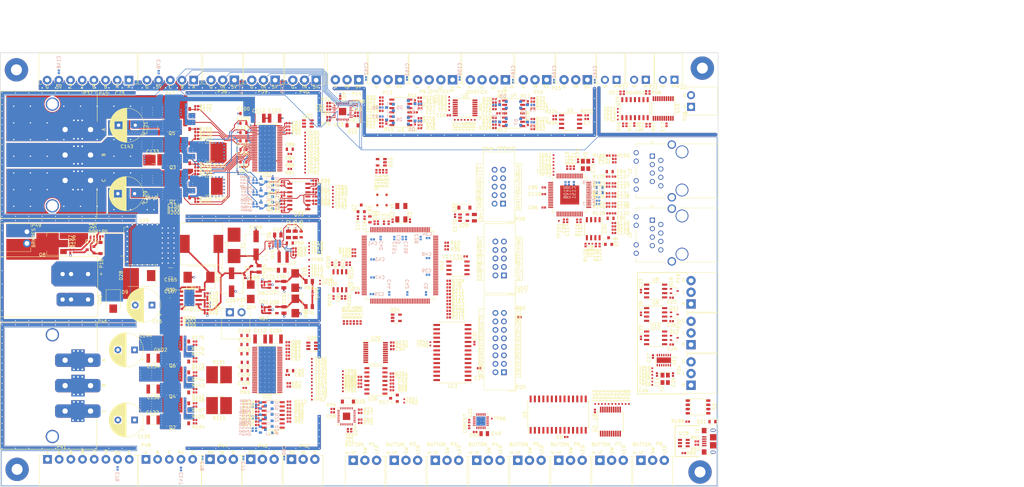
<source format=kicad_pcb>
(kicad_pcb (version 20171130) (host pcbnew "(5.0.1-52-g4f012dab7-dirty)")
  (layers (0 F.Cu signal) (1 In1.Cu signal hide) (2 In2.Cu signal) (31 B.Cu signal) (34 B.Paste user) (35 F.Paste user) (36 B.SilkS user) (37 F.SilkS user) (38 B.Mask user) (39 F.Mask user) (44 Edge.Cuts user))
  (net 0 "")
  (net 1 "Net-(R20-Pad1)")
  (net 2 "Net-(C58-Pad1)")
  (net 3 USB_5V)
  (net 4 "Net-(TP15-Pad1)")
  (net 5 "Net-(TP12-Pad1)")
  (net 6 "Net-(R21-Pad1)")
  (net 7 "Net-(R22-Pad1)")
  (net 8 "Net-(TP14-Pad1)")
  (net 9 "Net-(R23-Pad1)")
  (net 10 "Net-(R19-Pad1)")
  (net 11 "Net-(R24-Pad1)")
  (net 12 "Net-(R18-Pad1)")
  (net 13 "Net-(R25-Pad1)")
  (net 14 POT_MUX)
  (net 15 VMOT)
  (net 16 "Net-(R82-Pad2)")
  (net 17 INHA1)
  (net 18 "Net-(R83-Pad2)")
  (net 19 "Net-(R81-Pad2)")
  (net 20 OC_ADJ1)
  (net 21 INLC2)
  (net 22 INLC1)
  (net 23 INHC2)
  (net 24 INHC1)
  (net 25 INLB2)
  (net 26 INHB2)
  (net 27 INHB1)
  (net 28 "Net-(TP13-Pad1)")
  (net 29 "Net-(R80-Pad2)")
  (net 30 INLA2)
  (net 31 INLA1)
  (net 32 INHA2)
  (net 33 VDD_3V3)
  (net 34 INLB1)
  (net 35 "Net-(P47-Pad1)")
  (net 36 "Net-(P47-Pad2)")
  (net 37 "Net-(P47-Pad3)")
  (net 38 "Net-(P48-Pad3)")
  (net 39 "Net-(P48-Pad2)")
  (net 40 "Net-(P48-Pad1)")
  (net 41 "Net-(P37-Pad1)")
  (net 42 "Net-(C64-Pad2)")
  (net 43 "Net-(P37-Pad3)")
  (net 44 "Net-(C65-Pad2)")
  (net 45 "Net-(P37-Pad5)")
  (net 46 "Net-(C66-Pad2)")
  (net 47 ENC1VDD5V)
  (net 48 GND)
  (net 49 ENC2VDD5V)
  (net 50 "Net-(C69-Pad2)")
  (net 51 "Net-(P41-Pad5)")
  (net 52 "Net-(C68-Pad2)")
  (net 53 "Net-(P41-Pad3)")
  (net 54 "Net-(C67-Pad2)")
  (net 55 "Net-(P41-Pad1)")
  (net 56 SLA2)
  (net 57 SLB2)
  (net 58 AIN_VDD_5V)
  (net 59 "Net-(P15-Pad2)")
  (net 60 "Net-(P13-Pad2)")
  (net 61 "Net-(P14-Pad2)")
  (net 62 "Net-(P16-Pad2)")
  (net 63 "Net-(D10-Pad2)")
  (net 64 "Net-(D10-Pad1)")
  (net 65 "Net-(D13-Pad1)")
  (net 66 "Net-(D13-Pad2)")
  (net 67 "Net-(D11-Pad2)")
  (net 68 "Net-(D11-Pad1)")
  (net 69 "Net-(P44-Pad2)")
  (net 70 SLB1)
  (net 71 SLA1)
  (net 72 "Net-(P43-Pad2)")
  (net 73 "Net-(P42-Pad2)")
  (net 74 "Net-(P40-Pad2)")
  (net 75 "Net-(P39-Pad2)")
  (net 76 "Net-(P38-Pad2)")
  (net 77 "Net-(P21-Pad1)")
  (net 78 "Net-(P22-Pad1)")
  (net 79 "Net-(P26-Pad1)")
  (net 80 "Net-(P27-Pad1)")
  (net 81 NRST)
  (net 82 "Net-(S2-Pad5)")
  (net 83 "Net-(S2-Pad6)")
  (net 84 "Net-(S2-Pad7)")
  (net 85 "Net-(S2-Pad8)")
  (net 86 "Net-(C30-Pad2)")
  (net 87 "Net-(C30-Pad1)")
  (net 88 "Net-(U14-Pad3)")
  (net 89 "Net-(R40-Pad1)")
  (net 90 "Net-(R48-Pad2)")
  (net 91 "Net-(C119-Pad1)")
  (net 92 "Net-(C127-Pad2)")
  (net 93 "Net-(C137-Pad2)")
  (net 94 "Net-(C138-Pad1)")
  (net 95 "Net-(C117-Pad2)")
  (net 96 "Net-(C125-Pad2)")
  (net 97 "Net-(C128-Pad1)")
  (net 98 "Net-(C132-Pad1)")
  (net 99 "Net-(C131-Pad2)")
  (net 100 "Net-(C126-Pad1)")
  (net 101 "Net-(R58-Pad2)")
  (net 102 "Net-(R77-Pad1)")
  (net 103 FAULT1)
  (net 104 OC_ADJ2)
  (net 105 "Net-(R80-Pad1)")
  (net 106 "Net-(R81-Pad1)")
  (net 107 "Net-(R82-Pad1)")
  (net 108 "Net-(R83-Pad1)")
  (net 109 OCW1)
  (net 110 HALL_A2)
  (net 111 VSA2)
  (net 112 VMOT_SENSE)
  (net 113 VSC2)
  (net 114 "Net-(R182-Pad1)")
  (net 115 "Net-(R179-Pad1)")
  (net 116 VSC1)
  (net 117 "Net-(C68-Pad1)")
  (net 118 "Net-(R131-Pad1)")
  (net 119 "Net-(R132-Pad1)")
  (net 120 VSB1_RAW)
  (net 121 "Net-(R130-Pad2)")
  (net 122 "Net-(R129-Pad2)")
  (net 123 "Net-(Q5-Pad4)")
  (net 124 "Net-(R97-Pad1)")
  (net 125 VSA2_RAW)
  (net 126 "Net-(Q5-Pad1)")
  (net 127 HALL_C2)
  (net 128 HALL_C1)
  (net 129 HALL_B2)
  (net 130 HALL_B1)
  (net 131 "Net-(R60-Pad1)")
  (net 132 HALL_A1)
  (net 133 OCW2)
  (net 134 "Net-(R135-Pad1)")
  (net 135 FAULT2)
  (net 136 "Net-(R111-Pad2)")
  (net 137 "Net-(R94-Pad1)")
  (net 138 VSA1_RAW)
  (net 139 "Net-(R93-Pad2)")
  (net 140 "Net-(R92-Pad2)")
  (net 141 "Net-(R90-Pad1)")
  (net 142 "Net-(R88-Pad1)")
  (net 143 GHB2)
  (net 144 "Net-(Q4-Pad1)")
  (net 145 VSB2)
  (net 146 "Net-(R155-Pad2)")
  (net 147 "Net-(R136-Pad1)")
  (net 148 "Net-(R133-Pad1)")
  (net 149 "Net-(R149-Pad2)")
  (net 150 "Net-(C142-Pad2)")
  (net 151 "Net-(Q4-Pad4)")
  (net 152 GLB2)
  (net 153 "Net-(Q3-Pad4)")
  (net 154 "Net-(Q3-Pad1)")
  (net 155 "Net-(R134-Pad1)")
  (net 156 "Net-(C141-Pad1)")
  (net 157 "Net-(C64-Pad1)")
  (net 158 "Net-(R116-Pad2)")
  (net 159 "Net-(R113-Pad2)")
  (net 160 "Net-(C69-Pad1)")
  (net 161 VSB1)
  (net 162 "Net-(C67-Pad1)")
  (net 163 "Net-(C66-Pad1)")
  (net 164 "Net-(C65-Pad1)")
  (net 165 VSA1)
  (net 166 "Net-(C63-Pad1)")
  (net 167 "Net-(R67-Pad1)")
  (net 168 "Net-(R62-Pad1)")
  (net 169 VSB2_RAW)
  (net 170 "Net-(R41-Pad1)")
  (net 171 "Net-(R53-Pad1)")
  (net 172 "Net-(R54-Pad1)")
  (net 173 "Net-(R17-Pad1)")
  (net 174 "Net-(R52-Pad1)")
  (net 175 "Net-(J1-Pad2)")
  (net 176 "Net-(J1-Pad3)")
  (net 177 "Net-(R51-Pad1)")
  (net 178 "Net-(P25-Pad15)")
  (net 179 LCD_LED)
  (net 180 "Net-(R112-Pad2)")
  (net 181 "Net-(R110-Pad2)")
  (net 182 "Net-(R109-Pad2)")
  (net 183 "Net-(D2-Pad3)")
  (net 184 "Net-(R11-Pad1)")
  (net 185 "Net-(R11-Pad2)")
  (net 186 "Net-(R10-Pad2)")
  (net 187 "Net-(R10-Pad1)")
  (net 188 "Net-(D8-Pad3)")
  (net 189 "Net-(D7-Pad3)")
  (net 190 "Net-(D6-Pad3)")
  (net 191 "Net-(D5-Pad3)")
  (net 192 "Net-(D4-Pad3)")
  (net 193 "Net-(R42-Pad1)")
  (net 194 "Net-(R37-Pad1)")
  (net 195 "Net-(C18-Pad1)")
  (net 196 "Net-(Q6-Pad1)")
  (net 197 "Net-(Q2-Pad4)")
  (net 198 GLA2)
  (net 199 "Net-(R13-Pad2)")
  (net 200 "Net-(R13-Pad1)")
  (net 201 "Net-(R12-Pad1)")
  (net 202 "Net-(R12-Pad2)")
  (net 203 "Net-(Q6-Pad4)")
  (net 204 VSC1_RAW)
  (net 205 "Net-(Q2-Pad1)")
  (net 206 GHA2)
  (net 207 "Net-(R180-Pad1)")
  (net 208 VSC2_RAW)
  (net 209 "Net-(R177-Pad1)")
  (net 210 GLC2)
  (net 211 GHC2)
  (net 212 "Net-(D3-Pad3)")
  (net 213 "Net-(R15-Pad2)")
  (net 214 "Net-(R15-Pad1)")
  (net 215 "Net-(D1-Pad3)")
  (net 216 BOOT0)
  (net 217 "Net-(Q1-Pad1)")
  (net 218 "Net-(Q1-Pad4)")
  (net 219 "Net-(R16-Pad1)")
  (net 220 "Net-(R108-Pad2)")
  (net 221 "Net-(R17-Pad2)")
  (net 222 "Net-(R16-Pad2)")
  (net 223 "Net-(R14-Pad1)")
  (net 224 "Net-(R14-Pad2)")
  (net 225 SOB2)
  (net 226 SOA2)
  (net 227 USB_N)
  (net 228 USB_P)
  (net 229 SOB1)
  (net 230 SOA1)
  (net 231 "Net-(U22-Pad4)")
  (net 232 "Net-(C54-Pad1)")
  (net 233 "Net-(U20-Pad4)")
  (net 234 UEXT_PWEN)
  (net 235 "Net-(C120-Pad2)")
  (net 236 "Net-(D18-Pad2)")
  (net 237 AP_SCL1)
  (net 238 AP_SDA1)
  (net 239 LCD_VO)
  (net 240 "Net-(U29-Pad11)")
  (net 241 "Net-(U29-Pad12)")
  (net 242 MOCP_WP)
  (net 243 MOCP_RESET)
  (net 244 AP_RESET1)
  (net 245 AP_WP1)
  (net 246 POTADDRA)
  (net 247 SWEN)
  (net 248 SWIRQ)
  (net 249 SW8)
  (net 250 SW7)
  (net 251 SW6)
  (net 252 SW5)
  (net 253 SW4)
  (net 254 SW3)
  (net 255 SW2)
  (net 256 SW1)
  (net 257 CAN_TX2)
  (net 258 CAN_RX2)
  (net 259 ENCPWEN1)
  (net 260 ENCOC1)
  (net 261 ENCOC2)
  (net 262 ENCPWEN2)
  (net 263 EE_WEN)
  (net 264 "Net-(U1-Pad5)")
  (net 265 "Net-(U1-Pad4)")
  (net 266 "Net-(U1-Pad3)")
  (net 267 AIN_OC)
  (net 268 AINPWEN)
  (net 269 CAN_TX1)
  (net 270 CAN_RX1)
  (net 271 UEXT_SCK)
  (net 272 UEXT_CS)
  (net 273 UEXT_MISO)
  (net 274 UEXT_MOSI)
  (net 275 UEXT_SDA)
  (net 276 UEXT_SCL)
  (net 277 GPEX_CS)
  (net 278 GPEX_RESET)
  (net 279 GPEX_INTA)
  (net 280 GPEX_INTB)
  (net 281 "Net-(C1-Pad1)")
  (net 282 "Net-(C2-Pad1)")
  (net 283 VREF1)
  (net 284 ENCA1)
  (net 285 MOC1)
  (net 286 GAIN1)
  (net 287 MOC2)
  (net 288 GAIN2)
  (net 289 GPIO_RESET)
  (net 290 GPIO_INTA)
  (net 291 BLED_EN)
  (net 292 BLED_INT)
  (net 293 "Net-(C5-Pad1)")
  (net 294 ENCSH2)
  (net 295 ENCCS2)
  (net 296 ENCA2)
  (net 297 ENCB2)
  (net 298 ENCZ2)
  (net 299 ENCZ1)
  (net 300 GPIO_INTB)
  (net 301 GPIO_CS)
  (net 302 ECAT_RESET)
  (net 303 ECAT_IRQ)
  (net 304 CANFD_SOF)
  (net 305 UART1_TX)
  (net 306 UART1_RX)
  (net 307 SWDIO)
  (net 308 "Net-(C6-Pad1)")
  (net 309 SWCLK)
  (net 310 ENCSCK1)
  (net 311 ENCMISO1)
  (net 312 ENCMOSI1)
  (net 313 EN_GATE2)
  (net 314 EN_GATE1)
  (net 315 ENCCS1)
  (net 316 ENCSH1)
  (net 317 CANFD_INT)
  (net 318 CANFD_CS)
  (net 319 ECAT_CS)
  (net 320 CANFD_MISO)
  (net 321 CANFD_SCK)
  (net 322 CANFD_MOSI)
  (net 323 ENCB1)
  (net 324 UEXT_RX)
  (net 325 UEXT_TX)
  (net 326 "Net-(C56-Pad1)")
  (net 327 "Net-(C53-Pad2)")
  (net 328 "Net-(C57-Pad1)")
  (net 329 "Net-(C56-Pad2)")
  (net 330 "Net-(C53-Pad1)")
  (net 331 "Net-(C20-Pad1)")
  (net 332 "Net-(C14-Pad2)")
  (net 333 "Net-(L2-Pad1)")
  (net 334 "Net-(FB3-Pad1)")
  (net 335 "Net-(C114-Pad1)")
  (net 336 "Net-(C86-Pad2)")
  (net 337 "Net-(Y1-Pad2)")
  (net 338 "Net-(Y1-Pad4)")
  (net 339 "Net-(C72-Pad2)")
  (net 340 "Net-(Y3-Pad2)")
  (net 341 "Net-(C71-Pad2)")
  (net 342 "Net-(Y3-Pad4)")
  (net 343 "Net-(Y2-Pad4)")
  (net 344 "Net-(Y2-Pad2)")
  (net 345 "Net-(J1-Pad4)")
  (net 346 LCD_MDATA)
  (net 347 LCD_READ)
  (net 348 LCD_EN)
  (net 349 LCD_D0)
  (net 350 LCD_D1)
  (net 351 LCD_D2)
  (net 352 LCD_D3)
  (net 353 LCD_D4)
  (net 354 LCD_D5)
  (net 355 LCD_D6)
  (net 356 LCD_D7)
  (net 357 "Net-(P17-Pad8)")
  (net 358 "Net-(P17-Pad10)")
  (net 359 "Net-(C84-Pad1)")
  (net 360 "Net-(C85-Pad1)")
  (net 361 "Net-(C106-Pad1)")
  (net 362 "Net-(C105-Pad1)")
  (net 363 "Net-(C107-Pad1)")
  (net 364 "Net-(C108-Pad1)")
  (net 365 "Net-(C109-Pad1)")
  (net 366 "Net-(C110-Pad1)")
  (net 367 "Net-(C89-Pad2)")
  (net 368 "Net-(C89-Pad1)")
  (net 369 "Net-(C90-Pad1)")
  (net 370 "Net-(C90-Pad2)")
  (net 371 "Net-(C92-Pad1)")
  (net 372 "Net-(C91-Pad1)")
  (net 373 "Net-(C88-Pad1)")
  (net 374 "Net-(C87-Pad1)")
  (net 375 "Net-(C46-Pad1)")
  (net 376 "Net-(U30-Pad3)")
  (net 377 "Net-(U30-Pad12)")
  (net 378 "Net-(U30-Pad15)")
  (net 379 "Net-(U30-Pad16)")
  (net 380 "Net-(U30-Pad21)")
  (net 381 "Net-(U30-Pad22)")
  (net 382 "Net-(U30-Pad23)")
  (net 383 "Net-(U30-Pad25)")
  (net 384 "Net-(U30-Pad26)")
  (net 385 "Net-(U30-Pad27)")
  (net 386 "Net-(U30-Pad28)")
  (net 387 "Net-(U30-Pad29)")
  (net 388 "Net-(U30-Pad30)")
  (net 389 "Net-(U30-Pad31)")
  (net 390 "Net-(U30-Pad33)")
  (net 391 "Net-(U30-Pad35)")
  (net 392 "Net-(U30-Pad36)")
  (net 393 "Net-(U30-Pad39)")
  (net 394 "Net-(U30-Pad40)")
  (net 395 "Net-(U30-Pad49)")
  (net 396 "Net-(U23-Pad2)")
  (net 397 "Net-(U23-Pad14)")
  (net 398 "Net-(U23-Pad18)")
  (net 399 "Net-(U23-Pad19)")
  (net 400 "Net-(U23-Pad20)")
  (net 401 "Net-(U23-Pad21)")
  (net 402 "Net-(U23-Pad30)")
  (net 403 "Net-(U24-Pad30)")
  (net 404 "Net-(U24-Pad21)")
  (net 405 "Net-(U24-Pad20)")
  (net 406 "Net-(U24-Pad19)")
  (net 407 "Net-(U24-Pad18)")
  (net 408 "Net-(U24-Pad15)")
  (net 409 "Net-(U24-Pad14)")
  (net 410 "Net-(U24-Pad2)")
  (net 411 "Net-(U31-Pad1)")
  (net 412 "Net-(U31-Pad2)")
  (net 413 "Net-(U31-Pad3)")
  (net 414 "Net-(U31-Pad4)")
  (net 415 DC_CAL1)
  (net 416 "Net-(U31-Pad50)")
  (net 417 "Net-(U31-Pad51)")
  (net 418 "Net-(U31-Pad52)")
  (net 419 "Net-(U31-Pad53)")
  (net 420 "Net-(U31-Pad54)")
  (net 421 "Net-(U31-Pad55)")
  (net 422 "Net-(U31-Pad56)")
  (net 423 "Net-(U32-Pad56)")
  (net 424 "Net-(U32-Pad55)")
  (net 425 "Net-(U32-Pad54)")
  (net 426 "Net-(U32-Pad53)")
  (net 427 "Net-(U32-Pad52)")
  (net 428 "Net-(U32-Pad51)")
  (net 429 "Net-(U32-Pad50)")
  (net 430 DC_CAL2)
  (net 431 "Net-(U32-Pad4)")
  (net 432 "Net-(U32-Pad3)")
  (net 433 "Net-(U32-Pad2)")
  (net 434 "Net-(U32-Pad1)")
  (net 435 "Net-(J2-Pad13)")
  (net 436 "Net-(J3-Pad13)")
  (net 437 "Net-(U5-Pad28)")
  (net 438 "Net-(C15-Pad1)")
  (net 439 "Net-(P49-Pad2)")
  (net 440 "Net-(Q7-Pad3)")
  (net 441 "Net-(D27-Pad1)")
  (net 442 "Net-(D27-Pad2)")
  (net 443 TEMP_MOT2)
  (net 444 TEMP_MOT1)
  (net 445 "Net-(D31-Pad2)")
  (net 446 "Net-(R198-Pad1)")
  (net 447 PWM_IN1)
  (net 448 PWM_IN2)
  (net 449 "Net-(U36-Pad4)")
  (net 450 "Net-(C103-Pad1)")
  (net 451 "Net-(C104-Pad1)")
  (net 452 "Net-(TP98-Pad1)")
  (net 453 "Net-(C152-Pad1)")
  (net 454 "Net-(C165-Pad1)")
  (net 455 "Net-(C169-Pad1)")
  (net 456 "Net-(D14-Pad1)")
  (net 457 "Net-(R35-Pad2)")
  (net 458 "Net-(TP54-Pad1)")
  (net 459 "Net-(TP102-Pad1)")
  (net 460 "Net-(TP101-Pad1)")
  (net 461 VDD_3V3_MCU)
  (net 462 "Net-(TP58-Pad1)")
  (net 463 "Net-(TP57-Pad1)")
  (net 464 "Net-(TP56-Pad1)")
  (net 465 "Net-(C52-Pad1)")
  (net 466 "Net-(Q8-Pad1)")
  (net 467 POTADDRC)
  (net 468 "Net-(TP66-Pad1)")
  (net 469 POTADDRB)
  (net 470 GPEX_MISO)
  (net 471 "Net-(R121-Pad2)")
  (net 472 ENCSCK2)
  (net 473 "Net-(R162-Pad2)")
  (net 474 GPEX_MOSI)
  (net 475 GPEX_SCK)
  (net 476 VMOT_IN)
  (net 477 "Net-(R203-Pad1)")
  (net 478 "Net-(R205-Pad1)")
  (net 479 "Net-(R207-Pad1)")
  (net 480 ENCMOSI2)
  (net 481 GPIO_MOSI)
  (net 482 GPIO_MISO)
  (net 483 "Net-(J1-Pad1)")
  (net 484 "Net-(R63-Pad1)")
  (net 485 "Net-(R59-Pad1)")
  (net 486 "Net-(C168-Pad1)")
  (net 487 ENCMISO2)
  (net 488 "Net-(J2-Pad10)")
  (net 489 "Net-(J3-Pad10)")
  (net 490 GPIO_SCK)
  (net 491 "Net-(C166-Pad1)")
  (net 492 "Net-(U26-Pad13)")
  (net 493 "Net-(U26-Pad8)")
  (net 494 "Net-(U26-Pad6)")
  (net 495 MOTOR1_BRKIN)
  (net 496 MOTOR2_BRKIN)
  (net 497 "Net-(C32-Pad1)")
  (net 498 "Net-(D33-Pad1)")
  (net 499 "Net-(D15-Pad1)")
  (net 500 "Net-(J2-Pad11)")
  (net 501 "Net-(J2-Pad12)")
  (net 502 "Net-(J3-Pad12)")
  (net 503 "Net-(J3-Pad11)")
  (net 504 "Net-(F1-Pad2)")
  (net 505 "Net-(P11-Pad4)")
  (net 506 "Net-(P11-Pad3)")
  (net 507 "Net-(P9-Pad4)")
  (net 508 "Net-(P9-Pad3)")
  (net 509 SW_IN8)
  (net 510 SW_IN7)
  (net 511 SW_IN6)
  (net 512 SW_IN5)
  (net 513 SW_IN4)
  (net 514 SW_IN3)
  (net 515 SW_IN2)
  (net 516 SW_IN1)
  (net 517 LED_OUT1)
  (net 518 LED_OUT2)
  (net 519 LED_OUT3)
  (net 520 LED_OUT4)
  (net 521 LED_OUT5)
  (net 522 LED_OUT6)
  (net 523 LED_OUT7)
  (net 524 LED_OUT8)
  (net 525 "Net-(MT1-Pad1)")
  (net 526 "Net-(MT3-Pad1)")
  (net 527 "Net-(MT2-Pad1)")
  (net 528 "Net-(MT4-Pad1)")
  (net 529 GC1_P)
  (net 530 GC1_N)
  (net 531 GB1_N)
  (net 532 GB1_P)
  (net 533 GA1_P)
  (net 534 GA1_N)
  (net 535 SHC1)
  (net 536 SHB1)
  (net 537 SHA1)
  (net 538 SHC2)
  (net 539 SHB2)
  (net 540 SHA2)
  (module CUSTOM:GND_MOTOR_DRIVER (layer F.Cu) (at 94 43)
    (fp_text reference GND3 hide)
    (fp_text value GND_MOTOR_DRIVER)
    (pad 1 thru_hole circle (at 40.5 -7 180) (size 0.6 0.6) (drill 0.3) (layers *.Cu *.Mask) (net 48 GND))
    (pad 1 thru_hole circle (at 44.5 -7 180) (size 0.6 0.6) (drill 0.3) (layers *.Cu *.Mask) (net 48 GND))
    (pad 1 thru_hole circle (at 47.5 2.5 180) (size 0.6 0.6) (drill 0.3) (layers *.Cu) (net 48 GND))
    (pad 1 thru_hole circle (at 47.5 0.5 180) (size 0.6 0.6) (drill 0.3) (layers *.Cu) (net 48 GND))
    (pad 1 thru_hole circle (at 47.5 -1.5 180) (size 0.6 0.6) (drill 0.3) (layers *.Cu) (net 48 GND))
    (pad 1 thru_hole circle (at 47.5 -3.5 180) (size 0.6 0.6) (drill 0.3) (layers *.Cu) (net 48 GND))
    (pad 1 thru_hole circle (at 47.5 -5.5 180) (size 0.6 0.6) (drill 0.3) (layers *.Cu) (net 48 GND))
    (pad 1 thru_hole circle (at 47.5 -7 180) (size 0.6 0.6) (drill 0.3) (layers *.Cu *.Mask) (net 48 GND))
    (pad 1 thru_hole circle (at -23.5 -7 180) (size 0.6 0.6) (drill 0.3) (layers *.Cu *.Mask) (net 48 GND))
    (pad 1 thru_hole circle (at -27.5 -7 180) (size 0.6 0.6) (drill 0.3) (layers *.Cu *.Mask) (net 48 GND))
    (pad 1 thru_hole circle (at -31.5 -7 180) (size 0.6 0.6) (drill 0.3) (layers *.Cu *.Mask) (net 48 GND))
    (pad 1 thru_hole circle (at -35.5 -7 180) (size 0.6 0.6) (drill 0.3) (layers *.Cu *.Mask) (net 48 GND))
    (pad 1 thru_hole circle (at -39.5 -7 180) (size 0.6 0.6) (drill 0.3) (layers *.Cu *.Mask) (net 48 GND))
    (pad 1 thru_hole circle (at -43.5 -7 180) (size 0.6 0.6) (drill 0.3) (layers *.Cu *.Mask) (net 48 GND))
    (pad 1 thru_hole circle (at -47.5 -7 180) (size 0.6 0.6) (drill 0.3) (layers *.Cu *.Mask) (net 48 GND))
    (pad 1 thru_hole circle (at -19.5 -7 180) (size 0.6 0.6) (drill 0.3) (layers *.Cu *.Mask) (net 48 GND))
    (pad 1 smd rect (at -47.5 11.5 180) (size 1 37) (layers B.Cu) (net 48 GND))
    (pad 1 smd rect (at 47.5 -2 180) (size 1 10) (layers B.Cu) (net 48 GND))
    (pad 1 smd rect (at 47.5 25 180) (size 1 10) (layers B.Cu) (net 48 GND))
    (pad 1 smd rect (at -27.4 30) (size 40 1) (layers B.Cu) (net 48 GND))
    (pad 1 smd circle (at -47.5 30 180) (size 1 1) (layers B.Cu) (net 48 GND))
    (pad 1 smd circle (at 47.5 30 180) (size 1 1) (layers B.Cu) (net 48 GND))
    (pad 1 smd circle (at 47.5 -7 180) (size 1 1) (layers B.Cu) (net 48 GND))
    (pad 1 smd circle (at -47.5 -7 180) (size 1 1) (layers B.Cu) (net 48 GND))
    (pad 1 smd rect (at 47.5 25 180) (size 1 10) (layers F.Cu) (net 48 GND))
    (pad 1 smd rect (at 47.5 -2 180) (size 1 10) (layers F.Cu) (net 48 GND))
    (pad 1 smd circle (at -47.5 -7 180) (size 1 1) (layers F.Cu) (net 48 GND))
    (pad 1 smd circle (at -47.5 30 180) (size 1 1) (layers F.Cu) (net 48 GND))
    (pad 1 smd circle (at 47.5 30 180) (size 1 1) (layers F.Cu) (net 48 GND))
    (pad 1 smd circle (at 47.5 -7 180) (size 1 1) (layers F.Cu) (net 48 GND))
    (pad 1 smd rect (at -47.5 11.5 180) (size 1 37) (layers F.Cu) (net 48 GND))
    (pad 1 smd rect (at -27.4 30) (size 40 1) (layers F.Cu) (net 48 GND))
    (pad 1 thru_hole circle (at -47.5 -5.5 180) (size 0.6 0.6) (drill 0.3) (layers *.Cu *.Mask) (net 48 GND))
    (pad 1 thru_hole circle (at -47.5 -3.5 180) (size 0.6 0.6) (drill 0.3) (layers *.Cu *.Mask) (net 48 GND))
    (pad 1 thru_hole circle (at -47.5 -1.5 180) (size 0.6 0.6) (drill 0.3) (layers *.Cu *.Mask) (net 48 GND))
    (pad 1 thru_hole circle (at -47.5 0.5 180) (size 0.6 0.6) (drill 0.3) (layers *.Cu *.Mask) (net 48 GND))
    (pad 1 thru_hole circle (at -47.5 2.5 180) (size 0.6 0.6) (drill 0.3) (layers *.Cu *.Mask) (net 48 GND))
    (pad 1 thru_hole circle (at -47.5 4.5 180) (size 0.6 0.6) (drill 0.3) (layers *.Cu *.Mask) (net 48 GND))
    (pad 1 thru_hole circle (at -47.5 6.5 180) (size 0.6 0.6) (drill 0.3) (layers *.Cu *.Mask) (net 48 GND))
    (pad 1 thru_hole circle (at -47.5 8.5 180) (size 0.6 0.6) (drill 0.3) (layers *.Cu *.Mask) (net 48 GND))
    (pad 1 thru_hole circle (at -47.5 10.5 180) (size 0.6 0.6) (drill 0.3) (layers *.Cu *.Mask) (net 48 GND))
    (pad 1 thru_hole circle (at -47.5 12.5 180) (size 0.6 0.6) (drill 0.3) (layers *.Cu *.Mask) (net 48 GND))
    (pad 1 thru_hole circle (at -47.5 14.5 180) (size 0.6 0.6) (drill 0.3) (layers *.Cu *.Mask) (net 48 GND))
    (pad 1 thru_hole circle (at -47.5 16.5 180) (size 0.6 0.6) (drill 0.3) (layers *.Cu *.Mask) (net 48 GND))
    (pad 1 thru_hole circle (at -47.5 18.5 180) (size 0.6 0.6) (drill 0.3) (layers *.Cu *.Mask) (net 48 GND))
    (pad 1 thru_hole circle (at -47.5 20.5 180) (size 0.6 0.6) (drill 0.3) (layers *.Cu *.Mask) (net 48 GND))
    (pad 1 thru_hole circle (at -47.5 22.5 180) (size 0.6 0.6) (drill 0.3) (layers *.Cu *.Mask) (net 48 GND))
    (pad 1 thru_hole circle (at -47.5 24.5 180) (size 0.6 0.6) (drill 0.3) (layers *.Cu *.Mask) (net 48 GND))
    (pad 1 thru_hole circle (at -47.5 26.5 180) (size 0.6 0.6) (drill 0.3) (layers *.Cu *.Mask) (net 48 GND))
    (pad 1 thru_hole circle (at -47.5 28.5 180) (size 0.6 0.6) (drill 0.3) (layers *.Cu *.Mask) (net 48 GND))
    (pad 1 thru_hole circle (at -47.5 30 180) (size 0.6 0.6) (drill 0.3) (layers *.Cu *.Mask) (net 48 GND))
    (pad 1 thru_hole circle (at -43.5 30 180) (size 0.6 0.6) (drill 0.3) (layers *.Cu *.Mask) (net 48 GND))
    (pad 1 thru_hole circle (at -39.5 30 180) (size 0.6 0.6) (drill 0.3) (layers *.Cu *.Mask) (net 48 GND))
    (pad 1 thru_hole circle (at -35.5 30 180) (size 0.6 0.6) (drill 0.3) (layers *.Cu *.Mask) (net 48 GND))
    (pad 1 thru_hole circle (at -31.5 30 180) (size 0.6 0.6) (drill 0.3) (layers *.Cu *.Mask) (net 48 GND))
    (pad 1 thru_hole circle (at -27.5 30 180) (size 0.6 0.6) (drill 0.3) (layers *.Cu *.Mask) (net 48 GND))
    (pad 1 thru_hole circle (at -15.5 30 180) (size 0.6 0.6) (drill 0.3) (layers *.Cu *.Mask) (net 48 GND))
    (pad 1 thru_hole circle (at -23.5 30 180) (size 0.6 0.6) (drill 0.3) (layers *.Cu *.Mask) (net 48 GND))
    (pad 1 thru_hole circle (at -19.5 30 180) (size 0.6 0.6) (drill 0.3) (layers *.Cu *.Mask) (net 48 GND))
    (pad 1 thru_hole circle (at -11.5 30 180) (size 0.6 0.6) (drill 0.3) (layers *.Cu *.Mask) (net 48 GND))
    (pad 1 thru_hole circle (at 8.5 30 180) (size 0.6 0.6) (drill 0.3) (layers *.Cu *.Mask) (net 48 GND))
    (pad 1 thru_hole circle (at 20.5 30 180) (size 0.6 0.6) (drill 0.3) (layers *.Cu *.Mask) (net 48 GND))
    (pad 1 thru_hole circle (at 12.5 30 180) (size 0.6 0.6) (drill 0.3) (layers *.Cu *.Mask) (net 48 GND))
    (pad 1 thru_hole circle (at 16.5 30 180) (size 0.6 0.6) (drill 0.3) (layers *.Cu *.Mask) (net 48 GND))
    (pad 1 thru_hole circle (at 32.5 30 180) (size 0.6 0.6) (drill 0.3) (layers *.Cu *.Mask) (net 48 GND))
    (pad 1 thru_hole circle (at 24.5 30 180) (size 0.6 0.6) (drill 0.3) (layers *.Cu *.Mask) (net 48 GND))
    (pad 1 thru_hole circle (at 28.5 30 180) (size 0.6 0.6) (drill 0.3) (layers *.Cu *.Mask) (net 48 GND))
    (pad 1 thru_hole circle (at 44.5 30 180) (size 0.6 0.6) (drill 0.3) (layers *.Cu *.Mask) (net 48 GND))
    (pad 1 thru_hole circle (at 36.5 30 180) (size 0.6 0.6) (drill 0.3) (layers *.Cu *.Mask) (net 48 GND))
    (pad 1 thru_hole circle (at 40.5 30 180) (size 0.6 0.6) (drill 0.3) (layers *.Cu *.Mask) (net 48 GND))
    (pad 1 thru_hole circle (at -15.5 -7 180) (size 0.6 0.6) (drill 0.3) (layers *.Cu *.Mask) (net 48 GND))
    (pad 1 thru_hole circle (at -11.5 -7 180) (size 0.6 0.6) (drill 0.3) (layers *.Cu *.Mask) (net 48 GND))
    (pad 1 thru_hole circle (at 16.5 -7 180) (size 0.6 0.6) (drill 0.3) (layers *.Cu *.Mask) (net 48 GND))
    (pad 1 thru_hole circle (at 8.5 -7 180) (size 0.6 0.6) (drill 0.3) (layers *.Cu *.Mask) (net 48 GND))
    (pad 1 thru_hole circle (at 12.5 -7 180) (size 0.6 0.6) (drill 0.3) (layers *.Cu *.Mask) (net 48 GND))
    (pad 1 thru_hole circle (at 28.5 -7 180) (size 0.6 0.6) (drill 0.3) (layers *.Cu *.Mask) (net 48 GND))
    (pad 1 thru_hole circle (at 20.5 -7 180) (size 0.6 0.6) (drill 0.3) (layers *.Cu *.Mask) (net 48 GND))
    (pad 1 thru_hole circle (at 24.5 -7 180) (size 0.6 0.6) (drill 0.3) (layers *.Cu *.Mask) (net 48 GND))
    (pad 1 thru_hole circle (at 32.5 -7 180) (size 0.6 0.6) (drill 0.3) (layers *.Cu *.Mask) (net 48 GND))
    (pad 1 thru_hole circle (at 36.5 -7 180) (size 0.6 0.6) (drill 0.3) (layers *.Cu *.Mask) (net 48 GND))
    (pad 1 thru_hole circle (at 47.5 30 180) (size 0.6 0.6) (drill 0.3) (layers *.Cu *.Mask) (net 48 GND))
    (pad 1 thru_hole circle (at 47.5 28.5 180) (size 0.6 0.6) (drill 0.3) (layers *.Cu *.Mask) (net 48 GND))
    (pad 1 thru_hole circle (at 47.5 26.5 180) (size 0.6 0.6) (drill 0.3) (layers *.Cu *.Mask) (net 48 GND))
    (pad 1 thru_hole circle (at 47.5 24.5 180) (size 0.6 0.6) (drill 0.3) (layers *.Cu *.Mask) (net 48 GND))
    (pad 1 thru_hole circle (at 47.5 22.5 180) (size 0.6 0.6) (drill 0.3) (layers *.Cu *.Mask) (net 48 GND))
    (pad 1 thru_hole circle (at 47.5 20.5 180) (size 0.6 0.6) (drill 0.3) (layers *.Cu *.Mask) (net 48 GND))
    (pad 1 smd rect (at 27.5 30) (size 40 1) (layers F.Cu) (net 48 GND))
    (pad 1 smd rect (at 27.5 30) (size 40 1) (layers B.Cu) (net 48 GND))
    (pad 1 smd rect (at -27.5 -7) (size 40 1) (layers F.Cu) (net 48 GND))
    (pad 1 smd rect (at 27.5 -7) (size 40 1) (layers F.Cu) (net 48 GND))
    (pad 1 smd rect (at 27.5 -7) (size 40 1) (layers B.Cu) (net 48 GND))
    (pad 1 smd rect (at -27.5 -7) (size 40 1) (layers B.Cu) (net 48 GND))
  )
  (module CUSTOM:GND_MOTOR_DRIVER (layer F.Cu) (at 94 112.5)
    (fp_text reference GND2 (at 0 0.5) (layer F.SilkS))
    (fp_text value GND_MOTOR_DRIVER)
    (pad 1 thru_hole circle (at 40.5 -7 180) (size 0.6 0.6) (drill 0.3) (layers *.Cu *.Mask) (net 48 GND))
    (pad 1 thru_hole circle (at 44.5 -7 180) (size 0.6 0.6) (drill 0.3) (layers *.Cu *.Mask) (net 48 GND))
    (pad 1 thru_hole circle (at 47.5 2.5 180) (size 0.6 0.6) (drill 0.3) (layers *.Cu) (net 48 GND))
    (pad 1 thru_hole circle (at 47.5 0.5 180) (size 0.6 0.6) (drill 0.3) (layers *.Cu) (net 48 GND))
    (pad 1 thru_hole circle (at 47.5 -1.5 180) (size 0.6 0.6) (drill 0.3) (layers *.Cu) (net 48 GND))
    (pad 1 thru_hole circle (at 47.5 -3.5 180) (size 0.6 0.6) (drill 0.3) (layers *.Cu) (net 48 GND))
    (pad 1 thru_hole circle (at 47.5 -5.5 180) (size 0.6 0.6) (drill 0.3) (layers *.Cu) (net 48 GND))
    (pad 1 thru_hole circle (at 47.5 -7 180) (size 0.6 0.6) (drill 0.3) (layers *.Cu *.Mask) (net 48 GND))
    (pad 1 thru_hole circle (at -23.5 -7 180) (size 0.6 0.6) (drill 0.3) (layers *.Cu *.Mask) (net 48 GND))
    (pad 1 thru_hole circle (at -27.5 -7 180) (size 0.6 0.6) (drill 0.3) (layers *.Cu *.Mask) (net 48 GND))
    (pad 1 thru_hole circle (at -31.5 -7 180) (size 0.6 0.6) (drill 0.3) (layers *.Cu *.Mask) (net 48 GND))
    (pad 1 thru_hole circle (at -35.5 -7 180) (size 0.6 0.6) (drill 0.3) (layers *.Cu *.Mask) (net 48 GND))
    (pad 1 thru_hole circle (at -39.5 -7 180) (size 0.6 0.6) (drill 0.3) (layers *.Cu *.Mask) (net 48 GND))
    (pad 1 thru_hole circle (at -43.5 -7 180) (size 0.6 0.6) (drill 0.3) (layers *.Cu *.Mask) (net 48 GND))
    (pad 1 thru_hole circle (at -47.5 -7 180) (size 0.6 0.6) (drill 0.3) (layers *.Cu *.Mask) (net 48 GND))
    (pad 1 thru_hole circle (at -19.5 -7 180) (size 0.6 0.6) (drill 0.3) (layers *.Cu *.Mask) (net 48 GND))
    (pad 1 smd rect (at -47.5 11.5 180) (size 1 37) (layers B.Cu) (net 48 GND))
    (pad 1 smd rect (at 47.5 -2 180) (size 1 10) (layers B.Cu) (net 48 GND))
    (pad 1 smd rect (at 47.5 25 180) (size 1 10) (layers B.Cu) (net 48 GND))
    (pad 1 smd rect (at -27.4 30) (size 40 1) (layers B.Cu) (net 48 GND))
    (pad 1 smd circle (at -47.5 30 180) (size 1 1) (layers B.Cu) (net 48 GND))
    (pad 1 smd circle (at 47.5 30 180) (size 1 1) (layers B.Cu) (net 48 GND))
    (pad 1 smd circle (at 47.5 -7 180) (size 1 1) (layers B.Cu) (net 48 GND))
    (pad 1 smd circle (at -47.5 -7 180) (size 1 1) (layers B.Cu) (net 48 GND))
    (pad 1 smd rect (at 47.5 25 180) (size 1 10) (layers F.Cu) (net 48 GND))
    (pad 1 smd rect (at 47.5 -2 180) (size 1 10) (layers F.Cu) (net 48 GND))
    (pad 1 smd circle (at -47.5 -7 180) (size 1 1) (layers F.Cu) (net 48 GND))
    (pad 1 smd circle (at -47.5 30 180) (size 1 1) (layers F.Cu) (net 48 GND))
    (pad 1 smd circle (at 47.5 30 180) (size 1 1) (layers F.Cu) (net 48 GND))
    (pad 1 smd circle (at 47.5 -7 180) (size 1 1) (layers F.Cu) (net 48 GND))
    (pad 1 smd rect (at -47.5 11.5 180) (size 1 37) (layers F.Cu) (net 48 GND))
    (pad 1 smd rect (at -27.4 30) (size 40 1) (layers F.Cu) (net 48 GND))
    (pad 1 thru_hole circle (at -47.5 -5.5 180) (size 0.6 0.6) (drill 0.3) (layers *.Cu *.Mask) (net 48 GND))
    (pad 1 thru_hole circle (at -47.5 -3.5 180) (size 0.6 0.6) (drill 0.3) (layers *.Cu *.Mask) (net 48 GND))
    (pad 1 thru_hole circle (at -47.5 -1.5 180) (size 0.6 0.6) (drill 0.3) (layers *.Cu *.Mask) (net 48 GND))
    (pad 1 thru_hole circle (at -47.5 0.5 180) (size 0.6 0.6) (drill 0.3) (layers *.Cu *.Mask) (net 48 GND))
    (pad 1 thru_hole circle (at -47.5 2.5 180) (size 0.6 0.6) (drill 0.3) (layers *.Cu *.Mask) (net 48 GND))
    (pad 1 thru_hole circle (at -47.5 4.5 180) (size 0.6 0.6) (drill 0.3) (layers *.Cu *.Mask) (net 48 GND))
    (pad 1 thru_hole circle (at -47.5 6.5 180) (size 0.6 0.6) (drill 0.3) (layers *.Cu *.Mask) (net 48 GND))
    (pad 1 thru_hole circle (at -47.5 8.5 180) (size 0.6 0.6) (drill 0.3) (layers *.Cu *.Mask) (net 48 GND))
    (pad 1 thru_hole circle (at -47.5 10.5 180) (size 0.6 0.6) (drill 0.3) (layers *.Cu *.Mask) (net 48 GND))
    (pad 1 thru_hole circle (at -47.5 12.5 180) (size 0.6 0.6) (drill 0.3) (layers *.Cu *.Mask) (net 48 GND))
    (pad 1 thru_hole circle (at -47.5 14.5 180) (size 0.6 0.6) (drill 0.3) (layers *.Cu *.Mask) (net 48 GND))
    (pad 1 thru_hole circle (at -47.5 16.5 180) (size 0.6 0.6) (drill 0.3) (layers *.Cu *.Mask) (net 48 GND))
    (pad 1 thru_hole circle (at -47.5 18.5 180) (size 0.6 0.6) (drill 0.3) (layers *.Cu *.Mask) (net 48 GND))
    (pad 1 thru_hole circle (at -47.5 20.5 180) (size 0.6 0.6) (drill 0.3) (layers *.Cu *.Mask) (net 48 GND))
    (pad 1 thru_hole circle (at -47.5 22.5 180) (size 0.6 0.6) (drill 0.3) (layers *.Cu *.Mask) (net 48 GND))
    (pad 1 thru_hole circle (at -47.5 24.5 180) (size 0.6 0.6) (drill 0.3) (layers *.Cu *.Mask) (net 48 GND))
    (pad 1 thru_hole circle (at -47.5 26.5 180) (size 0.6 0.6) (drill 0.3) (layers *.Cu *.Mask) (net 48 GND))
    (pad 1 thru_hole circle (at -47.5 28.5 180) (size 0.6 0.6) (drill 0.3) (layers *.Cu *.Mask) (net 48 GND))
    (pad 1 thru_hole circle (at -47.5 30 180) (size 0.6 0.6) (drill 0.3) (layers *.Cu *.Mask) (net 48 GND))
    (pad 1 thru_hole circle (at -43.5 30 180) (size 0.6 0.6) (drill 0.3) (layers *.Cu *.Mask) (net 48 GND))
    (pad 1 thru_hole circle (at -39.5 30 180) (size 0.6 0.6) (drill 0.3) (layers *.Cu *.Mask) (net 48 GND))
    (pad 1 thru_hole circle (at -35.5 30 180) (size 0.6 0.6) (drill 0.3) (layers *.Cu *.Mask) (net 48 GND))
    (pad 1 thru_hole circle (at -31.5 30 180) (size 0.6 0.6) (drill 0.3) (layers *.Cu *.Mask) (net 48 GND))
    (pad 1 thru_hole circle (at -27.5 30 180) (size 0.6 0.6) (drill 0.3) (layers *.Cu *.Mask) (net 48 GND))
    (pad 1 thru_hole circle (at -15.5 30 180) (size 0.6 0.6) (drill 0.3) (layers *.Cu *.Mask) (net 48 GND))
    (pad 1 thru_hole circle (at -23.5 30 180) (size 0.6 0.6) (drill 0.3) (layers *.Cu *.Mask) (net 48 GND))
    (pad 1 thru_hole circle (at -19.5 30 180) (size 0.6 0.6) (drill 0.3) (layers *.Cu *.Mask) (net 48 GND))
    (pad 1 thru_hole circle (at -11.5 30 180) (size 0.6 0.6) (drill 0.3) (layers *.Cu *.Mask) (net 48 GND))
    (pad 1 thru_hole circle (at 8.5 30 180) (size 0.6 0.6) (drill 0.3) (layers *.Cu *.Mask) (net 48 GND))
    (pad 1 thru_hole circle (at 20.5 30 180) (size 0.6 0.6) (drill 0.3) (layers *.Cu *.Mask) (net 48 GND))
    (pad 1 thru_hole circle (at 12.5 30 180) (size 0.6 0.6) (drill 0.3) (layers *.Cu *.Mask) (net 48 GND))
    (pad 1 thru_hole circle (at 16.5 30 180) (size 0.6 0.6) (drill 0.3) (layers *.Cu *.Mask) (net 48 GND))
    (pad 1 thru_hole circle (at 32.5 30 180) (size 0.6 0.6) (drill 0.3) (layers *.Cu *.Mask) (net 48 GND))
    (pad 1 thru_hole circle (at 24.5 30 180) (size 0.6 0.6) (drill 0.3) (layers *.Cu *.Mask) (net 48 GND))
    (pad 1 thru_hole circle (at 28.5 30 180) (size 0.6 0.6) (drill 0.3) (layers *.Cu *.Mask) (net 48 GND))
    (pad 1 thru_hole circle (at 44.5 30 180) (size 0.6 0.6) (drill 0.3) (layers *.Cu *.Mask) (net 48 GND))
    (pad 1 thru_hole circle (at 36.5 30 180) (size 0.6 0.6) (drill 0.3) (layers *.Cu *.Mask) (net 48 GND))
    (pad 1 thru_hole circle (at 40.5 30 180) (size 0.6 0.6) (drill 0.3) (layers *.Cu *.Mask) (net 48 GND))
    (pad 1 thru_hole circle (at -15.5 -7 180) (size 0.6 0.6) (drill 0.3) (layers *.Cu *.Mask) (net 48 GND))
    (pad 1 thru_hole circle (at -11.5 -7 180) (size 0.6 0.6) (drill 0.3) (layers *.Cu *.Mask) (net 48 GND))
    (pad 1 thru_hole circle (at 16.5 -7 180) (size 0.6 0.6) (drill 0.3) (layers *.Cu *.Mask) (net 48 GND))
    (pad 1 thru_hole circle (at 8.5 -7 180) (size 0.6 0.6) (drill 0.3) (layers *.Cu *.Mask) (net 48 GND))
    (pad 1 thru_hole circle (at 12.5 -7 180) (size 0.6 0.6) (drill 0.3) (layers *.Cu *.Mask) (net 48 GND))
    (pad 1 thru_hole circle (at 28.5 -7 180) (size 0.6 0.6) (drill 0.3) (layers *.Cu *.Mask) (net 48 GND))
    (pad 1 thru_hole circle (at 20.5 -7 180) (size 0.6 0.6) (drill 0.3) (layers *.Cu *.Mask) (net 48 GND))
    (pad 1 thru_hole circle (at 24.5 -7 180) (size 0.6 0.6) (drill 0.3) (layers *.Cu *.Mask) (net 48 GND))
    (pad 1 thru_hole circle (at 32.5 -7 180) (size 0.6 0.6) (drill 0.3) (layers *.Cu *.Mask) (net 48 GND))
    (pad 1 thru_hole circle (at 36.5 -7 180) (size 0.6 0.6) (drill 0.3) (layers *.Cu *.Mask) (net 48 GND))
    (pad 1 thru_hole circle (at 47.5 30 180) (size 0.6 0.6) (drill 0.3) (layers *.Cu *.Mask) (net 48 GND))
    (pad 1 thru_hole circle (at 47.5 28.5 180) (size 0.6 0.6) (drill 0.3) (layers *.Cu *.Mask) (net 48 GND))
    (pad 1 thru_hole circle (at 47.5 26.5 180) (size 0.6 0.6) (drill 0.3) (layers *.Cu *.Mask) (net 48 GND))
    (pad 1 thru_hole circle (at 47.5 24.5 180) (size 0.6 0.6) (drill 0.3) (layers *.Cu *.Mask) (net 48 GND))
    (pad 1 thru_hole circle (at 47.5 22.5 180) (size 0.6 0.6) (drill 0.3) (layers *.Cu *.Mask) (net 48 GND))
    (pad 1 thru_hole circle (at 47.5 20.5 180) (size 0.6 0.6) (drill 0.3) (layers *.Cu *.Mask) (net 48 GND))
    (pad 1 smd rect (at 27.5 30) (size 40 1) (layers F.Cu) (net 48 GND))
    (pad 1 smd rect (at 27.5 30) (size 40 1) (layers B.Cu) (net 48 GND))
    (pad 1 smd rect (at -27.5 -7) (size 40 1) (layers F.Cu) (net 48 GND))
    (pad 1 smd rect (at 27.5 -7) (size 40 1) (layers F.Cu) (net 48 GND))
    (pad 1 smd rect (at 27.5 -7) (size 40 1) (layers B.Cu) (net 48 GND))
    (pad 1 smd rect (at -27.5 -7) (size 40 1) (layers B.Cu) (net 48 GND))
  )
  (module CUSTOM:CONN_ENCODER (layer F.Cu) (at 84.5 32.2 180)
    (fp_text reference P37 (at 12.3 -3.9) (layer F.SilkS))
    (fp_text value CONN_ENCODER)
    (fp_text user A (at 0 -1.9) (layer F.SilkS))
    (fp_text user ~A (at 3.5 -1.9) (layer F.SilkS))
    (fp_text user B (at 7 -2) (layer F.SilkS))
    (fp_text user ~B (at 10.5 -2) (layer F.SilkS))
    (fp_text user Z (at 14.041428 -2) (layer F.SilkS))
    (fp_text user ~Z (at 17.5 -2) (layer F.SilkS))
    (fp_text user 5V (at 21 -2) (layer F.SilkS))
    (fp_text user G (at 24.5 -2) (layer F.SilkS))
    (pad 1 thru_hole rect (at 0 0 180) (size 2.6 2.6) (drill 1.3) (layers *.Cu *.Mask) (net 41 "Net-(P37-Pad1)"))
    (pad 2 thru_hole circle (at 3.5 0 180) (size 2.6 2.6) (drill 1.3) (layers *.Cu *.Mask) (net 42 "Net-(C64-Pad2)"))
    (pad 3 thru_hole circle (at 7 0 180) (size 2.6 2.6) (drill 1.3) (layers *.Cu *.Mask) (net 43 "Net-(P37-Pad3)"))
    (pad 4 thru_hole circle (at 10.5 0 180) (size 2.6 2.6) (drill 1.3) (layers *.Cu *.Mask) (net 44 "Net-(C65-Pad2)"))
    (pad 5 thru_hole circle (at 14 0 180) (size 2.6 2.6) (drill 1.3) (layers *.Cu *.Mask) (net 45 "Net-(P37-Pad5)"))
    (pad 6 thru_hole circle (at 17.5 0 180) (size 2.6 2.6) (drill 1.3) (layers *.Cu *.Mask) (net 46 "Net-(C66-Pad2)"))
    (pad 7 thru_hole circle (at 21 0 180) (size 2.6 2.6) (drill 1.3) (layers *.Cu *.Mask) (net 47 ENC1VDD5V))
    (pad 8 thru_hole circle (at 24.5 0 180) (size 2.6 2.6) (drill 1.3) (layers *.Cu *.Mask) (net 48 GND))
  )
  (module CUSTOM:CONN_ENCODER (layer F.Cu) (at 60.1 145.8)
    (fp_text reference P41 (at 4.2 -3.7 180) (layer F.SilkS))
    (fp_text value CONN_ENCODER)
    (fp_text user A (at 0 -1.9 180) (layer F.SilkS))
    (fp_text user ~A (at 3.5 -1.9 180) (layer F.SilkS))
    (fp_text user B (at 7 -2 180) (layer F.SilkS))
    (fp_text user ~B (at 10.5 -2 180) (layer F.SilkS))
    (fp_text user Z (at 14.041428 -2 180) (layer F.SilkS))
    (fp_text user ~Z (at 17.5 -2 180) (layer F.SilkS))
    (fp_text user 5V (at 21 -2 180) (layer F.SilkS))
    (fp_text user G (at 24.5 -2 180) (layer F.SilkS))
    (pad 1 thru_hole rect (at 0 0) (size 2.6 2.6) (drill 1.3) (layers *.Cu *.Mask) (net 55 "Net-(P41-Pad1)"))
    (pad 2 thru_hole circle (at 3.5 0) (size 2.6 2.6) (drill 1.3) (layers *.Cu *.Mask) (net 54 "Net-(C67-Pad2)"))
    (pad 3 thru_hole circle (at 7 0) (size 2.6 2.6) (drill 1.3) (layers *.Cu *.Mask) (net 53 "Net-(P41-Pad3)"))
    (pad 4 thru_hole circle (at 10.5 0) (size 2.6 2.6) (drill 1.3) (layers *.Cu *.Mask) (net 52 "Net-(C68-Pad2)"))
    (pad 5 thru_hole circle (at 14 0) (size 2.6 2.6) (drill 1.3) (layers *.Cu *.Mask) (net 51 "Net-(P41-Pad5)"))
    (pad 6 thru_hole circle (at 17.5 0) (size 2.6 2.6) (drill 1.3) (layers *.Cu *.Mask) (net 50 "Net-(C69-Pad2)"))
    (pad 7 thru_hole circle (at 21 0) (size 2.6 2.6) (drill 1.3) (layers *.Cu *.Mask) (net 49 ENC2VDD5V))
    (pad 8 thru_hole circle (at 24.5 0) (size 2.6 2.6) (drill 1.3) (layers *.Cu *.Mask) (net 48 GND))
  )
  (module CUSTOM:CONN_HALL (layer F.Cu) (at 103.903846 32.2 180)
    (fp_text reference P47 (at 7.003846 -3.9) (layer F.SilkS))
    (fp_text value CONN_HALL)
    (fp_text user A (at 0 -2) (layer F.SilkS))
    (fp_text user B (at 3.5 -2) (layer F.SilkS))
    (fp_text user C (at 7 -2) (layer F.SilkS))
    (fp_text user 5V (at 10.5 -2) (layer F.SilkS))
    (fp_text user G (at 14 -2) (layer F.SilkS))
    (pad 1 thru_hole rect (at 0 0 180) (size 2.6 2.6) (drill 1.3) (layers *.Cu *.Mask) (net 35 "Net-(P47-Pad1)"))
    (pad 2 thru_hole circle (at 3.5 0 180) (size 2.6 2.6) (drill 1.3) (layers *.Cu *.Mask) (net 36 "Net-(P47-Pad2)"))
    (pad 3 thru_hole circle (at 7 0 180) (size 2.6 2.6) (drill 1.3) (layers *.Cu *.Mask) (net 37 "Net-(P47-Pad3)"))
    (pad 4 thru_hole circle (at 10.5 0 180) (size 2.6 2.6) (drill 1.3) (layers *.Cu *.Mask) (net 47 ENC1VDD5V))
    (pad 5 thru_hole circle (at 14 0 180) (size 2.6 2.6) (drill 1.3) (layers *.Cu *.Mask) (net 48 GND))
  )
  (module CUSTOM:CONN_HALL (layer F.Cu) (at 89.6 145.8)
    (fp_text reference P48 (at 0 -4.2) (layer F.SilkS))
    (fp_text value CONN_HALL)
    (fp_text user A (at 0 -2 180) (layer F.SilkS))
    (fp_text user B (at 3.5 -2 180) (layer F.SilkS))
    (fp_text user C (at 7 -2 180) (layer F.SilkS))
    (fp_text user 5V (at 10.5 -2 180) (layer F.SilkS))
    (fp_text user G (at 14 -2 180) (layer F.SilkS))
    (pad 1 thru_hole rect (at 0 0) (size 2.6 2.6) (drill 1.3) (layers *.Cu *.Mask) (net 40 "Net-(P48-Pad1)"))
    (pad 2 thru_hole circle (at 3.5 0) (size 2.6 2.6) (drill 1.3) (layers *.Cu *.Mask) (net 39 "Net-(P48-Pad2)"))
    (pad 3 thru_hole circle (at 7 0) (size 2.6 2.6) (drill 1.3) (layers *.Cu *.Mask) (net 38 "Net-(P48-Pad3)"))
    (pad 4 thru_hole circle (at 10.5 0) (size 2.6 2.6) (drill 1.3) (layers *.Cu *.Mask) (net 49 ENC2VDD5V))
    (pad 5 thru_hole circle (at 14 0) (size 2.6 2.6) (drill 1.3) (layers *.Cu *.Mask) (net 48 GND))
  )
  (module CUSTOM:CONN_SENSOR (layer F.Cu) (at 221.857757 32.088795 180)
    (fp_text reference P15 (at 9.3 -2.5 180) (layer F.SilkS))
    (fp_text value CONN_SENSOR)
    (fp_text user G (at 7 -2) (layer F.SilkS))
    (fp_text user IN (at 3.5 -2) (layer F.SilkS))
    (fp_text user 5V (at 0.15 -2) (layer F.SilkS))
    (pad 3 thru_hole circle (at 7 0 180) (size 2.8 2.8) (drill 1.4) (layers *.Cu *.Mask) (net 48 GND))
    (pad 1 thru_hole rect (at 0 0 180) (size 2.8 2.8) (drill 1.4) (layers *.Cu *.Mask) (net 58 AIN_VDD_5V))
    (pad 2 thru_hole circle (at 3.5 0 180) (size 2.8 2.8) (drill 1.4) (layers *.Cu *.Mask) (net 59 "Net-(P15-Pad2)"))
  )
  (module CUSTOM:CONN_SENSOR (layer F.Cu) (at 108.8 145.8)
    (fp_text reference P44 (at 3.8 -4) (layer F.SilkS))
    (fp_text value CONN_SENSOR)
    (fp_text user G (at 7 -2 180) (layer F.SilkS))
    (fp_text user IN (at 3.5 -2 180) (layer F.SilkS))
    (fp_text user 5V (at 0.15 -2 180) (layer F.SilkS))
    (pad 3 thru_hole circle (at 7 0) (size 2.8 2.8) (drill 1.4) (layers *.Cu *.Mask) (net 48 GND))
    (pad 1 thru_hole rect (at 0 0) (size 2.8 2.8) (drill 1.4) (layers *.Cu *.Mask) (net 49 ENC2VDD5V))
    (pad 2 thru_hole circle (at 3.5 0) (size 2.8 2.8) (drill 1.4) (layers *.Cu *.Mask) (net 69 "Net-(P44-Pad2)"))
  )
  (module CUSTOM:CONN_SENSOR (layer F.Cu) (at 165.657757 32.088795 180)
    (fp_text reference P13 (at 3.7 -3.9 180) (layer F.SilkS))
    (fp_text value CONN_SENSOR)
    (fp_text user G (at 7 -2) (layer F.SilkS))
    (fp_text user IN (at 3.5 -2) (layer F.SilkS))
    (fp_text user 5V (at 0.15 -2) (layer F.SilkS))
    (pad 3 thru_hole circle (at 7 0 180) (size 2.8 2.8) (drill 1.4) (layers *.Cu *.Mask) (net 48 GND))
    (pad 1 thru_hole rect (at 0 0 180) (size 2.8 2.8) (drill 1.4) (layers *.Cu *.Mask) (net 58 AIN_VDD_5V))
    (pad 2 thru_hole circle (at 3.5 0 180) (size 2.8 2.8) (drill 1.4) (layers *.Cu *.Mask) (net 60 "Net-(P13-Pad2)"))
  )
  (module CUSTOM:CONN_SENSOR (layer F.Cu) (at 153.357757 32.088795 180)
    (fp_text reference P14 (at 0.657757 -4.211205 180) (layer F.SilkS))
    (fp_text value CONN_SENSOR)
    (fp_text user G (at 7 -2) (layer F.SilkS))
    (fp_text user IN (at 3.5 -2) (layer F.SilkS))
    (fp_text user 5V (at 0.15 -2) (layer F.SilkS))
    (pad 3 thru_hole circle (at 7 0 180) (size 2.8 2.8) (drill 1.4) (layers *.Cu *.Mask) (net 48 GND))
    (pad 1 thru_hole rect (at 0 0 180) (size 2.8 2.8) (drill 1.4) (layers *.Cu *.Mask) (net 58 AIN_VDD_5V))
    (pad 2 thru_hole circle (at 3.5 0 180) (size 2.8 2.8) (drill 1.4) (layers *.Cu *.Mask) (net 61 "Net-(P14-Pad2)"))
  )
  (module CUSTOM:CONN_SENSOR (layer F.Cu) (at 209.657757 32.088795 180)
    (fp_text reference P16 (at 2.457757 -3.711205 180) (layer F.SilkS))
    (fp_text value CONN_SENSOR)
    (fp_text user G (at 7 -2) (layer F.SilkS))
    (fp_text user IN (at 3.5 -2) (layer F.SilkS))
    (fp_text user 5V (at 0.15 -2) (layer F.SilkS))
    (pad 3 thru_hole circle (at 7 0 180) (size 2.8 2.8) (drill 1.4) (layers *.Cu *.Mask) (net 48 GND))
    (pad 1 thru_hole rect (at 0 0 180) (size 2.8 2.8) (drill 1.4) (layers *.Cu *.Mask) (net 58 AIN_VDD_5V))
    (pad 2 thru_hole circle (at 3.5 0 180) (size 2.8 2.8) (drill 1.4) (layers *.Cu *.Mask) (net 62 "Net-(P16-Pad2)"))
  )
  (module CUSTOM:CONN_SENSOR (layer F.Cu) (at 121 145.8)
    (fp_text reference P43 (at 3.6 -4) (layer F.SilkS))
    (fp_text value CONN_SENSOR)
    (fp_text user G (at 7 -2 180) (layer F.SilkS))
    (fp_text user IN (at 3.5 -2 180) (layer F.SilkS))
    (fp_text user 5V (at 0.15 -2 180) (layer F.SilkS))
    (pad 3 thru_hole circle (at 7 0) (size 2.8 2.8) (drill 1.4) (layers *.Cu *.Mask) (net 48 GND))
    (pad 1 thru_hole rect (at 0 0) (size 2.8 2.8) (drill 1.4) (layers *.Cu *.Mask) (net 49 ENC2VDD5V))
    (pad 2 thru_hole circle (at 3.5 0) (size 2.8 2.8) (drill 1.4) (layers *.Cu *.Mask) (net 72 "Net-(P43-Pad2)"))
  )
  (module CUSTOM:CONN_SENSOR (layer F.Cu) (at 133.2 145.8)
    (fp_text reference P42 (at 3.8 -4) (layer F.SilkS))
    (fp_text value CONN_SENSOR)
    (fp_text user G (at 7 -2 180) (layer F.SilkS))
    (fp_text user IN (at 3.5 -2 180) (layer F.SilkS))
    (fp_text user 5V (at 0.15 -2 180) (layer F.SilkS))
    (pad 3 thru_hole circle (at 7 0) (size 2.8 2.8) (drill 1.4) (layers *.Cu *.Mask) (net 48 GND))
    (pad 1 thru_hole rect (at 0 0) (size 2.8 2.8) (drill 1.4) (layers *.Cu *.Mask) (net 49 ENC2VDD5V))
    (pad 2 thru_hole circle (at 3.5 0) (size 2.8 2.8) (drill 1.4) (layers *.Cu *.Mask) (net 73 "Net-(P42-Pad2)"))
  )
  (module CUSTOM:CONN_SENSOR (layer F.Cu) (at 128.3 32.2 180)
    (fp_text reference P39 (at 3.7 -3.4) (layer F.SilkS))
    (fp_text value CONN_SENSOR)
    (fp_text user G (at 7 -2) (layer F.SilkS))
    (fp_text user IN (at 3.5 -2) (layer F.SilkS))
    (fp_text user 5V (at 0.15 -2) (layer F.SilkS))
    (pad 3 thru_hole circle (at 7 0 180) (size 2.8 2.8) (drill 1.4) (layers *.Cu *.Mask) (net 48 GND))
    (pad 1 thru_hole rect (at 0 0 180) (size 2.8 2.8) (drill 1.4) (layers *.Cu *.Mask) (net 47 ENC1VDD5V))
    (pad 2 thru_hole circle (at 3.5 0 180) (size 2.8 2.8) (drill 1.4) (layers *.Cu *.Mask) (net 75 "Net-(P39-Pad2)"))
  )
  (module CUSTOM:CONN_SENSOR (layer F.Cu) (at 116.1 32.2 180)
    (fp_text reference P38 (at 3.6 -3.4) (layer F.SilkS))
    (fp_text value CONN_SENSOR)
    (fp_text user G (at 7 -2) (layer F.SilkS))
    (fp_text user IN (at 3.5 -2) (layer F.SilkS))
    (fp_text user 5V (at 0.15 -2) (layer F.SilkS))
    (pad 3 thru_hole circle (at 7 0 180) (size 2.8 2.8) (drill 1.4) (layers *.Cu *.Mask) (net 48 GND))
    (pad 1 thru_hole rect (at 0 0 180) (size 2.8 2.8) (drill 1.4) (layers *.Cu *.Mask) (net 47 ENC1VDD5V))
    (pad 2 thru_hole circle (at 3.5 0 180) (size 2.8 2.8) (drill 1.4) (layers *.Cu *.Mask) (net 76 "Net-(P38-Pad2)"))
  )
  (module CUSTOM:CONN_SENSOR (layer F.Cu) (at 140.6 32.2 180)
    (fp_text reference P40 (at 3.6 -3.5) (layer F.SilkS))
    (fp_text value CONN_SENSOR)
    (fp_text user G (at 7 -2) (layer F.SilkS))
    (fp_text user IN (at 3.5 -2) (layer F.SilkS))
    (fp_text user 5V (at 0.15 -2) (layer F.SilkS))
    (pad 3 thru_hole circle (at 7 0 180) (size 2.8 2.8) (drill 1.4) (layers *.Cu *.Mask) (net 48 GND))
    (pad 1 thru_hole rect (at 0 0 180) (size 2.8 2.8) (drill 1.4) (layers *.Cu *.Mask) (net 47 ENC1VDD5V))
    (pad 2 thru_hole circle (at 3.5 0 180) (size 2.8 2.8) (drill 1.4) (layers *.Cu *.Mask) (net 74 "Net-(P40-Pad2)"))
  )
  (module CUSTOM:GND_ANALOG_IN (layer F.Cu) (at 185 34.7)
    (fp_text reference GND4 hide)
    (fp_text value GND_ANALOG_IN)
    (pad 1 thru_hole circle (at 39 3) (size 0.6 0.6) (drill 0.3) (layers *.Cu *.Mask) (net 48 GND))
    (pad 1 thru_hole circle (at 39 0) (size 0.6 0.6) (drill 0.3) (layers *.Cu *.Mask) (net 48 GND))
    (pad 1 thru_hole circle (at 39 6) (size 0.6 0.6) (drill 0.3) (layers *.Cu *.Mask) (net 48 GND))
    (pad 1 thru_hole circle (at 39 10) (size 0.6 0.6) (drill 0.3) (layers *.Cu *.Mask) (net 48 GND))
    (pad 1 thru_hole circle (at 39 14) (size 0.6 0.6) (drill 0.3) (layers *.Cu *.Mask) (net 48 GND))
    (pad 1 thru_hole circle (at 34 14) (size 0.6 0.6) (drill 0.3) (layers *.Cu *.Mask) (net 48 GND))
    (pad 1 thru_hole circle (at 30 14) (size 0.6 0.6) (drill 0.3) (layers *.Cu *.Mask) (net 48 GND))
    (pad 1 thru_hole circle (at 26 14) (size 0.6 0.6) (drill 0.3) (layers *.Cu *.Mask) (net 48 GND))
    (pad 1 thru_hole circle (at 22 14) (size 0.6 0.6) (drill 0.3) (layers *.Cu *.Mask) (net 48 GND))
    (pad 1 thru_hole circle (at 18 14) (size 0.6 0.6) (drill 0.3) (layers *.Cu *.Mask) (net 48 GND))
    (pad 1 thru_hole circle (at 14 14) (size 0.6 0.6) (drill 0.3) (layers *.Cu *.Mask) (net 48 GND))
    (pad 1 thru_hole circle (at 10 14) (size 0.6 0.6) (drill 0.3) (layers *.Cu *.Mask) (net 48 GND))
    (pad 1 thru_hole circle (at 6 14) (size 0.6 0.6) (drill 0.3) (layers *.Cu *.Mask) (net 48 GND))
    (pad 1 thru_hole circle (at 2 14) (size 0.6 0.6) (drill 0.3) (layers *.Cu *.Mask) (net 48 GND))
    (pad 1 thru_hole circle (at -2 14) (size 0.6 0.6) (drill 0.3) (layers *.Cu *.Mask) (net 48 GND))
    (pad 1 thru_hole circle (at -6 14) (size 0.6 0.6) (drill 0.3) (layers *.Cu *.Mask) (net 48 GND))
    (pad 1 thru_hole circle (at -10 14) (size 0.6 0.6) (drill 0.3) (layers *.Cu *.Mask) (net 48 GND))
    (pad 1 thru_hole circle (at -14 14) (size 0.6 0.6) (drill 0.3) (layers *.Cu *.Mask) (net 48 GND))
    (pad 1 thru_hole circle (at -18 14) (size 0.6 0.6) (drill 0.3) (layers *.Cu *.Mask) (net 48 GND))
    (pad 1 thru_hole circle (at -22 14) (size 0.6 0.6) (drill 0.3) (layers *.Cu *.Mask) (net 48 GND))
    (pad 1 thru_hole circle (at -26 14) (size 0.6 0.6) (drill 0.3) (layers *.Cu *.Mask) (net 48 GND))
    (pad 1 thru_hole circle (at -30 10) (size 0.6 0.6) (drill 0.3) (layers *.Cu *.Mask) (net 48 GND))
    (pad 1 thru_hole circle (at -30 5) (size 0.6 0.6) (drill 0.3) (layers *.Cu *.Mask) (net 48 GND))
    (pad 1 thru_hole circle (at -30 14) (size 0.6 0.6) (drill 0.3) (layers *.Cu *.Mask) (net 48 GND))
    (pad 1 thru_hole circle (at -30 0) (size 0.6 0.6) (drill 0.3) (layers *.Cu *.Mask) (net 48 GND))
    (pad 1 thru_hole circle (at -35 0) (size 0.6 0.6) (drill 0.3) (layers *.Cu *.Mask) (net 48 GND))
    (pad 1 thru_hole circle (at -39 0) (size 0.6 0.6) (drill 0.3) (layers *.Cu *.Mask) (net 48 GND))
    (pad 1 smd circle (at 39 14 180) (size 1 1) (layers B.Cu) (net 48 GND))
    (pad 1 smd rect (at 39 7 180) (size 1 14) (layers B.Cu) (net 48 GND))
    (pad 1 smd rect (at 4.4 14) (size 69 1) (layers B.Cu) (net 48 GND))
    (pad 1 smd rect (at -30 7 180) (size 1 14) (layers B.Cu) (net 48 GND))
    (pad 1 smd circle (at 39 0 180) (size 1 1) (layers B.Cu) (net 48 GND))
    (pad 1 smd circle (at -30 14 180) (size 1 1) (layers B.Cu) (net 48 GND))
    (pad 1 smd circle (at -30 0 180) (size 1 1) (layers B.Cu) (net 48 GND))
    (pad 1 smd circle (at 39 14 180) (size 1 1) (layers F.Cu) (net 48 GND))
    (pad 1 smd rect (at 39 7 180) (size 1 14) (layers F.Cu) (net 48 GND))
    (pad 1 smd circle (at -30 0 180) (size 1 1) (layers F.Cu) (net 48 GND))
    (pad 1 smd circle (at -30 14 180) (size 1 1) (layers F.Cu) (net 48 GND))
    (pad 1 smd circle (at 39 0 180) (size 1 1) (layers F.Cu) (net 48 GND))
    (pad 1 smd rect (at -30 7 180) (size 1 14) (layers F.Cu) (net 48 GND))
    (pad 1 smd rect (at 4.4 14) (size 69 1) (layers F.Cu) (net 48 GND))
    (pad 1 smd rect (at -34.5 0 270) (size 1 9) (layers F.Cu) (net 48 GND))
    (pad 1 smd circle (at -39 0 180) (size 1 1) (layers F.Cu) (net 48 GND))
    (pad 1 smd circle (at -39 0 180) (size 1 1) (layers B.Cu) (net 48 GND))
    (pad 1 smd rect (at -34.5 0 270) (size 1 9) (layers B.Cu) (net 48 GND))
  )
  (module CUSTOM:GND_100X30 (layer F.Cu) (at 46.5 74.25)
    (fp_text reference GND1 hide)
    (fp_text value GND_100X30)
    (pad 1 smd rect (at 75 30) (size 40 1) (layers B.Cu) (net 48 GND))
    (pad 1 smd rect (at 20 30) (size 40 1) (layers B.Cu) (net 48 GND))
    (pad 1 smd rect (at 20 30) (size 40 1) (layers F.Cu) (net 48 GND))
    (pad 1 smd rect (at 75 30) (size 40 1) (layers F.Cu) (net 48 GND))
    (pad 1 smd rect (at 75 0) (size 40 1) (layers B.Cu) (net 48 GND))
    (pad 1 smd rect (at 75 0) (size 40 1) (layers F.Cu) (net 48 GND))
    (pad 1 thru_hole circle (at 8 0 180) (size 0.6 0.6) (drill 0.3) (layers *.Cu *.Mask) (net 48 GND))
    (pad 1 thru_hole circle (at 4 0 180) (size 0.6 0.6) (drill 0.3) (layers *.Cu *.Mask) (net 48 GND))
    (pad 1 smd rect (at 20 0) (size 40 1) (layers F.Cu) (net 48 GND))
    (pad 1 smd rect (at 0 15 180) (size 1 30) (layers F.Cu) (net 48 GND))
    (pad 1 smd circle (at 95 0 180) (size 1 1) (layers F.Cu) (net 48 GND))
    (pad 1 smd circle (at 95 30 180) (size 1 1) (layers F.Cu) (net 48 GND))
    (pad 1 smd circle (at 0 30 180) (size 1 1) (layers F.Cu) (net 48 GND))
    (pad 1 smd circle (at 0 0 180) (size 1 1) (layers F.Cu) (net 48 GND))
    (pad 1 smd rect (at 95 5 180) (size 1 10) (layers F.Cu) (net 48 GND))
    (pad 1 smd rect (at 95 25 180) (size 1 10) (layers F.Cu) (net 48 GND))
    (pad 1 smd rect (at 0 15 180) (size 1 30) (layers B.Cu) (net 48 GND))
    (pad 1 smd rect (at 95 5 180) (size 1 10) (layers B.Cu) (net 48 GND))
    (pad 1 smd circle (at 0 0 180) (size 1 1) (layers B.Cu) (net 48 GND))
    (pad 1 smd circle (at 0 30 180) (size 1 1) (layers B.Cu) (net 48 GND))
    (pad 1 smd circle (at 95 30 180) (size 1 1) (layers B.Cu) (net 48 GND))
    (pad 1 smd rect (at 95 25 180) (size 1 10) (layers B.Cu) (net 48 GND))
    (pad 1 smd rect (at 20 0) (size 40 1) (layers B.Cu) (net 48 GND))
    (pad 1 smd circle (at 95 0 180) (size 1 1) (layers B.Cu) (net 48 GND))
    (pad 1 thru_hole circle (at 0 0 180) (size 0.6 0.6) (drill 0.3) (layers *.Cu *.Mask) (net 48 GND))
    (pad 1 thru_hole circle (at 12 0 180) (size 0.6 0.6) (drill 0.3) (layers *.Cu *.Mask) (net 48 GND))
    (pad 1 thru_hole circle (at 16 0 180) (size 0.6 0.6) (drill 0.3) (layers *.Cu *.Mask) (net 48 GND))
    (pad 1 thru_hole circle (at 20 0 180) (size 0.6 0.6) (drill 0.3) (layers *.Cu *.Mask) (net 48 GND))
    (pad 1 thru_hole circle (at 24 0 180) (size 0.6 0.6) (drill 0.3) (layers *.Cu *.Mask) (net 48 GND))
    (pad 1 thru_hole circle (at 28 0 180) (size 0.6 0.6) (drill 0.3) (layers *.Cu *.Mask) (net 48 GND))
    (pad 1 thru_hole circle (at 32 0 180) (size 0.6 0.6) (drill 0.3) (layers *.Cu *.Mask) (net 48 GND))
    (pad 1 thru_hole circle (at 36 0 180) (size 0.6 0.6) (drill 0.3) (layers *.Cu *.Mask) (net 48 GND))
    (pad 1 thru_hole circle (at 56 0 180) (size 0.6 0.6) (drill 0.3) (layers *.Cu *.Mask) (net 48 GND))
    (pad 1 thru_hole circle (at 60 0 180) (size 0.6 0.6) (drill 0.3) (layers *.Cu *.Mask) (net 48 GND))
    (pad 1 thru_hole circle (at 64 0 180) (size 0.6 0.6) (drill 0.3) (layers *.Cu *.Mask) (net 48 GND))
    (pad 1 thru_hole circle (at 68 0 180) (size 0.6 0.6) (drill 0.3) (layers *.Cu *.Mask) (net 48 GND))
    (pad 1 thru_hole circle (at 72 0 180) (size 0.6 0.6) (drill 0.3) (layers *.Cu *.Mask) (net 48 GND))
    (pad 1 thru_hole circle (at 76 0 180) (size 0.6 0.6) (drill 0.3) (layers *.Cu *.Mask) (net 48 GND))
    (pad 1 thru_hole circle (at 80 0 180) (size 0.6 0.6) (drill 0.3) (layers *.Cu *.Mask) (net 48 GND))
    (pad 1 thru_hole circle (at 84 0 180) (size 0.6 0.6) (drill 0.3) (layers *.Cu *.Mask) (net 48 GND))
    (pad 1 thru_hole circle (at 88 0 180) (size 0.6 0.6) (drill 0.3) (layers *.Cu *.Mask) (net 48 GND))
    (pad 1 thru_hole circle (at 92 0 180) (size 0.6 0.6) (drill 0.3) (layers *.Cu *.Mask) (net 48 GND))
    (pad 1 thru_hole circle (at 95 0 180) (size 0.6 0.6) (drill 0.3) (layers *.Cu *.Mask) (net 48 GND))
    (pad 1 thru_hole circle (at 95 3 180) (size 0.6 0.6) (drill 0.3) (layers *.Cu *.Mask) (net 48 GND))
    (pad 1 thru_hole circle (at 95 7 180) (size 0.6 0.6) (drill 0.3) (layers *.Cu *.Mask) (net 48 GND))
    (pad 1 thru_hole circle (at 95 9.5 180) (size 0.6 0.6) (drill 0.3) (layers *.Cu *.Mask) (net 48 GND))
    (pad 1 thru_hole circle (at 95 20.5 180) (size 0.6 0.6) (drill 0.3) (layers *.Cu *.Mask) (net 48 GND))
    (pad 1 thru_hole circle (at 95 23 180) (size 0.6 0.6) (drill 0.3) (layers *.Cu *.Mask) (net 48 GND))
    (pad 1 thru_hole circle (at 95 30 180) (size 0.6 0.6) (drill 0.3) (layers *.Cu *.Mask) (net 48 GND))
    (pad 1 thru_hole circle (at 95 27 180) (size 0.6 0.6) (drill 0.3) (layers *.Cu *.Mask) (net 48 GND))
    (pad 1 thru_hole circle (at 92 30 180) (size 0.6 0.6) (drill 0.3) (layers *.Cu *.Mask) (net 48 GND))
    (pad 1 thru_hole circle (at 88 30 180) (size 0.6 0.6) (drill 0.3) (layers *.Cu *.Mask) (net 48 GND))
    (pad 1 thru_hole circle (at 84 30 180) (size 0.6 0.6) (drill 0.3) (layers *.Cu *.Mask) (net 48 GND))
    (pad 1 thru_hole circle (at 80 30 180) (size 0.6 0.6) (drill 0.3) (layers *.Cu *.Mask) (net 48 GND))
    (pad 1 thru_hole circle (at 76 30 180) (size 0.6 0.6) (drill 0.3) (layers *.Cu *.Mask) (net 48 GND))
    (pad 1 thru_hole circle (at 72 30 180) (size 0.6 0.6) (drill 0.3) (layers *.Cu *.Mask) (net 48 GND))
    (pad 1 thru_hole circle (at 68 30 180) (size 0.6 0.6) (drill 0.3) (layers *.Cu *.Mask) (net 48 GND))
    (pad 1 thru_hole circle (at 64 30 180) (size 0.6 0.6) (drill 0.3) (layers *.Cu *.Mask) (net 48 GND))
    (pad 1 thru_hole circle (at 60 30 180) (size 0.6 0.6) (drill 0.3) (layers *.Cu *.Mask) (net 48 GND))
    (pad 1 thru_hole circle (at 56 30 180) (size 0.6 0.6) (drill 0.3) (layers *.Cu *.Mask) (net 48 GND))
    (pad 1 thru_hole circle (at 36 30 180) (size 0.6 0.6) (drill 0.3) (layers *.Cu *.Mask) (net 48 GND))
    (pad 1 thru_hole circle (at 32 30 180) (size 0.6 0.6) (drill 0.3) (layers *.Cu *.Mask) (net 48 GND))
    (pad 1 thru_hole circle (at 28 30 180) (size 0.6 0.6) (drill 0.3) (layers *.Cu *.Mask) (net 48 GND))
    (pad 1 thru_hole circle (at 24 30 180) (size 0.6 0.6) (drill 0.3) (layers *.Cu *.Mask) (net 48 GND))
    (pad 1 thru_hole circle (at 20 30 180) (size 0.6 0.6) (drill 0.3) (layers *.Cu *.Mask) (net 48 GND))
    (pad 1 thru_hole circle (at 16 30 180) (size 0.6 0.6) (drill 0.3) (layers *.Cu *.Mask) (net 48 GND))
    (pad 1 thru_hole circle (at 12 30 180) (size 0.6 0.6) (drill 0.3) (layers *.Cu *.Mask) (net 48 GND))
    (pad 1 thru_hole circle (at 8 30 180) (size 0.6 0.6) (drill 0.3) (layers *.Cu *.Mask) (net 48 GND))
    (pad 1 thru_hole circle (at 4 30 180) (size 0.6 0.6) (drill 0.3) (layers *.Cu *.Mask) (net 48 GND))
    (pad 1 thru_hole circle (at 0 30 180) (size 0.6 0.6) (drill 0.3) (layers *.Cu *.Mask) (net 48 GND))
    (pad 1 thru_hole circle (at 0 27 180) (size 0.6 0.6) (drill 0.3) (layers *.Cu *.Mask) (net 48 GND))
    (pad 1 thru_hole circle (at 0 23 180) (size 0.6 0.6) (drill 0.3) (layers *.Cu *.Mask) (net 48 GND))
    (pad 1 thru_hole circle (at 0 19 180) (size 0.6 0.6) (drill 0.3) (layers *.Cu *.Mask) (net 48 GND))
    (pad 1 thru_hole circle (at 0 15 180) (size 0.6 0.6) (drill 0.3) (layers *.Cu *.Mask) (net 48 GND))
    (pad 1 thru_hole circle (at 0 11 180) (size 0.6 0.6) (drill 0.3) (layers *.Cu *.Mask) (net 48 GND))
    (pad 1 thru_hole circle (at 0 7 180) (size 0.6 0.6) (drill 0.3) (layers *.Cu *.Mask) (net 48 GND))
    (pad 1 thru_hole circle (at 0 3 180) (size 0.6 0.6) (drill 0.3) (layers *.Cu *.Mask) (net 48 GND))
  )
  (module CUSTOM:PowerPack-8x8-Dual (layer F.Cu) (at 99.1 54.099848 90)
    (fp_text reference Q3 (at -4.250152 -1.5 180) (layer F.SilkS))
    (fp_text value Q_NMOS_2X_60V_63A)
    (pad 2 thru_hole circle (at 2.7 2.6 90) (size 0.5 0.5) (drill 0.2) (layers *.Cu *.Mask) (net 536 SHB1))
    (pad 2 thru_hole circle (at 4.15 2.6 90) (size 0.5 0.5) (drill 0.2) (layers *.Cu *.Mask) (net 536 SHB1))
    (pad 2 thru_hole circle (at 1.2 2.6 90) (size 0.5 0.5) (drill 0.2) (layers *.Cu *.Mask) (net 536 SHB1))
    (pad 2 smd rect (at 1.5 2.5 270) (size 6.5 0.75) (layers F.Cu) (net 536 SHB1))
    (pad 6 thru_hole circle (at -0.5 1 90) (size 0.5 0.5) (drill 0.2) (layers *.Cu *.Mask) (net 15 VMOT))
    (pad 6 thru_hole circle (at -0.5 -4.5 90) (size 0.5 0.5) (drill 0.2) (layers *.Cu *.Mask) (net 15 VMOT))
    (pad 5 smd rect (at 2.5 -7.75 90) (size 4.5 7) (layers F.Cu) (net 536 SHB1))
    (pad 5 smd rect (at 2.5 -7.75 270) (size 4.5 7) (layers B.Cu) (net 536 SHB1))
    (pad 5 smd rect (at 2.5 -1.75 90) (size 4.5 7) (layers F.Cu) (net 536 SHB1))
    (pad 6 smd rect (at -2.5 -1.75 90) (size 4.5 6) (layers B.Cu) (net 15 VMOT))
    (pad 6 smd rect (at 2.25 -1.75 180) (size 4.5 7) (layers B.Cu) (net 15 VMOT))
    (pad 5 thru_hole circle (at 1.25 1 90) (size 0.5 0.5) (drill 0.2) (layers *.Cu *.Mask) (net 536 SHB1))
    (pad 5 thru_hole circle (at 2 1 90) (size 0.5 0.5) (drill 0.2) (layers *.Cu *.Mask) (net 536 SHB1))
    (pad 5 thru_hole circle (at 2.75 1 90) (size 0.5 0.5) (drill 0.2) (layers *.Cu *.Mask) (net 536 SHB1))
    (pad 5 thru_hole circle (at 3.5 -4.5 90) (size 0.5 0.5) (drill 0.2) (layers *.Cu *.Mask) (net 536 SHB1))
    (pad 5 thru_hole circle (at 2.75 -4.5 90) (size 0.5 0.5) (drill 0.2) (layers *.Cu *.Mask) (net 536 SHB1))
    (pad 5 thru_hole circle (at 2 -4.5 90) (size 0.5 0.5) (drill 0.2) (layers *.Cu *.Mask) (net 536 SHB1))
    (pad 5 thru_hole circle (at 1.25 -4.5 90) (size 0.5 0.5) (drill 0.2) (layers *.Cu *.Mask) (net 536 SHB1))
    (pad 6 smd rect (at -2.5 -1.75 90) (size 4.5 6) (layers F.Cu) (net 15 VMOT))
    (pad 6 thru_hole circle (at -3.5 -4.5 90) (size 0.5 0.5) (drill 0.2) (layers *.Cu *.Mask) (net 15 VMOT))
    (pad 6 thru_hole circle (at -2.75 -4.5 90) (size 0.5 0.5) (drill 0.2) (layers *.Cu *.Mask) (net 15 VMOT))
    (pad 6 thru_hole circle (at -2 -4.5 90) (size 0.5 0.5) (drill 0.2) (layers *.Cu *.Mask) (net 15 VMOT))
    (pad 6 thru_hole circle (at -1.25 -4.5 90) (size 0.5 0.5) (drill 0.2) (layers *.Cu *.Mask) (net 15 VMOT))
    (pad 6 thru_hole circle (at -1.25 1 90) (size 0.5 0.5) (drill 0.2) (layers *.Cu *.Mask) (net 15 VMOT))
    (pad 6 thru_hole circle (at -2 1 90) (size 0.5 0.5) (drill 0.2) (layers *.Cu *.Mask) (net 15 VMOT))
    (pad 6 thru_hole circle (at -2.75 1 90) (size 0.5 0.5) (drill 0.2) (layers *.Cu *.Mask) (net 15 VMOT))
    (pad 6 thru_hole circle (at -3.75 0 90) (size 0.5 0.5) (drill 0.2) (layers *.Cu *.Mask) (net 15 VMOT))
    (pad 6 thru_hole circle (at -3.75 -0.75 90) (size 0.5 0.5) (drill 0.2) (layers *.Cu *.Mask) (net 15 VMOT))
    (pad 6 thru_hole circle (at -3.75 -1.5 90) (size 0.5 0.5) (drill 0.2) (layers *.Cu *.Mask) (net 15 VMOT))
    (pad 6 thru_hole circle (at -3.75 -2.25 90) (size 0.5 0.5) (drill 0.2) (layers *.Cu *.Mask) (net 15 VMOT))
    (pad 6 thru_hole circle (at -3.75 -3 90) (size 0.5 0.5) (drill 0.2) (layers *.Cu *.Mask) (net 15 VMOT))
    (pad 2 smd rect (at -1 3.6 90) (size 1.15 0.82) (layers F.Cu F.Paste F.Mask) (net 536 SHB1))
    (pad 1 smd rect (at -3 3.6 90) (size 1.15 0.82) (layers F.Cu F.Paste F.Mask) (net 154 "Net-(Q3-Pad1)"))
    (pad 3 smd rect (at 1 3.6 90) (size 1.15 0.82) (layers F.Cu F.Paste F.Mask) (net 70 SLB1))
    (pad 4 smd rect (at 3 3.6 90) (size 1.15 0.82) (layers F.Cu F.Paste F.Mask) (net 153 "Net-(Q3-Pad4)"))
    (pad 5 smd rect (at 1.9 -1.7 90) (size 3.05 4.6) (layers F.Cu F.Paste F.Mask) (net 536 SHB1))
    (pad 6 smd rect (at -1.9 -1.7 90) (size 3.05 4.6) (layers F.Cu F.Paste F.Mask) (net 15 VMOT))
    (pad 5 smd rect (at 3.65 0.85 90) (size 1.15 0.82) (layers F.Cu F.Paste F.Mask) (net 536 SHB1))
    (pad 6 smd rect (at -3.65 0.85 90) (size 1.15 0.82) (layers F.Cu F.Paste F.Mask) (net 15 VMOT))
    (pad 5 smd rect (at 3.4 -3.75 90) (size 1.15 0.5) (layers F.Cu F.Paste F.Mask) (net 536 SHB1))
    (pad 6 smd rect (at -3.4 -3.75 90) (size 1.15 0.5) (layers F.Cu F.Paste F.Mask) (net 15 VMOT))
    (pad 3 smd rect (at 1 4.25 90) (size 1.6 2) (layers F.Cu) (net 70 SLB1))
    (pad 3 smd rect (at 1 4.25 90) (size 1.6 2) (layers B.Cu) (net 70 SLB1))
    (pad 2 smd rect (at -1 3.75 90) (size 1.6 3) (layers F.Cu) (net 536 SHB1))
    (pad 2 smd rect (at -1 3.75 90) (size 1.6 3) (layers B.Cu) (net 536 SHB1))
    (pad 2 thru_hole circle (at -1.5 2.75 90) (size 0.5 0.5) (drill 0.2) (layers *.Cu *.Mask) (net 536 SHB1))
    (pad 2 thru_hole circle (at -1.5 4.5 90) (size 0.5 0.5) (drill 0.2) (layers *.Cu *.Mask) (net 536 SHB1))
    (pad 2 thru_hole circle (at -0.75 4.5 90) (size 0.5 0.5) (drill 0.2) (layers *.Cu *.Mask) (net 536 SHB1))
    (pad 3 thru_hole circle (at 0.5 4.5 90) (size 0.5 0.5) (drill 0.2) (layers *.Cu *.Mask) (net 70 SLB1))
    (pad 3 thru_hole circle (at 1.25 4.5 90) (size 0.5 0.5) (drill 0.2) (layers *.Cu *.Mask) (net 70 SLB1))
    (pad 5 thru_hole circle (at 1.25 -10.75 90) (size 0.5 0.5) (drill 0.2) (layers *.Cu *.Mask) (net 536 SHB1))
    (pad 5 thru_hole circle (at 2 -10.75 90) (size 0.5 0.5) (drill 0.2) (layers *.Cu *.Mask) (net 536 SHB1))
    (pad 5 thru_hole circle (at 2.75 -10.75 90) (size 0.5 0.5) (drill 0.2) (layers *.Cu *.Mask) (net 536 SHB1))
    (pad 5 thru_hole circle (at 3.5 -10.75 90) (size 0.5 0.5) (drill 0.2) (layers *.Cu *.Mask) (net 536 SHB1))
    (pad 5 thru_hole circle (at 1.25 -7.5 90) (size 0.5 0.5) (drill 0.2) (layers *.Cu *.Mask) (net 536 SHB1))
    (pad 5 thru_hole circle (at 2 -7.5 90) (size 0.5 0.5) (drill 0.2) (layers *.Cu *.Mask) (net 536 SHB1))
    (pad 5 thru_hole circle (at 2.75 -7.5 90) (size 0.5 0.5) (drill 0.2) (layers *.Cu *.Mask) (net 536 SHB1))
    (pad 5 thru_hole circle (at 3.5 -7.5 90) (size 0.5 0.5) (drill 0.2) (layers *.Cu *.Mask) (net 536 SHB1))
    (pad 2 smd rect (at 1.5 2.5 270) (size 6.5 0.75) (layers B.Cu) (net 536 SHB1))
  )
  (module CUSTOM:PowerPack-8x8-Dual (layer F.Cu) (at 98.8 113.5 90)
    (fp_text reference Q6 (at -4.25 -1.25 180) (layer F.SilkS))
    (fp_text value Q_NMOS_2X_60V_63A)
    (pad 2 thru_hole circle (at 2.7 2.6 90) (size 0.5 0.5) (drill 0.2) (layers *.Cu *.Mask) (net 538 SHC2))
    (pad 2 thru_hole circle (at 4.15 2.6 90) (size 0.5 0.5) (drill 0.2) (layers *.Cu *.Mask) (net 538 SHC2))
    (pad 2 thru_hole circle (at 1.2 2.6 90) (size 0.5 0.5) (drill 0.2) (layers *.Cu *.Mask) (net 538 SHC2))
    (pad 2 smd rect (at 1.5 2.5 270) (size 6.5 0.75) (layers F.Cu) (net 538 SHC2))
    (pad 6 thru_hole circle (at -0.5 1 90) (size 0.5 0.5) (drill 0.2) (layers *.Cu *.Mask) (net 15 VMOT))
    (pad 6 thru_hole circle (at -0.5 -4.5 90) (size 0.5 0.5) (drill 0.2) (layers *.Cu *.Mask) (net 15 VMOT))
    (pad 5 smd rect (at 2.5 -7.75 90) (size 4.5 7) (layers F.Cu) (net 538 SHC2))
    (pad 5 smd rect (at 2.5 -7.75 270) (size 4.5 7) (layers B.Cu) (net 538 SHC2))
    (pad 5 smd rect (at 2.5 -1.75 90) (size 4.5 7) (layers F.Cu) (net 538 SHC2))
    (pad 6 smd rect (at -2.5 -1.75 90) (size 4.5 6) (layers B.Cu) (net 15 VMOT))
    (pad 6 smd rect (at 2.25 -1.75 180) (size 4.5 7) (layers B.Cu) (net 15 VMOT))
    (pad 5 thru_hole circle (at 1.25 1 90) (size 0.5 0.5) (drill 0.2) (layers *.Cu *.Mask) (net 538 SHC2))
    (pad 5 thru_hole circle (at 2 1 90) (size 0.5 0.5) (drill 0.2) (layers *.Cu *.Mask) (net 538 SHC2))
    (pad 5 thru_hole circle (at 2.75 1 90) (size 0.5 0.5) (drill 0.2) (layers *.Cu *.Mask) (net 538 SHC2))
    (pad 5 thru_hole circle (at 3.5 -4.5 90) (size 0.5 0.5) (drill 0.2) (layers *.Cu *.Mask) (net 538 SHC2))
    (pad 5 thru_hole circle (at 2.75 -4.5 90) (size 0.5 0.5) (drill 0.2) (layers *.Cu *.Mask) (net 538 SHC2))
    (pad 5 thru_hole circle (at 2 -4.5 90) (size 0.5 0.5) (drill 0.2) (layers *.Cu *.Mask) (net 538 SHC2))
    (pad 5 thru_hole circle (at 1.25 -4.5 90) (size 0.5 0.5) (drill 0.2) (layers *.Cu *.Mask) (net 538 SHC2))
    (pad 6 smd rect (at -2.5 -1.75 90) (size 4.5 6) (layers F.Cu) (net 15 VMOT))
    (pad 6 thru_hole circle (at -3.5 -4.5 90) (size 0.5 0.5) (drill 0.2) (layers *.Cu *.Mask) (net 15 VMOT))
    (pad 6 thru_hole circle (at -2.75 -4.5 90) (size 0.5 0.5) (drill 0.2) (layers *.Cu *.Mask) (net 15 VMOT))
    (pad 6 thru_hole circle (at -2 -4.5 90) (size 0.5 0.5) (drill 0.2) (layers *.Cu *.Mask) (net 15 VMOT))
    (pad 6 thru_hole circle (at -1.25 -4.5 90) (size 0.5 0.5) (drill 0.2) (layers *.Cu *.Mask) (net 15 VMOT))
    (pad 6 thru_hole circle (at -1.25 1 90) (size 0.5 0.5) (drill 0.2) (layers *.Cu *.Mask) (net 15 VMOT))
    (pad 6 thru_hole circle (at -2 1 90) (size 0.5 0.5) (drill 0.2) (layers *.Cu *.Mask) (net 15 VMOT))
    (pad 6 thru_hole circle (at -2.75 1 90) (size 0.5 0.5) (drill 0.2) (layers *.Cu *.Mask) (net 15 VMOT))
    (pad 6 thru_hole circle (at -3.75 0 90) (size 0.5 0.5) (drill 0.2) (layers *.Cu *.Mask) (net 15 VMOT))
    (pad 6 thru_hole circle (at -3.75 -0.75 90) (size 0.5 0.5) (drill 0.2) (layers *.Cu *.Mask) (net 15 VMOT))
    (pad 6 thru_hole circle (at -3.75 -1.5 90) (size 0.5 0.5) (drill 0.2) (layers *.Cu *.Mask) (net 15 VMOT))
    (pad 6 thru_hole circle (at -3.75 -2.25 90) (size 0.5 0.5) (drill 0.2) (layers *.Cu *.Mask) (net 15 VMOT))
    (pad 6 thru_hole circle (at -3.75 -3 90) (size 0.5 0.5) (drill 0.2) (layers *.Cu *.Mask) (net 15 VMOT))
    (pad 2 smd rect (at -1 3.6 90) (size 1.15 0.82) (layers F.Cu F.Paste F.Mask) (net 538 SHC2))
    (pad 1 smd rect (at -3 3.6 90) (size 1.15 0.82) (layers F.Cu F.Paste F.Mask) (net 196 "Net-(Q6-Pad1)"))
    (pad 3 smd rect (at 1 3.6 90) (size 1.15 0.82) (layers F.Cu F.Paste F.Mask) (net 48 GND))
    (pad 4 smd rect (at 3 3.6 90) (size 1.15 0.82) (layers F.Cu F.Paste F.Mask) (net 203 "Net-(Q6-Pad4)"))
    (pad 5 smd rect (at 1.9 -1.7 90) (size 3.05 4.6) (layers F.Cu F.Paste F.Mask) (net 538 SHC2))
    (pad 6 smd rect (at -1.9 -1.7 90) (size 3.05 4.6) (layers F.Cu F.Paste F.Mask) (net 15 VMOT))
    (pad 5 smd rect (at 3.65 0.85 90) (size 1.15 0.82) (layers F.Cu F.Paste F.Mask) (net 538 SHC2))
    (pad 6 smd rect (at -3.65 0.85 90) (size 1.15 0.82) (layers F.Cu F.Paste F.Mask) (net 15 VMOT))
    (pad 5 smd rect (at 3.4 -3.75 90) (size 1.15 0.5) (layers F.Cu F.Paste F.Mask) (net 538 SHC2))
    (pad 6 smd rect (at -3.4 -3.75 90) (size 1.15 0.5) (layers F.Cu F.Paste F.Mask) (net 15 VMOT))
    (pad 3 smd rect (at 1 4.25 90) (size 1.6 2) (layers F.Cu) (net 48 GND))
    (pad 3 smd rect (at 1 4.25 90) (size 1.6 2) (layers B.Cu) (net 48 GND))
    (pad 2 smd rect (at -1 3.75 90) (size 1.6 3) (layers F.Cu) (net 538 SHC2))
    (pad 2 smd rect (at -1 3.75 90) (size 1.6 3) (layers B.Cu) (net 538 SHC2))
    (pad 2 thru_hole circle (at -1.5 2.75 90) (size 0.5 0.5) (drill 0.2) (layers *.Cu *.Mask) (net 538 SHC2))
    (pad 2 thru_hole circle (at -1.5 4.5 90) (size 0.5 0.5) (drill 0.2) (layers *.Cu *.Mask) (net 538 SHC2))
    (pad 2 thru_hole circle (at -0.75 4.5 90) (size 0.5 0.5) (drill 0.2) (layers *.Cu *.Mask) (net 538 SHC2))
    (pad 3 thru_hole circle (at 0.5 4.5 90) (size 0.5 0.5) (drill 0.2) (layers *.Cu *.Mask) (net 48 GND))
    (pad 3 thru_hole circle (at 1.25 4.5 90) (size 0.5 0.5) (drill 0.2) (layers *.Cu *.Mask) (net 48 GND))
    (pad 5 thru_hole circle (at 1.25 -10.75 90) (size 0.5 0.5) (drill 0.2) (layers *.Cu *.Mask) (net 538 SHC2))
    (pad 5 thru_hole circle (at 2 -10.75 90) (size 0.5 0.5) (drill 0.2) (layers *.Cu *.Mask) (net 538 SHC2))
    (pad 5 thru_hole circle (at 2.75 -10.75 90) (size 0.5 0.5) (drill 0.2) (layers *.Cu *.Mask) (net 538 SHC2))
    (pad 5 thru_hole circle (at 3.5 -10.75 90) (size 0.5 0.5) (drill 0.2) (layers *.Cu *.Mask) (net 538 SHC2))
    (pad 5 thru_hole circle (at 1.25 -7.5 90) (size 0.5 0.5) (drill 0.2) (layers *.Cu *.Mask) (net 538 SHC2))
    (pad 5 thru_hole circle (at 2 -7.5 90) (size 0.5 0.5) (drill 0.2) (layers *.Cu *.Mask) (net 538 SHC2))
    (pad 5 thru_hole circle (at 2.75 -7.5 90) (size 0.5 0.5) (drill 0.2) (layers *.Cu *.Mask) (net 538 SHC2))
    (pad 5 thru_hole circle (at 3.5 -7.5 90) (size 0.5 0.5) (drill 0.2) (layers *.Cu *.Mask) (net 538 SHC2))
    (pad 2 smd rect (at 1.5 2.5 270) (size 6.5 0.75) (layers B.Cu) (net 538 SHC2))
  )
  (module CUSTOM:PowerPack-8x8-Dual (layer F.Cu) (at 99.1 64.349696 90)
    (fp_text reference Q1 (at -4.250304 -1.50684 180) (layer F.SilkS))
    (fp_text value Q_NMOS_2X_60V_63A)
    (pad 2 thru_hole circle (at 2.7 2.6 90) (size 0.5 0.5) (drill 0.2) (layers *.Cu *.Mask) (net 537 SHA1))
    (pad 2 thru_hole circle (at 4.15 2.6 90) (size 0.5 0.5) (drill 0.2) (layers *.Cu *.Mask) (net 537 SHA1))
    (pad 2 thru_hole circle (at 1.2 2.6 90) (size 0.5 0.5) (drill 0.2) (layers *.Cu *.Mask) (net 537 SHA1))
    (pad 2 smd rect (at 1.5 2.5 270) (size 6.5 0.75) (layers F.Cu) (net 537 SHA1))
    (pad 6 thru_hole circle (at -0.5 1 90) (size 0.5 0.5) (drill 0.2) (layers *.Cu *.Mask) (net 15 VMOT))
    (pad 6 thru_hole circle (at -0.5 -4.5 90) (size 0.5 0.5) (drill 0.2) (layers *.Cu *.Mask) (net 15 VMOT))
    (pad 5 smd rect (at 2.5 -7.75 90) (size 4.5 7) (layers F.Cu) (net 537 SHA1))
    (pad 5 smd rect (at 2.5 -7.75 270) (size 4.5 7) (layers B.Cu) (net 537 SHA1))
    (pad 5 smd rect (at 2.5 -1.75 90) (size 4.5 7) (layers F.Cu) (net 537 SHA1))
    (pad 6 smd rect (at -2.5 -1.75 90) (size 4.5 6) (layers B.Cu) (net 15 VMOT))
    (pad 6 smd rect (at 2.25 -1.75 180) (size 4.5 7) (layers B.Cu) (net 15 VMOT))
    (pad 5 thru_hole circle (at 1.25 1 90) (size 0.5 0.5) (drill 0.2) (layers *.Cu *.Mask) (net 537 SHA1))
    (pad 5 thru_hole circle (at 2 1 90) (size 0.5 0.5) (drill 0.2) (layers *.Cu *.Mask) (net 537 SHA1))
    (pad 5 thru_hole circle (at 2.75 1 90) (size 0.5 0.5) (drill 0.2) (layers *.Cu *.Mask) (net 537 SHA1))
    (pad 5 thru_hole circle (at 3.5 -4.5 90) (size 0.5 0.5) (drill 0.2) (layers *.Cu *.Mask) (net 537 SHA1))
    (pad 5 thru_hole circle (at 2.75 -4.5 90) (size 0.5 0.5) (drill 0.2) (layers *.Cu *.Mask) (net 537 SHA1))
    (pad 5 thru_hole circle (at 2 -4.5 90) (size 0.5 0.5) (drill 0.2) (layers *.Cu *.Mask) (net 537 SHA1))
    (pad 5 thru_hole circle (at 1.25 -4.5 90) (size 0.5 0.5) (drill 0.2) (layers *.Cu *.Mask) (net 537 SHA1))
    (pad 6 smd rect (at -2.5 -1.75 90) (size 4.5 6) (layers F.Cu) (net 15 VMOT))
    (pad 6 thru_hole circle (at -3.5 -4.5 90) (size 0.5 0.5) (drill 0.2) (layers *.Cu *.Mask) (net 15 VMOT))
    (pad 6 thru_hole circle (at -2.75 -4.5 90) (size 0.5 0.5) (drill 0.2) (layers *.Cu *.Mask) (net 15 VMOT))
    (pad 6 thru_hole circle (at -2 -4.5 90) (size 0.5 0.5) (drill 0.2) (layers *.Cu *.Mask) (net 15 VMOT))
    (pad 6 thru_hole circle (at -1.25 -4.5 90) (size 0.5 0.5) (drill 0.2) (layers *.Cu *.Mask) (net 15 VMOT))
    (pad 6 thru_hole circle (at -1.25 1 90) (size 0.5 0.5) (drill 0.2) (layers *.Cu *.Mask) (net 15 VMOT))
    (pad 6 thru_hole circle (at -2 1 90) (size 0.5 0.5) (drill 0.2) (layers *.Cu *.Mask) (net 15 VMOT))
    (pad 6 thru_hole circle (at -2.75 1 90) (size 0.5 0.5) (drill 0.2) (layers *.Cu *.Mask) (net 15 VMOT))
    (pad 6 thru_hole circle (at -3.75 0 90) (size 0.5 0.5) (drill 0.2) (layers *.Cu *.Mask) (net 15 VMOT))
    (pad 6 thru_hole circle (at -3.75 -0.75 90) (size 0.5 0.5) (drill 0.2) (layers *.Cu *.Mask) (net 15 VMOT))
    (pad 6 thru_hole circle (at -3.75 -1.5 90) (size 0.5 0.5) (drill 0.2) (layers *.Cu *.Mask) (net 15 VMOT))
    (pad 6 thru_hole circle (at -3.75 -2.25 90) (size 0.5 0.5) (drill 0.2) (layers *.Cu *.Mask) (net 15 VMOT))
    (pad 6 thru_hole circle (at -3.75 -3 90) (size 0.5 0.5) (drill 0.2) (layers *.Cu *.Mask) (net 15 VMOT))
    (pad 2 smd rect (at -1 3.6 90) (size 1.15 0.82) (layers F.Cu F.Paste F.Mask) (net 537 SHA1))
    (pad 1 smd rect (at -3 3.6 90) (size 1.15 0.82) (layers F.Cu F.Paste F.Mask) (net 217 "Net-(Q1-Pad1)"))
    (pad 3 smd rect (at 1 3.6 90) (size 1.15 0.82) (layers F.Cu F.Paste F.Mask) (net 71 SLA1))
    (pad 4 smd rect (at 3 3.6 90) (size 1.15 0.82) (layers F.Cu F.Paste F.Mask) (net 218 "Net-(Q1-Pad4)"))
    (pad 5 smd rect (at 1.9 -1.7 90) (size 3.05 4.6) (layers F.Cu F.Paste F.Mask) (net 537 SHA1))
    (pad 6 smd rect (at -1.9 -1.7 90) (size 3.05 4.6) (layers F.Cu F.Paste F.Mask) (net 15 VMOT))
    (pad 5 smd rect (at 3.65 0.85 90) (size 1.15 0.82) (layers F.Cu F.Paste F.Mask) (net 537 SHA1))
    (pad 6 smd rect (at -3.65 0.85 90) (size 1.15 0.82) (layers F.Cu F.Paste F.Mask) (net 15 VMOT))
    (pad 5 smd rect (at 3.4 -3.75 90) (size 1.15 0.5) (layers F.Cu F.Paste F.Mask) (net 537 SHA1))
    (pad 6 smd rect (at -3.4 -3.75 90) (size 1.15 0.5) (layers F.Cu F.Paste F.Mask) (net 15 VMOT))
    (pad 3 smd rect (at 1 4.25 90) (size 1.6 2) (layers F.Cu) (net 71 SLA1))
    (pad 3 smd rect (at 1 4.25 90) (size 1.6 2) (layers B.Cu) (net 71 SLA1))
    (pad 2 smd rect (at -1 3.75 90) (size 1.6 3) (layers F.Cu) (net 537 SHA1))
    (pad 2 smd rect (at -1 3.75 90) (size 1.6 3) (layers B.Cu) (net 537 SHA1))
    (pad 2 thru_hole circle (at -1.5 2.75 90) (size 0.5 0.5) (drill 0.2) (layers *.Cu *.Mask) (net 537 SHA1))
    (pad 2 thru_hole circle (at -1.5 4.5 90) (size 0.5 0.5) (drill 0.2) (layers *.Cu *.Mask) (net 537 SHA1))
    (pad 2 thru_hole circle (at -0.75 4.5 90) (size 0.5 0.5) (drill 0.2) (layers *.Cu *.Mask) (net 537 SHA1))
    (pad 3 thru_hole circle (at 0.5 4.5 90) (size 0.5 0.5) (drill 0.2) (layers *.Cu *.Mask) (net 71 SLA1))
    (pad 3 thru_hole circle (at 1.25 4.5 90) (size 0.5 0.5) (drill 0.2) (layers *.Cu *.Mask) (net 71 SLA1))
    (pad 5 thru_hole circle (at 1.25 -10.75 90) (size 0.5 0.5) (drill 0.2) (layers *.Cu *.Mask) (net 537 SHA1))
    (pad 5 thru_hole circle (at 2 -10.75 90) (size 0.5 0.5) (drill 0.2) (layers *.Cu *.Mask) (net 537 SHA1))
    (pad 5 thru_hole circle (at 2.75 -10.75 90) (size 0.5 0.5) (drill 0.2) (layers *.Cu *.Mask) (net 537 SHA1))
    (pad 5 thru_hole circle (at 3.5 -10.75 90) (size 0.5 0.5) (drill 0.2) (layers *.Cu *.Mask) (net 537 SHA1))
    (pad 5 thru_hole circle (at 1.25 -7.5 90) (size 0.5 0.5) (drill 0.2) (layers *.Cu *.Mask) (net 537 SHA1))
    (pad 5 thru_hole circle (at 2 -7.5 90) (size 0.5 0.5) (drill 0.2) (layers *.Cu *.Mask) (net 537 SHA1))
    (pad 5 thru_hole circle (at 2.75 -7.5 90) (size 0.5 0.5) (drill 0.2) (layers *.Cu *.Mask) (net 537 SHA1))
    (pad 5 thru_hole circle (at 3.5 -7.5 90) (size 0.5 0.5) (drill 0.2) (layers *.Cu *.Mask) (net 537 SHA1))
    (pad 2 smd rect (at 1.5 2.5 270) (size 6.5 0.75) (layers B.Cu) (net 537 SHA1))
  )
  (module CUSTOM:PowerPack-8x8-Dual (layer F.Cu) (at 98.8 132 90)
    (fp_text reference Q2 (at -4.25 -1.25 180) (layer F.SilkS))
    (fp_text value Q_NMOS_2X_60V_63A)
    (pad 2 thru_hole circle (at 2.7 2.6 90) (size 0.5 0.5) (drill 0.2) (layers *.Cu *.Mask) (net 540 SHA2))
    (pad 2 thru_hole circle (at 4.15 2.6 90) (size 0.5 0.5) (drill 0.2) (layers *.Cu *.Mask) (net 540 SHA2))
    (pad 2 thru_hole circle (at 1.2 2.6 90) (size 0.5 0.5) (drill 0.2) (layers *.Cu *.Mask) (net 540 SHA2))
    (pad 2 smd rect (at 1.5 2.5 270) (size 6.5 0.75) (layers F.Cu) (net 540 SHA2))
    (pad 6 thru_hole circle (at -0.5 1 90) (size 0.5 0.5) (drill 0.2) (layers *.Cu *.Mask) (net 15 VMOT))
    (pad 6 thru_hole circle (at -0.5 -4.5 90) (size 0.5 0.5) (drill 0.2) (layers *.Cu *.Mask) (net 15 VMOT))
    (pad 5 smd rect (at 2.5 -7.75 90) (size 4.5 7) (layers F.Cu) (net 540 SHA2))
    (pad 5 smd rect (at 2.5 -7.75 270) (size 4.5 7) (layers B.Cu) (net 540 SHA2))
    (pad 5 smd rect (at 2.5 -1.75 90) (size 4.5 7) (layers F.Cu) (net 540 SHA2))
    (pad 6 smd rect (at -2.5 -1.75 90) (size 4.5 6) (layers B.Cu) (net 15 VMOT))
    (pad 6 smd rect (at 2.25 -1.75 180) (size 4.5 7) (layers B.Cu) (net 15 VMOT))
    (pad 5 thru_hole circle (at 1.25 1 90) (size 0.5 0.5) (drill 0.2) (layers *.Cu *.Mask) (net 540 SHA2))
    (pad 5 thru_hole circle (at 2 1 90) (size 0.5 0.5) (drill 0.2) (layers *.Cu *.Mask) (net 540 SHA2))
    (pad 5 thru_hole circle (at 2.75 1 90) (size 0.5 0.5) (drill 0.2) (layers *.Cu *.Mask) (net 540 SHA2))
    (pad 5 thru_hole circle (at 3.5 -4.5 90) (size 0.5 0.5) (drill 0.2) (layers *.Cu *.Mask) (net 540 SHA2))
    (pad 5 thru_hole circle (at 2.75 -4.5 90) (size 0.5 0.5) (drill 0.2) (layers *.Cu *.Mask) (net 540 SHA2))
    (pad 5 thru_hole circle (at 2 -4.5 90) (size 0.5 0.5) (drill 0.2) (layers *.Cu *.Mask) (net 540 SHA2))
    (pad 5 thru_hole circle (at 1.25 -4.5 90) (size 0.5 0.5) (drill 0.2) (layers *.Cu *.Mask) (net 540 SHA2))
    (pad 6 smd rect (at -2.5 -1.75 90) (size 4.5 6) (layers F.Cu) (net 15 VMOT))
    (pad 6 thru_hole circle (at -3.5 -4.5 90) (size 0.5 0.5) (drill 0.2) (layers *.Cu *.Mask) (net 15 VMOT))
    (pad 6 thru_hole circle (at -2.75 -4.5 90) (size 0.5 0.5) (drill 0.2) (layers *.Cu *.Mask) (net 15 VMOT))
    (pad 6 thru_hole circle (at -2 -4.5 90) (size 0.5 0.5) (drill 0.2) (layers *.Cu *.Mask) (net 15 VMOT))
    (pad 6 thru_hole circle (at -1.25 -4.5 90) (size 0.5 0.5) (drill 0.2) (layers *.Cu *.Mask) (net 15 VMOT))
    (pad 6 thru_hole circle (at -1.25 1 90) (size 0.5 0.5) (drill 0.2) (layers *.Cu *.Mask) (net 15 VMOT))
    (pad 6 thru_hole circle (at -2 1 90) (size 0.5 0.5) (drill 0.2) (layers *.Cu *.Mask) (net 15 VMOT))
    (pad 6 thru_hole circle (at -2.75 1 90) (size 0.5 0.5) (drill 0.2) (layers *.Cu *.Mask) (net 15 VMOT))
    (pad 6 thru_hole circle (at -3.75 0 90) (size 0.5 0.5) (drill 0.2) (layers *.Cu *.Mask) (net 15 VMOT))
    (pad 6 thru_hole circle (at -3.75 -0.75 90) (size 0.5 0.5) (drill 0.2) (layers *.Cu *.Mask) (net 15 VMOT))
    (pad 6 thru_hole circle (at -3.75 -1.5 90) (size 0.5 0.5) (drill 0.2) (layers *.Cu *.Mask) (net 15 VMOT))
    (pad 6 thru_hole circle (at -3.75 -2.25 90) (size 0.5 0.5) (drill 0.2) (layers *.Cu *.Mask) (net 15 VMOT))
    (pad 6 thru_hole circle (at -3.75 -3 90) (size 0.5 0.5) (drill 0.2) (layers *.Cu *.Mask) (net 15 VMOT))
    (pad 2 smd rect (at -1 3.6 90) (size 1.15 0.82) (layers F.Cu F.Paste F.Mask) (net 540 SHA2))
    (pad 1 smd rect (at -3 3.6 90) (size 1.15 0.82) (layers F.Cu F.Paste F.Mask) (net 205 "Net-(Q2-Pad1)"))
    (pad 3 smd rect (at 1 3.6 90) (size 1.15 0.82) (layers F.Cu F.Paste F.Mask) (net 56 SLA2))
    (pad 4 smd rect (at 3 3.6 90) (size 1.15 0.82) (layers F.Cu F.Paste F.Mask) (net 197 "Net-(Q2-Pad4)"))
    (pad 5 smd rect (at 1.9 -1.7 90) (size 3.05 4.6) (layers F.Cu F.Paste F.Mask) (net 540 SHA2))
    (pad 6 smd rect (at -1.9 -1.7 90) (size 3.05 4.6) (layers F.Cu F.Paste F.Mask) (net 15 VMOT))
    (pad 5 smd rect (at 3.65 0.85 90) (size 1.15 0.82) (layers F.Cu F.Paste F.Mask) (net 540 SHA2))
    (pad 6 smd rect (at -3.65 0.85 90) (size 1.15 0.82) (layers F.Cu F.Paste F.Mask) (net 15 VMOT))
    (pad 5 smd rect (at 3.4 -3.75 90) (size 1.15 0.5) (layers F.Cu F.Paste F.Mask) (net 540 SHA2))
    (pad 6 smd rect (at -3.4 -3.75 90) (size 1.15 0.5) (layers F.Cu F.Paste F.Mask) (net 15 VMOT))
    (pad 3 smd rect (at 1 4.25 90) (size 1.6 2) (layers F.Cu) (net 56 SLA2))
    (pad 3 smd rect (at 1 4.25 90) (size 1.6 2) (layers B.Cu) (net 56 SLA2))
    (pad 2 smd rect (at -1 3.75 90) (size 1.6 3) (layers F.Cu) (net 540 SHA2))
    (pad 2 smd rect (at -1 3.75 90) (size 1.6 3) (layers B.Cu) (net 540 SHA2))
    (pad 2 thru_hole circle (at -1.5 2.75 90) (size 0.5 0.5) (drill 0.2) (layers *.Cu *.Mask) (net 540 SHA2))
    (pad 2 thru_hole circle (at -1.5 4.5 90) (size 0.5 0.5) (drill 0.2) (layers *.Cu *.Mask) (net 540 SHA2))
    (pad 2 thru_hole circle (at -0.75 4.5 90) (size 0.5 0.5) (drill 0.2) (layers *.Cu *.Mask) (net 540 SHA2))
    (pad 3 thru_hole circle (at 0.5 4.5 90) (size 0.5 0.5) (drill 0.2) (layers *.Cu *.Mask) (net 56 SLA2))
    (pad 3 thru_hole circle (at 1.25 4.5 90) (size 0.5 0.5) (drill 0.2) (layers *.Cu *.Mask) (net 56 SLA2))
    (pad 5 thru_hole circle (at 1.25 -10.75 90) (size 0.5 0.5) (drill 0.2) (layers *.Cu *.Mask) (net 540 SHA2))
    (pad 5 thru_hole circle (at 2 -10.75 90) (size 0.5 0.5) (drill 0.2) (layers *.Cu *.Mask) (net 540 SHA2))
    (pad 5 thru_hole circle (at 2.75 -10.75 90) (size 0.5 0.5) (drill 0.2) (layers *.Cu *.Mask) (net 540 SHA2))
    (pad 5 thru_hole circle (at 3.5 -10.75 90) (size 0.5 0.5) (drill 0.2) (layers *.Cu *.Mask) (net 540 SHA2))
    (pad 5 thru_hole circle (at 1.25 -7.5 90) (size 0.5 0.5) (drill 0.2) (layers *.Cu *.Mask) (net 540 SHA2))
    (pad 5 thru_hole circle (at 2 -7.5 90) (size 0.5 0.5) (drill 0.2) (layers *.Cu *.Mask) (net 540 SHA2))
    (pad 5 thru_hole circle (at 2.75 -7.5 90) (size 0.5 0.5) (drill 0.2) (layers *.Cu *.Mask) (net 540 SHA2))
    (pad 5 thru_hole circle (at 3.5 -7.5 90) (size 0.5 0.5) (drill 0.2) (layers *.Cu *.Mask) (net 540 SHA2))
    (pad 2 smd rect (at 1.5 2.5 270) (size 6.5 0.75) (layers B.Cu) (net 540 SHA2))
  )
  (module CUSTOM:PowerPack-8x8-Dual (layer F.Cu) (at 98.8 122.75 90)
    (fp_text reference Q4 (at -4.25 -1.25 180) (layer F.SilkS))
    (fp_text value Q_NMOS_2X_60V_63A)
    (pad 2 thru_hole circle (at 2.7 2.6 90) (size 0.5 0.5) (drill 0.2) (layers *.Cu *.Mask) (net 539 SHB2))
    (pad 2 thru_hole circle (at 4.15 2.6 90) (size 0.5 0.5) (drill 0.2) (layers *.Cu *.Mask) (net 539 SHB2))
    (pad 2 thru_hole circle (at 1.2 2.6 90) (size 0.5 0.5) (drill 0.2) (layers *.Cu *.Mask) (net 539 SHB2))
    (pad 2 smd rect (at 1.5 2.5 270) (size 6.5 0.75) (layers F.Cu) (net 539 SHB2))
    (pad 6 thru_hole circle (at -0.5 1 90) (size 0.5 0.5) (drill 0.2) (layers *.Cu *.Mask) (net 15 VMOT))
    (pad 6 thru_hole circle (at -0.5 -4.5 90) (size 0.5 0.5) (drill 0.2) (layers *.Cu *.Mask) (net 15 VMOT))
    (pad 5 smd rect (at 2.5 -7.75 90) (size 4.5 7) (layers F.Cu) (net 539 SHB2))
    (pad 5 smd rect (at 2.5 -7.75 270) (size 4.5 7) (layers B.Cu) (net 539 SHB2))
    (pad 5 smd rect (at 2.5 -1.75 90) (size 4.5 7) (layers F.Cu) (net 539 SHB2))
    (pad 6 smd rect (at -2.5 -1.75 90) (size 4.5 6) (layers B.Cu) (net 15 VMOT))
    (pad 6 smd rect (at 2.25 -1.75 180) (size 4.5 7) (layers B.Cu) (net 15 VMOT))
    (pad 5 thru_hole circle (at 1.25 1 90) (size 0.5 0.5) (drill 0.2) (layers *.Cu *.Mask) (net 539 SHB2))
    (pad 5 thru_hole circle (at 2 1 90) (size 0.5 0.5) (drill 0.2) (layers *.Cu *.Mask) (net 539 SHB2))
    (pad 5 thru_hole circle (at 2.75 1 90) (size 0.5 0.5) (drill 0.2) (layers *.Cu *.Mask) (net 539 SHB2))
    (pad 5 thru_hole circle (at 3.5 -4.5 90) (size 0.5 0.5) (drill 0.2) (layers *.Cu *.Mask) (net 539 SHB2))
    (pad 5 thru_hole circle (at 2.75 -4.5 90) (size 0.5 0.5) (drill 0.2) (layers *.Cu *.Mask) (net 539 SHB2))
    (pad 5 thru_hole circle (at 2 -4.5 90) (size 0.5 0.5) (drill 0.2) (layers *.Cu *.Mask) (net 539 SHB2))
    (pad 5 thru_hole circle (at 1.25 -4.5 90) (size 0.5 0.5) (drill 0.2) (layers *.Cu *.Mask) (net 539 SHB2))
    (pad 6 smd rect (at -2.5 -1.75 90) (size 4.5 6) (layers F.Cu) (net 15 VMOT))
    (pad 6 thru_hole circle (at -3.5 -4.5 90) (size 0.5 0.5) (drill 0.2) (layers *.Cu *.Mask) (net 15 VMOT))
    (pad 6 thru_hole circle (at -2.75 -4.5 90) (size 0.5 0.5) (drill 0.2) (layers *.Cu *.Mask) (net 15 VMOT))
    (pad 6 thru_hole circle (at -2 -4.5 90) (size 0.5 0.5) (drill 0.2) (layers *.Cu *.Mask) (net 15 VMOT))
    (pad 6 thru_hole circle (at -1.25 -4.5 90) (size 0.5 0.5) (drill 0.2) (layers *.Cu *.Mask) (net 15 VMOT))
    (pad 6 thru_hole circle (at -1.25 1 90) (size 0.5 0.5) (drill 0.2) (layers *.Cu *.Mask) (net 15 VMOT))
    (pad 6 thru_hole circle (at -2 1 90) (size 0.5 0.5) (drill 0.2) (layers *.Cu *.Mask) (net 15 VMOT))
    (pad 6 thru_hole circle (at -2.75 1 90) (size 0.5 0.5) (drill 0.2) (layers *.Cu *.Mask) (net 15 VMOT))
    (pad 6 thru_hole circle (at -3.75 0 90) (size 0.5 0.5) (drill 0.2) (layers *.Cu *.Mask) (net 15 VMOT))
    (pad 6 thru_hole circle (at -3.75 -0.75 90) (size 0.5 0.5) (drill 0.2) (layers *.Cu *.Mask) (net 15 VMOT))
    (pad 6 thru_hole circle (at -3.75 -1.5 90) (size 0.5 0.5) (drill 0.2) (layers *.Cu *.Mask) (net 15 VMOT))
    (pad 6 thru_hole circle (at -3.75 -2.25 90) (size 0.5 0.5) (drill 0.2) (layers *.Cu *.Mask) (net 15 VMOT))
    (pad 6 thru_hole circle (at -3.75 -3 90) (size 0.5 0.5) (drill 0.2) (layers *.Cu *.Mask) (net 15 VMOT))
    (pad 2 smd rect (at -1 3.6 90) (size 1.15 0.82) (layers F.Cu F.Paste F.Mask) (net 539 SHB2))
    (pad 1 smd rect (at -3 3.6 90) (size 1.15 0.82) (layers F.Cu F.Paste F.Mask) (net 144 "Net-(Q4-Pad1)"))
    (pad 3 smd rect (at 1 3.6 90) (size 1.15 0.82) (layers F.Cu F.Paste F.Mask) (net 57 SLB2))
    (pad 4 smd rect (at 3 3.6 90) (size 1.15 0.82) (layers F.Cu F.Paste F.Mask) (net 151 "Net-(Q4-Pad4)"))
    (pad 5 smd rect (at 1.9 -1.7 90) (size 3.05 4.6) (layers F.Cu F.Paste F.Mask) (net 539 SHB2))
    (pad 6 smd rect (at -1.9 -1.7 90) (size 3.05 4.6) (layers F.Cu F.Paste F.Mask) (net 15 VMOT))
    (pad 5 smd rect (at 3.65 0.85 90) (size 1.15 0.82) (layers F.Cu F.Paste F.Mask) (net 539 SHB2))
    (pad 6 smd rect (at -3.65 0.85 90) (size 1.15 0.82) (layers F.Cu F.Paste F.Mask) (net 15 VMOT))
    (pad 5 smd rect (at 3.4 -3.75 90) (size 1.15 0.5) (layers F.Cu F.Paste F.Mask) (net 539 SHB2))
    (pad 6 smd rect (at -3.4 -3.75 90) (size 1.15 0.5) (layers F.Cu F.Paste F.Mask) (net 15 VMOT))
    (pad 3 smd rect (at 1 4.25 90) (size 1.6 2) (layers F.Cu) (net 57 SLB2))
    (pad 3 smd rect (at 1 4.25 90) (size 1.6 2) (layers B.Cu) (net 57 SLB2))
    (pad 2 smd rect (at -1 3.75 90) (size 1.6 3) (layers F.Cu) (net 539 SHB2))
    (pad 2 smd rect (at -1 3.75 90) (size 1.6 3) (layers B.Cu) (net 539 SHB2))
    (pad 2 thru_hole circle (at -1.5 2.75 90) (size 0.5 0.5) (drill 0.2) (layers *.Cu *.Mask) (net 539 SHB2))
    (pad 2 thru_hole circle (at -1.5 4.5 90) (size 0.5 0.5) (drill 0.2) (layers *.Cu *.Mask) (net 539 SHB2))
    (pad 2 thru_hole circle (at -0.75 4.5 90) (size 0.5 0.5) (drill 0.2) (layers *.Cu *.Mask) (net 539 SHB2))
    (pad 3 thru_hole circle (at 0.5 4.5 90) (size 0.5 0.5) (drill 0.2) (layers *.Cu *.Mask) (net 57 SLB2))
    (pad 3 thru_hole circle (at 1.25 4.5 90) (size 0.5 0.5) (drill 0.2) (layers *.Cu *.Mask) (net 57 SLB2))
    (pad 5 thru_hole circle (at 1.25 -10.75 90) (size 0.5 0.5) (drill 0.2) (layers *.Cu *.Mask) (net 539 SHB2))
    (pad 5 thru_hole circle (at 2 -10.75 90) (size 0.5 0.5) (drill 0.2) (layers *.Cu *.Mask) (net 539 SHB2))
    (pad 5 thru_hole circle (at 2.75 -10.75 90) (size 0.5 0.5) (drill 0.2) (layers *.Cu *.Mask) (net 539 SHB2))
    (pad 5 thru_hole circle (at 3.5 -10.75 90) (size 0.5 0.5) (drill 0.2) (layers *.Cu *.Mask) (net 539 SHB2))
    (pad 5 thru_hole circle (at 1.25 -7.5 90) (size 0.5 0.5) (drill 0.2) (layers *.Cu *.Mask) (net 539 SHB2))
    (pad 5 thru_hole circle (at 2 -7.5 90) (size 0.5 0.5) (drill 0.2) (layers *.Cu *.Mask) (net 539 SHB2))
    (pad 5 thru_hole circle (at 2.75 -7.5 90) (size 0.5 0.5) (drill 0.2) (layers *.Cu *.Mask) (net 539 SHB2))
    (pad 5 thru_hole circle (at 3.5 -7.5 90) (size 0.5 0.5) (drill 0.2) (layers *.Cu *.Mask) (net 539 SHB2))
    (pad 2 smd rect (at 1.5 2.5 270) (size 6.5 0.75) (layers B.Cu) (net 539 SHB2))
  )
  (module CUSTOM:PowerPack-8x8-Dual (layer F.Cu) (at 99.1 43.85 90)
    (fp_text reference Q5 (at -4.25 -1.75 180) (layer F.SilkS))
    (fp_text value Q_NMOS_2X_60V_63A)
    (pad 2 thru_hole circle (at 2.7 2.6 90) (size 0.5 0.5) (drill 0.2) (layers *.Cu *.Mask) (net 535 SHC1))
    (pad 2 thru_hole circle (at 4.15 2.6 90) (size 0.5 0.5) (drill 0.2) (layers *.Cu *.Mask) (net 535 SHC1))
    (pad 2 thru_hole circle (at 1.2 2.6 90) (size 0.5 0.5) (drill 0.2) (layers *.Cu *.Mask) (net 535 SHC1))
    (pad 2 smd rect (at 1.5 2.5 270) (size 6.5 0.75) (layers F.Cu) (net 535 SHC1))
    (pad 6 thru_hole circle (at -0.5 1 90) (size 0.5 0.5) (drill 0.2) (layers *.Cu *.Mask) (net 15 VMOT))
    (pad 6 thru_hole circle (at -0.5 -4.5 90) (size 0.5 0.5) (drill 0.2) (layers *.Cu *.Mask) (net 15 VMOT))
    (pad 5 smd rect (at 2.5 -7.75 90) (size 4.5 7) (layers F.Cu) (net 535 SHC1))
    (pad 5 smd rect (at 2.5 -7.75 270) (size 4.5 7) (layers B.Cu) (net 535 SHC1))
    (pad 5 smd rect (at 2.5 -1.75 90) (size 4.5 7) (layers F.Cu) (net 535 SHC1))
    (pad 6 smd rect (at -2.5 -1.75 90) (size 4.5 6) (layers B.Cu) (net 15 VMOT))
    (pad 6 smd rect (at 2.25 -1.75 180) (size 4.5 7) (layers B.Cu) (net 15 VMOT))
    (pad 5 thru_hole circle (at 1.25 1 90) (size 0.5 0.5) (drill 0.2) (layers *.Cu *.Mask) (net 535 SHC1))
    (pad 5 thru_hole circle (at 2 1 90) (size 0.5 0.5) (drill 0.2) (layers *.Cu *.Mask) (net 535 SHC1))
    (pad 5 thru_hole circle (at 2.75 1 90) (size 0.5 0.5) (drill 0.2) (layers *.Cu *.Mask) (net 535 SHC1))
    (pad 5 thru_hole circle (at 3.5 -4.5 90) (size 0.5 0.5) (drill 0.2) (layers *.Cu *.Mask) (net 535 SHC1))
    (pad 5 thru_hole circle (at 2.75 -4.5 90) (size 0.5 0.5) (drill 0.2) (layers *.Cu *.Mask) (net 535 SHC1))
    (pad 5 thru_hole circle (at 2 -4.5 90) (size 0.5 0.5) (drill 0.2) (layers *.Cu *.Mask) (net 535 SHC1))
    (pad 5 thru_hole circle (at 1.25 -4.5 90) (size 0.5 0.5) (drill 0.2) (layers *.Cu *.Mask) (net 535 SHC1))
    (pad 6 smd rect (at -2.5 -1.75 90) (size 4.5 6) (layers F.Cu) (net 15 VMOT))
    (pad 6 thru_hole circle (at -3.5 -4.5 90) (size 0.5 0.5) (drill 0.2) (layers *.Cu *.Mask) (net 15 VMOT))
    (pad 6 thru_hole circle (at -2.75 -4.5 90) (size 0.5 0.5) (drill 0.2) (layers *.Cu *.Mask) (net 15 VMOT))
    (pad 6 thru_hole circle (at -2 -4.5 90) (size 0.5 0.5) (drill 0.2) (layers *.Cu *.Mask) (net 15 VMOT))
    (pad 6 thru_hole circle (at -1.25 -4.5 90) (size 0.5 0.5) (drill 0.2) (layers *.Cu *.Mask) (net 15 VMOT))
    (pad 6 thru_hole circle (at -1.25 1 90) (size 0.5 0.5) (drill 0.2) (layers *.Cu *.Mask) (net 15 VMOT))
    (pad 6 thru_hole circle (at -2 1 90) (size 0.5 0.5) (drill 0.2) (layers *.Cu *.Mask) (net 15 VMOT))
    (pad 6 thru_hole circle (at -2.75 1 90) (size 0.5 0.5) (drill 0.2) (layers *.Cu *.Mask) (net 15 VMOT))
    (pad 6 thru_hole circle (at -3.75 0 90) (size 0.5 0.5) (drill 0.2) (layers *.Cu *.Mask) (net 15 VMOT))
    (pad 6 thru_hole circle (at -3.75 -0.75 90) (size 0.5 0.5) (drill 0.2) (layers *.Cu *.Mask) (net 15 VMOT))
    (pad 6 thru_hole circle (at -3.75 -1.5 90) (size 0.5 0.5) (drill 0.2) (layers *.Cu *.Mask) (net 15 VMOT))
    (pad 6 thru_hole circle (at -3.75 -2.25 90) (size 0.5 0.5) (drill 0.2) (layers *.Cu *.Mask) (net 15 VMOT))
    (pad 6 thru_hole circle (at -3.75 -3 90) (size 0.5 0.5) (drill 0.2) (layers *.Cu *.Mask) (net 15 VMOT))
    (pad 2 smd rect (at -1 3.6 90) (size 1.15 0.82) (layers F.Cu F.Paste F.Mask) (net 535 SHC1))
    (pad 1 smd rect (at -3 3.6 90) (size 1.15 0.82) (layers F.Cu F.Paste F.Mask) (net 126 "Net-(Q5-Pad1)"))
    (pad 3 smd rect (at 1 3.6 90) (size 1.15 0.82) (layers F.Cu F.Paste F.Mask) (net 48 GND))
    (pad 4 smd rect (at 3 3.6 90) (size 1.15 0.82) (layers F.Cu F.Paste F.Mask) (net 123 "Net-(Q5-Pad4)"))
    (pad 5 smd rect (at 1.9 -1.7 90) (size 3.05 4.6) (layers F.Cu F.Paste F.Mask) (net 535 SHC1))
    (pad 6 smd rect (at -1.9 -1.7 90) (size 3.05 4.6) (layers F.Cu F.Paste F.Mask) (net 15 VMOT))
    (pad 5 smd rect (at 3.65 0.85 90) (size 1.15 0.82) (layers F.Cu F.Paste F.Mask) (net 535 SHC1))
    (pad 6 smd rect (at -3.65 0.85 90) (size 1.15 0.82) (layers F.Cu F.Paste F.Mask) (net 15 VMOT))
    (pad 5 smd rect (at 3.4 -3.75 90) (size 1.15 0.5) (layers F.Cu F.Paste F.Mask) (net 535 SHC1))
    (pad 6 smd rect (at -3.4 -3.75 90) (size 1.15 0.5) (layers F.Cu F.Paste F.Mask) (net 15 VMOT))
    (pad 3 smd rect (at 1 4.25 90) (size 1.6 2) (layers F.Cu) (net 48 GND))
    (pad 3 smd rect (at 1 4.25 90) (size 1.6 2) (layers B.Cu) (net 48 GND))
    (pad 2 smd rect (at -1 3.75 90) (size 1.6 3) (layers F.Cu) (net 535 SHC1))
    (pad 2 smd rect (at -1 3.75 90) (size 1.6 3) (layers B.Cu) (net 535 SHC1))
    (pad 2 thru_hole circle (at -1.5 2.75 90) (size 0.5 0.5) (drill 0.2) (layers *.Cu *.Mask) (net 535 SHC1))
    (pad 2 thru_hole circle (at -1.5 4.5 90) (size 0.5 0.5) (drill 0.2) (layers *.Cu *.Mask) (net 535 SHC1))
    (pad 2 thru_hole circle (at -0.75 4.5 90) (size 0.5 0.5) (drill 0.2) (layers *.Cu *.Mask) (net 535 SHC1))
    (pad 3 thru_hole circle (at 0.5 4.5 90) (size 0.5 0.5) (drill 0.2) (layers *.Cu *.Mask) (net 48 GND))
    (pad 3 thru_hole circle (at 1.25 4.5 90) (size 0.5 0.5) (drill 0.2) (layers *.Cu *.Mask) (net 48 GND))
    (pad 5 thru_hole circle (at 1.25 -10.75 90) (size 0.5 0.5) (drill 0.2) (layers *.Cu *.Mask) (net 535 SHC1))
    (pad 5 thru_hole circle (at 2 -10.75 90) (size 0.5 0.5) (drill 0.2) (layers *.Cu *.Mask) (net 535 SHC1))
    (pad 5 thru_hole circle (at 2.75 -10.75 90) (size 0.5 0.5) (drill 0.2) (layers *.Cu *.Mask) (net 535 SHC1))
    (pad 5 thru_hole circle (at 3.5 -10.75 90) (size 0.5 0.5) (drill 0.2) (layers *.Cu *.Mask) (net 535 SHC1))
    (pad 5 thru_hole circle (at 1.25 -7.5 90) (size 0.5 0.5) (drill 0.2) (layers *.Cu *.Mask) (net 535 SHC1))
    (pad 5 thru_hole circle (at 2 -7.5 90) (size 0.5 0.5) (drill 0.2) (layers *.Cu *.Mask) (net 535 SHC1))
    (pad 5 thru_hole circle (at 2.75 -7.5 90) (size 0.5 0.5) (drill 0.2) (layers *.Cu *.Mask) (net 535 SHC1))
    (pad 5 thru_hole circle (at 3.5 -7.5 90) (size 0.5 0.5) (drill 0.2) (layers *.Cu *.Mask) (net 535 SHC1))
    (pad 2 smd rect (at 1.5 2.5 270) (size 6.5 0.75) (layers B.Cu) (net 535 SHC1))
  )
  (module CUSTOM:R_2818_7146Metric (layer F.Cu) (at 108.75 53.75)
    (fp_text reference R150 (at 2.95 4.05) (layer F.SilkS))
    (fp_text value RES_5mR_1%_10W)
    (pad 2 smd rect (at 2.1 0) (size 3.5 5.1) (layers F.Cu F.Paste F.Mask) (net 48 GND))
    (pad 1 smd rect (at -2.1 0) (size 3.5 5.1) (layers F.Cu F.Paste F.Mask) (net 70 SLB1))
  )
  (module CUSTOM:R_2818_7146Metric (layer F.Cu) (at 108.75 64 180)
    (fp_text reference R114 (at -3.25 -3.5 180) (layer F.SilkS))
    (fp_text value RES_5mR_1%_10W)
    (pad 2 smd rect (at 2.1 0 180) (size 3.5 5.1) (layers F.Cu F.Paste F.Mask) (net 71 SLA1))
    (pad 1 smd rect (at -2.1 0 180) (size 3.5 5.1) (layers F.Cu F.Paste F.Mask) (net 48 GND))
  )
  (module CUSTOM:R_2818_7146Metric (layer F.Cu) (at 111.5 129.7 180)
    (fp_text reference R115 (at 0 -3.8 180) (layer F.SilkS))
    (fp_text value RES_5mR_1%_10W)
    (pad 2 smd rect (at 2.1 0 180) (size 3.5 5.1) (layers F.Cu F.Paste F.Mask) (net 56 SLA2))
    (pad 1 smd rect (at -2.1 0 180) (size 3.5 5.1) (layers F.Cu F.Paste F.Mask) (net 48 GND))
  )
  (module CUSTOM:R_2818_7146Metric (layer F.Cu) (at 111.5 120.45)
    (fp_text reference R151 (at 0 -3.8) (layer F.SilkS))
    (fp_text value RES_5mR_1%_10W)
    (pad 2 smd rect (at 2.1 0) (size 3.5 5.1) (layers F.Cu F.Paste F.Mask) (net 48 GND))
    (pad 1 smd rect (at -2.1 0) (size 3.5 5.1) (layers F.Cu F.Paste F.Mask) (net 57 SLB2))
  )
  (module CUSTOM:ANYTEK_7.62mm_2x_3P_32A (layer F.Cu) (at 73 116.1 270)
    (fp_text reference P46 (at -11.6 -3.6) (layer F.SilkS))
    (fp_text value CONN_MOTOR)
    (fp_text user A (at 0 -3.95 270) (layer F.SilkS))
    (fp_text user B (at 7.584286 -3.95 270) (layer F.SilkS))
    (fp_text user C (at 15.24 -3.95 270) (layer F.SilkS))
    (pad 3 thru_hole circle (at 18 5.25 270) (size 0.8 0.8) (drill 0.5) (layers *.Cu *.Mask) (net 540 SHA2))
    (pad 3 thru_hole circle (at 18 3.75 270) (size 0.8 0.8) (drill 0.5) (layers *.Cu *.Mask) (net 540 SHA2))
    (pad 3 thru_hole circle (at 18 2.5 270) (size 0.8 0.8) (drill 0.5) (layers *.Cu *.Mask) (net 540 SHA2))
    (pad 3 thru_hole circle (at 12.5 5 270) (size 0.8 0.8) (drill 0.5) (layers *.Cu *.Mask) (net 540 SHA2))
    (pad 3 thru_hole circle (at 12.5 3.75 270) (size 0.8 0.8) (drill 0.5) (layers *.Cu *.Mask) (net 540 SHA2))
    (pad 3 thru_hole circle (at 12.5 2.5 270) (size 0.8 0.8) (drill 0.5) (layers *.Cu *.Mask) (net 540 SHA2))
    (pad 2 thru_hole circle (at 10.25 5 270) (size 0.8 0.8) (drill 0.5) (layers *.Cu *.Mask) (net 539 SHB2))
    (pad 2 thru_hole circle (at 10.25 3.75 270) (size 0.8 0.8) (drill 0.5) (layers *.Cu *.Mask) (net 539 SHB2))
    (pad 2 thru_hole circle (at 10.25 2.5 270) (size 0.8 0.8) (drill 0.5) (layers *.Cu *.Mask) (net 539 SHB2))
    (pad 2 thru_hole circle (at 5 5 270) (size 0.8 0.8) (drill 0.5) (layers *.Cu *.Mask) (net 539 SHB2))
    (pad 2 thru_hole circle (at 5 3.75 270) (size 0.8 0.8) (drill 0.5) (layers *.Cu *.Mask) (net 539 SHB2))
    (pad 2 thru_hole circle (at 5 2.5 270) (size 0.8 0.8) (drill 0.5) (layers *.Cu *.Mask) (net 539 SHB2))
    (pad 1 thru_hole circle (at 2.75 5 270) (size 0.8 0.8) (drill 0.5) (layers *.Cu *.Mask) (net 538 SHC2))
    (pad 1 thru_hole circle (at 2.75 3.75 270) (size 0.8 0.8) (drill 0.5) (layers *.Cu *.Mask) (net 538 SHC2))
    (pad 1 thru_hole circle (at 2.75 2.5 270) (size 0.8 0.8) (drill 0.5) (layers *.Cu *.Mask) (net 538 SHC2))
    (pad 1 thru_hole circle (at -2.75 5 270) (size 0.8 0.8) (drill 0.5) (layers *.Cu *.Mask) (net 538 SHC2))
    (pad 1 thru_hole circle (at -2.75 3.75 270) (size 0.8 0.8) (drill 0.5) (layers *.Cu *.Mask) (net 538 SHC2))
    (pad 1 thru_hole circle (at -2.75 2.5 270) (size 0.8 0.8) (drill 0.5) (layers *.Cu *.Mask) (net 538 SHC2))
    (pad 1 thru_hole roundrect (at 0 0 270) (size 4 6) (drill 1.6) (layers *.Cu *.Mask) (net 538 SHC2))
    (pad 1 thru_hole roundrect (at 0 7.62 270) (size 4 6) (drill 1.6) (layers *.Cu *.Mask) (net 538 SHC2))
    (pad 2 thru_hole roundrect (at 7.62 0 270) (size 4 6) (drill 1.6) (layers *.Cu *.Mask) (net 539 SHB2))
    (pad 2 thru_hole roundrect (at 7.62 7.62 270) (size 4 6) (drill 1.6) (layers *.Cu *.Mask) (net 539 SHB2))
    (pad 3 thru_hole roundrect (at 15.24 7.62 270) (size 4 6) (drill 1.6) (layers *.Cu *.Mask) (net 540 SHA2))
    (pad 3 thru_hole roundrect (at 15.24 0 270) (size 4 6) (drill 1.6) (layers *.Cu *.Mask) (net 540 SHA2))
    (pad "" np_thru_hole circle (at 22.86 11.43 270) (size 4 4) (drill 3.2) (layers *.Cu *.Mask))
    (pad "" np_thru_hole circle (at -7.62 11.43 270) (size 4 4) (drill 3.2) (layers *.Cu *.Mask))
    (pad 1 connect rect (at 0 3.75 270) (size 6.5 4) (layers B.Cu) (net 538 SHC2))
    (pad 2 connect rect (at 7.62 3.75 270) (size 6.5 4) (layers B.Cu) (net 539 SHB2))
    (pad 3 connect rect (at 15.24 3.8 270) (size 6.5 4) (layers B.Cu) (net 540 SHA2))
    (pad 1 connect rect (at 0 3.75 270) (size 6.5 4) (layers F.Cu) (net 538 SHC2))
    (pad 2 connect rect (at 7.62 3.75 270) (size 6.5 4) (layers F.Cu) (net 539 SHB2))
    (pad 3 connect rect (at 15.24 3.8 270) (size 6.5 4) (layers F.Cu) (net 540 SHA2))
  )
  (module CUSTOM:ANYTEK_7.62mm_2x_3P_32A (layer F.Cu) (at 73 47 270)
    (fp_text reference P45 (at -10.8 -3.9) (layer F.SilkS))
    (fp_text value CONN_MOTOR)
    (fp_text user A (at 0 -3.95 270) (layer F.SilkS))
    (fp_text user B (at 7.584286 -3.95 270) (layer F.SilkS))
    (fp_text user C (at 15.24 -3.95 270) (layer F.SilkS))
    (pad 3 thru_hole circle (at 18 5.25 270) (size 0.8 0.8) (drill 0.5) (layers *.Cu *.Mask) (net 537 SHA1))
    (pad 3 thru_hole circle (at 18 3.75 270) (size 0.8 0.8) (drill 0.5) (layers *.Cu *.Mask) (net 537 SHA1))
    (pad 3 thru_hole circle (at 18 2.5 270) (size 0.8 0.8) (drill 0.5) (layers *.Cu *.Mask) (net 537 SHA1))
    (pad 3 thru_hole circle (at 12.5 5 270) (size 0.8 0.8) (drill 0.5) (layers *.Cu *.Mask) (net 537 SHA1))
    (pad 3 thru_hole circle (at 12.5 3.75 270) (size 0.8 0.8) (drill 0.5) (layers *.Cu *.Mask) (net 537 SHA1))
    (pad 3 thru_hole circle (at 12.5 2.5 270) (size 0.8 0.8) (drill 0.5) (layers *.Cu *.Mask) (net 537 SHA1))
    (pad 2 thru_hole circle (at 10.25 5 270) (size 0.8 0.8) (drill 0.5) (layers *.Cu *.Mask) (net 536 SHB1))
    (pad 2 thru_hole circle (at 10.25 3.75 270) (size 0.8 0.8) (drill 0.5) (layers *.Cu *.Mask) (net 536 SHB1))
    (pad 2 thru_hole circle (at 10.25 2.5 270) (size 0.8 0.8) (drill 0.5) (layers *.Cu *.Mask) (net 536 SHB1))
    (pad 2 thru_hole circle (at 5 5 270) (size 0.8 0.8) (drill 0.5) (layers *.Cu *.Mask) (net 536 SHB1))
    (pad 2 thru_hole circle (at 5 3.75 270) (size 0.8 0.8) (drill 0.5) (layers *.Cu *.Mask) (net 536 SHB1))
    (pad 2 thru_hole circle (at 5 2.5 270) (size 0.8 0.8) (drill 0.5) (layers *.Cu *.Mask) (net 536 SHB1))
    (pad 1 thru_hole circle (at 2.75 5 270) (size 0.8 0.8) (drill 0.5) (layers *.Cu *.Mask) (net 535 SHC1))
    (pad 1 thru_hole circle (at 2.75 3.75 270) (size 0.8 0.8) (drill 0.5) (layers *.Cu *.Mask) (net 535 SHC1))
    (pad 1 thru_hole circle (at 2.75 2.5 270) (size 0.8 0.8) (drill 0.5) (layers *.Cu *.Mask) (net 535 SHC1))
    (pad 1 thru_hole circle (at -2.75 5 270) (size 0.8 0.8) (drill 0.5) (layers *.Cu *.Mask) (net 535 SHC1))
    (pad 1 thru_hole circle (at -2.75 3.75 270) (size 0.8 0.8) (drill 0.5) (layers *.Cu *.Mask) (net 535 SHC1))
    (pad 1 thru_hole circle (at -2.75 2.5 270) (size 0.8 0.8) (drill 0.5) (layers *.Cu *.Mask) (net 535 SHC1))
    (pad 1 thru_hole roundrect (at 0 0 270) (size 4 6) (drill 1.6) (layers *.Cu *.Mask) (net 535 SHC1))
    (pad 1 thru_hole roundrect (at 0 7.62 270) (size 4 6) (drill 1.6) (layers *.Cu *.Mask) (net 535 SHC1))
    (pad 2 thru_hole roundrect (at 7.62 0 270) (size 4 6) (drill 1.6) (layers *.Cu *.Mask) (net 536 SHB1))
    (pad 2 thru_hole roundrect (at 7.62 7.62 270) (size 4 6) (drill 1.6) (layers *.Cu *.Mask) (net 536 SHB1))
    (pad 3 thru_hole roundrect (at 15.24 7.62 270) (size 4 6) (drill 1.6) (layers *.Cu *.Mask) (net 537 SHA1))
    (pad 3 thru_hole roundrect (at 15.24 0 270) (size 4 6) (drill 1.6) (layers *.Cu *.Mask) (net 537 SHA1))
    (pad "" np_thru_hole circle (at 22.86 11.43 270) (size 4 4) (drill 3.2) (layers *.Cu *.Mask))
    (pad "" np_thru_hole circle (at -7.62 11.43 270) (size 4 4) (drill 3.2) (layers *.Cu *.Mask))
    (pad 1 connect rect (at 0 3.75 270) (size 6.5 4) (layers B.Cu) (net 535 SHC1))
    (pad 2 connect rect (at 7.62 3.75 270) (size 6.5 4) (layers B.Cu) (net 536 SHB1))
    (pad 3 connect rect (at 15.24 3.8 270) (size 6.5 4) (layers B.Cu) (net 537 SHA1))
    (pad 1 connect rect (at 0 3.75 270) (size 6.5 4) (layers F.Cu) (net 535 SHC1))
    (pad 2 connect rect (at 7.62 3.75 270) (size 6.5 4) (layers F.Cu) (net 536 SHB1))
    (pad 3 connect rect (at 15.24 3.8 270) (size 6.5 4) (layers F.Cu) (net 537 SHA1))
  )
  (module CUSTOM:CONN_LCD (layer F.Cu) (at 196.84 119.72 180)
    (fp_text reference P25 (at -5.16 -4.48 180) (layer F.SilkS))
    (fp_text value CONN_LCD)
    (fp_text user V+ (at 6.75 -0.05 270) (layer F.SilkS))
    (fp_text user GD (at -4.128571 0.05 270) (layer F.SilkS))
    (fp_text user VO (at -4.128571 2.585714 270) (layer F.SilkS))
    (fp_text user MD (at 6.75 2.5 270) (layer F.SilkS))
    (fp_text user RD (at -4.128571 5.2 270) (layer F.SilkS))
    (fp_text user EN (at 6.75 5.05 270) (layer F.SilkS))
    (fp_text user D0 (at -4.128571 7.657142 270) (layer F.SilkS))
    (fp_text user D1 (at 6.75 7.6 270) (layer F.SilkS))
    (fp_text user D2 (at -4.128571 10.192856 270) (layer F.SilkS))
    (fp_text user D3 (at 6.75 10.15 270) (layer F.SilkS))
    (fp_text user D4 (at -4.128571 12.72857 270) (layer F.SilkS))
    (fp_text user D5 (at 6.75 12.7 270) (layer F.SilkS))
    (fp_text user D6 (at -4.128571 15.264284 270) (layer F.SilkS))
    (fp_text user D7 (at 6.75 15.25 270) (layer F.SilkS))
    (fp_text user L+ (at -4.128571 17.75 270) (layer F.SilkS))
    (fp_text user L- (at 6.75 17.8 270) (layer F.SilkS))
    (pad 1 thru_hole rect (at 0 0 180) (size 1.7272 1.7272) (drill 1.016) (layers *.Cu *.Mask) (net 48 GND))
    (pad 2 thru_hole oval (at 2.54 0 180) (size 1.7272 1.7272) (drill 1.016) (layers *.Cu *.Mask) (net 33 VDD_3V3))
    (pad 3 thru_hole oval (at 0 2.54 180) (size 1.7272 1.7272) (drill 1.016) (layers *.Cu *.Mask) (net 239 LCD_VO))
    (pad 4 thru_hole oval (at 2.54 2.54 180) (size 1.7272 1.7272) (drill 1.016) (layers *.Cu *.Mask) (net 346 LCD_MDATA))
    (pad 5 thru_hole oval (at 0 5.08 180) (size 1.7272 1.7272) (drill 1.016) (layers *.Cu *.Mask) (net 347 LCD_READ))
    (pad 6 thru_hole oval (at 2.54 5.08 180) (size 1.7272 1.7272) (drill 1.016) (layers *.Cu *.Mask) (net 348 LCD_EN))
    (pad 7 thru_hole oval (at 0 7.62 180) (size 1.7272 1.7272) (drill 1.016) (layers *.Cu *.Mask) (net 349 LCD_D0))
    (pad 8 thru_hole oval (at 2.54 7.62 180) (size 1.7272 1.7272) (drill 1.016) (layers *.Cu *.Mask) (net 350 LCD_D1))
    (pad 9 thru_hole oval (at 0 10.16 180) (size 1.7272 1.7272) (drill 1.016) (layers *.Cu *.Mask) (net 351 LCD_D2))
    (pad 10 thru_hole oval (at 2.54 10.16 180) (size 1.7272 1.7272) (drill 1.016) (layers *.Cu *.Mask) (net 352 LCD_D3))
    (pad 11 thru_hole oval (at 0 12.7 180) (size 1.7272 1.7272) (drill 1.016) (layers *.Cu *.Mask) (net 353 LCD_D4))
    (pad 12 thru_hole oval (at 2.54 12.7 180) (size 1.7272 1.7272) (drill 1.016) (layers *.Cu *.Mask) (net 354 LCD_D5))
    (pad 13 thru_hole oval (at 0 15.24 180) (size 1.7272 1.7272) (drill 1.016) (layers *.Cu *.Mask) (net 355 LCD_D6))
    (pad 14 thru_hole oval (at 2.54 15.24 180) (size 1.7272 1.7272) (drill 1.016) (layers *.Cu *.Mask) (net 356 LCD_D7))
    (pad 15 thru_hole oval (at 0 17.78 180) (size 1.7272 1.7272) (drill 1.016) (layers *.Cu *.Mask) (net 178 "Net-(P25-Pad15)"))
    (pad 16 thru_hole oval (at 2.54 17.78 180) (size 1.7272 1.7272) (drill 1.016) (layers *.Cu *.Mask) (net 48 GND))
  )
  (module Connector_IDC:IDC-Header_2x05_P2.54mm_Vertical (layer F.Cu) (at 196.84 90.7 180)
    (fp_text reference P17 (at -5.56 -4.9 180) (layer F.SilkS))
    (fp_text value CONN_DEBUG_2R)
    (fp_text user VCC (at -4.454762 0 270) (layer F.SilkS))
    (fp_text user GND (at 7.1 0 270) (layer F.SilkS))
    (fp_text user TX (at -4.454762 2.55125 270) (layer F.SilkS))
    (fp_text user RX (at 7.107143 2.6 270) (layer F.SilkS))
    (fp_text user ~RST (at -4.454762 5 270) (layer F.SilkS))
    (fp_text user SIO (at 7.1 4.7 270) (layer F.SilkS))
    (fp_text user CK (at -4.454762 7.74875 270) (layer F.SilkS))
    (fp_text user SWO (at 7.107143 7.5125 270) (layer F.SilkS))
    (fp_text user B0 (at -4.454762 10.2 270) (layer F.SilkS))
    (fp_text user NC (at 7.1 10.2 270) (layer F.SilkS))
    (pad 10 thru_hole oval (at 2.54 10.16 180) (size 1.7272 1.7272) (drill 1.016) (layers *.Cu *.Mask) (net 358 "Net-(P17-Pad10)"))
    (pad 9 thru_hole oval (at 0 10.16 180) (size 1.7272 1.7272) (drill 1.016) (layers *.Cu *.Mask) (net 216 BOOT0))
    (pad 8 thru_hole oval (at 2.54 7.62 180) (size 1.7272 1.7272) (drill 1.016) (layers *.Cu *.Mask) (net 357 "Net-(P17-Pad8)"))
    (pad 7 thru_hole oval (at 0 7.62 180) (size 1.7272 1.7272) (drill 1.016) (layers *.Cu *.Mask) (net 309 SWCLK))
    (pad 6 thru_hole oval (at 2.54 5.08 180) (size 1.7272 1.7272) (drill 1.016) (layers *.Cu *.Mask) (net 307 SWDIO))
    (pad 5 thru_hole oval (at 0 5.08 180) (size 1.7272 1.7272) (drill 1.016) (layers *.Cu *.Mask) (net 81 NRST))
    (pad 4 thru_hole oval (at 2.54 2.54 180) (size 1.7272 1.7272) (drill 1.016) (layers *.Cu *.Mask) (net 306 UART1_RX))
    (pad 3 thru_hole oval (at 0 2.54 180) (size 1.7272 1.7272) (drill 1.016) (layers *.Cu *.Mask) (net 305 UART1_TX))
    (pad 2 thru_hole oval (at 2.54 0 180) (size 1.7272 1.7272) (drill 1.016) (layers *.Cu *.Mask) (net 48 GND))
    (pad 1 thru_hole rect (at 0 0 180) (size 1.7272 1.7272) (drill 1.016) (layers *.Cu *.Mask) (net 3 USB_5V))
  )
  (module CUSTOM:CONN_UEXT (layer F.Cu) (at 196.6 69.2 180)
    (fp_text reference P28 (at -5.16 -4.6 180) (layer F.SilkS))
    (fp_text value CONN_UEXT)
    (fp_text user 3V3 (at -4.5 -0.5 270) (layer F.SilkS))
    (fp_text user GND (at 7 0 270) (layer F.SilkS))
    (fp_text user TX (at -4.5 2.5 270) (layer F.SilkS))
    (fp_text user RX (at 7 2.5 270) (layer F.SilkS))
    (fp_text user SCL (at -4.5 5 270) (layer F.SilkS))
    (fp_text user SDA (at 7 4.9525 270) (layer F.SilkS))
    (fp_text user SO (at -4.5 7.6875 270) (layer F.SilkS))
    (fp_text user SI (at 7 7.5 270) (layer F.SilkS))
    (fp_text user SCK (at -4.5 10.25 270) (layer F.SilkS))
    (fp_text user ~CS (at 7 10.25 270) (layer F.SilkS))
    (fp_text user "(max 500mA)" (at 1.2 16.6 180) (layer F.SilkS))
    (fp_text user UEXT (at -5.9 -25.2 180) (layer F.SilkS))
    (pad 1 thru_hole rect (at 0 0 180) (size 1.7272 1.7272) (drill 1.016) (layers *.Cu *.Mask) (net 232 "Net-(C54-Pad1)"))
    (pad 2 thru_hole oval (at 2.54 0 180) (size 1.7272 1.7272) (drill 1.016) (layers *.Cu *.Mask) (net 48 GND))
    (pad 3 thru_hole oval (at 0 2.54 180) (size 1.7272 1.7272) (drill 1.016) (layers *.Cu *.Mask) (net 325 UEXT_TX))
    (pad 4 thru_hole oval (at 2.54 2.54 180) (size 1.7272 1.7272) (drill 1.016) (layers *.Cu *.Mask) (net 324 UEXT_RX))
    (pad 5 thru_hole oval (at 0 5.08 180) (size 1.7272 1.7272) (drill 1.016) (layers *.Cu *.Mask) (net 276 UEXT_SCL))
    (pad 6 thru_hole oval (at 2.54 5.08 180) (size 1.7272 1.7272) (drill 1.016) (layers *.Cu *.Mask) (net 275 UEXT_SDA))
    (pad 7 thru_hole oval (at 0 7.62 180) (size 1.7272 1.7272) (drill 1.016) (layers *.Cu *.Mask) (net 273 UEXT_MISO))
    (pad 8 thru_hole oval (at 2.54 7.62 180) (size 1.7272 1.7272) (drill 1.016) (layers *.Cu *.Mask) (net 274 UEXT_MOSI))
    (pad 9 thru_hole oval (at 0 10.16 180) (size 1.7272 1.7272) (drill 1.016) (layers *.Cu *.Mask) (net 271 UEXT_SCK))
    (pad 10 thru_hole oval (at 2.54 10.16 180) (size 1.7272 1.7272) (drill 1.016) (layers *.Cu *.Mask) (net 272 UEXT_CS))
  )
  (module CUSTOM:GND_ANALOG_OUT (layer F.Cu) (at 242.8 34.5)
    (fp_text reference GND5 hide)
    (fp_text value GND_ANALOG_OUT)
    (pad 1 smd rect (at 0 14) (size 35 1) (layers F.Cu) (net 48 GND))
    (pad 1 smd rect (at -17.5 7 180) (size 1 14) (layers F.Cu) (net 48 GND))
    (pad 1 smd circle (at -17.5 14 180) (size 1 1) (layers F.Cu) (net 48 GND))
    (pad 1 smd circle (at -17.5 0 180) (size 1 1) (layers F.Cu) (net 48 GND))
    (pad 1 smd circle (at 17.5 14 180) (size 1 1) (layers F.Cu) (net 48 GND))
    (pad 1 smd circle (at -17.5 0 180) (size 1 1) (layers B.Cu) (net 48 GND))
    (pad 1 smd circle (at -17.5 14 180) (size 1 1) (layers B.Cu) (net 48 GND))
    (pad 1 smd rect (at -17.5 7 180) (size 1 14) (layers B.Cu) (net 48 GND))
    (pad 1 smd rect (at 0 14) (size 35 1) (layers B.Cu) (net 48 GND))
    (pad 1 smd circle (at 17.5 14 180) (size 1 1) (layers B.Cu) (net 48 GND))
  )
  (module CUSTOM:RJ45_Tranformer (layer F.Cu) (at 250.2 78.6 270)
    (fp_text reference J3 (at 0.06 15.6 90) (layer F.SilkS))
    (fp_text value CONN_RJ45_MAG)
    (pad "" np_thru_hole circle (at -5.715 0 90) (size 3.85 3.85) (drill 3.3) (layers *.Cu *.Mask))
    (pad "" np_thru_hole circle (at 5.715 0 90) (size 3.85 3.85) (drill 3.3) (layers *.Cu *.Mask))
    (pad 8 thru_hole circle (at 4.445 6.35 90) (size 1.52 1.52) (drill 1.02) (layers *.Cu *.Mask) (net 48 GND))
    (pad 7 thru_hole circle (at 3.175 8.89 90) (size 1.52 1.52) (drill 1.02) (layers *.Cu *.Mask))
    (pad 6 thru_hole circle (at 1.905 6.35 90) (size 1.52 1.52) (drill 1.02) (layers *.Cu *.Mask) (net 100 "Net-(C126-Pad1)"))
    (pad 5 thru_hole circle (at 0.635 8.89 90) (size 1.52 1.52) (drill 1.02) (layers *.Cu *.Mask) (net 150 "Net-(C142-Pad2)"))
    (pad 4 thru_hole circle (at -0.58 6.35 90) (size 1.52 1.52) (drill 1.02) (layers *.Cu *.Mask) (net 97 "Net-(C128-Pad1)"))
    (pad 3 thru_hole circle (at -1.905 8.89 90) (size 1.52 1.52) (drill 1.02) (layers *.Cu *.Mask) (net 98 "Net-(C132-Pad1)"))
    (pad 2 thru_hole circle (at -3.175 6.35 90) (size 1.52 1.52) (drill 1.02) (layers *.Cu *.Mask) (net 150 "Net-(C142-Pad2)"))
    (pad 13 thru_hole circle (at -7.9 3.05 90) (size 2.54 2.54) (drill 1.78) (layers *.Cu *.Mask) (net 436 "Net-(J3-Pad13)"))
    (pad 13 thru_hole circle (at 7.9 3.05 90) (size 2.54 2.54) (drill 1.78) (layers *.Cu *.Mask) (net 436 "Net-(J3-Pad13)"))
    (pad 11 thru_hole circle (at 2.925 13.72 90) (size 1.52 1.52) (drill 1.02) (layers *.Cu *.Mask) (net 503 "Net-(J3-Pad11)"))
    (pad 10 thru_hole circle (at -2.925 13.72 90) (size 1.52 1.52) (drill 1.02) (layers *.Cu *.Mask) (net 489 "Net-(J3-Pad10)"))
    (pad 12 thru_hole circle (at 5.465 13.72 90) (size 1.52 1.52) (drill 1.02) (layers *.Cu *.Mask) (net 502 "Net-(J3-Pad12)"))
    (pad 9 thru_hole circle (at -5.465 13.72 90) (size 1.52 1.52) (drill 1.02) (layers *.Cu *.Mask) (net 48 GND))
    (pad 1 thru_hole rect (at -4.445 8.89 90) (size 1.52 1.52) (drill 1.02) (layers *.Cu *.Mask) (net 94 "Net-(C138-Pad1)"))
  )
  (module CUSTOM:RJ45_Tranformer (layer F.Cu) (at 250.2 59.4 270)
    (fp_text reference J2 (at 0.06 15.6 90) (layer F.SilkS))
    (fp_text value CONN_RJ45_MAG)
    (pad "" np_thru_hole circle (at -5.715 0 90) (size 3.85 3.85) (drill 3.3) (layers *.Cu *.Mask))
    (pad "" np_thru_hole circle (at 5.715 0 90) (size 3.85 3.85) (drill 3.3) (layers *.Cu *.Mask))
    (pad 8 thru_hole circle (at 4.445 6.35 90) (size 1.52 1.52) (drill 1.02) (layers *.Cu *.Mask) (net 48 GND))
    (pad 7 thru_hole circle (at 3.175 8.89 90) (size 1.52 1.52) (drill 1.02) (layers *.Cu *.Mask))
    (pad 6 thru_hole circle (at 1.905 6.35 90) (size 1.52 1.52) (drill 1.02) (layers *.Cu *.Mask) (net 93 "Net-(C137-Pad2)"))
    (pad 5 thru_hole circle (at 0.635 8.89 90) (size 1.52 1.52) (drill 1.02) (layers *.Cu *.Mask) (net 156 "Net-(C141-Pad1)"))
    (pad 4 thru_hole circle (at -0.58 6.35 90) (size 1.52 1.52) (drill 1.02) (layers *.Cu *.Mask) (net 99 "Net-(C131-Pad2)"))
    (pad 3 thru_hole circle (at -1.905 8.89 90) (size 1.52 1.52) (drill 1.02) (layers *.Cu *.Mask) (net 92 "Net-(C127-Pad2)"))
    (pad 2 thru_hole circle (at -3.175 6.35 90) (size 1.52 1.52) (drill 1.02) (layers *.Cu *.Mask) (net 156 "Net-(C141-Pad1)"))
    (pad 13 thru_hole circle (at -7.9 3.05 90) (size 2.54 2.54) (drill 1.78) (layers *.Cu *.Mask) (net 435 "Net-(J2-Pad13)"))
    (pad 13 thru_hole circle (at 7.9 3.05 90) (size 2.54 2.54) (drill 1.78) (layers *.Cu *.Mask) (net 435 "Net-(J2-Pad13)"))
    (pad 11 thru_hole circle (at 2.925 13.72 90) (size 1.52 1.52) (drill 1.02) (layers *.Cu *.Mask) (net 500 "Net-(J2-Pad11)"))
    (pad 10 thru_hole circle (at -2.925 13.72 90) (size 1.52 1.52) (drill 1.02) (layers *.Cu *.Mask) (net 488 "Net-(J2-Pad10)"))
    (pad 12 thru_hole circle (at 5.465 13.72 90) (size 1.52 1.52) (drill 1.02) (layers *.Cu *.Mask) (net 501 "Net-(J2-Pad12)"))
    (pad 9 thru_hole circle (at -5.465 13.72 90) (size 1.52 1.52) (drill 1.02) (layers *.Cu *.Mask) (net 48 GND))
    (pad 1 thru_hole rect (at -4.445 8.89 90) (size 1.52 1.52) (drill 1.02) (layers *.Cu *.Mask) (net 96 "Net-(C125-Pad2)"))
  )
  (module CUSTOM:CONN_JOYSTICK (layer F.Cu) (at 197.292371 32.103795 180)
    (fp_text reference P11 (at 0.992371 -3.696205 180) (layer F.SilkS))
    (fp_text value CONN_JOYSTICK)
    (fp_text user 5V (at 0.1 -2.754762 270) (layer F.SilkS))
    (fp_text user X (at 7.1 -2.32619 270) (layer F.SilkS))
    (fp_text user G (at 3.6 -2.35 270) (layer F.SilkS))
    (fp_text user Y (at 10.6 -2.278571 270) (layer F.SilkS))
    (fp_text user JOYSTICK (at 8.792371 -3.696205 180) (layer F.SilkS))
    (pad 2 thru_hole circle (at 3.5 0 180) (size 2.8 2.8) (drill 1.4) (layers *.Cu *.Mask) (net 48 GND))
    (pad 1 thru_hole rect (at 0 0 180) (size 2.8 2.8) (drill 1.4) (layers *.Cu *.Mask) (net 58 AIN_VDD_5V))
    (pad 3 thru_hole circle (at 7 0 180) (size 2.8 2.8) (drill 1.4) (layers *.Cu *.Mask) (net 506 "Net-(P11-Pad3)"))
    (pad 4 thru_hole circle (at 10.5 0 180) (size 2.8 2.8) (drill 1.4) (layers *.Cu *.Mask) (net 505 "Net-(P11-Pad4)"))
  )
  (module CUSTOM:CONN_JOYSTICK (layer F.Cu) (at 181.457757 32.088795 180)
    (fp_text reference P9 (at 9 -3.6 180) (layer F.SilkS))
    (fp_text value CONN_JOYSTICK)
    (fp_text user 5V (at 0.1 -2.754762 270) (layer F.SilkS))
    (fp_text user X (at 7.1 -2.32619 270) (layer F.SilkS))
    (fp_text user G (at 3.6 -2.35 270) (layer F.SilkS))
    (fp_text user Y (at 10.6 -2.278571 270) (layer F.SilkS))
    (fp_text user JOYSTICK (at 4.3 -3.6 180) (layer F.SilkS))
    (pad 2 thru_hole circle (at 3.5 0 180) (size 2.8 2.8) (drill 1.4) (layers *.Cu *.Mask) (net 48 GND))
    (pad 1 thru_hole rect (at 0 0 180) (size 2.8 2.8) (drill 1.4) (layers *.Cu *.Mask) (net 58 AIN_VDD_5V))
    (pad 3 thru_hole circle (at 7 0 180) (size 2.8 2.8) (drill 1.4) (layers *.Cu *.Mask) (net 508 "Net-(P9-Pad3)"))
    (pad 4 thru_hole circle (at 10.5 0 180) (size 2.8 2.8) (drill 1.4) (layers *.Cu *.Mask) (net 507 "Net-(P9-Pad4)"))
  )
  (module CUSTOM:CONN_BUTTON (layer F.Cu) (at 151.7 146.1)
    (fp_text reference P1 (at 5.6 -4.8) (layer F.SilkS))
    (fp_text value CONN_BUTTON)
    (fp_text user SW (at 3.6 -2.969047 90) (layer F.SilkS))
    (fp_text user G (at 0.1 -2.421428 90) (layer F.SilkS))
    (fp_text user LED (at 7.1 -3.278571 90) (layer F.SilkS))
    (fp_text user BUTTON (at 0.3 -4.75) (layer F.SilkS))
    (pad 2 thru_hole circle (at 3.5 0) (size 2.8 2.8) (drill 1.4) (layers *.Cu *.Mask) (net 516 SW_IN1))
    (pad 1 thru_hole rect (at 0 0) (size 2.8 2.8) (drill 1.4) (layers *.Cu *.Mask) (net 48 GND))
    (pad 3 thru_hole circle (at 7 0) (size 2.8 2.8) (drill 1.4) (layers *.Cu *.Mask) (net 517 LED_OUT1))
  )
  (module CUSTOM:CONN_BUTTON (layer F.Cu) (at 176.3 146.1)
    (fp_text reference P3 (at 5.5 -4.8) (layer F.SilkS))
    (fp_text value CONN_BUTTON)
    (fp_text user SW (at 3.6 -2.969047 90) (layer F.SilkS))
    (fp_text user G (at 0.1 -2.421428 90) (layer F.SilkS))
    (fp_text user LED (at 7.1 -3.278571 90) (layer F.SilkS))
    (fp_text user BUTTON (at 0.3 -4.75) (layer F.SilkS))
    (pad 2 thru_hole circle (at 3.5 0) (size 2.8 2.8) (drill 1.4) (layers *.Cu *.Mask) (net 514 SW_IN3))
    (pad 1 thru_hole rect (at 0 0) (size 2.8 2.8) (drill 1.4) (layers *.Cu *.Mask) (net 48 GND))
    (pad 3 thru_hole circle (at 7 0) (size 2.8 2.8) (drill 1.4) (layers *.Cu *.Mask) (net 519 LED_OUT3))
  )
  (module CUSTOM:CONN_BUTTON (layer F.Cu) (at 188.7 146.1)
    (fp_text reference P4 (at 5.5 -4.7) (layer F.SilkS))
    (fp_text value CONN_BUTTON)
    (fp_text user SW (at 3.6 -2.969047 90) (layer F.SilkS))
    (fp_text user G (at 0.1 -2.421428 90) (layer F.SilkS))
    (fp_text user LED (at 7.1 -3.278571 90) (layer F.SilkS))
    (fp_text user BUTTON (at 0.3 -4.75) (layer F.SilkS))
    (pad 2 thru_hole circle (at 3.5 0) (size 2.8 2.8) (drill 1.4) (layers *.Cu *.Mask) (net 513 SW_IN4))
    (pad 1 thru_hole rect (at 0 0) (size 2.8 2.8) (drill 1.4) (layers *.Cu *.Mask) (net 48 GND))
    (pad 3 thru_hole circle (at 7 0) (size 2.8 2.8) (drill 1.4) (layers *.Cu *.Mask) (net 520 LED_OUT4))
  )
  (module CUSTOM:CONN_BUTTON (layer F.Cu) (at 201 146.1)
    (fp_text reference P5 (at 5.5 -4.8) (layer F.SilkS))
    (fp_text value CONN_BUTTON)
    (fp_text user SW (at 3.6 -2.969047 90) (layer F.SilkS))
    (fp_text user G (at 0.1 -2.421428 90) (layer F.SilkS))
    (fp_text user LED (at 7.1 -3.278571 90) (layer F.SilkS))
    (fp_text user BUTTON (at 0.3 -4.75) (layer F.SilkS))
    (pad 2 thru_hole circle (at 3.5 0) (size 2.8 2.8) (drill 1.4) (layers *.Cu *.Mask) (net 512 SW_IN5))
    (pad 1 thru_hole rect (at 0 0) (size 2.8 2.8) (drill 1.4) (layers *.Cu *.Mask) (net 48 GND))
    (pad 3 thru_hole circle (at 7 0) (size 2.8 2.8) (drill 1.4) (layers *.Cu *.Mask) (net 521 LED_OUT5))
  )
  (module CUSTOM:CONN_BUTTON (layer F.Cu) (at 213.3 146.1)
    (fp_text reference P6 (at 5.4 -4.8) (layer F.SilkS))
    (fp_text value CONN_BUTTON)
    (fp_text user SW (at 3.6 -2.969047 90) (layer F.SilkS))
    (fp_text user G (at 0.1 -2.421428 90) (layer F.SilkS))
    (fp_text user LED (at 7.1 -3.278571 90) (layer F.SilkS))
    (fp_text user BUTTON (at 0.3 -4.75) (layer F.SilkS))
    (pad 2 thru_hole circle (at 3.5 0) (size 2.8 2.8) (drill 1.4) (layers *.Cu *.Mask) (net 511 SW_IN6))
    (pad 1 thru_hole rect (at 0 0) (size 2.8 2.8) (drill 1.4) (layers *.Cu *.Mask) (net 48 GND))
    (pad 3 thru_hole circle (at 7 0) (size 2.8 2.8) (drill 1.4) (layers *.Cu *.Mask) (net 522 LED_OUT6))
  )
  (module CUSTOM:CONN_BUTTON (layer F.Cu) (at 225.6 146.1)
    (fp_text reference P7 (at 5.5 -4.8) (layer F.SilkS))
    (fp_text value CONN_BUTTON)
    (fp_text user SW (at 3.6 -2.969047 90) (layer F.SilkS))
    (fp_text user G (at 0.1 -2.421428 90) (layer F.SilkS))
    (fp_text user LED (at 7.1 -3.278571 90) (layer F.SilkS))
    (fp_text user BUTTON (at 0.3 -4.75) (layer F.SilkS))
    (pad 2 thru_hole circle (at 3.5 0) (size 2.8 2.8) (drill 1.4) (layers *.Cu *.Mask) (net 510 SW_IN7))
    (pad 1 thru_hole rect (at 0 0) (size 2.8 2.8) (drill 1.4) (layers *.Cu *.Mask) (net 48 GND))
    (pad 3 thru_hole circle (at 7 0) (size 2.8 2.8) (drill 1.4) (layers *.Cu *.Mask) (net 523 LED_OUT7))
  )
  (module CUSTOM:CONN_BUTTON (layer F.Cu) (at 164 146.1)
    (fp_text reference P2 (at 5.5 -4.8) (layer F.SilkS))
    (fp_text value CONN_BUTTON)
    (fp_text user SW (at 3.6 -2.969047 90) (layer F.SilkS))
    (fp_text user G (at 0.1 -2.421428 90) (layer F.SilkS))
    (fp_text user LED (at 7.1 -3.278571 90) (layer F.SilkS))
    (fp_text user BUTTON (at 0.3 -4.75) (layer F.SilkS))
    (pad 2 thru_hole circle (at 3.5 0) (size 2.8 2.8) (drill 1.4) (layers *.Cu *.Mask) (net 515 SW_IN2))
    (pad 1 thru_hole rect (at 0 0) (size 2.8 2.8) (drill 1.4) (layers *.Cu *.Mask) (net 48 GND))
    (pad 3 thru_hole circle (at 7 0) (size 2.8 2.8) (drill 1.4) (layers *.Cu *.Mask) (net 518 LED_OUT2))
  )
  (module CUSTOM:CONN_BUTTON (layer F.Cu) (at 237.9 146.1)
    (fp_text reference P8 (at 5.4 -4.9) (layer F.SilkS))
    (fp_text value CONN_BUTTON)
    (fp_text user SW (at 3.6 -2.969047 90) (layer F.SilkS))
    (fp_text user G (at 0.1 -2.421428 90) (layer F.SilkS))
    (fp_text user LED (at 7.1 -3.278571 90) (layer F.SilkS))
    (fp_text user BUTTON (at 0.3 -4.75) (layer F.SilkS))
    (pad 2 thru_hole circle (at 3.5 0) (size 2.8 2.8) (drill 1.4) (layers *.Cu *.Mask) (net 509 SW_IN8))
    (pad 1 thru_hole rect (at 0 0) (size 2.8 2.8) (drill 1.4) (layers *.Cu *.Mask) (net 48 GND))
    (pad 3 thru_hole circle (at 7 0) (size 2.8 2.8) (drill 1.4) (layers *.Cu *.Mask) (net 524 LED_OUT8))
  )
  (module CUSTOM:CONN_AN_OUT (layer F.Cu) (at 239.357757 32.088795 180)
    (fp_text reference P21 (at -2.242243 -2.211205 180) (layer F.SilkS))
    (fp_text value CONN_AN_OUT)
    (fp_text user S (at 0.1 -1.9 270) (layer F.SilkS))
    (fp_text user G (at 3.5 -1.9 270) (layer F.SilkS))
    (pad 1 thru_hole rect (at 0 0 180) (size 2.4 2.4) (drill 1.4) (layers *.Cu *.Mask) (net 77 "Net-(P21-Pad1)"))
    (pad 2 thru_hole circle (at 3.5 0 180) (size 2.4 2.4) (drill 1.4) (layers *.Cu *.Mask) (net 48 GND))
  )
  (module CUSTOM:CONN_AN_OUT (layer F.Cu) (at 247.957757 32.088795 180)
    (fp_text reference P22 (at -2.042243 -2.211205 180) (layer F.SilkS))
    (fp_text value CONN_AN_OUT)
    (fp_text user S (at 0.1 -1.9 270) (layer F.SilkS))
    (fp_text user G (at 3.5 -1.9 270) (layer F.SilkS))
    (pad 1 thru_hole rect (at 0 0 180) (size 2.4 2.4) (drill 1.4) (layers *.Cu *.Mask) (net 78 "Net-(P22-Pad1)"))
    (pad 2 thru_hole circle (at 3.5 0 180) (size 2.4 2.4) (drill 1.4) (layers *.Cu *.Mask) (net 48 GND))
  )
  (module CUSTOM:CONN_AN_OUT (layer F.Cu) (at 252.9 40.2 90)
    (fp_text reference P26 (at -2.8 -1.8 270) (layer F.SilkS))
    (fp_text value CONN_AN_OUT)
    (fp_text user S (at 0.1 -1.9 180) (layer F.SilkS))
    (fp_text user G (at 3.5 -1.9 180) (layer F.SilkS))
    (pad 1 thru_hole rect (at 0 0 90) (size 2.4 2.4) (drill 1.4) (layers *.Cu *.Mask) (net 79 "Net-(P26-Pad1)"))
    (pad 2 thru_hole circle (at 3.5 0 90) (size 2.4 2.4) (drill 1.4) (layers *.Cu *.Mask) (net 48 GND))
  )
  (module CUSTOM:CONN_AN_OUT (layer F.Cu) (at 230.6 32.1 180)
    (fp_text reference P27 (at -2 -2.1 180) (layer F.SilkS))
    (fp_text value CONN_AN_OUT)
    (fp_text user S (at 0.1 -1.9 270) (layer F.SilkS))
    (fp_text user G (at 3.5 -1.9 270) (layer F.SilkS))
    (pad 1 thru_hole rect (at 0 0 180) (size 2.4 2.4) (drill 1.4) (layers *.Cu *.Mask) (net 80 "Net-(P27-Pad1)"))
    (pad 2 thru_hole circle (at 3.5 0 180) (size 2.4 2.4) (drill 1.4) (layers *.Cu *.Mask) (net 48 GND))
  )
  (module MountingHole:MountingHole_3.2mm_M3_Pad (layer F.Cu) (at 50.8 29.1)
    (fp_text reference MT4 hide)
    (fp_text value MOUNT_HOLE)
    (pad 1 thru_hole circle (at 0 0) (size 7 7) (drill 3.3) (layers *.Cu *.Mask) (net 528 "Net-(MT4-Pad1)"))
  )
  (module MountingHole:MountingHole_3.2mm_M3_Pad (layer F.Cu) (at 51 148.8)
    (fp_text reference MT2 hide)
    (fp_text value MOUNT_HOLE)
    (pad 1 thru_hole circle (at 0 0) (size 7 7) (drill 3.3) (layers *.Cu *.Mask) (net 527 "Net-(MT2-Pad1)"))
  )
  (module MountingHole:MountingHole_3.2mm_M3_Pad (layer F.Cu) (at 255.6 149.6)
    (fp_text reference MT3 hide)
    (fp_text value MOUNT_HOLE)
    (pad 1 thru_hole circle (at 0 0) (size 7 7) (drill 3.3) (layers *.Cu *.Mask) (net 526 "Net-(MT3-Pad1)"))
  )
  (module MountingHole:MountingHole_3.2mm_M3_Pad (layer F.Cu) (at 256.3 28.6)
    (fp_text reference MT1 hide)
    (fp_text value MOUNT_HOLE)
    (pad 1 thru_hole circle (at 0 0) (size 7 7) (drill 3.3) (layers *.Cu *.Mask) (net 525 "Net-(MT1-Pad1)"))
  )
  (module CUSTOM:CONN_CAN (layer F.Cu) (at 252.9 123.6 90)
    (fp_text reference P24 (at 4.6 -3.6 270) (layer F.SilkS))
    (fp_text value CONN_CAN)
    (fp_text user H (at 0.1 -2.3 180) (layer F.SilkS))
    (fp_text user L (at 3.6 -2.2 180) (layer F.SilkS))
    (fp_text user G (at 7.1 -2.3 180) (layer F.SilkS))
    (pad 2 thru_hole circle (at 3.5 0 90) (size 2.8 2.8) (drill 1.4) (layers *.Cu *.Mask) (net 65 "Net-(D13-Pad1)"))
    (pad 1 thru_hole rect (at 0 0 90) (size 2.8 2.8) (drill 1.4) (layers *.Cu *.Mask) (net 66 "Net-(D13-Pad2)"))
    (pad 3 thru_hole circle (at 7 0 90) (size 2.8 2.8) (drill 1.4) (layers *.Cu *.Mask) (net 48 GND))
  )
  (module CUSTOM:CONN_CAN (layer F.Cu) (at 252.9 99.25 90)
    (fp_text reference P19 (at 7.65 -3.8 270) (layer F.SilkS))
    (fp_text value CONN_CAN)
    (fp_text user H (at 0.1 -2.3 180) (layer F.SilkS))
    (fp_text user L (at 3.6 -2.2 180) (layer F.SilkS))
    (fp_text user G (at 7.1 -2.3 180) (layer F.SilkS))
    (pad 2 thru_hole circle (at 3.5 0 90) (size 2.8 2.8) (drill 1.4) (layers *.Cu *.Mask) (net 64 "Net-(D10-Pad1)"))
    (pad 1 thru_hole rect (at 0 0 90) (size 2.8 2.8) (drill 1.4) (layers *.Cu *.Mask) (net 63 "Net-(D10-Pad2)"))
    (pad 3 thru_hole circle (at 7 0 90) (size 2.8 2.8) (drill 1.4) (layers *.Cu *.Mask) (net 48 GND))
  )
  (module CUSTOM:CONN_CAN (layer F.Cu) (at 252.9 111.45 90)
    (fp_text reference P20 (at 6.25 -3.6 270) (layer F.SilkS))
    (fp_text value CONN_CAN)
    (fp_text user H (at 0.1 -2.3 180) (layer F.SilkS))
    (fp_text user L (at 3.6 -2.2 180) (layer F.SilkS))
    (fp_text user G (at 7.1 -2.3 180) (layer F.SilkS))
    (pad 2 thru_hole circle (at 3.5 0 90) (size 2.8 2.8) (drill 1.4) (layers *.Cu *.Mask) (net 68 "Net-(D11-Pad1)"))
    (pad 1 thru_hole rect (at 0 0 90) (size 2.8 2.8) (drill 1.4) (layers *.Cu *.Mask) (net 67 "Net-(D11-Pad2)"))
    (pad 3 thru_hole circle (at 7 0 90) (size 2.8 2.8) (drill 1.4) (layers *.Cu *.Mask) (net 48 GND))
  )
  (module CUSTOM:PhoenixContact_Power41A_2,5_2-G-7,62_1x02_P7.62mm_Horizontal (layer F.Cu) (at 72.25 90.3 270)
    (fp_text reference P18 (at -3.2 -4 270) (layer F.SilkS))
    (fp_text value CONN_POWER_41A)
    (fp_text user + (at 0 -3.85 270) (layer F.SilkS))
    (fp_text user GND (at 7.65 -3.6 270) (layer F.SilkS))
    (pad 1 thru_hole roundrect (at 0 0 270) (size 4 3.6) (drill 1.3) (layers *.Cu *.Mask) (net 476 VMOT_IN))
    (pad 2 thru_hole roundrect (at 7.62 0 270) (size 4 3.6) (drill 1.3) (layers *.Cu *.Mask) (net 48 GND))
    (pad 1 thru_hole roundrect (at 0 5.08 270) (size 4 3.6) (drill 1.3) (layers *.Cu *.Mask) (net 476 VMOT_IN))
    (pad 2 thru_hole roundrect (at 7.62 5.08 270) (size 4 3.6) (drill 1.3) (layers *.Cu *.Mask) (net 48 GND))
    (pad 1 thru_hole roundrect (at 0 7.62 270) (size 4 3.6) (drill 1.3) (layers *.Cu *.Mask) (net 476 VMOT_IN))
    (pad 2 thru_hole roundrect (at 7.62 7.62 270) (size 4 3.6) (drill 1.3) (layers *.Cu *.Mask) (net 48 GND))
    (pad 1 smd rect (at 0 2.5 270) (size 4 3.6) (layers F.Cu) (net 476 VMOT_IN))
    (pad 2 smd rect (at 7.62 2.55 270) (size 4 3.6) (layers B.Cu) (net 48 GND))
    (pad 2 smd rect (at 7.62 2.55 270) (size 4 3.6) (layers F.Cu) (net 48 GND))
    (pad 1 smd rect (at 0 2.5 270) (size 4 3.6) (layers B.Cu) (net 476 VMOT_IN))
  )
  (module Capacitor_SMD:C_0402_1005Metric (layer F.Cu) (at 124.745 100.25)
    (fp_text reference C51 (at 0.155 -1.6) (layer F.SilkS))
    (fp_text value CAP_2.2uF_16V_0402)
    (pad 1 smd rect (at -0.3875 0) (size 0.575 0.65) (layers F.Cu F.Paste F.Mask) (net 48 GND))
    (pad 2 smd rect (at 0.3875 0) (size 0.575 0.65) (layers F.Cu F.Paste F.Mask) (net 3 USB_5V))
  )
  (module CUSTOM:RGX_VQFN-11 (layer F.Cu) (at 129.1 81.2 90)
    (fp_text reference U19 (at -3.2 -1.6 270) (layer F.SilkS))
    (fp_text value IC_TPS62147RGXR)
    (pad 3 smd roundrect (at 0 0.5 90) (size 2.4 0.25) (layers B.Cu) (net 48 GND))
    (pad 1 smd roundrect (at 0 0.72 90) (size 2.4 0.5) (layers B.Cu) (net 455 "Net-(C169-Pad1)"))
    (pad 3 smd roundrect (at 0 0.72 90) (size 2.4 0.5) (layers F.Cu) (net 48 GND))
    (pad 1 smd roundrect (at 0 -0.5 90) (size 2.4 0.25) (layers B.Cu) (net 455 "Net-(C169-Pad1)"))
    (pad 1 smd roundrect (at 0 -0.725 90) (size 2.4 0.5) (layers B.Cu) (net 455 "Net-(C169-Pad1)"))
    (pad 1 smd roundrect (at 0 -0.73 90) (size 2.4 0.5) (layers F.Cu) (net 455 "Net-(C169-Pad1)"))
    (pad 3 thru_hole circle (at -0.425 0.71 90) (size 0.5 0.5) (drill 0.2) (layers *.Cu *.Mask) (net 48 GND))
    (pad 3 thru_hole circle (at 0.425 0.71 90) (size 0.5 0.5) (drill 0.2) (layers *.Cu *.Mask) (net 48 GND))
    (pad 1 thru_hole circle (at 0.425 -0.725 90) (size 0.5 0.5) (drill 0.2) (layers *.Cu *.Mask) (net 455 "Net-(C169-Pad1)"))
    (pad 1 thru_hole circle (at -0.45 -0.725 90) (size 0.5 0.5) (drill 0.2) (layers *.Cu *.Mask) (net 455 "Net-(C169-Pad1)"))
    (pad 10 smd roundrect (at -0.25 -1.4 90) (size 0.25 0.6) (layers F.Cu F.Paste F.Mask) (net 48 GND))
    (pad 11 smd roundrect (at -0.75 -1.4 90) (size 0.25 0.6) (layers F.Cu F.Paste F.Mask) (net 48 GND))
    (pad 9 smd roundrect (at 0.25 -1.4 90) (size 0.25 0.6) (layers F.Cu F.Paste F.Mask) (net 375 "Net-(C46-Pad1)"))
    (pad 8 smd roundrect (at 0.75 -1.4 90) (size 0.25 0.6) (layers F.Cu F.Paste F.Mask) (net 455 "Net-(C169-Pad1)"))
    (pad 6 smd roundrect (at 0.25 1.4 90) (size 0.25 0.6) (layers F.Cu F.Paste F.Mask) (net 465 "Net-(C52-Pad1)"))
    (pad 5 smd roundrect (at -0.25 1.4 90) (size 0.25 0.6) (layers F.Cu F.Paste F.Mask) (net 101 "Net-(R58-Pad2)"))
    (pad 7 smd roundrect (at 0.75 1.4 90) (size 0.25 0.6) (layers F.Cu F.Paste F.Mask) (net 457 "Net-(R35-Pad2)"))
    (pad 4 smd roundrect (at -0.75 1.4 90) (size 0.25 0.6) (layers F.Cu F.Paste F.Mask) (net 48 GND))
    (pad 2 smd roundrect (at 0 0 90) (size 2.4 0.25) (layers F.Cu F.Mask) (net 333 "Net-(L2-Pad1)"))
    (pad 1 smd roundrect (at 0 -0.5 90) (size 2.4 0.25) (layers F.Cu F.Mask) (net 455 "Net-(C169-Pad1)"))
    (pad 3 smd roundrect (at 0 0.5 90) (size 2.4 0.25) (layers F.Cu F.Mask) (net 48 GND))
    (pad 1 smd roundrect (at -0.88 -0.5 90) (size 0.66 0.25) (layers F.Cu F.Paste) (net 455 "Net-(C169-Pad1)"))
    (pad 1 smd roundrect (at 0.87 -0.5 90) (size 0.66 0.25) (layers F.Cu F.Paste) (net 455 "Net-(C169-Pad1)"))
    (pad 1 smd roundrect (at 0 -0.5 90) (size 0.66 0.25) (layers F.Cu F.Paste) (net 455 "Net-(C169-Pad1)"))
    (pad 2 smd roundrect (at -0.87 0 90) (size 0.66 0.25) (layers F.Cu F.Paste) (net 333 "Net-(L2-Pad1)"))
    (pad 2 smd roundrect (at 0 0 90) (size 0.66 0.25) (layers F.Cu F.Paste) (net 333 "Net-(L2-Pad1)"))
    (pad 2 smd roundrect (at 0.87 0 90) (size 0.66 0.25) (layers F.Cu F.Paste) (net 333 "Net-(L2-Pad1)"))
    (pad 3 smd roundrect (at -0.87 0.5 90) (size 0.66 0.25) (layers F.Cu F.Paste) (net 48 GND))
    (pad 3 smd roundrect (at 0 0.5 90) (size 0.66 0.25) (layers F.Cu F.Paste) (net 48 GND))
    (pad 3 smd roundrect (at 0.87 0.5 90) (size 0.66 0.25) (layers F.Cu F.Paste) (net 48 GND))
  )
  (module CUSTOM:CONN_POWER_10A (layer F.Cu) (at 114.75 101.75)
    (fp_text reference P23 (at 3.4 -3.6) (layer F.SilkS))
    (fp_text value CONN_POWER_10A)
    (fp_text user + (at -0.05 -1.95 90) (layer F.SilkS))
    (fp_text user G (at 3.5 -1.95 90) (layer F.SilkS))
    (pad 1 thru_hole rect (at 0 0) (size 2.4 2.4) (drill 1.4) (layers *.Cu *.Mask) (net 504 "Net-(F1-Pad2)"))
    (pad 2 thru_hole circle (at 3.5 0) (size 2.4 2.4) (drill 1.4) (layers *.Cu *.Mask) (net 48 GND))
  )
  (module CUSTOM:TI_SO-PowerPAD-8 (layer F.Cu) (at 102.6 97.45)
    (fp_text reference U14 (at 2.6 3.5) (layer F.SilkS))
    (fp_text value IC_TPS54360DDA)
    (pad 9 smd rect (at 0 0 180) (size 2.95 4.9) (layers B.Cu) (net 48 GND))
    (pad 9 thru_hole circle (at 1 2) (size 0.5 0.5) (drill 0.2) (layers *.Cu *.Mask) (net 48 GND))
    (pad 9 thru_hole circle (at -1 2) (size 0.5 0.5) (drill 0.2) (layers *.Cu *.Mask) (net 48 GND))
    (pad 9 thru_hole circle (at 0 2) (size 0.5 0.5) (drill 0.2) (layers *.Cu *.Mask) (net 48 GND))
    (pad 9 thru_hole circle (at 0 -2) (size 0.5 0.5) (drill 0.2) (layers *.Cu *.Mask) (net 48 GND))
    (pad 9 thru_hole circle (at 1 -2) (size 0.5 0.5) (drill 0.2) (layers *.Cu *.Mask) (net 48 GND))
    (pad 9 thru_hole circle (at -1 -2) (size 0.5 0.5) (drill 0.2) (layers *.Cu *.Mask) (net 48 GND))
    (pad 1 smd rect (at -2.78 -1.905) (size 1.91 0.61) (layers F.Cu F.Paste F.Mask) (net 86 "Net-(C30-Pad2)"))
    (pad 2 smd rect (at -2.78 -0.635) (size 1.91 0.61) (layers F.Cu F.Paste F.Mask) (net 454 "Net-(C165-Pad1)"))
    (pad 3 smd rect (at -2.78 0.635) (size 1.91 0.61) (layers F.Cu F.Paste F.Mask) (net 88 "Net-(U14-Pad3)"))
    (pad 4 smd rect (at -2.78 1.905) (size 1.91 0.61) (layers F.Cu F.Paste F.Mask) (net 89 "Net-(R40-Pad1)"))
    (pad 5 smd rect (at 2.78 1.905) (size 1.91 0.61) (layers F.Cu F.Paste F.Mask) (net 90 "Net-(R48-Pad2)"))
    (pad 6 smd rect (at 2.78 0.635) (size 1.91 0.61) (layers F.Cu F.Paste F.Mask) (net 491 "Net-(C166-Pad1)"))
    (pad 7 smd rect (at 2.78 -0.635) (size 1.91 0.61) (layers F.Cu F.Paste F.Mask) (net 48 GND))
    (pad 8 smd rect (at 2.78 -1.905) (size 1.91 0.61) (layers F.Cu F.Paste F.Mask) (net 87 "Net-(C30-Pad1)"))
    (pad 9 smd rect (at 0.6025 0.775) (size 1.1 1.4) (layers F.Cu F.Paste F.Mask) (net 48 GND))
    (pad 9 smd rect (at 0.6025 -0.775 180) (size 1.1 1.4) (layers F.Cu F.Paste F.Mask) (net 48 GND))
    (pad 9 smd rect (at -0.6025 0.775) (size 1.1 1.4) (layers F.Cu F.Paste F.Mask) (net 48 GND))
    (pad 9 smd rect (at -0.6025 -0.775) (size 1.1 1.4) (layers F.Cu F.Paste F.Mask) (net 48 GND))
    (pad 9 smd rect (at 0 0) (size 2.4 3.1) (layers F.Cu F.Mask) (net 48 GND))
    (pad 9 smd rect (at 0 0) (size 2.95 4.9) (layers F.Cu) (net 48 GND))
  )
  (module TQFP-64-1EP_10x10mm_P0.5mm_EP5.7x5.7mm (layer F.Cu) (at 216.55 66.6 270)
    (fp_text reference U30 (at 0 -7.45 270) (layer F.SilkS))
    (fp_text value IC_LAN9252)
    (pad 1 smd rect (at -5.7 -3.75 270) (size 1.5 0.3) (layers F.Cu F.Paste F.Mask) (net 341 "Net-(C71-Pad2)"))
    (pad 2 smd rect (at -5.7 -3.25 270) (size 1.5 0.3) (layers F.Cu F.Paste F.Mask) (net 339 "Net-(C72-Pad2)"))
    (pad 3 smd rect (at -5.7 -2.75 270) (size 1.5 0.3) (layers F.Cu F.Paste F.Mask) (net 376 "Net-(U30-Pad3)"))
    (pad 4 smd rect (at -5.7 -2.25 270) (size 1.5 0.3) (layers F.Cu F.Paste F.Mask) (net 48 GND))
    (pad 5 smd rect (at -5.7 -1.75 270) (size 1.5 0.3) (layers F.Cu F.Paste F.Mask) (net 33 VDD_3V3))
    (pad 6 smd rect (at -5.7 -1.25 270) (size 1.5 0.3) (layers F.Cu F.Paste F.Mask) (net 335 "Net-(C114-Pad1)"))
    (pad 7 smd rect (at -5.7 -0.75 270) (size 1.5 0.3) (layers F.Cu F.Paste F.Mask) (net 33 VDD_3V3))
    (pad 8 smd rect (at -5.7 -0.25 270) (size 1.5 0.3) (layers F.Cu F.Paste F.Mask) (net 159 "Net-(R113-Pad2)"))
    (pad 9 smd rect (at -5.7 0.25 270) (size 1.5 0.3) (layers F.Cu F.Paste F.Mask) (net 181 "Net-(R110-Pad2)"))
    (pad 10 smd rect (at -5.7 0.75 270) (size 1.5 0.3) (layers F.Cu F.Paste F.Mask) (net 220 "Net-(R108-Pad2)"))
    (pad 11 smd rect (at -5.7 1.25 270) (size 1.5 0.3) (layers F.Cu F.Paste F.Mask) (net 302 ECAT_RESET))
    (pad 12 smd rect (at -5.7 1.75 270) (size 1.5 0.3) (layers F.Cu F.Paste F.Mask) (net 377 "Net-(U30-Pad12)"))
    (pad 13 smd rect (at -5.7 2.25 270) (size 1.5 0.3) (layers F.Cu F.Paste F.Mask) (net 320 CANFD_MISO))
    (pad 14 smd rect (at -5.7 2.75 270) (size 1.5 0.3) (layers F.Cu F.Paste F.Mask) (net 33 VDD_3V3))
    (pad 15 smd rect (at -5.7 3.25 270) (size 1.5 0.3) (layers F.Cu F.Paste F.Mask) (net 378 "Net-(U30-Pad15)"))
    (pad 16 smd rect (at -5.7 3.75 270) (size 1.5 0.3) (layers F.Cu F.Paste F.Mask) (net 379 "Net-(U30-Pad16)"))
    (pad 17 smd rect (at -3.75 5.7) (size 1.5 0.3) (layers F.Cu F.Paste F.Mask) (net 322 CANFD_MOSI))
    (pad 18 smd rect (at -3.25 5.7) (size 1.5 0.3) (layers F.Cu F.Paste F.Mask) (net 459 "Net-(TP102-Pad1)"))
    (pad 19 smd rect (at -2.75 5.7) (size 1.5 0.3) (layers F.Cu F.Paste F.Mask) (net 321 CANFD_SCK))
    (pad 20 smd rect (at -2.25 5.7) (size 1.5 0.3) (layers F.Cu F.Paste F.Mask) (net 33 VDD_3V3))
    (pad 21 smd rect (at -1.75 5.7) (size 1.5 0.3) (layers F.Cu F.Paste F.Mask) (net 380 "Net-(U30-Pad21)"))
    (pad 22 smd rect (at -1.25 5.7) (size 1.5 0.3) (layers F.Cu F.Paste F.Mask) (net 381 "Net-(U30-Pad22)"))
    (pad 23 smd rect (at -0.75 5.7) (size 1.5 0.3) (layers F.Cu F.Paste F.Mask) (net 382 "Net-(U30-Pad23)"))
    (pad 24 smd rect (at -0.25 5.7) (size 1.5 0.3) (layers F.Cu F.Paste F.Mask) (net 335 "Net-(C114-Pad1)"))
    (pad 25 smd rect (at 0.25 5.7) (size 1.5 0.3) (layers F.Cu F.Paste F.Mask) (net 383 "Net-(U30-Pad25)"))
    (pad 26 smd rect (at 0.75 5.7) (size 1.5 0.3) (layers F.Cu F.Paste F.Mask) (net 384 "Net-(U30-Pad26)"))
    (pad 27 smd rect (at 1.25 5.7) (size 1.5 0.3) (layers F.Cu F.Paste F.Mask) (net 385 "Net-(U30-Pad27)"))
    (pad 28 smd rect (at 1.75 5.7) (size 1.5 0.3) (layers F.Cu F.Paste F.Mask) (net 386 "Net-(U30-Pad28)"))
    (pad 29 smd rect (at 2.25 5.7) (size 1.5 0.3) (layers F.Cu F.Paste F.Mask) (net 387 "Net-(U30-Pad29)"))
    (pad 30 smd rect (at 2.75 5.7) (size 1.5 0.3) (layers F.Cu F.Paste F.Mask) (net 388 "Net-(U30-Pad30)"))
    (pad 31 smd rect (at 3.25 5.7) (size 1.5 0.3) (layers F.Cu F.Paste F.Mask) (net 389 "Net-(U30-Pad31)"))
    (pad 32 smd rect (at 3.75 5.7) (size 1.5 0.3) (layers F.Cu F.Paste F.Mask) (net 33 VDD_3V3))
    (pad 33 smd rect (at 5.7 3.75 270) (size 1.5 0.3) (layers F.Cu F.Paste F.Mask) (net 390 "Net-(U30-Pad33)"))
    (pad 34 smd rect (at 5.7 3.25 270) (size 1.5 0.3) (layers F.Cu F.Paste F.Mask) (net 460 "Net-(TP101-Pad1)"))
    (pad 35 smd rect (at 5.7 2.75 270) (size 1.5 0.3) (layers F.Cu F.Paste F.Mask) (net 391 "Net-(U30-Pad35)"))
    (pad 36 smd rect (at 5.7 2.25 270) (size 1.5 0.3) (layers F.Cu F.Paste F.Mask) (net 392 "Net-(U30-Pad36)"))
    (pad 37 smd rect (at 5.7 1.75 270) (size 1.5 0.3) (layers F.Cu F.Paste F.Mask) (net 33 VDD_3V3))
    (pad 38 smd rect (at 5.7 1.25 270) (size 1.5 0.3) (layers F.Cu F.Paste F.Mask) (net 335 "Net-(C114-Pad1)"))
    (pad 39 smd rect (at 5.7 0.75 270) (size 1.5 0.3) (layers F.Cu F.Paste F.Mask) (net 393 "Net-(U30-Pad39)"))
    (pad 40 smd rect (at 5.7 0.25 270) (size 1.5 0.3) (layers F.Cu F.Paste F.Mask) (net 394 "Net-(U30-Pad40)"))
    (pad 41 smd rect (at 5.7 -0.25 270) (size 1.5 0.3) (layers F.Cu F.Paste F.Mask) (net 48 GND))
    (pad 42 smd rect (at 5.7 -0.75 270) (size 1.5 0.3) (layers F.Cu F.Paste F.Mask) (net 122 "Net-(R129-Pad2)"))
    (pad 43 smd rect (at 5.7 -1.25 270) (size 1.5 0.3) (layers F.Cu F.Paste F.Mask) (net 121 "Net-(R130-Pad2)"))
    (pad 44 smd rect (at 5.7 -1.75 270) (size 1.5 0.3) (layers F.Cu F.Paste F.Mask) (net 303 ECAT_IRQ))
    (pad 45 smd rect (at 5.7 -2.25 270) (size 1.5 0.3) (layers F.Cu F.Paste F.Mask) (net 158 "Net-(R116-Pad2)"))
    (pad 46 smd rect (at 5.7 -2.75 270) (size 1.5 0.3) (layers F.Cu F.Paste F.Mask) (net 146 "Net-(R155-Pad2)"))
    (pad 47 smd rect (at 5.7 -3.25 270) (size 1.5 0.3) (layers F.Cu F.Paste F.Mask) (net 33 VDD_3V3))
    (pad 48 smd rect (at 5.7 -3.75 270) (size 1.5 0.3) (layers F.Cu F.Paste F.Mask) (net 149 "Net-(R149-Pad2)"))
    (pad 49 smd rect (at 3.75 -5.7) (size 1.5 0.3) (layers F.Cu F.Paste F.Mask) (net 395 "Net-(U30-Pad49)"))
    (pad 50 smd rect (at 3.25 -5.7) (size 1.5 0.3) (layers F.Cu F.Paste F.Mask) (net 319 ECAT_CS))
    (pad 51 smd rect (at 2.75 -5.7) (size 1.5 0.3) (layers F.Cu F.Paste F.Mask) (net 95 "Net-(C117-Pad2)"))
    (pad 52 smd rect (at 2.25 -5.7) (size 1.5 0.3) (layers F.Cu F.Paste F.Mask) (net 98 "Net-(C132-Pad1)"))
    (pad 53 smd rect (at 1.75 -5.7) (size 1.5 0.3) (layers F.Cu F.Paste F.Mask) (net 94 "Net-(C138-Pad1)"))
    (pad 54 smd rect (at 1.25 -5.7) (size 1.5 0.3) (layers F.Cu F.Paste F.Mask) (net 100 "Net-(C126-Pad1)"))
    (pad 55 smd rect (at 0.75 -5.7) (size 1.5 0.3) (layers F.Cu F.Paste F.Mask) (net 97 "Net-(C128-Pad1)"))
    (pad 56 smd rect (at 0.25 -5.7) (size 1.5 0.3) (layers F.Cu F.Paste F.Mask) (net 334 "Net-(FB3-Pad1)"))
    (pad 57 smd rect (at -0.25 -5.7) (size 1.5 0.3) (layers F.Cu F.Paste F.Mask) (net 102 "Net-(R77-Pad1)"))
    (pad 58 smd rect (at -0.75 -5.7) (size 1.5 0.3) (layers F.Cu F.Paste F.Mask) (net 336 "Net-(C86-Pad2)"))
    (pad 59 smd rect (at -1.25 -5.7) (size 1.5 0.3) (layers F.Cu F.Paste F.Mask) (net 334 "Net-(FB3-Pad1)"))
    (pad 60 smd rect (at -1.75 -5.7) (size 1.5 0.3) (layers F.Cu F.Paste F.Mask) (net 99 "Net-(C131-Pad2)"))
    (pad 61 smd rect (at -2.25 -5.7) (size 1.5 0.3) (layers F.Cu F.Paste F.Mask) (net 93 "Net-(C137-Pad2)"))
    (pad 62 smd rect (at -2.75 -5.7) (size 1.5 0.3) (layers F.Cu F.Paste F.Mask) (net 96 "Net-(C125-Pad2)"))
    (pad 63 smd rect (at -3.25 -5.7) (size 1.5 0.3) (layers F.Cu F.Paste F.Mask) (net 92 "Net-(C127-Pad2)"))
    (pad 64 smd rect (at -3.75 -5.7) (size 1.5 0.3) (layers F.Cu F.Paste F.Mask) (net 91 "Net-(C119-Pad1)"))
    (pad 65 smd rect (at 0 0 270) (size 5.7 5.7) (layers F.Cu F.Mask) (net 48 GND))
  )
  (module CUSTOM:CONN_BRKRES (layer F.Cu) (at 53.935 77.6 270)
    (fp_text reference P49 (at -1.9 -2.865) (layer F.SilkS))
    (fp_text value CONN_BRKRES)
    (fp_text user BRKRES (at 1.85 -2 90) (layer F.SilkS))
    (pad 2 thru_hole circle (at 3.5 0 270) (size 2.4 2.4) (drill 1.4) (layers *.Cu *.Mask) (net 439 "Net-(P49-Pad2)"))
    (pad 1 thru_hole rect (at 0 0 270) (size 2.4 2.4) (drill 1.4) (layers *.Cu *.Mask) (net 15 VMOT))
  )
  (module Resistor_SMD:R_0402_1005Metric (layer F.Cu) (at 194.007757 40.888795 180)
    (fp_text reference R218 (at 2.75 -0.1 180) (layer F.SilkS))
    (fp_text value RES_NOFIT_0402)
    (pad 2 smd rect (at 0.3875 0 180) (size 0.575 0.65) (layers F.Cu F.Paste F.Mask) (net 212 "Net-(D3-Pad3)"))
    (pad 1 smd rect (at -0.3875 0 180) (size 0.575 0.65) (layers F.Cu F.Paste F.Mask) (net 201 "Net-(R12-Pad1)"))
  )
  (module Resistor_SMD:R_0402_1005Metric (layer F.Cu) (at 145.8 97.3 270)
    (fp_text reference R233 (at 0.8 1.1 270) (layer F.SilkS))
    (fp_text value RES_NOFIT_0402)
    (pad 2 smd rect (at 0.3875 0 270) (size 0.575 0.65) (layers F.Cu F.Paste F.Mask) (net 3 USB_5V))
    (pad 1 smd rect (at -0.3875 0 270) (size 0.575 0.65) (layers F.Cu F.Paste F.Mask) (net 49 ENC2VDD5V))
  )
  (module Resistor_SMD:R_0402_1005Metric (layer F.Cu) (at 149.3 97.3 270)
    (fp_text reference R232 (at 0.6 -1.2 270) (layer F.SilkS))
    (fp_text value RES_NOFIT_0402)
    (pad 2 smd rect (at 0.3875 0 270) (size 0.575 0.65) (layers F.Cu F.Paste F.Mask) (net 3 USB_5V))
    (pad 1 smd rect (at -0.3875 0 270) (size 0.575 0.65) (layers F.Cu F.Paste F.Mask) (net 47 ENC1VDD5V))
  )
  (module Resistor_SMD:R_0402_1005Metric (layer F.Cu) (at 205.507757 44.838795 180)
    (fp_text reference R214 (at -2.75 0 180) (layer F.SilkS))
    (fp_text value RES_NOFIT_0402)
    (pad 2 smd rect (at 0.3875 0 180) (size 0.575 0.65) (layers F.Cu F.Paste F.Mask) (net 219 "Net-(R16-Pad1)"))
    (pad 1 smd rect (at -0.3875 0 180) (size 0.575 0.65) (layers F.Cu F.Paste F.Mask) (net 48 GND))
  )
  (module Resistor_SMD:R_0402_1005Metric (layer F.Cu) (at 221.657757 42.738795)
    (fp_text reference R215 (at 0.042243 -1.188795 180) (layer F.SilkS))
    (fp_text value RES_NOFIT_0402)
    (pad 2 smd rect (at 0.3875 0) (size 0.575 0.65) (layers F.Cu F.Paste F.Mask) (net 3 USB_5V))
    (pad 1 smd rect (at -0.3875 0) (size 0.575 0.65) (layers F.Cu F.Paste F.Mask) (net 58 AIN_VDD_5V))
  )
  (module Resistor_SMD:R_0402_1005Metric (layer F.Cu) (at 171.657757 43.588795)
    (fp_text reference R216 (at 2.75 0) (layer F.SilkS))
    (fp_text value RES_NOFIT_0402)
    (pad 2 smd rect (at 0.3875 0) (size 0.575 0.65) (layers F.Cu F.Paste F.Mask) (net 215 "Net-(D1-Pad3)"))
    (pad 1 smd rect (at -0.3875 0) (size 0.575 0.65) (layers F.Cu F.Paste F.Mask) (net 187 "Net-(R10-Pad1)"))
  )
  (module Resistor_SMD:R_0402_1005Metric (layer F.Cu) (at 171.707757 39.588795)
    (fp_text reference R217 (at 2.7 0) (layer F.SilkS))
    (fp_text value RES_NOFIT_0402)
    (pad 2 smd rect (at 0.3875 0) (size 0.575 0.65) (layers F.Cu F.Paste F.Mask) (net 183 "Net-(D2-Pad3)"))
    (pad 1 smd rect (at -0.3875 0) (size 0.575 0.65) (layers F.Cu F.Paste F.Mask) (net 184 "Net-(R11-Pad1)"))
  )
  (module Resistor_SMD:R_0402_1005Metric (layer F.Cu) (at 205.507757 39.638795 180)
    (fp_text reference R231 (at -2.75 0 180) (layer F.SilkS))
    (fp_text value RES_NOFIT_0402)
    (pad 2 smd rect (at 0.3875 0 180) (size 0.575 0.65) (layers F.Cu F.Paste F.Mask) (net 173 "Net-(R17-Pad1)"))
    (pad 1 smd rect (at -0.3875 0 180) (size 0.575 0.65) (layers F.Cu F.Paste F.Mask) (net 48 GND))
  )
  (module Resistor_SMD:R_0402_1005Metric (layer F.Cu) (at 160.107757 41.388795)
    (fp_text reference R220 (at -2.7 0) (layer F.SilkS))
    (fp_text value RES_NOFIT_0402)
    (pad 2 smd rect (at 0.3875 0) (size 0.575 0.65) (layers F.Cu F.Paste F.Mask) (net 191 "Net-(D5-Pad3)"))
    (pad 1 smd rect (at -0.3875 0) (size 0.575 0.65) (layers F.Cu F.Paste F.Mask) (net 223 "Net-(R14-Pad1)"))
  )
  (module Resistor_SMD:R_0402_1005Metric (layer F.Cu) (at 160.107757 43.088795)
    (fp_text reference R221 (at -2.75 -0.05) (layer F.SilkS))
    (fp_text value RES_NOFIT_0402)
    (pad 2 smd rect (at 0.3875 0) (size 0.575 0.65) (layers F.Cu F.Paste F.Mask) (net 190 "Net-(D6-Pad3)"))
    (pad 1 smd rect (at -0.3875 0) (size 0.575 0.65) (layers F.Cu F.Paste F.Mask) (net 214 "Net-(R15-Pad1)"))
  )
  (module Resistor_SMD:R_0402_1005Metric (layer F.Cu) (at 205.507757 43.838795)
    (fp_text reference R222 (at 2.75 0) (layer F.SilkS))
    (fp_text value RES_NOFIT_0402)
    (pad 2 smd rect (at 0.3875 0) (size 0.575 0.65) (layers F.Cu F.Paste F.Mask) (net 189 "Net-(D7-Pad3)"))
    (pad 1 smd rect (at -0.3875 0) (size 0.575 0.65) (layers F.Cu F.Paste F.Mask) (net 219 "Net-(R16-Pad1)"))
  )
  (module Resistor_SMD:R_0402_1005Metric (layer F.Cu) (at 205.507757 40.638795)
    (fp_text reference R223 (at 2.75 0) (layer F.SilkS))
    (fp_text value RES_NOFIT_0402)
    (pad 2 smd rect (at 0.3875 0) (size 0.575 0.65) (layers F.Cu F.Paste F.Mask) (net 188 "Net-(D8-Pad3)"))
    (pad 1 smd rect (at -0.3875 0) (size 0.575 0.65) (layers F.Cu F.Paste F.Mask) (net 173 "Net-(R17-Pad1)"))
  )
  (module Resistor_SMD:R_0402_1005Metric (layer F.Cu) (at 212.057757 42.888795)
    (fp_text reference R224 (at -1 -1.25) (layer F.SilkS))
    (fp_text value RES_NOFIT_0402)
    (pad 2 smd rect (at 0.3875 0) (size 0.575 0.65) (layers F.Cu F.Paste F.Mask) (net 268 AINPWEN))
    (pad 1 smd rect (at -0.3875 0) (size 0.575 0.65) (layers F.Cu F.Paste F.Mask) (net 461 VDD_3V3_MCU))
  )
  (module Resistor_SMD:R_0402_1005Metric (layer F.Cu) (at 171.657757 44.588795 180)
    (fp_text reference R225 (at -2.75 0 180) (layer F.SilkS))
    (fp_text value RES_NOFIT_0402)
    (pad 2 smd rect (at 0.3875 0 180) (size 0.575 0.65) (layers F.Cu F.Paste F.Mask) (net 187 "Net-(R10-Pad1)"))
    (pad 1 smd rect (at -0.3875 0 180) (size 0.575 0.65) (layers F.Cu F.Paste F.Mask) (net 48 GND))
  )
  (module Resistor_SMD:R_0402_1005Metric (layer F.Cu) (at 171.607757 37.488795 180)
    (fp_text reference R226 (at -2.75 0 180) (layer F.SilkS))
    (fp_text value RES_NOFIT_0402)
    (pad 2 smd rect (at 0.3875 0 180) (size 0.575 0.65) (layers F.Cu F.Paste F.Mask) (net 184 "Net-(R11-Pad1)"))
    (pad 1 smd rect (at -0.3875 0 180) (size 0.575 0.65) (layers F.Cu F.Paste F.Mask) (net 48 GND))
  )
  (module Resistor_SMD:R_0402_1005Metric (layer F.Cu) (at 194.007757 39.888795)
    (fp_text reference R227 (at -2.75 0) (layer F.SilkS))
    (fp_text value RES_NOFIT_0402)
    (pad 2 smd rect (at 0.3875 0) (size 0.575 0.65) (layers F.Cu F.Paste F.Mask) (net 201 "Net-(R12-Pad1)"))
    (pad 1 smd rect (at -0.3875 0) (size 0.575 0.65) (layers F.Cu F.Paste F.Mask) (net 48 GND))
  )
  (module Resistor_SMD:R_0402_1005Metric (layer F.Cu) (at 194.007757 46.538795)
    (fp_text reference R228 (at -2.75 0) (layer F.SilkS))
    (fp_text value RES_NOFIT_0402)
    (pad 2 smd rect (at 0.3875 0) (size 0.575 0.65) (layers F.Cu F.Paste F.Mask) (net 200 "Net-(R13-Pad1)"))
    (pad 1 smd rect (at -0.3875 0) (size 0.575 0.65) (layers F.Cu F.Paste F.Mask) (net 48 GND))
  )
  (module Resistor_SMD:R_0402_1005Metric (layer F.Cu) (at 160.107757 40.388795 180)
    (fp_text reference R229 (at 2.7 0 180) (layer F.SilkS))
    (fp_text value RES_NOFIT_0402)
    (pad 2 smd rect (at 0.3875 0 180) (size 0.575 0.65) (layers F.Cu F.Paste F.Mask) (net 223 "Net-(R14-Pad1)"))
    (pad 1 smd rect (at -0.3875 0 180) (size 0.575 0.65) (layers F.Cu F.Paste F.Mask) (net 48 GND))
  )
  (module Resistor_SMD:R_0402_1005Metric (layer F.Cu) (at 194.007757 43.538795 180)
    (fp_text reference R219 (at 2.75 0 180) (layer F.SilkS))
    (fp_text value RES_NOFIT_0402)
    (pad 2 smd rect (at 0.3875 0 180) (size 0.575 0.65) (layers F.Cu F.Paste F.Mask) (net 192 "Net-(D4-Pad3)"))
    (pad 1 smd rect (at -0.3875 0 180) (size 0.575 0.65) (layers F.Cu F.Paste F.Mask) (net 200 "Net-(R13-Pad1)"))
  )
  (module Resistor_SMD:R_0402_1005Metric (layer F.Cu) (at 160.107757 44.088795)
    (fp_text reference R230 (at -2.75 0) (layer F.SilkS))
    (fp_text value RES_NOFIT_0402)
    (pad 2 smd rect (at 0.3875 0) (size 0.575 0.65) (layers F.Cu F.Paste F.Mask) (net 214 "Net-(R15-Pad1)"))
    (pad 1 smd rect (at -0.3875 0) (size 0.575 0.65) (layers F.Cu F.Paste F.Mask) (net 48 GND))
  )
  (module Resistor_SMD:R_0402_1005Metric (layer F.Cu) (at 145.4 87.2125 270)
    (fp_text reference R235 (at -0.5125 1.1 270) (layer F.SilkS))
    (fp_text value RES_NOFIT_0402)
    (pad 2 smd rect (at 0.3875 0 270) (size 0.575 0.65) (layers F.Cu F.Paste F.Mask) (net 262 ENCPWEN2))
    (pad 1 smd rect (at -0.3875 0 270) (size 0.575 0.65) (layers F.Cu F.Paste F.Mask) (net 461 VDD_3V3_MCU))
  )
  (module Resistor_SMD:R_0402_1005Metric (layer F.Cu) (at 163.4 111.8)
    (fp_text reference R236 (at 2.8 0) (layer F.SilkS))
    (fp_text value RES_NOFIT_0402)
    (pad 2 smd rect (at 0.3875 0) (size 0.575 0.65) (layers F.Cu F.Paste F.Mask) (net 33 VDD_3V3))
    (pad 1 smd rect (at -0.3875 0) (size 0.575 0.65) (layers F.Cu F.Paste F.Mask) (net 20 OC_ADJ1))
  )
  (module Resistor_SMD:R_0402_1005Metric (layer F.Cu) (at 163.4 110.8)
    (fp_text reference R237 (at 2.8 0) (layer F.SilkS))
    (fp_text value RES_NOFIT_0402)
    (pad 2 smd rect (at 0.3875 0) (size 0.575 0.65) (layers F.Cu F.Paste F.Mask) (net 33 VDD_3V3))
    (pad 1 smd rect (at -0.3875 0) (size 0.575 0.65) (layers F.Cu F.Paste F.Mask) (net 104 OC_ADJ2))
  )
  (module Resistor_SMD:R_0402_1005Metric (layer F.Cu) (at 139.5 96.25 90)
    (fp_text reference R238 (at 0 1.2 90) (layer F.SilkS))
    (fp_text value RES_NOFIT_0402)
    (pad 2 smd rect (at 0.3875 0 90) (size 0.575 0.65) (layers F.Cu F.Paste F.Mask) (net 33 VDD_3V3))
    (pad 1 smd rect (at -0.3875 0 90) (size 0.575 0.65) (layers F.Cu F.Paste F.Mask) (net 461 VDD_3V3_MCU))
  )
  (module Resistor_SMD:R_0402_1005Metric (layer F.Cu) (at 150.7 87.2 270)
    (fp_text reference R234 (at 2.7 -0.5 270) (layer F.SilkS))
    (fp_text value RES_NOFIT_0402)
    (pad 2 smd rect (at 0.3875 0 270) (size 0.575 0.65) (layers F.Cu F.Paste F.Mask) (net 259 ENCPWEN1))
    (pad 1 smd rect (at -0.3875 0 270) (size 0.575 0.65) (layers F.Cu F.Paste F.Mask) (net 461 VDD_3V3_MCU))
  )
  (module Resistor_SMD:R_0402_1005Metric (layer F.Cu) (at 228.05 67.1 180)
    (fp_text reference R126 (at 2.75 0 180) (layer F.SilkS))
    (fp_text value RES_49.9_0.1%_0402)
    (pad 2 smd rect (at 0.3875 0 180) (size 0.575 0.65) (layers F.Cu F.Paste F.Mask) (net 95 "Net-(C117-Pad2)"))
    (pad 1 smd rect (at -0.3875 0 180) (size 0.575 0.65) (layers F.Cu F.Paste F.Mask) (net 97 "Net-(C128-Pad1)"))
  )
  (module Resistor_SMD:R_0402_1005Metric (layer F.Cu) (at 228.05 61.1)
    (fp_text reference R125 (at -2.75 0) (layer F.SilkS))
    (fp_text value RES_49.9_0.1%_0402)
    (pad 2 smd rect (at 0.3875 0) (size 0.575 0.65) (layers F.Cu F.Paste F.Mask) (net 92 "Net-(C127-Pad2)"))
    (pad 1 smd rect (at -0.3875 0) (size 0.575 0.65) (layers F.Cu F.Paste F.Mask) (net 91 "Net-(C119-Pad1)"))
  )
  (module Resistor_SMD:R_0402_1005Metric (layer F.Cu) (at 228.05 69.1 180)
    (fp_text reference R124 (at 2.75 0 180) (layer F.SilkS))
    (fp_text value RES_49.9_0.1%_0402)
    (pad 2 smd rect (at 0.3875 0 180) (size 0.575 0.65) (layers F.Cu F.Paste F.Mask) (net 95 "Net-(C117-Pad2)"))
    (pad 1 smd rect (at -0.3875 0 180) (size 0.575 0.65) (layers F.Cu F.Paste F.Mask) (net 100 "Net-(C126-Pad1)"))
  )
  (module Resistor_SMD:R_0402_1005Metric (layer F.Cu) (at 228.05 63.1)
    (fp_text reference R123 (at -2.75 0) (layer F.SilkS))
    (fp_text value RES_49.9_0.1%_0402)
    (pad 2 smd rect (at 0.3875 0) (size 0.575 0.65) (layers F.Cu F.Paste F.Mask) (net 96 "Net-(C125-Pad2)"))
    (pad 1 smd rect (at -0.3875 0) (size 0.575 0.65) (layers F.Cu F.Paste F.Mask) (net 91 "Net-(C119-Pad1)"))
  )
  (module Resistor_SMD:R_0402_1005Metric (layer F.Cu) (at 228.1875 72.1 180)
    (fp_text reference R128 (at 2.8875 0 180) (layer F.SilkS))
    (fp_text value RES_49.9_0.1%_0402)
    (pad 2 smd rect (at 0.3875 0 180) (size 0.575 0.65) (layers F.Cu F.Paste F.Mask) (net 95 "Net-(C117-Pad2)"))
    (pad 1 smd rect (at -0.3875 0 180) (size 0.575 0.65) (layers F.Cu F.Paste F.Mask) (net 98 "Net-(C132-Pad1)"))
  )
  (module Resistor_SMD:R_0402_1005Metric (layer F.Cu) (at 228.05 66.1)
    (fp_text reference R127 (at -2.75 0) (layer F.SilkS))
    (fp_text value RES_49.9_0.1%_0402)
    (pad 2 smd rect (at 0.3875 0) (size 0.575 0.65) (layers F.Cu F.Paste F.Mask) (net 99 "Net-(C131-Pad2)"))
    (pad 1 smd rect (at -0.3875 0) (size 0.575 0.65) (layers F.Cu F.Paste F.Mask) (net 91 "Net-(C119-Pad1)"))
  )
  (module Resistor_SMD:R_0402_1005Metric (layer F.Cu) (at 228.05 70.1 180)
    (fp_text reference R146 (at 2.75 0 180) (layer F.SilkS))
    (fp_text value RES_49.9_0.1%_0402)
    (pad 2 smd rect (at 0.3875 0 180) (size 0.575 0.65) (layers F.Cu F.Paste F.Mask) (net 95 "Net-(C117-Pad2)"))
    (pad 1 smd rect (at -0.3875 0 180) (size 0.575 0.65) (layers F.Cu F.Paste F.Mask) (net 94 "Net-(C138-Pad1)"))
  )
  (module Resistor_SMD:R_0402_1005Metric (layer F.Cu) (at 228.05 64.1)
    (fp_text reference R145 (at -2.75 0) (layer F.SilkS))
    (fp_text value RES_49.9_0.1%_0402)
    (pad 2 smd rect (at 0.3875 0) (size 0.575 0.65) (layers F.Cu F.Paste F.Mask) (net 93 "Net-(C137-Pad2)"))
    (pad 1 smd rect (at -0.3875 0) (size 0.575 0.65) (layers F.Cu F.Paste F.Mask) (net 91 "Net-(C119-Pad1)"))
  )
  (module CUSTOM:TestPoint_Pad_0.5x0.5mm (layer F.Cu) (at 137.3 56.9 180)
    (fp_text reference TP74 (at -2.5 0 180) (layer F.SilkS))
    (fp_text value Test_Point)
    (pad 1 smd rect (at 0 0 180) (size 0.5 0.5) (layers F.Cu F.Mask) (net 415 DC_CAL1))
  )
  (module CUSTOM:TestPoint_Pad_0.5x0.5mm (layer F.Cu) (at 211.7 60.6 180)
    (fp_text reference TP72 (at 2.5 0 180) (layer F.SilkS))
    (fp_text value Test_Point)
    (pad 1 smd rect (at 0 0 180) (size 0.5 0.5) (layers F.Cu F.Mask) (net 321 CANFD_SCK))
  )
  (module CUSTOM:TestPoint_Pad_0.5x0.5mm (layer F.Cu) (at 211.7 56.65 180)
    (fp_text reference TP71 (at 2.5 0 180) (layer F.SilkS))
    (fp_text value Test_Point)
    (pad 1 smd rect (at 0 0 180) (size 0.5 0.5) (layers F.Cu F.Mask) (net 319 ECAT_CS))
  )
  (module CUSTOM:TestPoint_Pad_0.5x0.5mm (layer F.Cu) (at 211.7 55.65 180)
    (fp_text reference TP70 (at 2.5 0 180) (layer F.SilkS))
    (fp_text value Test_Point)
    (pad 1 smd rect (at 0 0 180) (size 0.5 0.5) (layers F.Cu F.Mask) (net 320 CANFD_MISO))
  )
  (module CUSTOM:TestPoint_Pad_0.5x0.5mm (layer F.Cu) (at 211.7 57.65 180)
    (fp_text reference TP68 (at 2.5 0 180) (layer F.SilkS))
    (fp_text value Test_Point)
    (pad 1 smd rect (at 0 0 180) (size 0.5 0.5) (layers F.Cu F.Mask) (net 303 ECAT_IRQ))
  )
  (module CUSTOM:TestPoint_Pad_0.5x0.5mm (layer F.Cu) (at 137.3 58.9 180)
    (fp_text reference TP73 (at -2.5 0 180) (layer F.SilkS))
    (fp_text value Test_Point)
    (pad 1 smd rect (at 0 0 180) (size 0.5 0.5) (layers F.Cu F.Mask) (net 286 GAIN1))
  )
  (module CUSTOM:TestPoint_Pad_0.5x0.5mm (layer F.Cu) (at 139.3 126.8)
    (fp_text reference TP75 (at 2.8 0) (layer F.SilkS))
    (fp_text value Test_Point)
    (pad 1 smd rect (at 0 0) (size 0.5 0.5) (layers F.Cu F.Mask) (net 288 GAIN2))
  )
  (module CUSTOM:TestPoint_Pad_0.5x0.5mm (layer F.Cu) (at 139.3 124.7)
    (fp_text reference TP76 (at 2.8 0) (layer F.SilkS))
    (fp_text value Test_Point)
    (pad 1 smd rect (at 0 0) (size 0.5 0.5) (layers F.Cu F.Mask) (net 430 DC_CAL2))
  )
  (module CUSTOM:TestPoint_Pad_0.5x0.5mm (layer F.Cu) (at 145.6 67.2)
    (fp_text reference TP77 (at 2.4 0) (layer F.SilkS))
    (fp_text value Test_Point)
    (pad 1 smd rect (at 0 0) (size 0.5 0.5) (layers F.Cu F.Mask) (net 119 "Net-(R132-Pad1)"))
  )
  (module CUSTOM:TestPoint_Pad_0.5x0.5mm (layer F.Cu) (at 180.457757 39.238795 180)
    (fp_text reference TP63 (at 2.5 0 180) (layer F.SilkS))
    (fp_text value Test_Point)
    (pad 1 smd rect (at 0 0 180) (size 0.5 0.5) (layers F.Cu F.Mask) (net 246 POTADDRA))
  )
  (module CUSTOM:TestPoint_Pad_0.5x0.5mm (layer F.Cu) (at 229.3 129.2 90)
    (fp_text reference TP44 (at 2.4 -0.1 90) (layer F.SilkS))
    (fp_text value Test_Point)
    (pad 1 smd rect (at 0 0 90) (size 0.5 0.5) (layers F.Cu F.Mask) (net 253 SW4))
  )
  (module CUSTOM:TestPoint_Pad_0.5x0.5mm (layer F.Cu) (at 211.7 58.65 180)
    (fp_text reference TP69 (at 2.5 0 180) (layer F.SilkS))
    (fp_text value Test_Point)
    (pad 1 smd rect (at 0 0 180) (size 0.5 0.5) (layers F.Cu F.Mask) (net 322 CANFD_MOSI))
  )
  (module CUSTOM:TestPoint_Pad_0.5x0.5mm (layer F.Cu) (at 211.7 54.65 180)
    (fp_text reference TP67 (at 2.5 0 180) (layer F.SilkS))
    (fp_text value Test_Point)
    (pad 1 smd rect (at 0 0 180) (size 0.5 0.5) (layers F.Cu F.Mask) (net 302 ECAT_RESET))
  )
  (module CUSTOM:TestPoint_Pad_0.5x0.5mm (layer F.Cu) (at 193.2 133.6)
    (fp_text reference TP66 (at 2.4 0 180) (layer F.SilkS))
    (fp_text value Test_Point)
    (pad 1 smd rect (at 0 0) (size 0.5 0.5) (layers F.Cu F.Mask) (net 468 "Net-(TP66-Pad1)"))
  )
  (module CUSTOM:TestPoint_Pad_0.5x0.5mm (layer F.Cu) (at 180.457757 37.238795 180)
    (fp_text reference TP65 (at 2.5 0 180) (layer F.SilkS))
    (fp_text value Test_Point)
    (pad 1 smd rect (at 0 0 180) (size 0.5 0.5) (layers F.Cu F.Mask) (net 467 POTADDRC))
  )
  (module CUSTOM:TestPoint_Pad_0.5x0.5mm (layer F.Cu) (at 180.457757 38.238795 180)
    (fp_text reference TP64 (at 2.5 0 180) (layer F.SilkS))
    (fp_text value Test_Point)
    (pad 1 smd rect (at 0 0 180) (size 0.5 0.5) (layers F.Cu F.Mask) (net 469 POTADDRB))
  )
  (module CUSTOM:TestPoint_Pad_0.5x0.5mm (layer F.Cu) (at 228.2 129.2 90)
    (fp_text reference TP43 (at 2.4 0 90) (layer F.SilkS))
    (fp_text value Test_Point)
    (pad 1 smd rect (at 0 0 90) (size 0.5 0.5) (layers F.Cu F.Mask) (net 254 SW3))
  )
  (module CUSTOM:TestPoint_Pad_0.5x0.5mm (layer F.Cu) (at 167 128.8 180)
    (fp_text reference TP62 (at -2.3 0 180) (layer F.SilkS))
    (fp_text value Test_Point)
    (pad 1 smd rect (at 0 0 180) (size 0.5 0.5) (layers F.Cu F.Mask) (net 112 VMOT_SENSE))
  )
  (module CUSTOM:TestPoint_Pad_0.5x0.5mm (layer F.Cu) (at 167 127.8 180)
    (fp_text reference TP61 (at -2.3 0 180) (layer F.SilkS))
    (fp_text value Test_Point)
    (pad 1 smd rect (at 0 0 180) (size 0.5 0.5) (layers F.Cu F.Mask) (net 166 "Net-(C63-Pad1)"))
  )
  (module CUSTOM:TestPoint_Pad_0.5x0.5mm (layer F.Cu) (at 241.3 120.5 90)
    (fp_text reference TP60 (at 0 -2.2 180) (layer F.SilkS))
    (fp_text value Test_Point)
    (pad 1 smd rect (at 0 0 90) (size 0.5 0.5) (layers F.Cu F.Mask) (net 318 CANFD_CS))
  )
  (module CUSTOM:TestPoint_Pad_0.5x0.5mm (layer F.Cu) (at 241.3 123.5 90)
    (fp_text reference TP59 (at 0 -2.2 180) (layer F.SilkS))
    (fp_text value Test_Point)
    (pad 1 smd rect (at 0 0 90) (size 0.5 0.5) (layers F.Cu F.Mask) (net 317 CANFD_INT))
  )
  (module CUSTOM:TestPoint_Pad_0.5x0.5mm (layer F.Cu) (at 241.3 118.5)
    (fp_text reference TP58 (at -2.2 0) (layer F.SilkS))
    (fp_text value Test_Point)
    (pad 1 smd rect (at 0 0) (size 0.5 0.5) (layers F.Cu F.Mask) (net 462 "Net-(TP58-Pad1)"))
  )
  (module CUSTOM:TestPoint_Pad_0.5x0.5mm (layer F.Cu) (at 241.3 122.5 90)
    (fp_text reference TP57 (at 0 -2.2 180) (layer F.SilkS))
    (fp_text value Test_Point)
    (pad 1 smd rect (at 0 0 90) (size 0.5 0.5) (layers F.Cu F.Mask) (net 463 "Net-(TP57-Pad1)"))
  )
  (module CUSTOM:TestPoint_Pad_0.5x0.5mm (layer F.Cu) (at 145.6 68.2)
    (fp_text reference TP79 (at 2.4 0) (layer F.SilkS))
    (fp_text value Test_Point)
    (pad 1 smd rect (at 0 0) (size 0.5 0.5) (layers F.Cu F.Mask) (net 137 "Net-(R94-Pad1)"))
  )
  (module CUSTOM:TestPoint_Pad_0.5x0.5mm (layer F.Cu) (at 174.8 110.7 180)
    (fp_text reference TP51 (at 2.3 0 180) (layer F.SilkS))
    (fp_text value Test_Point)
    (pad 1 smd rect (at 0 0 180) (size 0.5 0.5) (layers F.Cu F.Mask) (net 280 GPEX_INTB))
  )
  (module CUSTOM:TestPoint_Pad_0.5x0.5mm (layer F.Cu) (at 148.6 119.4)
    (fp_text reference TP80 (at 2.3 0) (layer F.SilkS))
    (fp_text value Test_Point)
    (pad 1 smd rect (at 0 0) (size 0.5 0.5) (layers F.Cu F.Mask) (net 124 "Net-(R97-Pad1)"))
  )
  (module CUSTOM:TestPoint_Pad_0.5x0.5mm (layer F.Cu) (at 137.3 49.9 180)
    (fp_text reference TP35 (at -2.5 0 180) (layer F.SilkS))
    (fp_text value Test_Point)
    (pad 1 smd rect (at 0 0 180) (size 0.5 0.5) (layers F.Cu F.Mask) (net 22 INLC1))
  )
  (module CUSTOM:TestPoint_Pad_0.5x0.5mm (layer F.Cu) (at 174.8 111.7 180)
    (fp_text reference TP50 (at 2.3 0 180) (layer F.SilkS))
    (fp_text value Test_Point)
    (pad 1 smd rect (at 0 0 180) (size 0.5 0.5) (layers F.Cu F.Mask) (net 279 GPEX_INTA))
  )
  (module CUSTOM:TestPoint_Pad_0.5x0.5mm (layer F.Cu) (at 137.3 53.9 180)
    (fp_text reference TP25 (at -2.5 0 180) (layer F.SilkS))
    (fp_text value Test_Point)
    (pad 1 smd rect (at 0 0 180) (size 0.5 0.5) (layers F.Cu F.Mask) (net 31 INLA1))
  )
  (module CUSTOM:TestPoint_Pad_0.5x0.5mm (layer F.Cu) (at 148.6 120.4)
    (fp_text reference TP78 (at 2.3 0) (layer F.SilkS))
    (fp_text value Test_Point)
    (pad 1 smd rect (at 0 0) (size 0.5 0.5) (layers F.Cu F.Mask) (net 134 "Net-(R135-Pad1)"))
  )
  (module CUSTOM:TestPoint_Pad_0.5x0.5mm (layer F.Cu) (at 139.3 121.65 180)
    (fp_text reference TP26 (at -2.75 0 180) (layer F.SilkS))
    (fp_text value Test_Point)
    (pad 1 smd rect (at 0 0 180) (size 0.5 0.5) (layers F.Cu F.Mask) (net 30 INLA2))
  )
  (module CUSTOM:TestPoint_Pad_0.5x0.5mm (layer F.Cu) (at 137.3 48.9)
    (fp_text reference TP27 (at 2.5 0.1) (layer F.SilkS))
    (fp_text value Test_Point)
    (pad 1 smd rect (at 0 0) (size 0.5 0.5) (layers F.Cu F.Mask) (net 29 "Net-(R80-Pad2)"))
  )
  (module CUSTOM:TestPoint_Pad_0.5x0.5mm (layer F.Cu) (at 139.3 116.7)
    (fp_text reference TP28 (at 2.7 0) (layer F.SilkS))
    (fp_text value Test_Point)
    (pad 1 smd rect (at 0 0) (size 0.5 0.5) (layers F.Cu F.Mask) (net 16 "Net-(R82-Pad2)"))
  )
  (module CUSTOM:TestPoint_Pad_0.5x0.5mm (layer F.Cu) (at 137.3 52.9 180)
    (fp_text reference TP29 (at -2.5 0 180) (layer F.SilkS))
    (fp_text value Test_Point)
    (pad 1 smd rect (at 0 0 180) (size 0.5 0.5) (layers F.Cu F.Mask) (net 27 INHB1))
  )
  (module CUSTOM:TestPoint_Pad_0.5x0.5mm (layer F.Cu) (at 139.3 120.65 180)
    (fp_text reference TP30 (at -2.75 0 180) (layer F.SilkS))
    (fp_text value Test_Point)
    (pad 1 smd rect (at 0 0 180) (size 0.5 0.5) (layers F.Cu F.Mask) (net 26 INHB2))
  )
  (module CUSTOM:TestPoint_Pad_0.5x0.5mm (layer F.Cu) (at 137.3 51.9 180)
    (fp_text reference TP31 (at -2.5 0 180) (layer F.SilkS))
    (fp_text value Test_Point)
    (pad 1 smd rect (at 0 0 180) (size 0.5 0.5) (layers F.Cu F.Mask) (net 34 INLB1))
  )
  (module CUSTOM:TestPoint_Pad_0.5x0.5mm (layer F.Cu) (at 139.3 119.65 180)
    (fp_text reference TP32 (at -2.75 0 180) (layer F.SilkS))
    (fp_text value Test_Point)
    (pad 1 smd rect (at 0 0 180) (size 0.5 0.5) (layers F.Cu F.Mask) (net 25 INLB2))
  )
  (module CUSTOM:TestPoint_Pad_0.5x0.5mm (layer F.Cu) (at 139.3 115.7)
    (fp_text reference TP40 (at 2.7 0) (layer F.SilkS))
    (fp_text value Test_Point)
    (pad 1 smd rect (at 0 0) (size 0.5 0.5) (layers F.Cu F.Mask) (net 18 "Net-(R83-Pad2)"))
  )
  (module CUSTOM:TestPoint_Pad_0.5x0.5mm (layer F.Cu) (at 137.3 50.9 180)
    (fp_text reference TP33 (at -2.5 0 180) (layer F.SilkS))
    (fp_text value Test_Point)
    (pad 1 smd rect (at 0 0 180) (size 0.5 0.5) (layers F.Cu F.Mask) (net 24 INHC1))
  )
  (module CUSTOM:TestPoint_Pad_0.5x0.5mm (layer F.Cu) (at 139.3 118.65 180)
    (fp_text reference TP34 (at -2.75 0 180) (layer F.SilkS))
    (fp_text value Test_Point)
    (pad 1 smd rect (at 0 0 180) (size 0.5 0.5) (layers F.Cu F.Mask) (net 23 INHC2))
  )
  (module CUSTOM:TestPoint_Pad_0.5x0.5mm (layer F.Cu) (at 230.3 129.2 90)
    (fp_text reference TP45 (at 2.4 0 90) (layer F.SilkS))
    (fp_text value Test_Point)
    (pad 1 smd rect (at 0 0 90) (size 0.5 0.5) (layers F.Cu F.Mask) (net 252 SW5))
  )
  (module CUSTOM:TestPoint_Pad_0.5x0.5mm (layer F.Cu) (at 234.3 129.2 90)
    (fp_text reference TP49 (at 2.4 0 90) (layer F.SilkS))
    (fp_text value Test_Point)
    (pad 1 smd rect (at 0 0 90) (size 0.5 0.5) (layers F.Cu F.Mask) (net 248 SWIRQ))
  )
  (module CUSTOM:TestPoint_Pad_0.5x0.5mm (layer F.Cu) (at 139.3 117.65 180)
    (fp_text reference TP36 (at -2.75 0 180) (layer F.SilkS))
    (fp_text value Test_Point)
    (pad 1 smd rect (at 0 0 180) (size 0.5 0.5) (layers F.Cu F.Mask) (net 21 INLC2))
  )
  (module CUSTOM:TestPoint_Pad_0.5x0.5mm (layer F.Cu) (at 137.3 57.9)
    (fp_text reference TP37 (at 2.5 0) (layer F.SilkS))
    (fp_text value Test_Point)
    (pad 1 smd rect (at 0 0) (size 0.5 0.5) (layers F.Cu F.Mask) (net 20 OC_ADJ1))
  )
  (module CUSTOM:TestPoint_Pad_0.5x0.5mm (layer F.Cu) (at 139.3 125.8)
    (fp_text reference TP38 (at 2.8 0) (layer F.SilkS))
    (fp_text value Test_Point)
    (pad 1 smd rect (at 0 0) (size 0.5 0.5) (layers F.Cu F.Mask) (net 104 OC_ADJ2))
  )
  (module CUSTOM:TestPoint_Pad_0.5x0.5mm (layer F.Cu) (at 73 79 90)
    (fp_text reference TP41 (at 2.3 0.1 90) (layer F.SilkS))
    (fp_text value Test_Point)
    (pad 1 smd rect (at 0 0 90) (size 0.5 0.5) (layers F.Cu F.Mask) (net 466 "Net-(Q8-Pad1)"))
  )
  (module CUSTOM:TestPoint_Pad_0.5x0.5mm (layer F.Cu) (at 233.3 129.2 90)
    (fp_text reference TP48 (at 2.4 0 90) (layer F.SilkS))
    (fp_text value Test_Point)
    (pad 1 smd rect (at 0 0 90) (size 0.5 0.5) (layers F.Cu F.Mask) (net 249 SW8))
  )
  (module CUSTOM:TestPoint_Pad_0.5x0.5mm (layer F.Cu) (at 227.2 129.2 90)
    (fp_text reference TP42 (at 2.4 0 90) (layer F.SilkS))
    (fp_text value Test_Point)
    (pad 1 smd rect (at 0 0 90) (size 0.5 0.5) (layers F.Cu F.Mask) (net 255 SW2))
  )
  (module CUSTOM:TestPoint_Pad_0.5x0.5mm (layer F.Cu) (at 232.3 129.2 90)
    (fp_text reference TP47 (at 2.4 0 90) (layer F.SilkS))
    (fp_text value Test_Point)
    (pad 1 smd rect (at 0 0 90) (size 0.5 0.5) (layers F.Cu F.Mask) (net 250 SW7))
  )
  (module CUSTOM:TestPoint_Pad_0.5x0.5mm (layer F.Cu) (at 231.3 129.2 90)
    (fp_text reference TP46 (at 2.4 0 90) (layer F.SilkS))
    (fp_text value Test_Point)
    (pad 1 smd rect (at 0 0 90) (size 0.5 0.5) (layers F.Cu F.Mask) (net 251 SW6))
  )
  (module CUSTOM:TestPoint_Pad_0.5x0.5mm (layer F.Cu) (at 139.3 127.9)
    (fp_text reference TP82 (at 2.3 0) (layer F.SilkS))
    (fp_text value Test_Point)
    (pad 1 smd rect (at 0 0) (size 0.5 0.5) (layers F.Cu F.Mask) (net 443 TEMP_MOT2))
  )
  (module CUSTOM:TestPoint_Pad_0.5x0.5mm (layer F.Cu) (at 145.6 66.2)
    (fp_text reference TP85 (at 2.6 0) (layer F.SilkS))
    (fp_text value Test_Point)
    (pad 1 smd rect (at 0 0) (size 0.5 0.5) (layers F.Cu F.Mask) (net 118 "Net-(R131-Pad1)"))
  )
  (module CUSTOM:TestPoint_Pad_0.5x0.5mm (layer F.Cu) (at 148.6 121.4)
    (fp_text reference TP84 (at 2.3 0) (layer F.SilkS))
    (fp_text value Test_Point)
    (pad 1 smd rect (at 0 0) (size 0.5 0.5) (layers F.Cu F.Mask) (net 111 VSA2))
  )
  (module CUSTOM:TestPoint_Pad_0.5x0.5mm (layer F.Cu) (at 145.6 65.2)
    (fp_text reference TP83 (at 2.6 0) (layer F.SilkS))
    (fp_text value Test_Point)
    (pad 1 smd rect (at 0 0) (size 0.5 0.5) (layers F.Cu F.Mask) (net 165 VSA1))
  )
  (module CUSTOM:TestPoint_Pad_0.5x0.5mm (layer F.Cu) (at 180.457757 41.188795 180)
    (fp_text reference TP3 (at 2 0 180) (layer F.SilkS))
    (fp_text value Test_Point)
    (pad 1 smd rect (at 0 0 180) (size 0.5 0.5) (layers F.Cu F.Mask) (net 1 "Net-(R20-Pad1)"))
  )
  (module CUSTOM:TestPoint_Pad_0.5x0.5mm (layer F.Cu) (at 226.2 129.2 90)
    (fp_text reference TP22 (at 2.4 0 90) (layer F.SilkS))
    (fp_text value Test_Point)
    (pad 1 smd rect (at 0 0 90) (size 0.5 0.5) (layers F.Cu F.Mask) (net 256 SW1))
  )
  (module CUSTOM:TestPoint_Pad_0.5x0.5mm (layer F.Cu) (at 138.5 84 90)
    (fp_text reference TP21 (at 0 2.4 180) (layer F.SilkS))
    (fp_text value Test_Point)
    (pad 1 smd rect (at 0 0 90) (size 0.5 0.5) (layers F.Cu F.Mask) (net 2 "Net-(C58-Pad1)"))
  )
  (module CUSTOM:TestPoint_Pad_0.5x0.5mm (layer F.Cu) (at 138.5 82 90)
    (fp_text reference TP20 (at 0 2.4 180) (layer F.SilkS))
    (fp_text value Test_Point)
    (pad 1 smd rect (at 0 0 90) (size 0.5 0.5) (layers F.Cu F.Mask) (net 3 USB_5V))
  )
  (module CUSTOM:TestPoint_Pad_0.5x0.5mm (layer F.Cu) (at 138.5 83 90)
    (fp_text reference TP19 (at 0 2.4 180) (layer F.SilkS))
    (fp_text value Test_Point)
    (pad 1 smd rect (at 0 0 90) (size 0.5 0.5) (layers F.Cu F.Mask) (net 465 "Net-(C52-Pad1)"))
  )
  (module CUSTOM:TestPoint_Pad_0.5x0.5mm (layer F.Cu) (at 138.5 81 90)
    (fp_text reference TP18 (at 0 2.4 180) (layer F.SilkS))
    (fp_text value Test_Point)
    (pad 1 smd rect (at 0 0 90) (size 0.5 0.5) (layers F.Cu F.Mask) (net 457 "Net-(R35-Pad2)"))
  )
  (module CUSTOM:TestPoint_Pad_0.5x0.5mm (layer F.Cu) (at 138.5 90)
    (fp_text reference TP17 (at 2.4 0) (layer F.SilkS))
    (fp_text value Test_Point)
    (pad 1 smd rect (at 0 0) (size 0.5 0.5) (layers F.Cu F.Mask) (net 456 "Net-(D14-Pad1)"))
  )
  (module CUSTOM:TestPoint_Pad_0.5x0.5mm (layer F.Cu) (at 138.5 90.9)
    (fp_text reference TP16 (at 2.4 0) (layer F.SilkS))
    (fp_text value Test_Point)
    (pad 1 smd rect (at 0 0) (size 0.5 0.5) (layers F.Cu F.Mask) (net 455 "Net-(C169-Pad1)"))
  )
  (module CUSTOM:TestPoint_Pad_0.5x0.5mm (layer F.Cu) (at 230.957757 40.788795 180)
    (fp_text reference TP15 (at 2.4 0 180) (layer F.SilkS))
    (fp_text value Test_Point)
    (pad 1 smd rect (at 0 0 180) (size 0.5 0.5) (layers F.Cu F.Mask) (net 4 "Net-(TP15-Pad1)"))
  )
  (module CUSTOM:TestPoint_Pad_0.5x0.5mm (layer F.Cu) (at 148.6 122.4)
    (fp_text reference TP86 (at 2.3 0.1) (layer F.SilkS))
    (fp_text value Test_Point)
    (pad 1 smd rect (at 0 0) (size 0.5 0.5) (layers F.Cu F.Mask) (net 155 "Net-(R134-Pad1)"))
  )
  (module CUSTOM:TestPoint_Pad_0.5x0.5mm (layer F.Cu) (at 230.957757 42.888795 180)
    (fp_text reference TP13 (at 2.4 0 180) (layer F.SilkS))
    (fp_text value Test_Point)
    (pad 1 smd rect (at 0 0 180) (size 0.5 0.5) (layers F.Cu F.Mask) (net 28 "Net-(TP13-Pad1)"))
  )
  (module CUSTOM:TestPoint_Pad_0.5x0.5mm (layer F.Cu) (at 230.957757 43.988795 180)
    (fp_text reference TP12 (at 2.4 0 180) (layer F.SilkS))
    (fp_text value Test_Point)
    (pad 1 smd rect (at 0 0 180) (size 0.5 0.5) (layers F.Cu F.Mask) (net 5 "Net-(TP12-Pad1)"))
  )
  (module CUSTOM:TestPoint_Pad_0.5x0.5mm (layer F.Cu) (at 138.5 88)
    (fp_text reference TP11 (at 2.4 0 180) (layer F.SilkS))
    (fp_text value Test_Point)
    (pad 1 smd rect (at 0 0) (size 0.5 0.5) (layers F.Cu F.Mask) (net 454 "Net-(C165-Pad1)"))
  )
  (module CUSTOM:TestPoint_Pad_0.5x0.5mm (layer F.Cu) (at 138.5 89)
    (fp_text reference TP10 (at 2.4 0 180) (layer F.SilkS))
    (fp_text value Test_Point)
    (pad 1 smd rect (at 0 0) (size 0.5 0.5) (layers F.Cu F.Mask) (net 438 "Net-(C15-Pad1)"))
  )
  (module CUSTOM:TestPoint_Pad_0.5x0.5mm (layer F.Cu) (at 186.107757 44.088795 180)
    (fp_text reference TP9 (at -0.042243 -2.011205 270) (layer F.SilkS))
    (fp_text value Test_Point)
    (pad 1 smd rect (at 0 0 180) (size 0.5 0.5) (layers F.Cu F.Mask) (net 14 POT_MUX))
  )
  (module CUSTOM:TestPoint_Pad_0.5x0.5mm (layer F.Cu) (at 187.107757 44.1 90)
    (fp_text reference TP8 (at -2.011205 0.042243 90) (layer F.SilkS))
    (fp_text value Test_Point)
    (pad 1 smd rect (at 0 0 90) (size 0.5 0.5) (layers F.Cu F.Mask) (net 13 "Net-(R25-Pad1)"))
  )
  (module CUSTOM:TestPoint_Pad_0.5x0.5mm (layer F.Cu) (at 183.107757 44.088795 90)
    (fp_text reference TP7 (at -2.011205 0 90) (layer F.SilkS))
    (fp_text value Test_Point)
    (pad 1 smd rect (at 0 0 90) (size 0.5 0.5) (layers F.Cu F.Mask) (net 12 "Net-(R18-Pad1)"))
  )
  (module CUSTOM:TestPoint_Pad_0.5x0.5mm (layer F.Cu) (at 185.107757 44.088795 90)
    (fp_text reference TP6 (at -2.011205 0.042243 90) (layer F.SilkS))
    (fp_text value Test_Point)
    (pad 1 smd rect (at 0 0 90) (size 0.5 0.5) (layers F.Cu F.Mask) (net 11 "Net-(R24-Pad1)"))
  )
  (module CUSTOM:TestPoint_Pad_0.5x0.5mm (layer F.Cu) (at 182.107757 44.088795 90)
    (fp_text reference TP5 (at -2.011205 0 90) (layer F.SilkS))
    (fp_text value Test_Point)
    (pad 1 smd rect (at 0 0 90) (size 0.5 0.5) (layers F.Cu F.Mask) (net 10 "Net-(R19-Pad1)"))
  )
  (module CUSTOM:TestPoint_Pad_0.5x0.5mm (layer F.Cu) (at 188.107757 44.088795 90)
    (fp_text reference TP4 (at -2.011205 0 90) (layer F.SilkS))
    (fp_text value Test_Point)
    (pad 1 smd rect (at 0 0 90) (size 0.5 0.5) (layers F.Cu F.Mask) (net 9 "Net-(R23-Pad1)"))
  )
  (module CUSTOM:TestPoint_Pad_0.5x0.5mm (layer F.Cu) (at 184.107757 44.088795 90)
    (fp_text reference TP2 (at -2.011205 0 90) (layer F.SilkS))
    (fp_text value Test_Point)
    (pad 1 smd rect (at 0 0 90) (size 0.5 0.5) (layers F.Cu F.Mask) (net 7 "Net-(R22-Pad1)"))
  )
  (module CUSTOM:TestPoint_Pad_0.5x0.5mm (layer F.Cu) (at 137.3 47.9)
    (fp_text reference TP39 (at 2.3 0) (layer F.SilkS))
    (fp_text value Test_Point)
    (pad 1 smd rect (at 0 0) (size 0.5 0.5) (layers F.Cu F.Mask) (net 19 "Net-(R81-Pad2)"))
  )
  (module CUSTOM:TestPoint_Pad_0.5x0.5mm (layer F.Cu) (at 230.957757 41.788795 180)
    (fp_text reference TP14 (at 2.4 0 180) (layer F.SilkS))
    (fp_text value Test_Point)
    (pad 1 smd rect (at 0 0 180) (size 0.5 0.5) (layers F.Cu F.Mask) (net 8 "Net-(TP14-Pad1)"))
  )
  (module CUSTOM:TestPoint_Pad_0.5x0.5mm (layer F.Cu) (at 241.3 121.5 90)
    (fp_text reference TP56 (at 0 -2.2 180) (layer F.SilkS))
    (fp_text value Test_Point)
    (pad 1 smd rect (at 0 0 90) (size 0.5 0.5) (layers F.Cu F.Mask) (net 464 "Net-(TP56-Pad1)"))
  )
  (module CUSTOM:TestPoint_Pad_0.5x0.5mm (layer F.Cu) (at 74 79 90)
    (fp_text reference TP55 (at 2.3 0.2 90) (layer F.SilkS))
    (fp_text value Test_Point)
    (pad 1 smd rect (at 0 0 90) (size 0.5 0.5) (layers F.Cu F.Mask) (net 442 "Net-(D27-Pad2)"))
  )
  (module CUSTOM:TestPoint_Pad_0.5x0.5mm (layer F.Cu) (at 241.3 119.5)
    (fp_text reference TP54 (at -2.2 0) (layer F.SilkS))
    (fp_text value Test_Point)
    (pad 1 smd rect (at 0 0) (size 0.5 0.5) (layers F.Cu F.Mask) (net 458 "Net-(TP54-Pad1)"))
  )
  (module CUSTOM:TestPoint_Pad_0.5x0.5mm (layer F.Cu) (at 224.2 129.2 270)
    (fp_text reference TP53 (at -2.4 0.1 270) (layer F.SilkS))
    (fp_text value Test_Point)
    (pad 1 smd rect (at 0 0 270) (size 0.5 0.5) (layers F.Cu F.Mask) (net 300 GPIO_INTB))
  )
  (module CUSTOM:TestPoint_Pad_0.5x0.5mm (layer F.Cu) (at 225.2 129.2 270)
    (fp_text reference TP52 (at -2.4 0.1 270) (layer F.SilkS))
    (fp_text value Test_Point)
    (pad 1 smd rect (at 0 0 270) (size 0.5 0.5) (layers F.Cu F.Mask) (net 290 GPIO_INTA))
  )
  (module CUSTOM:TestPoint_Pad_0.5x0.5mm (layer F.Cu) (at 145.6 70.2)
    (fp_text reference TP93 (at 2.4 0.1) (layer F.SilkS))
    (fp_text value Test_Point)
    (pad 1 smd rect (at 0 0) (size 0.5 0.5) (layers F.Cu F.Mask) (net 116 VSC1))
  )
  (module CUSTOM:TestPoint_Pad_0.5x0.5mm (layer F.Cu) (at 180.457757 40.188795 180)
    (fp_text reference TP1 (at 2 0 180) (layer F.SilkS))
    (fp_text value Test_Point)
    (pad 1 smd rect (at 0 0 180) (size 0.5 0.5) (layers F.Cu F.Mask) (net 6 "Net-(R21-Pad1)"))
  )
  (module CUSTOM:TestPoint_Pad_0.5x0.5mm (layer F.Cu) (at 139.3 122.65 180)
    (fp_text reference TP24 (at -2.75 0 180) (layer F.SilkS))
    (fp_text value Test_Point)
    (pad 1 smd rect (at 0 0 180) (size 0.5 0.5) (layers F.Cu F.Mask) (net 32 INHA2))
  )
  (module CUSTOM:TestPoint_Pad_0.5x0.5mm (layer F.Cu) (at 211.7 59.6 270)
    (fp_text reference TP102 (at 0 2.75) (layer F.SilkS))
    (fp_text value Test_Point)
    (pad 1 smd rect (at 0 0 270) (size 0.5 0.5) (layers F.Cu F.Mask) (net 459 "Net-(TP102-Pad1)"))
  )
  (module CUSTOM:TestPoint_Pad_0.5x0.5mm (layer F.Cu) (at 213.3 74.35 270)
    (fp_text reference TP101 (at 3 0 270) (layer F.SilkS))
    (fp_text value Test_Point)
    (pad 1 smd rect (at 0 0 270) (size 0.5 0.5) (layers F.Cu F.Mask) (net 460 "Net-(TP101-Pad1)"))
  )
  (module CUSTOM:TestPoint_Pad_0.5x0.5mm (layer F.Cu) (at 141.75 93.25 90)
    (fp_text reference TP100 (at 0 2.8 180) (layer F.SilkS))
    (fp_text value Test_Point)
    (pad 1 smd rect (at 0 0 90) (size 0.5 0.5) (layers F.Cu F.Mask) (net 461 VDD_3V3_MCU))
  )
  (module CUSTOM:TestPoint_Pad_0.5x0.5mm (layer F.Cu) (at 138.5 86 90)
    (fp_text reference TP99 (at 0 2.4 180) (layer F.SilkS))
    (fp_text value Test_Point)
    (pad 1 smd rect (at 0 0 90) (size 0.5 0.5) (layers F.Cu F.Mask) (net 453 "Net-(C152-Pad1)"))
  )
  (module CUSTOM:TestPoint_Pad_0.5x0.5mm (layer F.Cu) (at 152.3 39.75 270)
    (fp_text reference TP98 (at -1.15 -1.1) (layer F.SilkS))
    (fp_text value Test_Point)
    (pad 1 smd rect (at 0 0 270) (size 0.5 0.5) (layers F.Cu F.Mask) (net 452 "Net-(TP98-Pad1)"))
  )
  (module CUSTOM:TestPoint_Pad_0.5x0.5mm (layer F.Cu) (at 139.3 123.65 180)
    (fp_text reference TP97 (at -2.75 0 180) (layer F.SilkS))
    (fp_text value Test_Point)
    (pad 1 smd rect (at 0 0 180) (size 0.5 0.5) (layers F.Cu F.Mask) (net 313 EN_GATE2))
  )
  (module CUSTOM:TestPoint_Pad_0.5x0.5mm (layer F.Cu) (at 137.3 55.9 180)
    (fp_text reference TP96 (at -2.5 0 180) (layer F.SilkS))
    (fp_text value Test_Point)
    (pad 1 smd rect (at 0 0 180) (size 0.5 0.5) (layers F.Cu F.Mask) (net 314 EN_GATE1))
  )
  (module CUSTOM:TestPoint_Pad_0.5x0.5mm (layer F.Cu) (at 141.75 92.25 90)
    (fp_text reference TP95 (at 0 2.4 180) (layer F.SilkS))
    (fp_text value Test_Point)
    (pad 1 smd rect (at 0 0 90) (size 0.5 0.5) (layers F.Cu F.Mask) (net 33 VDD_3V3))
  )
  (module CUSTOM:TestPoint_Pad_0.5x0.5mm (layer F.Cu) (at 148.6 125.4)
    (fp_text reference TP94 (at 2.3 0) (layer F.SilkS))
    (fp_text value Test_Point)
    (pad 1 smd rect (at 0 0) (size 0.5 0.5) (layers F.Cu F.Mask) (net 113 VSC2))
  )
  (module CUSTOM:TestPoint_Pad_0.5x0.5mm (layer F.Cu) (at 137.3 54.9 180)
    (fp_text reference TP23 (at -2.5 0 180) (layer F.SilkS))
    (fp_text value Test_Point)
    (pad 1 smd rect (at 0 0 180) (size 0.5 0.5) (layers F.Cu F.Mask) (net 17 INHA1))
  )
  (module CUSTOM:TestPoint_Pad_0.5x0.5mm (layer F.Cu) (at 148.6 124.4)
    (fp_text reference TP92 (at 2.3 0.033333) (layer F.SilkS))
    (fp_text value Test_Point)
    (pad 1 smd rect (at 0 0) (size 0.5 0.5) (layers F.Cu F.Mask) (net 207 "Net-(R180-Pad1)"))
  )
  (module CUSTOM:TestPoint_Pad_0.5x0.5mm (layer F.Cu) (at 137.3 59.9)
    (fp_text reference TP81 (at 2.45 0) (layer F.SilkS))
    (fp_text value Test_Point)
    (pad 1 smd rect (at 0 0) (size 0.5 0.5) (layers F.Cu F.Mask) (net 444 TEMP_MOT1))
  )
  (module CUSTOM:TestPoint_Pad_0.5x0.5mm (layer F.Cu) (at 145.6 69.2)
    (fp_text reference TP91 (at 2.5 0.1) (layer F.SilkS))
    (fp_text value Test_Point)
    (pad 1 smd rect (at 0 0) (size 0.5 0.5) (layers F.Cu F.Mask) (net 209 "Net-(R177-Pad1)"))
  )
  (module CUSTOM:TestPoint_Pad_0.5x0.5mm (layer F.Cu) (at 148.6 123.4)
    (fp_text reference TP90 (at 2.3 0.1) (layer F.SilkS))
    (fp_text value Test_Point)
    (pad 1 smd rect (at 0 0) (size 0.5 0.5) (layers F.Cu F.Mask) (net 145 VSB2))
  )
  (module CUSTOM:TestPoint_Pad_0.5x0.5mm (layer F.Cu) (at 145.6 64.2)
    (fp_text reference TP89 (at 2.4 0) (layer F.SilkS))
    (fp_text value Test_Point)
    (pad 1 smd rect (at 0 0) (size 0.5 0.5) (layers F.Cu F.Mask) (net 161 VSB1))
  )
  (module CUSTOM:TestPoint_Pad_0.5x0.5mm (layer F.Cu) (at 223.35 81.2 270)
    (fp_text reference TP88 (at 2.25 0 270) (layer F.SilkS))
    (fp_text value Test_Point)
    (pad 1 smd rect (at 0 0 270) (size 0.5 0.5) (layers F.Cu F.Mask) (net 121 "Net-(R130-Pad2)"))
  )
  (module CUSTOM:TestPoint_Pad_0.5x0.5mm (layer F.Cu) (at 222.35 81.2 270)
    (fp_text reference TP87 (at 2.25 0 270) (layer F.SilkS))
    (fp_text value Test_Point)
    (pad 1 smd rect (at 0 0 270) (size 0.5 0.5) (layers F.Cu F.Mask) (net 122 "Net-(R129-Pad2)"))
  )
  (module CUSTOM:Crystal_ABM3B_5032-4Pin_5.0x3.2mm (layer F.Cu) (at 166.1 71.9 90)
    (fp_text reference Y1 (at 2 -2.6 90) (layer F.SilkS))
    (fp_text value XTAL_8Mhz_5032)
    (pad 4 smd rect (at -2 -1.2 90) (size 1.8 1.2) (layers F.Cu F.Paste F.Mask) (net 338 "Net-(Y1-Pad4)"))
    (pad 3 smd rect (at 2 -1.2 90) (size 1.8 1.2) (layers F.Cu F.Paste F.Mask) (net 282 "Net-(C2-Pad1)"))
    (pad 2 smd rect (at 2 1.2 90) (size 1.8 1.2) (layers F.Cu F.Paste F.Mask) (net 337 "Net-(Y1-Pad2)"))
    (pad 1 smd rect (at -2 1.2 90) (size 1.8 1.2) (layers F.Cu F.Paste F.Mask) (net 281 "Net-(C1-Pad1)"))
  )
  (module CUSTOM:Crystal_SMD_3225-4Pin_3.2x2.5mm (layer F.Cu) (at 221.3 57.6 270)
    (fp_text reference Y3 (at -3 0 270) (layer F.SilkS))
    (fp_text value XTAL_25MHz_3225)
    (pad 4 smd rect (at -1.1 -0.8 270) (size 1.4 1.15) (layers F.Cu F.Paste F.Mask) (net 342 "Net-(Y3-Pad4)"))
    (pad 3 smd rect (at 1.1 -0.8 270) (size 1.4 1.15) (layers F.Cu F.Paste F.Mask) (net 341 "Net-(C71-Pad2)"))
    (pad 2 smd rect (at 1.1 0.8 270) (size 1.4 1.15) (layers F.Cu F.Paste F.Mask) (net 340 "Net-(Y3-Pad2)"))
    (pad 1 smd rect (at -1.1 0.8 270) (size 1.4 1.15) (layers F.Cu F.Paste F.Mask) (net 339 "Net-(C72-Pad2)"))
  )
  (module CUSTOM:Crystal_SMD_3225-4Pin_3.2x2.5mm (layer F.Cu) (at 245.161467 121.686138 270)
    (fp_text reference Y2 (at 3 1 270) (layer F.SilkS))
    (fp_text value XTAL_20MHz_3225)
    (pad 4 smd rect (at -1.1 -0.8 270) (size 1.4 1.15) (layers F.Cu F.Paste F.Mask) (net 343 "Net-(Y2-Pad4)"))
    (pad 3 smd rect (at 1.1 -0.8 270) (size 1.4 1.15) (layers F.Cu F.Paste F.Mask) (net 331 "Net-(C20-Pad1)"))
    (pad 2 smd rect (at 1.1 0.8 270) (size 1.4 1.15) (layers F.Cu F.Paste F.Mask) (net 344 "Net-(Y2-Pad2)"))
    (pad 1 smd rect (at -1.1 0.8 270) (size 1.4 1.15) (layers F.Cu F.Paste F.Mask) (net 332 "Net-(C14-Pad2)"))
  )
  (module CUSTOM:Fuse_Littlefuse_9750 (layer F.Cu) (at 116 81.7 90)
    (fp_text reference F1 (at 0 2.6 90) (layer F.SilkS))
    (fp_text value FUSE_3A_9750)
    (pad 2 smd rect (at 3.2 0 90) (size 4.24 3.81) (layers F.Cu F.Paste F.Mask) (net 504 "Net-(F1-Pad2)"))
    (pad 1 smd rect (at -3.2 0 90) (size 4.24 3.81) (layers F.Cu F.Paste F.Mask) (net 455 "Net-(C169-Pad1)"))
  )
  (module CUSTOM:SOT-23-6L (layer F.Cu) (at 138.1 45.2 180)
    (fp_text reference U27 (at 0 2.2 180) (layer F.SilkS))
    (fp_text value IC_USBLC6-2)
    (pad 5 smd rect (at 1.15 0 180) (size 1.2 0.6) (layers F.Cu F.Paste F.Mask) (net 461 VDD_3V3_MCU))
    (pad 6 smd rect (at 1.15 -0.95 180) (size 1.2 0.6) (layers F.Cu F.Paste F.Mask) (net 29 "Net-(R80-Pad2)"))
    (pad 4 smd rect (at 1.15 0.95 180) (size 1.2 0.6) (layers F.Cu F.Paste F.Mask) (net 19 "Net-(R81-Pad2)"))
    (pad 3 smd rect (at -1.15 0.95 180) (size 1.2 0.6) (layers F.Cu F.Paste F.Mask) (net 229 SOB1))
    (pad 2 smd rect (at -1.15 0 180) (size 1.2 0.6) (layers F.Cu F.Paste F.Mask) (net 48 GND))
    (pad 1 smd rect (at -1.15 -0.95 180) (size 1.2 0.6) (layers F.Cu F.Paste F.Mask) (net 230 SOA1))
  )
  (module CUSTOM:SOT-23-6L (layer F.Cu) (at 250.749726 140.92448)
    (fp_text reference U18 (at 0 -2.9) (layer F.SilkS))
    (fp_text value IC_USBLC6-2)
    (pad 5 smd rect (at 1.15 0) (size 1.2 0.6) (layers F.Cu F.Paste F.Mask) (net 483 "Net-(J1-Pad1)"))
    (pad 6 smd rect (at 1.15 -0.95) (size 1.2 0.6) (layers F.Cu F.Paste F.Mask) (net 177 "Net-(R51-Pad1)"))
    (pad 4 smd rect (at 1.15 0.95) (size 1.2 0.6) (layers F.Cu F.Paste F.Mask) (net 174 "Net-(R52-Pad1)"))
    (pad 3 smd rect (at -1.15 0.95) (size 1.2 0.6) (layers F.Cu F.Paste F.Mask) (net 227 USB_N))
    (pad 2 smd rect (at -1.15 0) (size 1.2 0.6) (layers F.Cu F.Paste F.Mask) (net 48 GND))
    (pad 1 smd rect (at -1.15 -0.95) (size 1.2 0.6) (layers F.Cu F.Paste F.Mask) (net 228 USB_P))
  )
  (module CUSTOM:SOT-23-6L (layer F.Cu) (at 139.4 111.8 180)
    (fp_text reference U28 (at 0 2.4 180) (layer F.SilkS))
    (fp_text value IC_USBLC6-2)
    (pad 5 smd rect (at 1.15 0 180) (size 1.2 0.6) (layers F.Cu F.Paste F.Mask) (net 461 VDD_3V3_MCU))
    (pad 6 smd rect (at 1.15 -0.95 180) (size 1.2 0.6) (layers F.Cu F.Paste F.Mask) (net 16 "Net-(R82-Pad2)"))
    (pad 4 smd rect (at 1.15 0.95 180) (size 1.2 0.6) (layers F.Cu F.Paste F.Mask) (net 18 "Net-(R83-Pad2)"))
    (pad 3 smd rect (at -1.15 0.95 180) (size 1.2 0.6) (layers F.Cu F.Paste F.Mask) (net 225 SOB2))
    (pad 2 smd rect (at -1.15 0 180) (size 1.2 0.6) (layers F.Cu F.Paste F.Mask) (net 48 GND))
    (pad 1 smd rect (at -1.15 -0.95 180) (size 1.2 0.6) (layers F.Cu F.Paste F.Mask) (net 226 SOA2))
  )
  (module CUSTOM:SW_PTS540 (layer F.Cu) (at 160.3 68.1 90)
    (fp_text reference S1 (at 3.8 -1.6 90) (layer F.SilkS))
    (fp_text value SW_BTN_3.7x3.7)
    (pad 4 smd rect (at 1.55 1.375 180) (size 0.6 0.65) (layers F.Cu F.Paste F.Mask) (net 81 NRST))
    (pad 3 smd rect (at -1.55 1.375 180) (size 0.6 0.65) (layers F.Cu F.Paste F.Mask) (net 81 NRST))
    (pad 2 smd rect (at 1.55 -1.375 180) (size 0.6 0.65) (layers F.Cu F.Paste F.Mask) (net 48 GND))
    (pad 1 smd rect (at -1.55 -1.375 180) (size 0.6 0.65) (layers F.Cu F.Paste F.Mask) (net 48 GND))
  )
  (module CUSTOM:USB_Micro-B_GCT_USB3076-30-A (layer F.Cu) (at 259.524727 140.389479 90)
    (fp_text reference J1 (at 3.064999 -4.775001 90) (layer F.SilkS))
    (fp_text value USB_B_Micro)
    (pad 6 smd rect (at -3.2 -2.7 90) (size 1.6 1.4) (layers F.Cu F.Paste F.Mask) (net 48 GND))
    (pad 6 smd rect (at 3.2 -2.7 90) (size 1.6 1.4) (layers F.Cu F.Paste F.Mask) (net 48 GND))
    (pad 6 thru_hole oval (at 3.3 0 90) (size 0.9 1.6) (drill oval 0.5 1.25) (layers *.Cu *.Mask) (net 48 GND))
    (pad 6 thru_hole oval (at -3.3 0 270) (size 0.9 1.6) (drill oval 0.5 1.25) (layers *.Cu *.Mask) (net 48 GND))
    (pad 6 smd rect (at -1.2 0 90) (size 1.9 1.9) (layers F.Cu F.Paste F.Mask) (net 48 GND))
    (pad 3 smd rect (at 0 -2.675 90) (size 0.4 1.35) (layers F.Cu F.Paste F.Mask) (net 176 "Net-(J1-Pad3)"))
    (pad 4 smd rect (at 0.65 -2.675 90) (size 0.4 1.35) (layers F.Cu F.Paste F.Mask) (net 345 "Net-(J1-Pad4)"))
    (pad 5 smd rect (at 1.3 -2.675 90) (size 0.4 1.35) (layers F.Cu F.Paste F.Mask) (net 48 GND))
    (pad 1 smd rect (at -1.3 -2.675 90) (size 0.4 1.35) (layers F.Cu F.Paste F.Mask) (net 483 "Net-(J1-Pad1)"))
    (pad 2 smd rect (at -0.65 -2.675 90) (size 0.4 1.35) (layers F.Cu F.Paste F.Mask) (net 175 "Net-(J1-Pad2)"))
    (pad 6 smd rect (at 1.2 0 90) (size 1.9 1.9) (layers F.Cu F.Paste F.Mask) (net 48 GND))
  )
  (module CUSTOM:WQFN-24-1EP_4x4mm_P0.5mm_EP2.7x2.7mm_Thermal (layer F.Cu) (at 189.95 134.35 90)
    (fp_text reference U21 (at 2.5 -3.25 90) (layer F.SilkS))
    (fp_text value IC_LP55231)
    (pad 25 thru_hole circle (at -1 0 90) (size 0.5 0.5) (drill 0.2) (layers *.Cu F.Mask) (net 48 GND))
    (pad 25 thru_hole circle (at 0 1 90) (size 0.5 0.5) (drill 0.2) (layers *.Cu F.Mask) (net 48 GND))
    (pad 25 thru_hole circle (at 0 0 90) (size 0.5 0.5) (drill 0.2) (layers *.Cu F.Mask) (net 48 GND))
    (pad 25 thru_hole circle (at 1 0 90) (size 0.5 0.5) (drill 0.2) (layers *.Cu F.Mask) (net 48 GND))
    (pad 25 thru_hole circle (at 0 -1 90) (size 0.5 0.5) (drill 0.2) (layers *.Cu F.Mask) (net 48 GND))
    (pad 25 smd rect (at 0 0 90) (size 2.7 2.7) (layers B.Cu) (net 48 GND))
    (pad 1 smd custom (at -1.69 -1.25) (size 0.28 0.28) (layers F.Cu F.Paste F.Mask) (net 330 "Net-(C53-Pad1)") (options (clearance outline) (anchor circle)) (primitives (gr_poly (pts (xy -0.14 0) (xy 0.14 0) (xy 0.14 0.71) (xy -0.14 0.71)) (width 0))))
    (pad 2 smd custom (at -1.69 -0.75) (size 0.28 0.28) (layers F.Cu F.Paste F.Mask) (net 329 "Net-(C56-Pad2)") (options (clearance outline) (anchor circle)) (primitives (gr_poly (pts (xy -0.14 0) (xy 0.14 0) (xy 0.14 0.71) (xy -0.14 0.71)) (width 0))))
    (pad 3 smd custom (at -1.69 -0.25) (size 0.28 0.28) (layers F.Cu F.Paste F.Mask) (net 33 VDD_3V3) (options (clearance outline) (anchor circle)) (primitives (gr_poly (pts (xy -0.14 0) (xy 0.14 0) (xy 0.14 0.71) (xy -0.14 0.71)) (width 0))))
    (pad 4 smd custom (at -1.69 0.25) (size 0.28 0.28) (layers F.Cu F.Paste F.Mask) (net 48 GND) (options (clearance outline) (anchor circle)) (primitives (gr_poly (pts (xy -0.14 0) (xy 0.14 0) (xy 0.14 0.71) (xy -0.14 0.71)) (width 0))))
    (pad 5 smd custom (at -1.69 0.75) (size 0.28 0.28) (layers F.Cu F.Paste F.Mask) (net 291 BLED_EN) (options (clearance outline) (anchor circle)) (primitives (gr_poly (pts (xy -0.14 0) (xy 0.14 0) (xy 0.14 0.71) (xy -0.14 0.71)) (width 0))))
    (pad 6 smd custom (at -1.69 1.25) (size 0.28 0.28) (layers F.Cu F.Paste F.Mask) (net 48 GND) (options (clearance outline) (anchor circle)) (primitives (gr_poly (pts (xy -0.14 0) (xy 0.14 0) (xy 0.14 0.71) (xy -0.14 0.71)) (width 0))))
    (pad 7 smd custom (at -1.25 1.69 90) (size 0.28 0.28) (layers F.Cu F.Paste F.Mask) (net 292 BLED_INT) (options (clearance outline) (anchor circle)) (primitives (gr_poly (pts (xy -0.14 0) (xy 0.14 0) (xy 0.14 0.71) (xy -0.14 0.71)) (width 0))))
    (pad 8 smd custom (at -0.75 1.69 90) (size 0.28 0.28) (layers F.Cu F.Paste F.Mask) (net 238 AP_SDA1) (options (clearance outline) (anchor circle)) (primitives (gr_poly (pts (xy -0.14 0) (xy 0.14 0) (xy 0.14 0.71) (xy -0.14 0.71)) (width 0))))
    (pad 9 smd custom (at -0.25 1.69 90) (size 0.28 0.28) (layers F.Cu F.Paste F.Mask) (net 237 AP_SCL1) (options (clearance outline) (anchor circle)) (primitives (gr_poly (pts (xy -0.14 0) (xy 0.14 0) (xy 0.14 0.71) (xy -0.14 0.71)) (width 0))))
    (pad 10 smd custom (at 0.25 1.69 90) (size 0.28 0.28) (layers F.Cu F.Paste F.Mask) (net 48 GND) (options (clearance outline) (anchor circle)) (primitives (gr_poly (pts (xy -0.14 0) (xy 0.14 0) (xy 0.14 0.71) (xy -0.14 0.71)) (width 0))))
    (pad 11 smd custom (at 0.75 1.69 90) (size 0.28 0.28) (layers F.Cu F.Paste F.Mask) (net 468 "Net-(TP66-Pad1)") (options (clearance outline) (anchor circle)) (primitives (gr_poly (pts (xy -0.14 0) (xy 0.14 0) (xy 0.14 0.71) (xy -0.14 0.71)) (width 0))))
    (pad 12 smd custom (at 1.25 1.69 90) (size 0.28 0.28) (layers F.Cu F.Paste F.Mask) (net 524 LED_OUT8) (options (clearance outline) (anchor circle)) (primitives (gr_poly (pts (xy -0.14 0) (xy 0.14 0) (xy 0.14 0.71) (xy -0.14 0.71)) (width 0))))
    (pad 13 smd custom (at 1.69 1.25 180) (size 0.28 0.28) (layers F.Cu F.Paste F.Mask) (net 523 LED_OUT7) (options (clearance outline) (anchor circle)) (primitives (gr_poly (pts (xy -0.14 0) (xy 0.14 0) (xy 0.14 0.71) (xy -0.14 0.71)) (width 0))))
    (pad 14 smd custom (at 1.69 0.75 180) (size 0.28 0.28) (layers F.Cu F.Paste F.Mask) (net 522 LED_OUT6) (options (clearance outline) (anchor circle)) (primitives (gr_poly (pts (xy -0.14 0) (xy 0.14 0) (xy 0.14 0.71) (xy -0.14 0.71)) (width 0))))
    (pad 15 smd custom (at 1.69 0.25 180) (size 0.28 0.28) (layers F.Cu F.Paste F.Mask) (net 521 LED_OUT5) (options (clearance outline) (anchor circle)) (primitives (gr_poly (pts (xy -0.14 0) (xy 0.14 0) (xy 0.14 0.71) (xy -0.14 0.71)) (width 0))))
    (pad 16 smd custom (at 1.69 -0.25 180) (size 0.28 0.28) (layers F.Cu F.Paste F.Mask) (net 520 LED_OUT4) (options (clearance outline) (anchor circle)) (primitives (gr_poly (pts (xy -0.14 0) (xy 0.14 0) (xy 0.14 0.71) (xy -0.14 0.71)) (width 0))))
    (pad 17 smd custom (at 1.69 -0.75 180) (size 0.28 0.28) (layers F.Cu F.Paste F.Mask) (net 519 LED_OUT3) (options (clearance outline) (anchor circle)) (primitives (gr_poly (pts (xy -0.14 0) (xy 0.14 0) (xy 0.14 0.71) (xy -0.14 0.71)) (width 0))))
    (pad 18 smd custom (at 1.69 -1.25 180) (size 0.28 0.28) (layers F.Cu F.Paste F.Mask) (net 518 LED_OUT2) (options (clearance outline) (anchor circle)) (primitives (gr_poly (pts (xy -0.14 0) (xy 0.14 0) (xy 0.14 0.71) (xy -0.14 0.71)) (width 0))))
    (pad 19 smd custom (at 1.25 -1.69 270) (size 0.28 0.28) (layers F.Cu F.Paste F.Mask) (net 517 LED_OUT1) (options (clearance outline) (anchor circle)) (primitives (gr_poly (pts (xy -0.14 0) (xy 0.14 0) (xy 0.14 0.71) (xy -0.14 0.71)) (width 0))))
    (pad 20 smd custom (at 0.75 -1.69 270) (size 0.28 0.28) (layers F.Cu F.Paste F.Mask) (net 48 GND) (options (clearance outline) (anchor circle)) (primitives (gr_poly (pts (xy -0.14 0) (xy 0.14 0) (xy 0.14 0.71) (xy -0.14 0.71)) (width 0))))
    (pad 21 smd custom (at 0.25 -1.69 270) (size 0.28 0.28) (layers F.Cu F.Paste F.Mask) (net 48 GND) (options (clearance outline) (anchor circle)) (primitives (gr_poly (pts (xy -0.14 0) (xy 0.14 0) (xy 0.14 0.71) (xy -0.14 0.71)) (width 0))))
    (pad 22 smd custom (at -0.25 -1.69 270) (size 0.28 0.28) (layers F.Cu F.Paste F.Mask) (net 328 "Net-(C57-Pad1)") (options (clearance outline) (anchor circle)) (primitives (gr_poly (pts (xy -0.14 0) (xy 0.14 0) (xy 0.14 0.71) (xy -0.14 0.71)) (width 0))))
    (pad 23 smd custom (at -0.75 -1.69 270) (size 0.28 0.28) (layers F.Cu F.Paste F.Mask) (net 327 "Net-(C53-Pad2)") (options (clearance outline) (anchor circle)) (primitives (gr_poly (pts (xy -0.14 0) (xy 0.14 0) (xy 0.14 0.71) (xy -0.14 0.71)) (width 0))))
    (pad 24 smd custom (at -1.25 -1.69 270) (size 0.28 0.28) (layers F.Cu F.Paste F.Mask) (net 326 "Net-(C56-Pad1)") (options (clearance outline) (anchor circle)) (primitives (gr_poly (pts (xy -0.14 0) (xy 0.14 0) (xy 0.14 0.71) (xy -0.14 0.71)) (width 0))))
    (pad 25 smd rect (at 0 0 90) (size 2.7 2.7) (layers F.Cu F.Mask) (net 48 GND))
  )
  (module Capacitor_SMD:CP_Elec_6.3x5.7 (layer F.Cu) (at 122.6 81.7 90)
    (fp_text reference C169 (at 5.4 -0.1) (layer F.SilkS))
    (fp_text value CAPP_100uF_25V_6357)
    (fp_text user + (at -4.28 3.01 90) (layer F.SilkS))
    (pad 2 smd rect (at 2.7 0 270) (size 3.5 1.6) (layers F.Cu F.Paste F.Mask) (net 48 GND))
    (pad 1 smd rect (at -2.7 0 270) (size 3.5 1.6) (layers F.Cu F.Paste F.Mask) (net 455 "Net-(C169-Pad1)"))
  )
  (module Capacitor_SMD:C_0402_1005Metric (layer F.Cu) (at 229.8 78)
    (fp_text reference C142 (at 2.8 0) (layer F.SilkS))
    (fp_text value CAP_22nF_50V_0402)
    (pad 2 smd rect (at 0.3875 0) (size 0.575 0.65) (layers F.Cu F.Paste F.Mask) (net 150 "Net-(C142-Pad2)"))
    (pad 1 smd rect (at -0.3875 0) (size 0.575 0.65) (layers F.Cu F.Paste F.Mask) (net 48 GND))
  )
  (module Capacitor_SMD:C_0402_1005Metric (layer B.Cu) (at 100.1 148.7 270)
    (fp_text reference C147 (at 2.8 0 270) (layer B.SilkS) (effects (justify mirror)))
    (fp_text value CAP_2.2uF_16V_0402)
    (pad 2 smd rect (at 0.3875 0 270) (size 0.575 0.65) (layers B.Cu B.Paste B.Mask) (net 48 GND))
    (pad 1 smd rect (at -0.3875 0 270) (size 0.575 0.65) (layers B.Cu B.Paste B.Mask) (net 49 ENC2VDD5V))
  )
  (module Capacitor_SMD:C_0402_1005Metric (layer B.Cu) (at 63.5 29.7 90)
    (fp_text reference C148 (at 2.9 0 90) (layer B.SilkS) (effects (justify mirror)))
    (fp_text value CAP_2.2uF_16V_0402)
    (pad 2 smd rect (at 0.3875 0 90) (size 0.575 0.65) (layers B.Cu B.Paste B.Mask) (net 48 GND))
    (pad 1 smd rect (at -0.3875 0 90) (size 0.575 0.65) (layers B.Cu B.Paste B.Mask) (net 47 ENC1VDD5V))
  )
  (module Capacitor_SMD:C_0402_1005Metric (layer F.Cu) (at 229.9 56.8 180)
    (fp_text reference C141 (at 2.8 0 180) (layer F.SilkS))
    (fp_text value CAP_22nF_50V_0402)
    (pad 2 smd rect (at 0.3875 0 180) (size 0.575 0.65) (layers F.Cu F.Paste F.Mask) (net 48 GND))
    (pad 1 smd rect (at -0.3875 0 180) (size 0.575 0.65) (layers F.Cu F.Paste F.Mask) (net 156 "Net-(C141-Pad1)"))
  )
  (module Capacitor_SMD:C_0402_1005Metric (layer B.Cu) (at 217.8 63.1 270)
    (fp_text reference C151 (at 2.75 0 270) (layer B.SilkS) (effects (justify mirror)))
    (fp_text value CAP_100nF_50V_0402)
    (pad 2 smd rect (at 0.3875 0 270) (size 0.575 0.65) (layers B.Cu B.Paste B.Mask) (net 48 GND))
    (pad 1 smd rect (at -0.3875 0 270) (size 0.575 0.65) (layers B.Cu B.Paste B.Mask) (net 335 "Net-(C114-Pad1)"))
  )
  (module Capacitor_SMD:C_0402_1005Metric (layer F.Cu) (at 163.3 123.1)
    (fp_text reference C63 (at 3.2 -1) (layer F.SilkS))
    (fp_text value CAP_100nF_50V_0402)
    (pad 2 smd rect (at 0.3875 0) (size 0.575 0.65) (layers F.Cu F.Paste F.Mask) (net 48 GND))
    (pad 1 smd rect (at -0.3875 0) (size 0.575 0.65) (layers F.Cu F.Paste F.Mask) (net 166 "Net-(C63-Pad1)"))
  )
  (module Capacitor_SMD:C_0402_1005Metric (layer F.Cu) (at 107.6 100.05)
    (fp_text reference C166 (at 2.6 0) (layer F.SilkS))
    (fp_text value CAP_100pF_50V_0402)
    (pad 2 smd rect (at 0.3875 0) (size 0.575 0.65) (layers F.Cu F.Paste F.Mask) (net 48 GND))
    (pad 1 smd rect (at -0.3875 0) (size 0.575 0.65) (layers F.Cu F.Paste F.Mask) (net 491 "Net-(C166-Pad1)"))
  )
  (module Capacitor_SMD:C_0402_1005Metric (layer F.Cu) (at 132.1 113.7)
    (fp_text reference C82 (at 2.4 0) (layer F.SilkS))
    (fp_text value CAP_100nF_50V_0402)
    (pad 2 smd rect (at 0.3875 0) (size 0.575 0.65) (layers F.Cu F.Paste F.Mask) (net 48 GND))
    (pad 1 smd rect (at -0.3875 0) (size 0.575 0.65) (layers F.Cu F.Paste F.Mask) (net 283 VREF1))
  )
  (module Capacitor_SMD:C_0402_1005Metric (layer F.Cu) (at 132.1 114.7)
    (fp_text reference C83 (at 2.4 0) (layer F.SilkS))
    (fp_text value CAP_100nF_50V_0402)
    (pad 2 smd rect (at 0.3875 0) (size 0.575 0.65) (layers F.Cu F.Paste F.Mask) (net 48 GND))
    (pad 1 smd rect (at -0.3875 0) (size 0.575 0.65) (layers F.Cu F.Paste F.Mask) (net 283 VREF1))
  )
  (module Capacitor_SMD:C_0402_1005Metric (layer B.Cu) (at 225.05 67.35 180)
    (fp_text reference C86 (at 2.25 0 180) (layer B.SilkS) (effects (justify mirror)))
    (fp_text value CAP_100nF_50V_0402)
    (pad 2 smd rect (at 0.3875 0 180) (size 0.575 0.65) (layers B.Cu B.Paste B.Mask) (net 336 "Net-(C86-Pad2)"))
    (pad 1 smd rect (at -0.3875 0 180) (size 0.575 0.65) (layers B.Cu B.Paste B.Mask) (net 48 GND))
  )
  (module Capacitor_SMD:C_0402_1005Metric (layer B.Cu) (at 225.05 62.85)
    (fp_text reference C119 (at -2.75 0) (layer B.SilkS) (effects (justify mirror)))
    (fp_text value CAP_100nF_50V_0402)
    (pad 2 smd rect (at 0.3875 0) (size 0.575 0.65) (layers B.Cu B.Paste B.Mask) (net 48 GND))
    (pad 1 smd rect (at -0.3875 0) (size 0.575 0.65) (layers B.Cu B.Paste B.Mask) (net 91 "Net-(C119-Pad1)"))
  )
  (module Capacitor_SMD:C_0402_1005Metric (layer F.Cu) (at 208.8 66.35)
    (fp_text reference C118 (at -2.75 0 180) (layer F.SilkS))
    (fp_text value CAP_100nF_50V_0402)
    (pad 2 smd rect (at 0.3875 0) (size 0.575 0.65) (layers F.Cu F.Paste F.Mask) (net 48 GND))
    (pad 1 smd rect (at -0.3875 0) (size 0.575 0.65) (layers F.Cu F.Paste F.Mask) (net 335 "Net-(C114-Pad1)"))
  )
  (module Capacitor_SMD:C_0402_1005Metric (layer B.Cu) (at 225.05 69.35 180)
    (fp_text reference C117 (at 2.75 0 180) (layer B.SilkS) (effects (justify mirror)))
    (fp_text value CAP_100nF_50V_0402)
    (pad 2 smd rect (at 0.3875 0 180) (size 0.575 0.65) (layers B.Cu B.Paste B.Mask) (net 95 "Net-(C117-Pad2)"))
    (pad 1 smd rect (at -0.3875 0 180) (size 0.575 0.65) (layers B.Cu B.Paste B.Mask) (net 48 GND))
  )
  (module Capacitor_SMD:C_0402_1005Metric (layer F.Cu) (at 217.8 58.4 90)
    (fp_text reference C111 (at 2.75 0 90) (layer F.SilkS))
    (fp_text value CAP_100nF_50V_0402)
    (pad 2 smd rect (at 0.3875 0 90) (size 0.575 0.65) (layers F.Cu F.Paste F.Mask) (net 48 GND))
    (pad 1 smd rect (at -0.3875 0 90) (size 0.575 0.65) (layers F.Cu F.Paste F.Mask) (net 33 VDD_3V3))
  )
  (module Capacitor_SMD:C_0402_1005Metric (layer F.Cu) (at 219.8 74.35 270)
    (fp_text reference C102 (at 2.75 0 270) (layer F.SilkS))
    (fp_text value CAP_100nF_50V_0402)
    (pad 2 smd rect (at 0.3875 0 270) (size 0.575 0.65) (layers F.Cu F.Paste F.Mask) (net 48 GND))
    (pad 1 smd rect (at -0.3875 0 270) (size 0.575 0.65) (layers F.Cu F.Paste F.Mask) (net 33 VDD_3V3))
  )
  (module Capacitor_SMD:C_0402_1005Metric (layer F.Cu) (at 214.8 74.35 270)
    (fp_text reference C99 (at 2.25 0 270) (layer F.SilkS))
    (fp_text value CAP_100nF_50V_0402)
    (pad 2 smd rect (at 0.3875 0 270) (size 0.575 0.65) (layers F.Cu F.Paste F.Mask) (net 48 GND))
    (pad 1 smd rect (at -0.3875 0 270) (size 0.575 0.65) (layers F.Cu F.Paste F.Mask) (net 33 VDD_3V3))
  )
  (module Capacitor_SMD:C_0402_1005Metric (layer B.Cu) (at 199.6 32.5 270)
    (fp_text reference C164 (at -2.8 0 270) (layer B.SilkS) (effects (justify mirror)))
    (fp_text value CAP_2.2uF_16V_0402)
    (pad 2 smd rect (at 0.3875 0 270) (size 0.575 0.65) (layers B.Cu B.Paste B.Mask) (net 48 GND))
    (pad 1 smd rect (at -0.3875 0 270) (size 0.575 0.65) (layers B.Cu B.Paste B.Mask) (net 58 AIN_VDD_5V))
  )
  (module Capacitor_SMD:C_0402_1005Metric (layer B.Cu) (at 167.8 31.7 90)
    (fp_text reference C163 (at 2.7 0.1 90) (layer B.SilkS) (effects (justify mirror)))
    (fp_text value CAP_2.2uF_16V_0402)
    (pad 2 smd rect (at 0.3875 0 90) (size 0.575 0.65) (layers B.Cu B.Paste B.Mask) (net 48 GND))
    (pad 1 smd rect (at -0.3875 0 90) (size 0.575 0.65) (layers B.Cu B.Paste B.Mask) (net 58 AIN_VDD_5V))
  )
  (module Capacitor_SMD:C_0402_1005Metric (layer B.Cu) (at 155.6 31.7 90)
    (fp_text reference C162 (at 2.9 0 90) (layer B.SilkS) (effects (justify mirror)))
    (fp_text value CAP_2.2uF_16V_0402)
    (pad 2 smd rect (at 0.3875 0 90) (size 0.575 0.65) (layers B.Cu B.Paste B.Mask) (net 48 GND))
    (pad 1 smd rect (at -0.3875 0 90) (size 0.575 0.65) (layers B.Cu B.Paste B.Mask) (net 58 AIN_VDD_5V))
  )
  (module Capacitor_SMD:C_0402_1005Metric (layer B.Cu) (at 224.1 32.5 270)
    (fp_text reference C161 (at -2.7 0 270) (layer B.SilkS) (effects (justify mirror)))
    (fp_text value CAP_2.2uF_16V_0402)
    (pad 2 smd rect (at 0.3875 0 270) (size 0.575 0.65) (layers B.Cu B.Paste B.Mask) (net 48 GND))
    (pad 1 smd rect (at -0.3875 0 270) (size 0.575 0.65) (layers B.Cu B.Paste B.Mask) (net 58 AIN_VDD_5V))
  )
  (module Capacitor_SMD:C_0402_1005Metric (layer B.Cu) (at 211.9 32.5 270)
    (fp_text reference C160 (at -2.8 0 90) (layer B.SilkS) (effects (justify mirror)))
    (fp_text value CAP_2.2uF_16V_0402)
    (pad 2 smd rect (at 0.3875 0 270) (size 0.575 0.65) (layers B.Cu B.Paste B.Mask) (net 48 GND))
    (pad 1 smd rect (at -0.3875 0 270) (size 0.575 0.65) (layers B.Cu B.Paste B.Mask) (net 58 AIN_VDD_5V))
  )
  (module Capacitor_SMD:C_0402_1005Metric (layer B.Cu) (at 183.6 31.7 90)
    (fp_text reference C159 (at 2.8 0 90) (layer B.SilkS) (effects (justify mirror)))
    (fp_text value CAP_2.2uF_16V_0402)
    (pad 2 smd rect (at 0.3875 0 90) (size 0.575 0.65) (layers B.Cu B.Paste B.Mask) (net 48 GND))
    (pad 1 smd rect (at -0.3875 0 90) (size 0.575 0.65) (layers B.Cu B.Paste B.Mask) (net 58 AIN_VDD_5V))
  )
  (module Capacitor_SMD:C_0402_1005Metric (layer F.Cu) (at 215.8 74.35 270)
    (fp_text reference C114 (at 2.75 0 270) (layer F.SilkS))
    (fp_text value CAP_100nF_50V_0402)
    (pad 2 smd rect (at 0.3875 0 270) (size 0.575 0.65) (layers F.Cu F.Paste F.Mask) (net 48 GND))
    (pad 1 smd rect (at -0.3875 0 270) (size 0.575 0.65) (layers F.Cu F.Paste F.Mask) (net 335 "Net-(C114-Pad1)"))
  )
  (module Capacitor_SMD:C_0402_1005Metric (layer F.Cu) (at 119.25 91.1125 270)
    (fp_text reference C168 (at 0.1 -2.5) (layer F.SilkS))
    (fp_text value CAP_2.2uF_16V_0402)
    (pad 2 smd rect (at 0.3875 0 270) (size 0.575 0.65) (layers F.Cu F.Paste F.Mask) (net 48 GND))
    (pad 1 smd rect (at -0.3875 0 270) (size 0.575 0.65) (layers F.Cu F.Paste F.Mask) (net 486 "Net-(C168-Pad1)"))
  )
  (module Capacitor_SMD:C_0402_1005Metric (layer F.Cu) (at 182.2 72.8 270)
    (fp_text reference C170 (at 3 0 270) (layer F.SilkS))
    (fp_text value CAP_2.2uF_16V_0402)
    (pad 2 smd rect (at 0.3875 0 270) (size 0.575 0.65) (layers F.Cu F.Paste F.Mask) (net 48 GND))
    (pad 1 smd rect (at -0.3875 0 270) (size 0.575 0.65) (layers F.Cu F.Paste F.Mask) (net 3 USB_5V))
  )
  (module Capacitor_SMD:C_0402_1005Metric (layer F.Cu) (at 124.7 92.65)
    (fp_text reference C171 (at 1.7 -1.6) (layer F.SilkS))
    (fp_text value CAP_2.2uF_16V_0402)
    (pad 2 smd rect (at 0.3875 0) (size 0.575 0.65) (layers F.Cu F.Paste F.Mask) (net 3 USB_5V))
    (pad 1 smd rect (at -0.3875 0) (size 0.575 0.65) (layers F.Cu F.Paste F.Mask) (net 48 GND))
  )
  (module Capacitor_SMD:C_0402_1005Metric (layer F.Cu) (at 216.8 58.4 90)
    (fp_text reference C93 (at 2.3 0 90) (layer F.SilkS))
    (fp_text value CAP_100nF_50V_0402)
    (pad 2 smd rect (at 0.3875 0 90) (size 0.575 0.65) (layers F.Cu F.Paste F.Mask) (net 48 GND))
    (pad 1 smd rect (at -0.3875 0 90) (size 0.575 0.65) (layers F.Cu F.Paste F.Mask) (net 33 VDD_3V3))
  )
  (module Capacitor_SMD:C_0402_1005Metric (layer F.Cu) (at 208.8 64.35 180)
    (fp_text reference C95 (at 3.25 0 180) (layer F.SilkS))
    (fp_text value CAP_100nF_50V_0402)
    (pad 2 smd rect (at 0.3875 0 180) (size 0.575 0.65) (layers F.Cu F.Paste F.Mask) (net 48 GND))
    (pad 1 smd rect (at -0.3875 0 180) (size 0.575 0.65) (layers F.Cu F.Paste F.Mask) (net 33 VDD_3V3))
  )
  (module Capacitor_SMD:C_0402_1005Metric (layer F.Cu) (at 208.8 70.35 180)
    (fp_text reference C96 (at 3.25 0 180) (layer F.SilkS))
    (fp_text value CAP_100nF_50V_0402)
    (pad 2 smd rect (at 0.3875 0 180) (size 0.575 0.65) (layers F.Cu F.Paste F.Mask) (net 48 GND))
    (pad 1 smd rect (at -0.3875 0 180) (size 0.575 0.65) (layers F.Cu F.Paste F.Mask) (net 33 VDD_3V3))
  )
  (module Capacitor_SMD:C_0805_2012Metric (layer F.Cu) (at 129.1 78.6)
    (fp_text reference C45 (at 0 -1.6) (layer F.SilkS))
    (fp_text value CAP_10uF_25V_0805)
    (pad 2 smd rect (at 0.955 0) (size 0.97 1.5) (layers F.Cu F.Paste F.Mask) (net 48 GND))
    (pad 1 smd rect (at -0.955 0) (size 0.97 1.5) (layers F.Cu F.Paste F.Mask) (net 455 "Net-(C169-Pad1)"))
  )
  (module Capacitor_SMD:C_0805_2012Metric (layer F.Cu) (at 190.95 138.1)
    (fp_text reference C49 (at 3.55 0) (layer F.SilkS))
    (fp_text value CAP_10uF_25V_0805)
    (pad 2 smd rect (at 0.955 0) (size 0.97 1.5) (layers F.Cu F.Paste F.Mask) (net 48 GND))
    (pad 1 smd rect (at -0.955 0) (size 0.97 1.5) (layers F.Cu F.Paste F.Mask) (net 33 VDD_3V3))
  )
  (module Capacitor_SMD:C_0805_2012Metric (layer F.Cu) (at 130.945 101.05 270)
    (fp_text reference C152 (at -3.6 0 270) (layer F.SilkS))
    (fp_text value CAP_22uF_10V_0805)
    (pad 2 smd rect (at 0.955 0 270) (size 0.97 1.5) (layers F.Cu F.Paste F.Mask) (net 48 GND))
    (pad 1 smd rect (at -0.955 0 270) (size 0.97 1.5) (layers F.Cu F.Paste F.Mask) (net 453 "Net-(C152-Pad1)"))
  )
  (module Capacitor_SMD:C_1210_3225Metric (layer F.Cu) (at 97 93.25 180)
    (fp_text reference C167 (at 0 -2.25) (layer F.SilkS))
    (fp_text value CAP_2.2uF_100V_1210)
    (pad 2 smd rect (at 1.505 0 180) (size 1.07 2.7) (layers F.Cu F.Paste F.Mask) (net 48 GND))
    (pad 1 smd rect (at -1.505 0 180) (size 1.07 2.7) (layers F.Cu F.Paste F.Mask) (net 454 "Net-(C165-Pad1)"))
  )
  (module Capacitor_SMD:C_1210_3225Metric (layer F.Cu) (at 97 89.75 180)
    (fp_text reference C165 (at 0 -2.25) (layer F.SilkS))
    (fp_text value CAP_2.2uF_100V_1210)
    (pad 2 smd rect (at 1.505 0 180) (size 1.07 2.7) (layers F.Cu F.Paste F.Mask) (net 48 GND))
    (pad 1 smd rect (at -1.505 0 180) (size 1.07 2.7) (layers F.Cu F.Paste F.Mask) (net 454 "Net-(C165-Pad1)"))
  )
  (module Diode_SMD:D_SMB (layer F.Cu) (at 134.345 99.85 270)
    (fp_text reference D30 (at 2.2 -3.155 90) (layer F.SilkS))
    (fp_text value D_SZ1SMB5913BT3G)
    (pad 1 smd rect (at -2.15 0 270) (size 2.5 2.3) (layers F.Cu F.Paste F.Mask) (net 453 "Net-(C152-Pad1)"))
    (pad 2 smd rect (at 2.15 0 270) (size 2.5 2.3) (layers F.Cu F.Paste F.Mask) (net 48 GND))
  )
  (module Diode_SMD:D_SMB (layer F.Cu) (at 134.3 92.25 270)
    (fp_text reference D16 (at -2.75 -2.95 270) (layer F.SilkS))
    (fp_text value D_SZ1SMB5913BT3G)
    (pad 1 smd rect (at -2.15 0 270) (size 2.5 2.3) (layers F.Cu F.Paste F.Mask) (net 2 "Net-(C58-Pad1)"))
    (pad 2 smd rect (at 2.15 0 270) (size 2.5 2.3) (layers F.Cu F.Paste F.Mask) (net 48 GND))
  )
  (module Diode_SMD:D_SOD-123 (layer F.Cu) (at 151.5 45.75 180)
    (fp_text reference D15 (at 0 -2 180) (layer F.SilkS))
    (fp_text value D_BAT54)
    (pad 2 smd rect (at 1.65 0 180) (size 0.9 1.2) (layers F.Cu F.Paste F.Mask) (net 495 MOTOR1_BRKIN))
    (pad 1 smd rect (at -1.65 0 180) (size 0.9 1.2) (layers F.Cu F.Paste F.Mask) (net 499 "Net-(D15-Pad1)"))
  )
  (module Diode_SMD:D_SOD-123 (layer F.Cu) (at 185 70.4)
    (fp_text reference D32 (at -3 0 90) (layer F.SilkS))
    (fp_text value D_BAT54)
    (pad 2 smd rect (at 1.65 0) (size 0.9 1.2) (layers F.Cu F.Paste F.Mask) (net 232 "Net-(C54-Pad1)"))
    (pad 1 smd rect (at -1.65 0) (size 0.9 1.2) (layers F.Cu F.Paste F.Mask) (net 3 USB_5V))
  )
  (module Diode_SMD:D_SOD-123 (layer F.Cu) (at 150.1 128.5 180)
    (fp_text reference D33 (at -3.8 0 180) (layer F.SilkS))
    (fp_text value D_BAT54)
    (pad 2 smd rect (at 1.65 0 180) (size 0.9 1.2) (layers F.Cu F.Paste F.Mask) (net 496 MOTOR2_BRKIN))
    (pad 1 smd rect (at -1.65 0 180) (size 0.9 1.2) (layers F.Cu F.Paste F.Mask) (net 498 "Net-(D33-Pad1)"))
  )
  (module Fuse:Fuse_0603_1608Metric (layer F.Cu) (at 121.25 88.75 90)
    (fp_text reference F2 (at 0 -1.3 90) (layer F.SilkS))
    (fp_text value FUSE_4A_0603)
    (pad 2 smd rect (at 0.875 0 90) (size 0.67 1) (layers F.Cu F.Paste F.Mask) (net 486 "Net-(C168-Pad1)"))
    (pad 1 smd rect (at -0.875 0 90) (size 0.67 1) (layers F.Cu F.Paste F.Mask) (net 456 "Net-(D14-Pad1)"))
  )
  (module Package_TO_SOT_SMD:SOT-23-5 (layer F.Cu) (at 127.745 101.05)
    (fp_text reference U36 (at 0.355 -2.4) (layer F.SilkS))
    (fp_text value IC_TLV75533)
    (pad 5 smd rect (at 1.1 -0.95) (size 1.06 0.65) (layers F.Cu F.Paste F.Mask) (net 453 "Net-(C152-Pad1)"))
    (pad 4 smd rect (at 1.1 0.95) (size 1.06 0.65) (layers F.Cu F.Paste F.Mask) (net 449 "Net-(U36-Pad4)"))
    (pad 3 smd rect (at -1.1 0.95) (size 1.06 0.65) (layers F.Cu F.Paste F.Mask) (net 167 "Net-(R67-Pad1)"))
    (pad 2 smd rect (at -1.1 0) (size 1.06 0.65) (layers F.Cu F.Paste F.Mask) (net 48 GND))
    (pad 1 smd rect (at -1.1 -0.95) (size 1.06 0.65) (layers F.Cu F.Paste F.Mask) (net 3 USB_5V))
  )
  (module Resistor_SMD:R_0402_1005Metric (layer F.Cu) (at 134.1 82.6 180)
    (fp_text reference R59 (at -2.2 0 180) (layer F.SilkS))
    (fp_text value RES_3K_1%_0402)
    (pad 2 smd rect (at 0.3875 0 180) (size 0.575 0.65) (layers F.Cu F.Paste F.Mask) (net 101 "Net-(R58-Pad2)"))
    (pad 1 smd rect (at -0.3875 0 180) (size 0.575 0.65) (layers F.Cu F.Paste F.Mask) (net 485 "Net-(R59-Pad1)"))
  )
  (module Resistor_SMD:R_0402_1005Metric (layer F.Cu) (at 107.6 102.05)
    (fp_text reference R49 (at 2.2 0) (layer F.SilkS))
    (fp_text value RES_10K_1%_0402)
    (pad 2 smd rect (at 0.3875 0) (size 0.575 0.65) (layers F.Cu F.Paste F.Mask) (net 48 GND))
    (pad 1 smd rect (at -0.3875 0) (size 0.575 0.65) (layers F.Cu F.Paste F.Mask) (net 90 "Net-(R48-Pad2)"))
  )
  (module Resistor_SMD:R_0402_1005Metric (layer F.Cu) (at 107.6 101.05 180)
    (fp_text reference R48 (at -2.2 0 180) (layer F.SilkS))
    (fp_text value RES_137K_1%_0402)
    (pad 2 smd rect (at 0.3875 0 180) (size 0.575 0.65) (layers F.Cu F.Paste F.Mask) (net 90 "Net-(R48-Pad2)"))
    (pad 1 smd rect (at -0.3875 0 180) (size 0.575 0.65) (layers F.Cu F.Paste F.Mask) (net 486 "Net-(C168-Pad1)"))
  )
  (module Resistor_SMD:R_0402_1005Metric (layer F.Cu) (at 250.749726 143.92448 180)
    (fp_text reference R65 (at -2.2 0 180) (layer F.SilkS))
    (fp_text value RES_0R_0402)
    (pad 2 smd rect (at 0.3875 0 180) (size 0.575 0.65) (layers F.Cu F.Paste F.Mask) (net 483 "Net-(J1-Pad1)"))
    (pad 1 smd rect (at -0.3875 0 180) (size 0.575 0.65) (layers F.Cu F.Paste F.Mask) (net 3 USB_5V))
  )
  (module Resistor_SMD:R_0402_1005Metric (layer F.Cu) (at 180.3 102.3)
    (fp_text reference R210 (at 2.8 0) (layer F.SilkS))
    (fp_text value RES_270R_1%_0402)
    (pad 2 smd rect (at 0.3875 0) (size 0.575 0.65) (layers F.Cu F.Paste F.Mask) (net 473 "Net-(R162-Pad2)"))
    (pad 1 smd rect (at -0.3875 0) (size 0.575 0.65) (layers F.Cu F.Paste F.Mask) (net 481 GPIO_MOSI))
  )
  (module Resistor_SMD:R_0402_1005Metric (layer F.Cu) (at 180.2875 101.3)
    (fp_text reference R209 (at 2.8125 0) (layer F.SilkS))
    (fp_text value RES_270R_1%_0402)
    (pad 2 smd rect (at 0.3875 0) (size 0.575 0.65) (layers F.Cu F.Paste F.Mask) (net 473 "Net-(R162-Pad2)"))
    (pad 1 smd rect (at -0.3875 0) (size 0.575 0.65) (layers F.Cu F.Paste F.Mask) (net 480 ENCMOSI2))
  )
  (module Resistor_SMD:R_0402_1005Metric (layer F.Cu) (at 153.7 124.1)
    (fp_text reference R208 (at -2.8 -1) (layer F.SilkS))
    (fp_text value RES_10K_1%_0402)
    (pad 2 smd rect (at 0.3875 0) (size 0.575 0.65) (layers F.Cu F.Paste F.Mask) (net 479 "Net-(R207-Pad1)"))
    (pad 1 smd rect (at -0.3875 0) (size 0.575 0.65) (layers F.Cu F.Paste F.Mask) (net 48 GND))
  )
  (module Resistor_SMD:R_0402_1005Metric (layer F.Cu) (at 153.7 123.1 180)
    (fp_text reference R207 (at 2.8 -1 180) (layer F.SilkS))
    (fp_text value RES_10K_1%_0402)
    (pad 2 smd rect (at 0.3875 0 180) (size 0.575 0.65) (layers F.Cu F.Paste F.Mask) (net 33 VDD_3V3))
    (pad 1 smd rect (at -0.3875 0 180) (size 0.575 0.65) (layers F.Cu F.Paste F.Mask) (net 479 "Net-(R207-Pad1)"))
  )
  (module Resistor_SMD:R_0402_1005Metric (layer F.Cu) (at 153.7 121.1)
    (fp_text reference R206 (at -2.8 0) (layer F.SilkS))
    (fp_text value RES_10K_1%_0402)
    (pad 2 smd rect (at 0.3875 0) (size 0.575 0.65) (layers F.Cu F.Paste F.Mask) (net 478 "Net-(R205-Pad1)"))
    (pad 1 smd rect (at -0.3875 0) (size 0.575 0.65) (layers F.Cu F.Paste F.Mask) (net 48 GND))
  )
  (module Resistor_SMD:R_0402_1005Metric (layer F.Cu) (at 153.7 122.1 180)
    (fp_text reference R205 (at 2.8 0 180) (layer F.SilkS))
    (fp_text value RES_10K_1%_0402)
    (pad 2 smd rect (at 0.3875 0 180) (size 0.575 0.65) (layers F.Cu F.Paste F.Mask) (net 33 VDD_3V3))
    (pad 1 smd rect (at -0.3875 0 180) (size 0.575 0.65) (layers F.Cu F.Paste F.Mask) (net 478 "Net-(R205-Pad1)"))
  )
  (module Resistor_SMD:R_0402_1005Metric (layer F.Cu) (at 163.3 120.1 180)
    (fp_text reference R204 (at -2.8 0 180) (layer F.SilkS))
    (fp_text value RES_10K_1%_0402)
    (pad 2 smd rect (at 0.3875 0 180) (size 0.575 0.65) (layers F.Cu F.Paste F.Mask) (net 477 "Net-(R203-Pad1)"))
    (pad 1 smd rect (at -0.3875 0 180) (size 0.575 0.65) (layers F.Cu F.Paste F.Mask) (net 48 GND))
  )
  (module Resistor_SMD:R_0402_1005Metric (layer F.Cu) (at 163.3 121.1)
    (fp_text reference R203 (at 2.8 0) (layer F.SilkS))
    (fp_text value RES_10K_1%_0402)
    (pad 2 smd rect (at 0.3875 0) (size 0.575 0.65) (layers F.Cu F.Paste F.Mask) (net 33 VDD_3V3))
    (pad 1 smd rect (at -0.3875 0) (size 0.575 0.65) (layers F.Cu F.Paste F.Mask) (net 477 "Net-(R203-Pad1)"))
  )
  (module Resistor_SMD:R_0402_1005Metric (layer F.Cu) (at 180.3 95.3)
    (fp_text reference R211 (at 2.8 0) (layer F.SilkS))
    (fp_text value RES_270R_1%_0402)
    (pad 2 smd rect (at 0.3875 0) (size 0.575 0.65) (layers F.Cu F.Paste F.Mask) (net 182 "Net-(R109-Pad2)"))
    (pad 1 smd rect (at -0.3875 0) (size 0.575 0.65) (layers F.Cu F.Paste F.Mask) (net 475 GPEX_SCK))
  )
  (module Resistor_SMD:R_0402_1005Metric (layer F.Cu) (at 180.3 103.3)
    (fp_text reference R213 (at 2.8 0) (layer F.SilkS))
    (fp_text value RES_270R_1%_0402)
    (pad 2 smd rect (at 0.3875 0) (size 0.575 0.65) (layers F.Cu F.Paste F.Mask) (net 473 "Net-(R162-Pad2)"))
    (pad 1 smd rect (at -0.3875 0) (size 0.575 0.65) (layers F.Cu F.Paste F.Mask) (net 474 GPEX_MOSI))
  )
  (module Resistor_SMD:R_0402_1005Metric (layer F.Cu) (at 180.3 99.3)
    (fp_text reference R212 (at 2.8 0) (layer F.SilkS))
    (fp_text value RES_270R_1%_0402)
    (pad 2 smd rect (at 0.3875 0) (size 0.575 0.65) (layers F.Cu F.Paste F.Mask) (net 471 "Net-(R121-Pad2)"))
    (pad 1 smd rect (at -0.3875 0) (size 0.575 0.65) (layers F.Cu F.Paste F.Mask) (net 470 GPEX_MISO))
  )
  (module Resistor_SMD:R_0603_1608Metric (layer F.Cu) (at 136.1 78.4 90)
    (fp_text reference R35 (at 3 0 90) (layer F.SilkS))
    (fp_text value RES_147k_1%_0603)
    (pad 2 smd rect (at 0.875 0 90) (size 0.67 1) (layers F.Cu F.Paste F.Mask) (net 457 "Net-(R35-Pad2)"))
    (pad 1 smd rect (at -0.875 0 90) (size 0.67 1) (layers F.Cu F.Paste F.Mask) (net 465 "Net-(C52-Pad1)"))
  )
  (module Resistor_SMD:R_0805_2012Metric (layer F.Cu) (at 138.5 92.5 180)
    (fp_text reference R66 (at 0 -1.85 180) (layer F.SilkS))
    (fp_text value RES_10mOhm_1%)
    (pad 2 smd rect (at 0.955 0 180) (size 0.97 1.5) (layers F.Cu F.Paste F.Mask) (net 2 "Net-(C58-Pad1)"))
    (pad 1 smd rect (at -0.955 0 180) (size 0.97 1.5) (layers F.Cu F.Paste F.Mask) (net 33 VDD_3V3))
  )
  (module Resistor_SMD:R_0805_2012Metric (layer F.Cu) (at 138.5 100.05 180)
    (fp_text reference R76 (at 0 -1.85 180) (layer F.SilkS))
    (fp_text value RES_10mOhm_1%)
    (pad 2 smd rect (at 0.955 0 180) (size 0.97 1.5) (layers F.Cu F.Paste F.Mask) (net 453 "Net-(C152-Pad1)"))
    (pad 1 smd rect (at -0.955 0 180) (size 0.97 1.5) (layers F.Cu F.Paste F.Mask) (net 461 VDD_3V3_MCU))
  )
  (module Capacitor_SMD:C_0402_1005Metric (layer B.Cu) (at 164 79.5 90)
    (fp_text reference C157 (at -2.9 0.1 90) (layer B.SilkS) (effects (justify mirror)))
    (fp_text value CAP_100nF_50V_0402)
    (pad 2 smd rect (at 0.3875 0 90) (size 0.575 0.65) (layers B.Cu B.Paste B.Mask) (net 443 TEMP_MOT2))
    (pad 1 smd rect (at -0.3875 0 90) (size 0.575 0.65) (layers B.Cu B.Paste B.Mask) (net 48 GND))
  )
  (module Capacitor_SMD:C_0402_1005Metric (layer B.Cu) (at 167.5 79.5 90)
    (fp_text reference C156 (at -2.8 0 90) (layer B.SilkS) (effects (justify mirror)))
    (fp_text value CAP_100nF_50V_0402)
    (pad 2 smd rect (at 0.3875 0 90) (size 0.575 0.65) (layers B.Cu B.Paste B.Mask) (net 444 TEMP_MOT1))
    (pad 1 smd rect (at -0.3875 0 90) (size 0.575 0.65) (layers B.Cu B.Paste B.Mask) (net 48 GND))
  )
  (module Capacitor_SMD:C_0402_1005Metric (layer F.Cu) (at 95.1 69.8 180)
    (fp_text reference C154 (at -2.85 0 180) (layer F.SilkS))
    (fp_text value CAP_100nF_50V_0402)
    (pad 2 smd rect (at 0.3875 0 180) (size 0.575 0.65) (layers F.Cu F.Paste F.Mask) (net 33 VDD_3V3))
    (pad 1 smd rect (at -0.3875 0 180) (size 0.575 0.65) (layers F.Cu F.Paste F.Mask) (net 48 GND))
  )
  (module Capacitor_SMD:C_0402_1005Metric (layer F.Cu) (at 99.9 105.5 180)
    (fp_text reference C155 (at -2.8 0 180) (layer F.SilkS))
    (fp_text value CAP_100nF_50V_0402)
    (pad 2 smd rect (at 0.3875 0 180) (size 0.575 0.65) (layers F.Cu F.Paste F.Mask) (net 33 VDD_3V3))
    (pad 1 smd rect (at -0.3875 0 180) (size 0.575 0.65) (layers F.Cu F.Paste F.Mask) (net 48 GND))
  )
  (module LED_SMD:LED_0603_1608Metric (layer F.Cu) (at 259.3 134.5 180)
    (fp_text reference D31 (at 3.3 0 180) (layer F.SilkS))
    (fp_text value LED_RED_0603)
    (pad 2 smd rect (at 0.875 0 180) (size 0.67 1) (layers F.Cu F.Paste F.Mask) (net 445 "Net-(D31-Pad2)"))
    (pad 1 smd rect (at -0.875 0 180) (size 0.67 1) (layers F.Cu F.Paste F.Mask) (net 48 GND))
  )
  (module Resistor_SMD:R_0402_1005Metric (layer F.Cu) (at 99.9 104.5)
    (fp_text reference R202 (at 2.8 0) (layer F.SilkS))
    (fp_text value RES_NTC_10K_402)
    (pad 2 smd rect (at 0.3875 0) (size 0.575 0.65) (layers F.Cu F.Paste F.Mask) (net 48 GND))
    (pad 1 smd rect (at -0.3875 0) (size 0.575 0.65) (layers F.Cu F.Paste F.Mask) (net 443 TEMP_MOT2))
  )
  (module Resistor_SMD:R_0402_1005Metric (layer F.Cu) (at 251.9 134.5)
    (fp_text reference R198 (at -3 -0.1) (layer F.SilkS))
    (fp_text value RES_470R_1%_0402)
    (pad 2 smd rect (at 0.3875 0) (size 0.575 0.65) (layers F.Cu F.Paste F.Mask) (net 445 "Net-(D31-Pad2)"))
    (pad 1 smd rect (at -0.3875 0) (size 0.575 0.65) (layers F.Cu F.Paste F.Mask) (net 446 "Net-(R198-Pad1)"))
  )
  (module Resistor_SMD:R_0402_1005Metric (layer F.Cu) (at 95.1 70.8)
    (fp_text reference R199 (at 2.8 0) (layer F.SilkS))
    (fp_text value RES_10K_1%_0402)
    (pad 2 smd rect (at 0.3875 0) (size 0.575 0.65) (layers F.Cu F.Paste F.Mask) (net 444 TEMP_MOT1))
    (pad 1 smd rect (at -0.3875 0) (size 0.575 0.65) (layers F.Cu F.Paste F.Mask) (net 33 VDD_3V3))
  )
  (module Resistor_SMD:R_0402_1005Metric (layer F.Cu) (at 95.1 71.8 180)
    (fp_text reference R200 (at -2.8 -0.1 180) (layer F.SilkS))
    (fp_text value RES_NTC_10K_402)
    (pad 2 smd rect (at 0.3875 0 180) (size 0.575 0.65) (layers F.Cu F.Paste F.Mask) (net 48 GND))
    (pad 1 smd rect (at -0.3875 0 180) (size 0.575 0.65) (layers F.Cu F.Paste F.Mask) (net 444 TEMP_MOT1))
  )
  (module Resistor_SMD:R_0402_1005Metric (layer F.Cu) (at 99.9 103.5 180)
    (fp_text reference R201 (at -2.8 0 180) (layer F.SilkS))
    (fp_text value RES_10K_1%_0402)
    (pad 2 smd rect (at 0.3875 0 180) (size 0.575 0.65) (layers F.Cu F.Paste F.Mask) (net 443 TEMP_MOT2))
    (pad 1 smd rect (at -0.3875 0 180) (size 0.575 0.65) (layers F.Cu F.Paste F.Mask) (net 33 VDD_3V3))
  )
  (module Diode_SMD:D_SMC (layer F.Cu) (at 87.75 90.75 180)
    (fp_text reference D28 (at 5.6 0 270) (layer F.SilkS))
    (fp_text value D_CDBC5100)
    (pad 2 smd rect (at 3.4 0 270) (size 3.3 2.5) (layers F.Cu F.Paste F.Mask) (net 476 VMOT_IN))
    (pad 1 smd rect (at -3.4 0 270) (size 3.3 2.5) (layers F.Cu F.Paste F.Mask) (net 438 "Net-(C15-Pad1)"))
  )
  (module Diode_SMD:D_SOD-123 (layer F.Cu) (at 76 82.5 270)
    (fp_text reference D27 (at -2.75 1.7 270) (layer F.SilkS))
    (fp_text value D_BAT54)
    (pad 2 smd rect (at 1.65 0 270) (size 0.9 1.2) (layers F.Cu F.Paste F.Mask) (net 442 "Net-(D27-Pad2)"))
    (pad 1 smd rect (at -1.65 0 270) (size 0.9 1.2) (layers F.Cu F.Paste F.Mask) (net 441 "Net-(D27-Pad1)"))
  )
  (module Package_TO_SOT_SMD:SOT-223 (layer F.Cu) (at 61.75 81.25 180)
    (fp_text reference Q8 (at 3.2 -3.3 180) (layer F.SilkS))
    (fp_text value Q_NMOS_BUK9875)
    (pad 1 smd rect (at -3.15 -2.3 180) (size 2 1.5) (layers F.Cu F.Paste F.Mask) (net 466 "Net-(Q8-Pad1)"))
    (pad 3 smd rect (at -3.15 2.3 180) (size 2 1.5) (layers F.Cu F.Paste F.Mask) (net 48 GND))
    (pad 2 smd rect (at -3.15 0 180) (size 2 1.5) (layers F.Cu F.Paste F.Mask) (net 439 "Net-(P49-Pad2)"))
    (pad 4 smd rect (at 3.15 0 180) (size 2 3.8) (layers F.Cu F.Paste F.Mask) (net 439 "Net-(P49-Pad2)"))
  )
  (module Package_TO_SOT_SMD:SOT-23 (layer F.Cu) (at 73 83 180)
    (fp_text reference Q7 (at 0.6 2.5 180) (layer F.SilkS))
    (fp_text value Q_PNP_BC856)
    (pad 3 smd rect (at 1 0 180) (size 0.9 0.8) (layers F.Cu F.Paste F.Mask) (net 440 "Net-(Q7-Pad3)"))
    (pad 2 smd rect (at -1 0.95 180) (size 0.9 0.8) (layers F.Cu F.Paste F.Mask) (net 15 VMOT))
    (pad 1 smd rect (at -1 -0.95 180) (size 0.9 0.8) (layers F.Cu F.Paste F.Mask) (net 442 "Net-(D27-Pad2)"))
  )
  (module Package_TO_SOT_SMD:TO-263-2 (layer F.Cu) (at 85.9 81.5)
    (fp_text reference D29 (at 3.1 -7.2) (layer F.SilkS))
    (fp_text value D_STPS41H100)
    (pad 2 smd rect (at 3.375 0) (size 9.4 10.8) (layers F.Cu F.Mask) (net 15 VMOT))
    (pad 3 smd rect (at -5.775 2.54) (size 4.6 1.1) (layers F.Cu F.Paste F.Mask) (net 476 VMOT_IN))
    (pad 1 smd rect (at -5.775 -2.54) (size 4.6 1.1) (layers F.Cu F.Paste F.Mask) (net 476 VMOT_IN))
  )
  (module Resistor_SMD:R_0402_1005Metric (layer F.Cu) (at 76.25 79)
    (fp_text reference R195 (at 0 -1.4) (layer F.SilkS))
    (fp_text value RES_10K_1%_0402)
    (pad 2 smd rect (at 0.3875 0) (size 0.575 0.65) (layers F.Cu F.Paste F.Mask) (net 476 VMOT_IN))
    (pad 1 smd rect (at -0.3875 0) (size 0.575 0.65) (layers F.Cu F.Paste F.Mask) (net 441 "Net-(D27-Pad1)"))
  )
  (module Resistor_SMD:R_0402_1005Metric (layer F.Cu) (at 67.95 83.4 270)
    (fp_text reference R196 (at -2.9 0 270) (layer F.SilkS))
    (fp_text value RES_10K_1%_0402)
    (pad 2 smd rect (at 0.3875 0 270) (size 0.575 0.65) (layers F.Cu F.Paste F.Mask) (net 440 "Net-(Q7-Pad3)"))
    (pad 1 smd rect (at -0.3875 0 270) (size 0.575 0.65) (layers F.Cu F.Paste F.Mask) (net 466 "Net-(Q8-Pad1)"))
  )
  (module Resistor_SMD:R_0402_1005Metric (layer F.Cu) (at 66.95 83.4 270)
    (fp_text reference R197 (at -2.9 -0.05 270) (layer F.SilkS))
    (fp_text value RES_10K_1%_0402)
    (pad 2 smd rect (at 0.3875 0 270) (size 0.575 0.65) (layers F.Cu F.Paste F.Mask) (net 48 GND))
    (pad 1 smd rect (at -0.3875 0 270) (size 0.575 0.65) (layers F.Cu F.Paste F.Mask) (net 466 "Net-(Q8-Pad1)"))
  )
  (module Capacitor_SMD:C_0402_1005Metric (layer F.Cu) (at 132.7 54.3)
    (fp_text reference C84 (at 0 1.2) (layer F.SilkS))
    (fp_text value CAP_2.2uF_16V_0402)
    (pad 2 smd rect (at 0.3875 0) (size 0.575 0.65) (layers F.Cu F.Paste F.Mask) (net 48 GND))
    (pad 1 smd rect (at -0.3875 0) (size 0.575 0.65) (layers F.Cu F.Paste F.Mask) (net 359 "Net-(C84-Pad1)"))
  )
  (module Capacitor_SMD:C_0402_1005Metric (layer F.Cu) (at 132.05 120.5)
    (fp_text reference C85 (at 3.5 0) (layer F.SilkS))
    (fp_text value CAP_2.2uF_16V_0402)
    (pad 2 smd rect (at 0.3875 0) (size 0.575 0.65) (layers F.Cu F.Paste F.Mask) (net 48 GND))
    (pad 1 smd rect (at -0.3875 0) (size 0.575 0.65) (layers F.Cu F.Paste F.Mask) (net 360 "Net-(C85-Pad1)"))
  )
  (module Package_SO:SOIC-28W_7.5x17.9mm_P1.27mm (layer F.Cu) (at 181.4 113.8 180)
    (fp_text reference U13 (at 0 -10.05 180) (layer F.SilkS))
    (fp_text value IC_MCP23S17)
    (pad 28 smd rect (at 4.7 -8.255 180) (size 2 0.6) (layers F.Cu F.Paste F.Mask) (net 82 "Net-(S2-Pad5)"))
    (pad 27 smd rect (at 4.7 -6.985 180) (size 2 0.6) (layers F.Cu F.Paste F.Mask) (net 83 "Net-(S2-Pad6)"))
    (pad 26 smd rect (at 4.7 -5.715 180) (size 2 0.6) (layers F.Cu F.Paste F.Mask) (net 84 "Net-(S2-Pad7)"))
    (pad 25 smd rect (at 4.7 -4.445 180) (size 2 0.6) (layers F.Cu F.Paste F.Mask) (net 85 "Net-(S2-Pad8)"))
    (pad 24 smd rect (at 4.7 -3.175 180) (size 2 0.6) (layers F.Cu F.Paste F.Mask) (net 179 LCD_LED))
    (pad 23 smd rect (at 4.7 -1.905 180) (size 2 0.6) (layers F.Cu F.Paste F.Mask) (net 348 LCD_EN))
    (pad 22 smd rect (at 4.7 -0.635 180) (size 2 0.6) (layers F.Cu F.Paste F.Mask) (net 347 LCD_READ))
    (pad 21 smd rect (at 4.7 0.635 180) (size 2 0.6) (layers F.Cu F.Paste F.Mask) (net 346 LCD_MDATA))
    (pad 20 smd rect (at 4.7 1.905 180) (size 2 0.6) (layers F.Cu F.Paste F.Mask) (net 279 GPEX_INTA))
    (pad 19 smd rect (at 4.7 3.175 180) (size 2 0.6) (layers F.Cu F.Paste F.Mask) (net 280 GPEX_INTB))
    (pad 18 smd rect (at 4.7 4.445 180) (size 2 0.6) (layers F.Cu F.Paste F.Mask) (net 278 GPEX_RESET))
    (pad 17 smd rect (at 4.7 5.715 180) (size 2 0.6) (layers F.Cu F.Paste F.Mask) (net 48 GND))
    (pad 16 smd rect (at 4.7 6.985 180) (size 2 0.6) (layers F.Cu F.Paste F.Mask) (net 48 GND))
    (pad 15 smd rect (at 4.7 8.255 180) (size 2 0.6) (layers F.Cu F.Paste F.Mask) (net 48 GND))
    (pad 14 smd rect (at -4.7 8.255 180) (size 2 0.6) (layers F.Cu F.Paste F.Mask) (net 470 GPEX_MISO))
    (pad 13 smd rect (at -4.7 6.985 180) (size 2 0.6) (layers F.Cu F.Paste F.Mask) (net 474 GPEX_MOSI))
    (pad 12 smd rect (at -4.7 5.715 180) (size 2 0.6) (layers F.Cu F.Paste F.Mask) (net 475 GPEX_SCK))
    (pad 11 smd rect (at -4.7 4.445 180) (size 2 0.6) (layers F.Cu F.Paste F.Mask) (net 277 GPEX_CS))
    (pad 10 smd rect (at -4.7 3.175 180) (size 2 0.6) (layers F.Cu F.Paste F.Mask) (net 48 GND))
    (pad 9 smd rect (at -4.7 1.905 180) (size 2 0.6) (layers F.Cu F.Paste F.Mask) (net 33 VDD_3V3))
    (pad 8 smd rect (at -4.7 0.635 180) (size 2 0.6) (layers F.Cu F.Paste F.Mask) (net 356 LCD_D7))
    (pad 7 smd rect (at -4.7 -0.635 180) (size 2 0.6) (layers F.Cu F.Paste F.Mask) (net 355 LCD_D6))
    (pad 6 smd rect (at -4.7 -1.905 180) (size 2 0.6) (layers F.Cu F.Paste F.Mask) (net 354 LCD_D5))
    (pad 5 smd rect (at -4.7 -3.175 180) (size 2 0.6) (layers F.Cu F.Paste F.Mask) (net 353 LCD_D4))
    (pad 4 smd rect (at -4.7 -4.445 180) (size 2 0.6) (layers F.Cu F.Paste F.Mask) (net 352 LCD_D3))
    (pad 3 smd rect (at -4.7 -5.715 180) (size 2 0.6) (layers F.Cu F.Paste F.Mask) (net 351 LCD_D2))
    (pad 2 smd rect (at -4.7 -6.985 180) (size 2 0.6) (layers F.Cu F.Paste F.Mask) (net 350 LCD_D1))
    (pad 1 smd rect (at -4.7 -8.255 180) (size 2 0.6) (layers F.Cu F.Paste F.Mask) (net 349 LCD_D0))
  )
  (module Package_SO:SOIC-28W_7.5x17.9mm_P1.27mm (layer F.Cu) (at 213.1 132.4 90)
    (fp_text reference U5 (at 0 -10.05 90) (layer F.SilkS))
    (fp_text value IC_MCP23S17)
    (pad 28 smd rect (at 4.7 -8.255 90) (size 2 0.6) (layers F.Cu F.Paste F.Mask) (net 437 "Net-(U5-Pad28)"))
    (pad 27 smd rect (at 4.7 -6.985 90) (size 2 0.6) (layers F.Cu F.Paste F.Mask) (net 242 MOCP_WP))
    (pad 26 smd rect (at 4.7 -5.715 90) (size 2 0.6) (layers F.Cu F.Paste F.Mask) (net 243 MOCP_RESET))
    (pad 25 smd rect (at 4.7 -4.445 90) (size 2 0.6) (layers F.Cu F.Paste F.Mask) (net 244 AP_RESET1))
    (pad 24 smd rect (at 4.7 -3.175 90) (size 2 0.6) (layers F.Cu F.Paste F.Mask) (net 245 AP_WP1))
    (pad 23 smd rect (at 4.7 -1.905 90) (size 2 0.6) (layers F.Cu F.Paste F.Mask) (net 261 ENCOC2))
    (pad 22 smd rect (at 4.7 -0.635 90) (size 2 0.6) (layers F.Cu F.Paste F.Mask) (net 260 ENCOC1))
    (pad 21 smd rect (at 4.7 0.635 90) (size 2 0.6) (layers F.Cu F.Paste F.Mask) (net 267 AIN_OC))
    (pad 20 smd rect (at 4.7 1.905 90) (size 2 0.6) (layers F.Cu F.Paste F.Mask) (net 290 GPIO_INTA))
    (pad 19 smd rect (at 4.7 3.175 90) (size 2 0.6) (layers F.Cu F.Paste F.Mask) (net 300 GPIO_INTB))
    (pad 18 smd rect (at 4.7 4.445 90) (size 2 0.6) (layers F.Cu F.Paste F.Mask) (net 289 GPIO_RESET))
    (pad 17 smd rect (at 4.7 5.715 90) (size 2 0.6) (layers F.Cu F.Paste F.Mask) (net 48 GND))
    (pad 16 smd rect (at 4.7 6.985 90) (size 2 0.6) (layers F.Cu F.Paste F.Mask) (net 48 GND))
    (pad 15 smd rect (at 4.7 8.255 90) (size 2 0.6) (layers F.Cu F.Paste F.Mask) (net 48 GND))
    (pad 14 smd rect (at -4.7 8.255 90) (size 2 0.6) (layers F.Cu F.Paste F.Mask) (net 482 GPIO_MISO))
    (pad 13 smd rect (at -4.7 6.985 90) (size 2 0.6) (layers F.Cu F.Paste F.Mask) (net 481 GPIO_MOSI))
    (pad 12 smd rect (at -4.7 5.715 90) (size 2 0.6) (layers F.Cu F.Paste F.Mask) (net 490 GPIO_SCK))
    (pad 11 smd rect (at -4.7 4.445 90) (size 2 0.6) (layers F.Cu F.Paste F.Mask) (net 301 GPIO_CS))
    (pad 10 smd rect (at -4.7 3.175 90) (size 2 0.6) (layers F.Cu F.Paste F.Mask) (net 48 GND))
    (pad 9 smd rect (at -4.7 1.905 90) (size 2 0.6) (layers F.Cu F.Paste F.Mask) (net 33 VDD_3V3))
    (pad 8 smd rect (at -4.7 0.635 90) (size 2 0.6) (layers F.Cu F.Paste F.Mask) (net 249 SW8))
    (pad 7 smd rect (at -4.7 -0.635 90) (size 2 0.6) (layers F.Cu F.Paste F.Mask) (net 250 SW7))
    (pad 6 smd rect (at -4.7 -1.905 90) (size 2 0.6) (layers F.Cu F.Paste F.Mask) (net 251 SW6))
    (pad 5 smd rect (at -4.7 -3.175 90) (size 2 0.6) (layers F.Cu F.Paste F.Mask) (net 252 SW5))
    (pad 4 smd rect (at -4.7 -4.445 90) (size 2 0.6) (layers F.Cu F.Paste F.Mask) (net 253 SW4))
    (pad 3 smd rect (at -4.7 -5.715 90) (size 2 0.6) (layers F.Cu F.Paste F.Mask) (net 254 SW3))
    (pad 2 smd rect (at -4.7 -6.985 90) (size 2 0.6) (layers F.Cu F.Paste F.Mask) (net 255 SW2))
    (pad 1 smd rect (at -4.7 -8.255 90) (size 2 0.6) (layers F.Cu F.Paste F.Mask) (net 256 SW1))
  )
  (module CUSTOM:HTSSOP-56-PowerPAD_6.2x14.1mm_P0.5mm_EP3.61x6.35mm (layer F.Cu) (at 125.945 119 180)
    (fp_text reference U32 (at 0 -8.05 180) (layer F.SilkS))
    (fp_text value IC_DRV8302)
    (pad 57 smd rect (at 0 0 180) (size 5.1 14) (layers B.Cu) (net 48 GND))
    (pad 57 smd rect (at 0 0 180) (size 5.1 14) (layers F.Cu) (net 48 GND))
    (pad 57 thru_hole circle (at 0.6858 1.3462 180) (size 0.5 0.5) (drill 0.2) (layers *.Cu) (net 48 GND))
    (pad 57 thru_hole circle (at 0.6858 0.0508 180) (size 0.5 0.5) (drill 0.2) (layers *.Cu) (net 48 GND))
    (pad 57 thru_hole circle (at -0.6096 1.3462 180) (size 0.5 0.5) (drill 0.2) (layers *.Cu) (net 48 GND))
    (pad 57 thru_hole circle (at -0.6096 0.0508 180) (size 0.5 0.5) (drill 0.2) (layers *.Cu) (net 48 GND))
    (pad 57 thru_hole circle (at -0.6096 -1.2446 180) (size 0.5 0.5) (drill 0.2) (layers *.Cu) (net 48 GND))
    (pad 57 thru_hole circle (at 0.6858 -1.2446 180) (size 0.5 0.5) (drill 0.2) (layers *.Cu) (net 48 GND))
    (pad 57 thru_hole circle (at 0.6858 -2.54 180) (size 0.5 0.5) (drill 0.2) (layers *.Cu) (net 48 GND))
    (pad 57 thru_hole circle (at -0.6096 -2.54 180) (size 0.5 0.5) (drill 0.2) (layers *.Cu) (net 48 GND))
    (pad 57 thru_hole circle (at -1.905 -1.2446 180) (size 0.5 0.5) (drill 0.2) (layers *.Cu) (net 48 GND))
    (pad 57 thru_hole circle (at -1.905 -2.54 180) (size 0.5 0.5) (drill 0.2) (layers *.Cu) (net 48 GND))
    (pad 57 thru_hole circle (at -1.905 0.0508 180) (size 0.5 0.5) (drill 0.2) (layers *.Cu) (net 48 GND))
    (pad 57 thru_hole circle (at -1.905 1.3462 180) (size 0.5 0.5) (drill 0.2) (layers *.Cu) (net 48 GND))
    (pad 57 thru_hole circle (at 0.6858 2.6416 180) (size 0.5 0.5) (drill 0.2) (layers *.Cu) (net 48 GND))
    (pad 57 thru_hole circle (at -0.6096 2.6416 180) (size 0.5 0.5) (drill 0.2) (layers *.Cu) (net 48 GND))
    (pad 57 thru_hole circle (at -1.905 2.6416 180) (size 0.5 0.5) (drill 0.2) (layers *.Cu) (net 48 GND))
    (pad 57 thru_hole circle (at -1.905 3.937 180) (size 0.5 0.5) (drill 0.2) (layers *.Cu) (net 48 GND))
    (pad 57 thru_hole circle (at -0.6096 3.937 180) (size 0.5 0.5) (drill 0.2) (layers *.Cu) (net 48 GND))
    (pad 57 thru_hole circle (at 0.6858 3.937 180) (size 0.5 0.5) (drill 0.2) (layers *.Cu) (net 48 GND))
    (pad 57 thru_hole circle (at 0.6858 5.2324 180) (size 0.5 0.5) (drill 0.2) (layers *.Cu) (net 48 GND))
    (pad 57 thru_hole circle (at -0.6096 5.2324 180) (size 0.5 0.5) (drill 0.2) (layers *.Cu) (net 48 GND))
    (pad 57 thru_hole circle (at -1.905 5.2324 180) (size 0.5 0.5) (drill 0.2) (layers *.Cu) (net 48 GND))
    (pad 57 thru_hole circle (at -1.905 6.5278 180) (size 0.5 0.5) (drill 0.2) (layers *.Cu) (net 48 GND))
    (pad 57 thru_hole circle (at -0.6096 6.5278 180) (size 0.5 0.5) (drill 0.2) (layers *.Cu) (net 48 GND))
    (pad 57 thru_hole circle (at 0.6858 6.5278 180) (size 0.5 0.5) (drill 0.2) (layers *.Cu) (net 48 GND))
    (pad 57 thru_hole circle (at 1.9812 6.5278 180) (size 0.5 0.5) (drill 0.2) (layers *.Cu) (net 48 GND))
    (pad 57 thru_hole circle (at 1.9812 5.2324 180) (size 0.5 0.5) (drill 0.2) (layers *.Cu) (net 48 GND))
    (pad 57 thru_hole circle (at 1.9812 3.937 180) (size 0.5 0.5) (drill 0.2) (layers *.Cu) (net 48 GND))
    (pad 57 thru_hole circle (at 1.9812 2.6416 180) (size 0.5 0.5) (drill 0.2) (layers *.Cu) (net 48 GND))
    (pad 57 thru_hole circle (at 1.9812 1.3462 180) (size 0.5 0.5) (drill 0.2) (layers *.Cu) (net 48 GND))
    (pad 57 thru_hole circle (at 1.9812 0.0508 180) (size 0.5 0.5) (drill 0.2) (layers *.Cu) (net 48 GND))
    (pad 57 thru_hole circle (at 1.9812 -1.2446 180) (size 0.5 0.5) (drill 0.2) (layers *.Cu) (net 48 GND))
    (pad 57 thru_hole circle (at 1.9812 -2.54 180) (size 0.5 0.5) (drill 0.2) (layers *.Cu) (net 48 GND))
    (pad 57 thru_hole circle (at 1.9812 -3.8354 180) (size 0.5 0.5) (drill 0.2) (layers *.Cu) (net 48 GND))
    (pad 57 thru_hole circle (at 0.6858 -3.8354 180) (size 0.5 0.5) (drill 0.2) (layers *.Cu) (net 48 GND))
    (pad 57 thru_hole circle (at -0.6096 -3.8354 180) (size 0.5 0.5) (drill 0.2) (layers *.Cu) (net 48 GND))
    (pad 57 thru_hole circle (at -1.905 -3.8354 180) (size 0.5 0.5) (drill 0.2) (layers *.Cu) (net 48 GND))
    (pad 57 thru_hole circle (at 1.9812 -5.1308 180) (size 0.5 0.5) (drill 0.2) (layers *.Cu) (net 48 GND))
    (pad 57 thru_hole circle (at 0.6858 -5.1308 180) (size 0.5 0.5) (drill 0.2) (layers *.Cu) (net 48 GND))
    (pad 57 thru_hole circle (at -0.6096 -5.1308 180) (size 0.5 0.5) (drill 0.2) (layers *.Cu) (net 48 GND))
    (pad 57 thru_hole circle (at -1.905 -5.1308 180) (size 0.5 0.5) (drill 0.2) (layers *.Cu) (net 48 GND))
    (pad 57 thru_hole circle (at 1.9812 -6.4262 180) (size 0.5 0.5) (drill 0.2) (layers *.Cu) (net 48 GND))
    (pad 57 thru_hole circle (at 0.6858 -6.4262 180) (size 0.5 0.5) (drill 0.2) (layers *.Cu) (net 48 GND))
    (pad 57 thru_hole circle (at -0.6096 -6.4262 180) (size 0.5 0.5) (drill 0.2) (layers *.Cu) (net 48 GND))
    (pad 57 thru_hole circle (at -1.905 -6.4262 180) (size 0.5 0.5) (drill 0.2) (layers *.Cu) (net 48 GND))
    (pad 57 smd rect (at 0 0 180) (size 3.61 6.35) (layers F.Cu F.Mask) (net 48 GND))
    (pad 56 smd rect (at 3.75 -6.75 180) (size 1.55 0.3) (layers F.Cu F.Paste F.Mask) (net 423 "Net-(U32-Pad56)"))
    (pad 55 smd rect (at 3.75 -6.25 180) (size 1.55 0.3) (layers F.Cu F.Paste F.Mask) (net 424 "Net-(U32-Pad55)"))
    (pad 54 smd rect (at 3.75 -5.75 180) (size 1.55 0.3) (layers F.Cu F.Paste F.Mask) (net 425 "Net-(U32-Pad54)"))
    (pad 53 smd rect (at 3.75 -5.25 180) (size 1.55 0.3) (layers F.Cu F.Paste F.Mask) (net 426 "Net-(U32-Pad53)"))
    (pad 52 smd rect (at 3.75 -4.75 180) (size 1.55 0.3) (layers F.Cu F.Paste F.Mask) (net 427 "Net-(U32-Pad52)"))
    (pad 51 smd rect (at 3.75 -4.25 180) (size 1.55 0.3) (layers F.Cu F.Paste F.Mask) (net 428 "Net-(U32-Pad51)"))
    (pad 50 smd rect (at 3.75 -3.75 180) (size 1.55 0.3) (layers F.Cu F.Paste F.Mask) (net 429 "Net-(U32-Pad50)"))
    (pad 49 smd rect (at 3.75 -3.25 180) (size 1.55 0.3) (layers F.Cu F.Paste F.Mask) (net 139 "Net-(R93-Pad2)"))
    (pad 48 smd rect (at 3.75 -2.75 180) (size 1.55 0.3) (layers F.Cu F.Paste F.Mask) (net 364 "Net-(C108-Pad1)"))
    (pad 47 smd rect (at 3.75 -2.25 180) (size 1.55 0.3) (layers F.Cu F.Paste F.Mask) (net 206 GHA2))
    (pad 46 smd rect (at 3.75 -1.75 180) (size 1.55 0.3) (layers F.Cu F.Paste F.Mask) (net 540 SHA2))
    (pad 45 smd rect (at 3.75 -1.25 180) (size 1.55 0.3) (layers F.Cu F.Paste F.Mask) (net 198 GLA2))
    (pad 44 smd rect (at 3.75 -0.75 180) (size 1.55 0.3) (layers F.Cu F.Paste F.Mask) (net 56 SLA2))
    (pad 43 smd rect (at 3.75 -0.25 180) (size 1.55 0.3) (layers F.Cu F.Paste F.Mask) (net 365 "Net-(C109-Pad1)"))
    (pad 42 smd rect (at 3.75 0.25 180) (size 1.55 0.3) (layers F.Cu F.Paste F.Mask) (net 143 GHB2))
    (pad 41 smd rect (at 3.75 0.75 180) (size 1.55 0.3) (layers F.Cu F.Paste F.Mask) (net 539 SHB2))
    (pad 40 smd rect (at 3.75 1.25 180) (size 1.55 0.3) (layers F.Cu F.Paste F.Mask) (net 152 GLB2))
    (pad 39 smd rect (at 3.75 1.75 180) (size 1.55 0.3) (layers F.Cu F.Paste F.Mask) (net 57 SLB2))
    (pad 38 smd rect (at 3.75 2.25 180) (size 1.55 0.3) (layers F.Cu F.Paste F.Mask) (net 366 "Net-(C110-Pad1)"))
    (pad 37 smd rect (at 3.75 2.75 180) (size 1.55 0.3) (layers F.Cu F.Paste F.Mask) (net 211 GHC2))
    (pad 36 smd rect (at 3.75 3.25 180) (size 1.55 0.3) (layers F.Cu F.Paste F.Mask) (net 538 SHC2))
    (pad 35 smd rect (at 3.75 3.75 180) (size 1.55 0.3) (layers F.Cu F.Paste F.Mask) (net 210 GLC2))
    (pad 34 smd rect (at 3.75 4.25 180) (size 1.55 0.3) (layers F.Cu F.Paste F.Mask) (net 48 GND))
    (pad 33 smd rect (at 3.75 4.75 180) (size 1.55 0.3) (layers F.Cu F.Paste F.Mask) (net 56 SLA2))
    (pad 32 smd rect (at 3.75 5.25 180) (size 1.55 0.3) (layers F.Cu F.Paste F.Mask) (net 48 GND))
    (pad 31 smd rect (at 3.75 5.75 180) (size 1.55 0.3) (layers F.Cu F.Paste F.Mask) (net 57 SLB2))
    (pad 30 smd rect (at 3.75 6.25 180) (size 1.55 0.3) (layers F.Cu F.Paste F.Mask) (net 48 GND))
    (pad 29 smd rect (at 3.75 6.75 180) (size 1.55 0.3) (layers F.Cu F.Paste F.Mask) (net 15 VMOT))
    (pad 28 smd rect (at -3.75 6.75 180) (size 1.55 0.3) (layers F.Cu F.Paste F.Mask) (net 48 GND))
    (pad 27 smd rect (at -3.75 6.25 180) (size 1.55 0.3) (layers F.Cu F.Paste F.Mask) (net 373 "Net-(C88-Pad1)"))
    (pad 26 smd rect (at -3.75 5.75 180) (size 1.55 0.3) (layers F.Cu F.Paste F.Mask) (net 108 "Net-(R83-Pad1)"))
    (pad 25 smd rect (at -3.75 5.25 180) (size 1.55 0.3) (layers F.Cu F.Paste F.Mask) (net 107 "Net-(R82-Pad1)"))
    (pad 24 smd rect (at -3.75 4.75 180) (size 1.55 0.3) (layers F.Cu F.Paste F.Mask) (net 283 VREF1))
    (pad 23 smd rect (at -3.75 4.25 180) (size 1.55 0.3) (layers F.Cu F.Paste F.Mask) (net 371 "Net-(C92-Pad1)"))
    (pad 22 smd rect (at -3.75 3.75 180) (size 1.55 0.3) (layers F.Cu F.Paste F.Mask) (net 21 INLC2))
    (pad 21 smd rect (at -3.75 3.25 180) (size 1.55 0.3) (layers F.Cu F.Paste F.Mask) (net 23 INHC2))
    (pad 20 smd rect (at -3.75 2.75 180) (size 1.55 0.3) (layers F.Cu F.Paste F.Mask) (net 25 INLB2))
    (pad 19 smd rect (at -3.75 2.25 180) (size 1.55 0.3) (layers F.Cu F.Paste F.Mask) (net 26 INHB2))
    (pad 18 smd rect (at -3.75 1.75 180) (size 1.55 0.3) (layers F.Cu F.Paste F.Mask) (net 30 INLA2))
    (pad 17 smd rect (at -3.75 1.25 180) (size 1.55 0.3) (layers F.Cu F.Paste F.Mask) (net 32 INHA2))
    (pad 16 smd rect (at -3.75 0.75 180) (size 1.55 0.3) (layers F.Cu F.Paste F.Mask) (net 313 EN_GATE2))
    (pad 15 smd rect (at -3.75 0.25 180) (size 1.55 0.3) (layers F.Cu F.Paste F.Mask) (net 369 "Net-(C90-Pad1)"))
    (pad 14 smd rect (at -3.75 -0.25 180) (size 1.55 0.3) (layers F.Cu F.Paste F.Mask) (net 370 "Net-(C90-Pad2)"))
    (pad 13 smd rect (at -3.75 -0.75 180) (size 1.55 0.3) (layers F.Cu F.Paste F.Mask) (net 360 "Net-(C85-Pad1)"))
    (pad 12 smd rect (at -3.75 -1.25 180) (size 1.55 0.3) (layers F.Cu F.Paste F.Mask) (net 430 DC_CAL2))
    (pad 11 smd rect (at -3.75 -1.75 180) (size 1.55 0.3) (layers F.Cu F.Paste F.Mask) (net 104 OC_ADJ2))
    (pad 10 smd rect (at -3.75 -2.25 180) (size 1.55 0.3) (layers F.Cu F.Paste F.Mask) (net 288 GAIN2))
    (pad 9 smd rect (at -3.75 -2.75 180) (size 1.55 0.3) (layers F.Cu F.Paste F.Mask) (net 287 MOC2))
    (pad 8 smd rect (at -3.75 -3.25 180) (size 1.55 0.3) (layers F.Cu F.Paste F.Mask) (net 48 GND))
    (pad 7 smd rect (at -3.75 -3.75 180) (size 1.55 0.3) (layers F.Cu F.Paste F.Mask) (net 48 GND))
    (pad 6 smd rect (at -3.75 -4.25 180) (size 1.55 0.3) (layers F.Cu F.Paste F.Mask) (net 135 FAULT2))
    (pad 5 smd rect (at -3.75 -4.75 180) (size 1.55 0.3) (layers F.Cu F.Paste F.Mask) (net 133 OCW2))
    (pad 4 smd rect (at -3.75 -5.25 180) (size 1.55 0.3) (layers F.Cu F.Paste F.Mask) (net 431 "Net-(U32-Pad4)"))
    (pad 3 smd rect (at -3.75 -5.75 180) (size 1.55 0.3) (layers F.Cu F.Paste F.Mask) (net 432 "Net-(U32-Pad3)"))
    (pad 2 smd rect (at -3.75 -6.25 180) (size 1.55 0.3) (layers F.Cu F.Paste F.Mask) (net 433 "Net-(U32-Pad2)"))
    (pad 1 smd rect (at -3.75 -6.75 180) (size 1.55 0.3) (layers F.Cu F.Paste F.Mask) (net 434 "Net-(U32-Pad1)"))
  )
  (module CUSTOM:HTSSOP-56-PowerPAD_6.2x14.1mm_P0.5mm_EP3.61x6.35mm (layer F.Cu) (at 125.945 52.6146 180)
    (fp_text reference U31 (at 0 -8.05 180) (layer F.SilkS))
    (fp_text value IC_DRV8302)
    (pad 57 smd rect (at 0 0 180) (size 5.1 14) (layers B.Cu) (net 48 GND))
    (pad 57 smd rect (at 0 0 180) (size 5.1 14) (layers F.Cu) (net 48 GND))
    (pad 57 thru_hole circle (at 0.6858 1.3462 180) (size 0.5 0.5) (drill 0.2) (layers *.Cu) (net 48 GND))
    (pad 57 thru_hole circle (at 0.6858 0.0508 180) (size 0.5 0.5) (drill 0.2) (layers *.Cu) (net 48 GND))
    (pad 57 thru_hole circle (at -0.6096 1.3462 180) (size 0.5 0.5) (drill 0.2) (layers *.Cu) (net 48 GND))
    (pad 57 thru_hole circle (at -0.6096 0.0508 180) (size 0.5 0.5) (drill 0.2) (layers *.Cu) (net 48 GND))
    (pad 57 thru_hole circle (at -0.6096 -1.2446 180) (size 0.5 0.5) (drill 0.2) (layers *.Cu) (net 48 GND))
    (pad 57 thru_hole circle (at 0.6858 -1.2446 180) (size 0.5 0.5) (drill 0.2) (layers *.Cu) (net 48 GND))
    (pad 57 thru_hole circle (at 0.6858 -2.54 180) (size 0.5 0.5) (drill 0.2) (layers *.Cu) (net 48 GND))
    (pad 57 thru_hole circle (at -0.6096 -2.54 180) (size 0.5 0.5) (drill 0.2) (layers *.Cu) (net 48 GND))
    (pad 57 thru_hole circle (at -1.905 -1.2446 180) (size 0.5 0.5) (drill 0.2) (layers *.Cu) (net 48 GND))
    (pad 57 thru_hole circle (at -1.905 -2.54 180) (size 0.5 0.5) (drill 0.2) (layers *.Cu) (net 48 GND))
    (pad 57 thru_hole circle (at -1.905 0.0508 180) (size 0.5 0.5) (drill 0.2) (layers *.Cu) (net 48 GND))
    (pad 57 thru_hole circle (at -1.905 1.3462 180) (size 0.5 0.5) (drill 0.2) (layers *.Cu) (net 48 GND))
    (pad 57 thru_hole circle (at 0.6858 2.6416 180) (size 0.5 0.5) (drill 0.2) (layers *.Cu) (net 48 GND))
    (pad 57 thru_hole circle (at -0.6096 2.6416 180) (size 0.5 0.5) (drill 0.2) (layers *.Cu) (net 48 GND))
    (pad 57 thru_hole circle (at -1.905 2.6416 180) (size 0.5 0.5) (drill 0.2) (layers *.Cu) (net 48 GND))
    (pad 57 thru_hole circle (at -1.905 3.937 180) (size 0.5 0.5) (drill 0.2) (layers *.Cu) (net 48 GND))
    (pad 57 thru_hole circle (at -0.6096 3.937 180) (size 0.5 0.5) (drill 0.2) (layers *.Cu) (net 48 GND))
    (pad 57 thru_hole circle (at 0.6858 3.937 180) (size 0.5 0.5) (drill 0.2) (layers *.Cu) (net 48 GND))
    (pad 57 thru_hole circle (at 0.6858 5.2324 180) (size 0.5 0.5) (drill 0.2) (layers *.Cu) (net 48 GND))
    (pad 57 thru_hole circle (at -0.6096 5.2324 180) (size 0.5 0.5) (drill 0.2) (layers *.Cu) (net 48 GND))
    (pad 57 thru_hole circle (at -1.905 5.2324 180) (size 0.5 0.5) (drill 0.2) (layers *.Cu) (net 48 GND))
    (pad 57 thru_hole circle (at -1.905 6.5278 180) (size 0.5 0.5) (drill 0.2) (layers *.Cu) (net 48 GND))
    (pad 57 thru_hole circle (at -0.6096 6.5278 180) (size 0.5 0.5) (drill 0.2) (layers *.Cu) (net 48 GND))
    (pad 57 thru_hole circle (at 0.6858 6.5278 180) (size 0.5 0.5) (drill 0.2) (layers *.Cu) (net 48 GND))
    (pad 57 thru_hole circle (at 1.9812 6.5278 180) (size 0.5 0.5) (drill 0.2) (layers *.Cu) (net 48 GND))
    (pad 57 thru_hole circle (at 1.9812 5.2324 180) (size 0.5 0.5) (drill 0.2) (layers *.Cu) (net 48 GND))
    (pad 57 thru_hole circle (at 1.9812 3.937 180) (size 0.5 0.5) (drill 0.2) (layers *.Cu) (net 48 GND))
    (pad 57 thru_hole circle (at 1.9812 2.6416 180) (size 0.5 0.5) (drill 0.2) (layers *.Cu) (net 48 GND))
    (pad 57 thru_hole circle (at 1.9812 1.3462 180) (size 0.5 0.5) (drill 0.2) (layers *.Cu) (net 48 GND))
    (pad 57 thru_hole circle (at 1.9812 0.0508 180) (size 0.5 0.5) (drill 0.2) (layers *.Cu) (net 48 GND))
    (pad 57 thru_hole circle (at 1.9812 -1.2446 180) (size 0.5 0.5) (drill 0.2) (layers *.Cu) (net 48 GND))
    (pad 57 thru_hole circle (at 1.9812 -2.54 180) (size 0.5 0.5) (drill 0.2) (layers *.Cu) (net 48 GND))
    (pad 57 thru_hole circle (at 1.9812 -3.8354 180) (size 0.5 0.5) (drill 0.2) (layers *.Cu) (net 48 GND))
    (pad 57 thru_hole circle (at 0.6858 -3.8354 180) (size 0.5 0.5) (drill 0.2) (layers *.Cu) (net 48 GND))
    (pad 57 thru_hole circle (at -0.6096 -3.8354 180) (size 0.5 0.5) (drill 0.2) (layers *.Cu) (net 48 GND))
    (pad 57 thru_hole circle (at -1.905 -3.8354 180) (size 0.5 0.5) (drill 0.2) (layers *.Cu) (net 48 GND))
    (pad 57 thru_hole circle (at 1.9812 -5.1308 180) (size 0.5 0.5) (drill 0.2) (layers *.Cu) (net 48 GND))
    (pad 57 thru_hole circle (at 0.6858 -5.1308 180) (size 0.5 0.5) (drill 0.2) (layers *.Cu) (net 48 GND))
    (pad 57 thru_hole circle (at -0.6096 -5.1308 180) (size 0.5 0.5) (drill 0.2) (layers *.Cu) (net 48 GND))
    (pad 57 thru_hole circle (at -1.905 -5.1308 180) (size 0.5 0.5) (drill 0.2) (layers *.Cu) (net 48 GND))
    (pad 57 thru_hole circle (at 1.9812 -6.4262 180) (size 0.5 0.5) (drill 0.2) (layers *.Cu) (net 48 GND))
    (pad 57 thru_hole circle (at 0.6858 -6.4262 180) (size 0.5 0.5) (drill 0.2) (layers *.Cu) (net 48 GND))
    (pad 57 thru_hole circle (at -0.6096 -6.4262 180) (size 0.5 0.5) (drill 0.2) (layers *.Cu) (net 48 GND))
    (pad 57 thru_hole circle (at -1.905 -6.4262 180) (size 0.5 0.5) (drill 0.2) (layers *.Cu) (net 48 GND))
    (pad 57 smd rect (at 0 0 180) (size 3.61 6.35) (layers F.Cu F.Mask) (net 48 GND))
    (pad 56 smd rect (at 3.75 -6.75 180) (size 1.55 0.3) (layers F.Cu F.Paste F.Mask) (net 422 "Net-(U31-Pad56)"))
    (pad 55 smd rect (at 3.75 -6.25 180) (size 1.55 0.3) (layers F.Cu F.Paste F.Mask) (net 421 "Net-(U31-Pad55)"))
    (pad 54 smd rect (at 3.75 -5.75 180) (size 1.55 0.3) (layers F.Cu F.Paste F.Mask) (net 420 "Net-(U31-Pad54)"))
    (pad 53 smd rect (at 3.75 -5.25 180) (size 1.55 0.3) (layers F.Cu F.Paste F.Mask) (net 419 "Net-(U31-Pad53)"))
    (pad 52 smd rect (at 3.75 -4.75 180) (size 1.55 0.3) (layers F.Cu F.Paste F.Mask) (net 418 "Net-(U31-Pad52)"))
    (pad 51 smd rect (at 3.75 -4.25 180) (size 1.55 0.3) (layers F.Cu F.Paste F.Mask) (net 417 "Net-(U31-Pad51)"))
    (pad 50 smd rect (at 3.75 -3.75 180) (size 1.55 0.3) (layers F.Cu F.Paste F.Mask) (net 416 "Net-(U31-Pad50)"))
    (pad 49 smd rect (at 3.75 -3.25 180) (size 1.55 0.3) (layers F.Cu F.Paste F.Mask) (net 140 "Net-(R92-Pad2)"))
    (pad 48 smd rect (at 3.75 -2.75 180) (size 1.55 0.3) (layers F.Cu F.Paste F.Mask) (net 362 "Net-(C105-Pad1)"))
    (pad 47 smd rect (at 3.75 -2.25 180) (size 1.55 0.3) (layers F.Cu F.Paste F.Mask) (net 533 GA1_P))
    (pad 46 smd rect (at 3.75 -1.75 180) (size 1.55 0.3) (layers F.Cu F.Paste F.Mask) (net 537 SHA1))
    (pad 45 smd rect (at 3.75 -1.25 180) (size 1.55 0.3) (layers F.Cu F.Paste F.Mask) (net 534 GA1_N))
    (pad 44 smd rect (at 3.75 -0.75 180) (size 1.55 0.3) (layers F.Cu F.Paste F.Mask) (net 71 SLA1))
    (pad 43 smd rect (at 3.75 -0.25 180) (size 1.55 0.3) (layers F.Cu F.Paste F.Mask) (net 361 "Net-(C106-Pad1)"))
    (pad 42 smd rect (at 3.75 0.25 180) (size 1.55 0.3) (layers F.Cu F.Paste F.Mask) (net 532 GB1_P))
    (pad 41 smd rect (at 3.75 0.75 180) (size 1.55 0.3) (layers F.Cu F.Paste F.Mask) (net 536 SHB1))
    (pad 40 smd rect (at 3.75 1.25 180) (size 1.55 0.3) (layers F.Cu F.Paste F.Mask) (net 531 GB1_N))
    (pad 39 smd rect (at 3.75 1.75 180) (size 1.55 0.3) (layers F.Cu F.Paste F.Mask) (net 70 SLB1))
    (pad 38 smd rect (at 3.75 2.25 180) (size 1.55 0.3) (layers F.Cu F.Paste F.Mask) (net 363 "Net-(C107-Pad1)"))
    (pad 37 smd rect (at 3.75 2.75 180) (size 1.55 0.3) (layers F.Cu F.Paste F.Mask) (net 529 GC1_P))
    (pad 36 smd rect (at 3.75 3.25 180) (size 1.55 0.3) (layers F.Cu F.Paste F.Mask) (net 535 SHC1))
    (pad 35 smd rect (at 3.75 3.75 180) (size 1.55 0.3) (layers F.Cu F.Paste F.Mask) (net 530 GC1_N))
    (pad 34 smd rect (at 3.75 4.25 180) (size 1.55 0.3) (layers F.Cu F.Paste F.Mask) (net 48 GND))
    (pad 33 smd rect (at 3.75 4.75 180) (size 1.55 0.3) (layers F.Cu F.Paste F.Mask) (net 71 SLA1))
    (pad 32 smd rect (at 3.75 5.25 180) (size 1.55 0.3) (layers F.Cu F.Paste F.Mask) (net 48 GND))
    (pad 31 smd rect (at 3.75 5.75 180) (size 1.55 0.3) (layers F.Cu F.Paste F.Mask) (net 70 SLB1))
    (pad 30 smd rect (at 3.75 6.25 180) (size 1.55 0.3) (layers F.Cu F.Paste F.Mask) (net 48 GND))
    (pad 29 smd rect (at 3.75 6.75 180) (size 1.55 0.3) (layers F.Cu F.Paste F.Mask) (net 15 VMOT))
    (pad 28 smd rect (at -3.75 6.75 180) (size 1.55 0.3) (layers F.Cu F.Paste F.Mask) (net 48 GND))
    (pad 27 smd rect (at -3.75 6.25 180) (size 1.55 0.3) (layers F.Cu F.Paste F.Mask) (net 374 "Net-(C87-Pad1)"))
    (pad 26 smd rect (at -3.75 5.75 180) (size 1.55 0.3) (layers F.Cu F.Paste F.Mask) (net 106 "Net-(R81-Pad1)"))
    (pad 25 smd rect (at -3.75 5.25 180) (size 1.55 0.3) (layers F.Cu F.Paste F.Mask) (net 105 "Net-(R80-Pad1)"))
    (pad 24 smd rect (at -3.75 4.75 180) (size 1.55 0.3) (layers F.Cu F.Paste F.Mask) (net 283 VREF1))
    (pad 23 smd rect (at -3.75 4.25 180) (size 1.55 0.3) (layers F.Cu F.Paste F.Mask) (net 372 "Net-(C91-Pad1)"))
    (pad 22 smd rect (at -3.75 3.75 180) (size 1.55 0.3) (layers F.Cu F.Paste F.Mask) (net 22 INLC1))
    (pad 21 smd rect (at -3.75 3.25 180) (size 1.55 0.3) (layers F.Cu F.Paste F.Mask) (net 24 INHC1))
    (pad 20 smd rect (at -3.75 2.75 180) (size 1.55 0.3) (layers F.Cu F.Paste F.Mask) (net 34 INLB1))
    (pad 19 smd rect (at -3.75 2.25 180) (size 1.55 0.3) (layers F.Cu F.Paste F.Mask) (net 27 INHB1))
    (pad 18 smd rect (at -3.75 1.75 180) (size 1.55 0.3) (layers F.Cu F.Paste F.Mask) (net 31 INLA1))
    (pad 17 smd rect (at -3.75 1.25 180) (size 1.55 0.3) (layers F.Cu F.Paste F.Mask) (net 17 INHA1))
    (pad 16 smd rect (at -3.75 0.75 180) (size 1.55 0.3) (layers F.Cu F.Paste F.Mask) (net 314 EN_GATE1))
    (pad 15 smd rect (at -3.75 0.25 180) (size 1.55 0.3) (layers F.Cu F.Paste F.Mask) (net 368 "Net-(C89-Pad1)"))
    (pad 14 smd rect (at -3.75 -0.25 180) (size 1.55 0.3) (layers F.Cu F.Paste F.Mask) (net 367 "Net-(C89-Pad2)"))
    (pad 13 smd rect (at -3.75 -0.75 180) (size 1.55 0.3) (layers F.Cu F.Paste F.Mask) (net 359 "Net-(C84-Pad1)"))
    (pad 12 smd rect (at -3.75 -1.25 180) (size 1.55 0.3) (layers F.Cu F.Paste F.Mask) (net 415 DC_CAL1))
    (pad 11 smd rect (at -3.75 -1.75 180) (size 1.55 0.3) (layers F.Cu F.Paste F.Mask) (net 20 OC_ADJ1))
    (pad 10 smd rect (at -3.75 -2.25 180) (size 1.55 0.3) (layers F.Cu F.Paste F.Mask) (net 286 GAIN1))
    (pad 9 smd rect (at -3.75 -2.75 180) (size 1.55 0.3) (layers F.Cu F.Paste F.Mask) (net 285 MOC1))
    (pad 8 smd rect (at -3.75 -3.25 180) (size 1.55 0.3) (layers F.Cu F.Paste F.Mask) (net 48 GND))
    (pad 7 smd rect (at -3.75 -3.75 180) (size 1.55 0.3) (layers F.Cu F.Paste F.Mask) (net 48 GND))
    (pad 6 smd rect (at -3.75 -4.25 180) (size 1.55 0.3) (layers F.Cu F.Paste F.Mask) (net 103 FAULT1))
    (pad 5 smd rect (at -3.75 -4.75 180) (size 1.55 0.3) (layers F.Cu F.Paste F.Mask) (net 109 OCW1))
    (pad 4 smd rect (at -3.75 -5.25 180) (size 1.55 0.3) (layers F.Cu F.Paste F.Mask) (net 414 "Net-(U31-Pad4)"))
    (pad 3 smd rect (at -3.75 -5.75 180) (size 1.55 0.3) (layers F.Cu F.Paste F.Mask) (net 413 "Net-(U31-Pad3)"))
    (pad 2 smd rect (at -3.75 -6.25 180) (size 1.55 0.3) (layers F.Cu F.Paste F.Mask) (net 412 "Net-(U31-Pad2)"))
    (pad 1 smd rect (at -3.75 -6.75 180) (size 1.55 0.3) (layers F.Cu F.Paste F.Mask) (net 411 "Net-(U31-Pad1)"))
  )
  (module CUSTOM:L_Wuerth_WE-PD-Typ-LS_1250x1250 (layer F.Cu) (at 106.25 81.25)
    (fp_text reference L1 (at 7.5 0 90) (layer F.SilkS))
    (fp_text value L_33uH_4.2A_45mR)
    (pad 2 smd rect (at 5.05 0) (size 2.9 5.4) (layers F.Cu F.Paste F.Mask) (net 486 "Net-(C168-Pad1)"))
    (pad 1 smd rect (at -5 0) (size 2.9 5.4) (layers F.Cu F.Paste F.Mask) (net 87 "Net-(C30-Pad1)"))
  )
  (module CUSTOM:QFN-32-1EP_5x5mm_P0.5mm_EP2.20x2.20mm (layer F.Cu) (at 149.7 132.9 270)
    (fp_text reference U24 (at 4.4 -2.6 270) (layer F.SilkS))
    (fp_text value IC_MAX14890)
    (pad 33 smd rect (at 0 0 270) (size 2.2 2.2) (layers F.Cu F.Mask) (net 48 GND))
    (pad 32 smd rect (at -1.75 -2.4) (size 0.7 0.25) (layers F.Cu F.Paste F.Mask) (net 55 "Net-(P41-Pad1)"))
    (pad 31 smd rect (at -1.25 -2.4) (size 0.7 0.25) (layers F.Cu F.Paste F.Mask) (net 54 "Net-(C67-Pad2)"))
    (pad 30 smd rect (at -0.75 -2.4) (size 0.7 0.25) (layers F.Cu F.Paste F.Mask) (net 403 "Net-(U24-Pad30)"))
    (pad 29 smd rect (at -0.25 -2.4) (size 0.7 0.25) (layers F.Cu F.Paste F.Mask) (net 69 "Net-(P44-Pad2)"))
    (pad 28 smd rect (at 0.25 -2.4) (size 0.7 0.25) (layers F.Cu F.Paste F.Mask) (net 294 ENCSH2))
    (pad 27 smd rect (at 0.75 -2.4) (size 0.7 0.25) (layers F.Cu F.Paste F.Mask) (net 3 USB_5V))
    (pad 26 smd rect (at 1.25 -2.4) (size 0.7 0.25) (layers F.Cu F.Paste F.Mask) (net 50 "Net-(C69-Pad2)"))
    (pad 25 smd rect (at 1.75 -2.4) (size 0.7 0.25) (layers F.Cu F.Paste F.Mask) (net 51 "Net-(P41-Pad5)"))
    (pad 24 smd rect (at 2.4 -1.75 270) (size 0.7 0.25) (layers F.Cu F.Paste F.Mask) (net 298 ENCZ2))
    (pad 23 smd rect (at 2.4 -1.25 270) (size 0.7 0.25) (layers F.Cu F.Paste F.Mask) (net 3 USB_5V))
    (pad 22 smd rect (at 2.4 -0.75 270) (size 0.7 0.25) (layers F.Cu F.Paste F.Mask) (net 461 VDD_3V3_MCU))
    (pad 21 smd rect (at 2.4 -0.25 270) (size 0.7 0.25) (layers F.Cu F.Paste F.Mask) (net 404 "Net-(U24-Pad21)"))
    (pad 20 smd rect (at 2.4 0.25 270) (size 0.7 0.25) (layers F.Cu F.Paste F.Mask) (net 405 "Net-(U24-Pad20)"))
    (pad 19 smd rect (at 2.4 0.75 270) (size 0.7 0.25) (layers F.Cu F.Paste F.Mask) (net 406 "Net-(U24-Pad19)"))
    (pad 18 smd rect (at 2.4 1.25 270) (size 0.7 0.25) (layers F.Cu F.Paste F.Mask) (net 407 "Net-(U24-Pad18)"))
    (pad 17 smd rect (at 2.4 1.75 270) (size 0.7 0.25) (layers F.Cu F.Paste F.Mask) (net 498 "Net-(D33-Pad1)"))
    (pad 16 smd rect (at 1.75 2.4) (size 0.7 0.25) (layers F.Cu F.Paste F.Mask) (net 73 "Net-(P42-Pad2)"))
    (pad 15 smd rect (at 1.25 2.4) (size 0.7 0.25) (layers F.Cu F.Paste F.Mask) (net 408 "Net-(U24-Pad15)"))
    (pad 14 smd rect (at 0.75 2.4) (size 0.7 0.25) (layers F.Cu F.Paste F.Mask) (net 409 "Net-(U24-Pad14)"))
    (pad 13 smd rect (at 0.25 2.4) (size 0.7 0.25) (layers F.Cu F.Paste F.Mask) (net 72 "Net-(P43-Pad2)"))
    (pad 12 smd rect (at -0.25 2.4) (size 0.7 0.25) (layers F.Cu F.Paste F.Mask) (net 448 PWM_IN2))
    (pad 11 smd rect (at -0.75 2.4) (size 0.7 0.25) (layers F.Cu F.Paste F.Mask) (net 48 GND))
    (pad 10 smd rect (at -1.25 2.4) (size 0.7 0.25) (layers F.Cu F.Paste F.Mask) (net 52 "Net-(C68-Pad2)"))
    (pad 9 smd rect (at -1.75 2.4) (size 0.7 0.25) (layers F.Cu F.Paste F.Mask) (net 53 "Net-(P41-Pad3)"))
    (pad 8 smd rect (at -2.4 1.75 270) (size 0.7 0.25) (layers F.Cu F.Paste F.Mask) (net 297 ENCB2))
    (pad 7 smd rect (at -2.4 1.25 270) (size 0.7 0.25) (layers F.Cu F.Paste F.Mask) (net 496 MOTOR2_BRKIN))
    (pad 6 smd rect (at -2.4 0.75 270) (size 0.7 0.25) (layers F.Cu F.Paste F.Mask) (net 480 ENCMOSI2))
    (pad 5 smd rect (at -2.4 0.25 270) (size 0.7 0.25) (layers F.Cu F.Paste F.Mask) (net 472 ENCSCK2))
    (pad 4 smd rect (at -2.4 -0.25 270) (size 0.7 0.25) (layers F.Cu F.Paste F.Mask) (net 295 ENCCS2))
    (pad 3 smd rect (at -2.4 -0.75 270) (size 0.7 0.25) (layers F.Cu F.Paste F.Mask) (net 487 ENCMISO2))
    (pad 2 smd rect (at -2.4 -1.25 270) (size 0.7 0.25) (layers F.Cu F.Paste F.Mask) (net 410 "Net-(U24-Pad2)"))
    (pad 1 smd rect (at -2.4 -1.75 270) (size 0.7 0.25) (layers F.Cu F.Paste F.Mask) (net 296 ENCA2))
  )
  (module CUSTOM:QFN-32-1EP_5x5mm_P0.5mm_EP2.20x2.20mm (layer F.Cu) (at 148.5 41.6 90)
    (fp_text reference U23 (at -3.9 -1.2 180) (layer F.SilkS))
    (fp_text value IC_MAX14890)
    (pad 33 smd rect (at 0 0 90) (size 2.2 2.2) (layers F.Cu F.Mask) (net 48 GND))
    (pad 32 smd rect (at -1.75 -2.4 180) (size 0.7 0.25) (layers F.Cu F.Paste F.Mask) (net 41 "Net-(P37-Pad1)"))
    (pad 31 smd rect (at -1.25 -2.4 180) (size 0.7 0.25) (layers F.Cu F.Paste F.Mask) (net 42 "Net-(C64-Pad2)"))
    (pad 30 smd rect (at -0.75 -2.4 180) (size 0.7 0.25) (layers F.Cu F.Paste F.Mask) (net 402 "Net-(U23-Pad30)"))
    (pad 29 smd rect (at -0.25 -2.4 180) (size 0.7 0.25) (layers F.Cu F.Paste F.Mask) (net 74 "Net-(P40-Pad2)"))
    (pad 28 smd rect (at 0.25 -2.4 180) (size 0.7 0.25) (layers F.Cu F.Paste F.Mask) (net 316 ENCSH1))
    (pad 27 smd rect (at 0.75 -2.4 180) (size 0.7 0.25) (layers F.Cu F.Paste F.Mask) (net 3 USB_5V))
    (pad 26 smd rect (at 1.25 -2.4 180) (size 0.7 0.25) (layers F.Cu F.Paste F.Mask) (net 46 "Net-(C66-Pad2)"))
    (pad 25 smd rect (at 1.75 -2.4 180) (size 0.7 0.25) (layers F.Cu F.Paste F.Mask) (net 45 "Net-(P37-Pad5)"))
    (pad 24 smd rect (at 2.4 -1.75 90) (size 0.7 0.25) (layers F.Cu F.Paste F.Mask) (net 299 ENCZ1))
    (pad 23 smd rect (at 2.4 -1.25 90) (size 0.7 0.25) (layers F.Cu F.Paste F.Mask) (net 3 USB_5V))
    (pad 22 smd rect (at 2.4 -0.75 90) (size 0.7 0.25) (layers F.Cu F.Paste F.Mask) (net 461 VDD_3V3_MCU))
    (pad 21 smd rect (at 2.4 -0.25 90) (size 0.7 0.25) (layers F.Cu F.Paste F.Mask) (net 401 "Net-(U23-Pad21)"))
    (pad 20 smd rect (at 2.4 0.25 90) (size 0.7 0.25) (layers F.Cu F.Paste F.Mask) (net 400 "Net-(U23-Pad20)"))
    (pad 19 smd rect (at 2.4 0.75 90) (size 0.7 0.25) (layers F.Cu F.Paste F.Mask) (net 399 "Net-(U23-Pad19)"))
    (pad 18 smd rect (at 2.4 1.25 90) (size 0.7 0.25) (layers F.Cu F.Paste F.Mask) (net 398 "Net-(U23-Pad18)"))
    (pad 17 smd rect (at 2.4 1.75 90) (size 0.7 0.25) (layers F.Cu F.Paste F.Mask) (net 499 "Net-(D15-Pad1)"))
    (pad 16 smd rect (at 1.75 2.4 180) (size 0.7 0.25) (layers F.Cu F.Paste F.Mask) (net 76 "Net-(P38-Pad2)"))
    (pad 15 smd rect (at 1.25 2.4 180) (size 0.7 0.25) (layers F.Cu F.Paste F.Mask) (net 452 "Net-(TP98-Pad1)"))
    (pad 14 smd rect (at 0.75 2.4 180) (size 0.7 0.25) (layers F.Cu F.Paste F.Mask) (net 397 "Net-(U23-Pad14)"))
    (pad 13 smd rect (at 0.25 2.4 180) (size 0.7 0.25) (layers F.Cu F.Paste F.Mask) (net 75 "Net-(P39-Pad2)"))
    (pad 12 smd rect (at -0.25 2.4 180) (size 0.7 0.25) (layers F.Cu F.Paste F.Mask) (net 447 PWM_IN1))
    (pad 11 smd rect (at -0.75 2.4 180) (size 0.7 0.25) (layers F.Cu F.Paste F.Mask) (net 48 GND))
    (pad 10 smd rect (at -1.25 2.4 180) (size 0.7 0.25) (layers F.Cu F.Paste F.Mask) (net 44 "Net-(C65-Pad2)"))
    (pad 9 smd rect (at -1.75 2.4 180) (size 0.7 0.25) (layers F.Cu F.Paste F.Mask) (net 43 "Net-(P37-Pad3)"))
    (pad 8 smd rect (at -2.4 1.75 90) (size 0.7 0.25) (layers F.Cu F.Paste F.Mask) (net 323 ENCB1))
    (pad 7 smd rect (at -2.4 1.25 90) (size 0.7 0.25) (layers F.Cu F.Paste F.Mask) (net 495 MOTOR1_BRKIN))
    (pad 6 smd rect (at -2.4 0.75 90) (size 0.7 0.25) (layers F.Cu F.Paste F.Mask) (net 312 ENCMOSI1))
    (pad 5 smd rect (at -2.4 0.25 90) (size 0.7 0.25) (layers F.Cu F.Paste F.Mask) (net 310 ENCSCK1))
    (pad 4 smd rect (at -2.4 -0.25 90) (size 0.7 0.25) (layers F.Cu F.Paste F.Mask) (net 315 ENCCS1))
    (pad 3 smd rect (at -2.4 -0.75 90) (size 0.7 0.25) (layers F.Cu F.Paste F.Mask) (net 311 ENCMISO1))
    (pad 2 smd rect (at -2.4 -1.25 90) (size 0.7 0.25) (layers F.Cu F.Paste F.Mask) (net 396 "Net-(U23-Pad2)"))
    (pad 1 smd rect (at -2.4 -1.75 90) (size 0.7 0.25) (layers F.Cu F.Paste F.Mask) (net 284 ENCA1))
  )
  (module Capacitor_SMD:CP_Elec_6.3x5.7 (layer F.Cu) (at 115.25 92.75 270)
    (fp_text reference C38 (at 5.5 0.2) (layer F.SilkS))
    (fp_text value CAPP_100uF_25V_6357)
    (fp_text user + (at -4.28 3.01 270) (layer F.SilkS))
    (pad 2 smd rect (at 2.7 0 90) (size 3.5 1.6) (layers F.Cu F.Paste F.Mask) (net 48 GND))
    (pad 1 smd rect (at -2.7 0 90) (size 3.5 1.6) (layers F.Cu F.Paste F.Mask) (net 486 "Net-(C168-Pad1)"))
  )
  (module Capacitor_SMD:C_0402_1005Metric (layer F.Cu) (at 188.2 137.6 180)
    (fp_text reference C53 (at 0.25 -1 180) (layer F.SilkS))
    (fp_text value CAP_2.2uF_16V_0402)
    (pad 2 smd rect (at 0.3875 0 180) (size 0.575 0.65) (layers F.Cu F.Paste F.Mask) (net 327 "Net-(C53-Pad2)"))
    (pad 1 smd rect (at -0.3875 0 180) (size 0.575 0.65) (layers F.Cu F.Paste F.Mask) (net 330 "Net-(C53-Pad1)"))
  )
  (module Capacitor_SMD:C_0402_1005Metric (layer F.Cu) (at 163.5 74.3 270)
    (fp_text reference C2 (at -1.8 0 270) (layer F.SilkS))
    (fp_text value CAP_10pF_50V_0402)
    (pad 2 smd rect (at 0.3875 0 270) (size 0.575 0.65) (layers F.Cu F.Paste F.Mask) (net 48 GND))
    (pad 1 smd rect (at -0.3875 0 270) (size 0.575 0.65) (layers F.Cu F.Paste F.Mask) (net 282 "Net-(C2-Pad1)"))
  )
  (module Capacitor_SMD:C_0402_1005Metric (layer F.Cu) (at 168.7 74.3 270)
    (fp_text reference C1 (at -1.8 0 270) (layer F.SilkS))
    (fp_text value CAP_10pF_50V_0402)
    (pad 2 smd rect (at 0.3875 0 270) (size 0.575 0.65) (layers F.Cu F.Paste F.Mask) (net 48 GND))
    (pad 1 smd rect (at -0.3875 0 270) (size 0.575 0.65) (layers F.Cu F.Paste F.Mask) (net 281 "Net-(C1-Pad1)"))
  )
  (module Capacitor_SMD:C_0402_1005Metric (layer F.Cu) (at 247.1 111.4 180)
    (fp_text reference C24 (at -0.2 -1.2 180) (layer F.SilkS))
    (fp_text value CAP_100nF_50V_0402)
    (pad 2 smd rect (at 0.3875 0 180) (size 0.575 0.65) (layers F.Cu F.Paste F.Mask) (net 33 VDD_3V3))
    (pad 1 smd rect (at -0.3875 0 180) (size 0.575 0.65) (layers F.Cu F.Paste F.Mask) (net 48 GND))
  )
  (module Capacitor_SMD:C_0402_1005Metric (layer F.Cu) (at 188 111.0125 90)
    (fp_text reference C21 (at 2.3 0.1 90) (layer F.SilkS))
    (fp_text value CAP_100nF_50V_0402)
    (pad 2 smd rect (at 0.3875 0 90) (size 0.575 0.65) (layers F.Cu F.Paste F.Mask) (net 48 GND))
    (pad 1 smd rect (at -0.3875 0 90) (size 0.575 0.65) (layers F.Cu F.Paste F.Mask) (net 33 VDD_3V3))
  )
  (module Capacitor_SMD:C_0402_1005Metric (layer F.Cu) (at 237.9 95.4 270)
    (fp_text reference C22 (at -2.4 0 270) (layer F.SilkS))
    (fp_text value CAP_100nF_50V_0402)
    (pad 2 smd rect (at 0.3875 0 270) (size 0.575 0.65) (layers F.Cu F.Paste F.Mask) (net 3 USB_5V))
    (pad 1 smd rect (at -0.3875 0 270) (size 0.575 0.65) (layers F.Cu F.Paste F.Mask) (net 48 GND))
  )
  (module Capacitor_SMD:C_0402_1005Metric (layer F.Cu) (at 247.5 120.4 90)
    (fp_text reference C20 (at -2.313862 0.138533 90) (layer F.SilkS))
    (fp_text value CAP_10pF_50V_0402)
    (pad 2 smd rect (at 0.3875 0 90) (size 0.575 0.65) (layers F.Cu F.Paste F.Mask) (net 48 GND))
    (pad 1 smd rect (at -0.3875 0 90) (size 0.575 0.65) (layers F.Cu F.Paste F.Mask) (net 331 "Net-(C20-Pad1)"))
  )
  (module Capacitor_SMD:C_0402_1005Metric (layer B.Cu) (at 131 145.4 270)
    (fp_text reference C80 (at -2.3 0 270) (layer B.SilkS) (effects (justify mirror)))
    (fp_text value CAP_2.2uF_16V_0402)
    (pad 2 smd rect (at 0.3875 0 270) (size 0.575 0.65) (layers B.Cu B.Paste B.Mask) (net 49 ENC2VDD5V))
    (pad 1 smd rect (at -0.3875 0 270) (size 0.575 0.65) (layers B.Cu B.Paste B.Mask) (net 48 GND))
  )
  (module Capacitor_SMD:C_0402_1005Metric (layer F.Cu) (at 107.6 99.05)
    (fp_text reference C19 (at 2.2 0) (layer F.SilkS))
    (fp_text value CAP_100pF_50V_0402)
    (pad 2 smd rect (at 0.3875 0) (size 0.575 0.65) (layers F.Cu F.Paste F.Mask) (net 48 GND))
    (pad 1 smd rect (at -0.3875 0) (size 0.575 0.65) (layers F.Cu F.Paste F.Mask) (net 491 "Net-(C166-Pad1)"))
  )
  (module Capacitor_SMD:C_0402_1005Metric (layer F.Cu) (at 107.6 96.05)
    (fp_text reference C18 (at 2.2 0) (layer F.SilkS))
    (fp_text value CAP_27nF_16V_0402)
    (pad 2 smd rect (at 0.3875 0) (size 0.575 0.65) (layers F.Cu F.Paste F.Mask) (net 48 GND))
    (pad 1 smd rect (at -0.3875 0) (size 0.575 0.65) (layers F.Cu F.Paste F.Mask) (net 195 "Net-(C18-Pad1)"))
  )
  (module Capacitor_SMD:C_0402_1005Metric (layer F.Cu) (at 242.7 120.4 90)
    (fp_text reference C14 (at -2.4 0 90) (layer F.SilkS))
    (fp_text value CAP_10pF_50V_0402)
    (pad 2 smd rect (at 0.3875 0 90) (size 0.575 0.65) (layers F.Cu F.Paste F.Mask) (net 332 "Net-(C14-Pad2)"))
    (pad 1 smd rect (at -0.3875 0 90) (size 0.575 0.65) (layers F.Cu F.Paste F.Mask) (net 48 GND))
  )
  (module Capacitor_SMD:C_0402_1005Metric (layer F.Cu) (at 153.1 73.3875 270)
    (fp_text reference C13 (at 2.3125 0 270) (layer F.SilkS))
    (fp_text value CAP_2.2uF_16V_0402)
    (pad 2 smd rect (at 0.3875 0 270) (size 0.575 0.65) (layers F.Cu F.Paste F.Mask) (net 48 GND))
    (pad 1 smd rect (at -0.3875 0 270) (size 0.575 0.65) (layers F.Cu F.Paste F.Mask) (net 3 USB_5V))
  )
  (module Capacitor_SMD:C_0402_1005Metric (layer F.Cu) (at 195.257757 42.138795)
    (fp_text reference C12 (at -3.6 0.05) (layer F.SilkS))
    (fp_text value CAP_100nF_50V_0402)
    (pad 2 smd rect (at 0.3875 0) (size 0.575 0.65) (layers F.Cu F.Paste F.Mask) (net 3 USB_5V))
    (pad 1 smd rect (at -0.3875 0) (size 0.575 0.65) (layers F.Cu F.Paste F.Mask) (net 48 GND))
  )
  (module Capacitor_SMD:C_0402_1005Metric (layer F.Cu) (at 247.086972 97.375919)
    (fp_text reference C23 (at 0.013028 1.224081) (layer F.SilkS))
    (fp_text value CAP_100nF_50V_0402)
    (pad 2 smd rect (at 0.3875 0) (size 0.575 0.65) (layers F.Cu F.Paste F.Mask) (net 33 VDD_3V3))
    (pad 1 smd rect (at -0.3875 0) (size 0.575 0.65) (layers F.Cu F.Paste F.Mask) (net 48 GND))
  )
  (module Capacitor_SMD:C_0402_1005Metric (layer F.Cu) (at 159.1 74.9 90)
    (fp_text reference C32 (at 2.2 0 90) (layer F.SilkS))
    (fp_text value CAP_100nF_50V_0402)
    (pad 2 smd rect (at 0.3875 0 90) (size 0.575 0.65) (layers F.Cu F.Paste F.Mask) (net 48 GND))
    (pad 1 smd rect (at -0.3875 0 90) (size 0.575 0.65) (layers F.Cu F.Paste F.Mask) (net 497 "Net-(C32-Pad1)"))
  )
  (module Capacitor_SMD:C_0402_1005Metric (layer F.Cu) (at 237.9 102.2 270)
    (fp_text reference C25 (at -2.4 0 270) (layer F.SilkS))
    (fp_text value CAP_100nF_50V_0402)
    (pad 2 smd rect (at 0.3875 0 270) (size 0.575 0.65) (layers F.Cu F.Paste F.Mask) (net 3 USB_5V))
    (pad 1 smd rect (at -0.3875 0 270) (size 0.575 0.65) (layers F.Cu F.Paste F.Mask) (net 48 GND))
  )
  (module Capacitor_SMD:C_0402_1005Metric (layer F.Cu) (at 247.1 104.4 180)
    (fp_text reference C26 (at 0 -1.2 180) (layer F.SilkS))
    (fp_text value CAP_100nF_50V_0402)
    (pad 2 smd rect (at 0.3875 0 180) (size 0.575 0.65) (layers F.Cu F.Paste F.Mask) (net 33 VDD_3V3))
    (pad 1 smd rect (at -0.3875 0 180) (size 0.575 0.65) (layers F.Cu F.Paste F.Mask) (net 48 GND))
  )
  (module Capacitor_SMD:C_0402_1005Metric (layer F.Cu) (at 241.5 115 90)
    (fp_text reference C27 (at -0.4 -1.2 90) (layer F.SilkS))
    (fp_text value CAP_100nF_50V_0402)
    (pad 2 smd rect (at 0.3875 0 90) (size 0.575 0.65) (layers F.Cu F.Paste F.Mask) (net 33 VDD_3V3))
    (pad 1 smd rect (at -0.3875 0 90) (size 0.575 0.65) (layers F.Cu F.Paste F.Mask) (net 48 GND))
  )
  (module Capacitor_SMD:C_0402_1005Metric (layer F.Cu) (at 170.407757 41.838795 180)
    (fp_text reference C11 (at -4.5 0 180) (layer F.SilkS))
    (fp_text value CAP_100nF_50V_0402)
    (pad 2 smd rect (at 0.3875 0 180) (size 0.575 0.65) (layers F.Cu F.Paste F.Mask) (net 3 USB_5V))
    (pad 1 smd rect (at -0.3875 0 180) (size 0.575 0.65) (layers F.Cu F.Paste F.Mask) (net 48 GND))
  )
  (module Capacitor_SMD:C_0402_1005Metric (layer B.Cu) (at 157.3 96.3)
    (fp_text reference C29 (at 2.2 0) (layer B.SilkS) (effects (justify mirror)))
    (fp_text value CAP_100nF_50V_0402)
    (pad 2 smd rect (at 0.3875 0) (size 0.575 0.65) (layers B.Cu B.Paste B.Mask) (net 48 GND))
    (pad 1 smd rect (at -0.3875 0) (size 0.575 0.65) (layers B.Cu B.Paste B.Mask) (net 461 VDD_3V3_MCU))
  )
  (module Capacitor_SMD:C_0402_1005Metric (layer F.Cu) (at 160.9 74.9 90)
    (fp_text reference C3 (at 1.8 0 90) (layer F.SilkS))
    (fp_text value CAP_100nF_50V_0402)
    (pad 2 smd rect (at 0.3875 0 90) (size 0.575 0.65) (layers F.Cu F.Paste F.Mask) (net 48 GND))
    (pad 1 smd rect (at -0.3875 0 90) (size 0.575 0.65) (layers F.Cu F.Paste F.Mask) (net 461 VDD_3V3_MCU))
  )
  (module Capacitor_SMD:C_0402_1005Metric (layer F.Cu) (at 155.1 73.4 270)
    (fp_text reference C16 (at 2.3 0 270) (layer F.SilkS))
    (fp_text value CAP_100nF_50V_0402)
    (pad 2 smd rect (at 0.3875 0 270) (size 0.575 0.65) (layers F.Cu F.Paste F.Mask) (net 48 GND))
    (pad 1 smd rect (at -0.3875 0 270) (size 0.575 0.65) (layers F.Cu F.Paste F.Mask) (net 283 VREF1))
  )
  (module Capacitor_SMD:C_0402_1005Metric (layer F.Cu) (at 189.4 118.5 180)
    (fp_text reference C37 (at 0 -2.9 180) (layer F.SilkS))
    (fp_text value CAP_2.2uF_16V_0402)
    (pad 2 smd rect (at 0.3875 0 180) (size 0.575 0.65) (layers F.Cu F.Paste F.Mask) (net 48 GND))
    (pad 1 smd rect (at -0.3875 0 180) (size 0.575 0.65) (layers F.Cu F.Paste F.Mask) (net 33 VDD_3V3))
  )
  (module Capacitor_SMD:C_0402_1005Metric (layer F.Cu) (at 237.9 109.4 90)
    (fp_text reference C33 (at 2.4 0 90) (layer F.SilkS))
    (fp_text value CAP_100nF_50V_0402)
    (pad 2 smd rect (at 0.3875 0 90) (size 0.575 0.65) (layers F.Cu F.Paste F.Mask) (net 48 GND))
    (pad 1 smd rect (at -0.3875 0 90) (size 0.575 0.65) (layers F.Cu F.Paste F.Mask) (net 3 USB_5V))
  )
  (module Capacitor_SMD:C_0402_1005Metric (layer B.Cu) (at 174.1 90.5 180)
    (fp_text reference C39 (at 0.4 1.2 180) (layer B.SilkS) (effects (justify mirror)))
    (fp_text value CAP_100nF_50V_0402)
    (pad 2 smd rect (at 0.3875 0 180) (size 0.575 0.65) (layers B.Cu B.Paste B.Mask) (net 48 GND))
    (pad 1 smd rect (at -0.3875 0 180) (size 0.575 0.65) (layers B.Cu B.Paste B.Mask) (net 461 VDD_3V3_MCU))
  )
  (module Capacitor_SMD:C_0402_1005Metric (layer B.Cu) (at 159.9 79.5 270)
    (fp_text reference C40 (at 2.2 -0.2 270) (layer B.SilkS) (effects (justify mirror)))
    (fp_text value CAP_100nF_50V_0402)
    (pad 2 smd rect (at 0.3875 0 270) (size 0.575 0.65) (layers B.Cu B.Paste B.Mask) (net 48 GND))
    (pad 1 smd rect (at -0.3875 0 270) (size 0.575 0.65) (layers B.Cu B.Paste B.Mask) (net 461 VDD_3V3_MCU))
  )
  (module Capacitor_SMD:C_0402_1005Metric (layer F.Cu) (at 235.9 45.5 90)
    (fp_text reference C36 (at -0.611205 1.142243 270) (layer F.SilkS))
    (fp_text value CAP_100nF_50V_0402)
    (pad 2 smd rect (at 0.3875 0 90) (size 0.575 0.65) (layers F.Cu F.Paste F.Mask) (net 3 USB_5V))
    (pad 1 smd rect (at -0.3875 0 90) (size 0.575 0.65) (layers F.Cu F.Paste F.Mask) (net 48 GND))
  )
  (module Capacitor_SMD:C_0402_1005Metric (layer B.Cu) (at 166.5 79.5 270)
    (fp_text reference C35 (at 0.4 1.2 270) (layer B.SilkS) (effects (justify mirror)))
    (fp_text value CAP_100nF_50V_0402)
    (pad 2 smd rect (at 0.3875 0 270) (size 0.575 0.65) (layers B.Cu B.Paste B.Mask) (net 48 GND))
    (pad 1 smd rect (at -0.3875 0 270) (size 0.575 0.65) (layers B.Cu B.Paste B.Mask) (net 461 VDD_3V3_MCU))
  )
  (module Capacitor_SMD:C_0402_1005Metric (layer B.Cu) (at 157.5 79.9)
    (fp_text reference C41 (at 0 1.2) (layer B.SilkS) (effects (justify mirror)))
    (fp_text value CAP_100nF_50V_0402)
    (pad 2 smd rect (at 0.3875 0) (size 0.575 0.65) (layers B.Cu B.Paste B.Mask) (net 48 GND))
    (pad 1 smd rect (at -0.3875 0) (size 0.575 0.65) (layers B.Cu B.Paste B.Mask) (net 461 VDD_3V3_MCU))
  )
  (module Capacitor_SMD:C_0402_1005Metric (layer B.Cu) (at 167.9 96.1 90)
    (fp_text reference C42 (at 2.8 0 90) (layer B.SilkS) (effects (justify mirror)))
    (fp_text value CAP_100nF_50V_0402)
    (pad 2 smd rect (at 0.3875 0 90) (size 0.575 0.65) (layers B.Cu B.Paste B.Mask) (net 48 GND))
    (pad 1 smd rect (at -0.3875 0 90) (size 0.575 0.65) (layers B.Cu B.Paste B.Mask) (net 461 VDD_3V3_MCU))
  )
  (module Capacitor_SMD:C_0402_1005Metric (layer B.Cu) (at 157.5 85.9)
    (fp_text reference C43 (at 2.2 0) (layer B.SilkS) (effects (justify mirror)))
    (fp_text value CAP_100nF_50V_0402)
    (pad 2 smd rect (at 0.3875 0) (size 0.575 0.65) (layers B.Cu B.Paste B.Mask) (net 48 GND))
    (pad 1 smd rect (at -0.3875 0) (size 0.575 0.65) (layers B.Cu B.Paste B.Mask) (net 461 VDD_3V3_MCU))
  )
  (module Capacitor_SMD:C_0402_1005Metric (layer B.Cu) (at 174.1 79.5 180)
    (fp_text reference C34 (at 0.2 1.2 180) (layer B.SilkS) (effects (justify mirror)))
    (fp_text value CAP_100nF_50V_0402)
    (pad 2 smd rect (at 0.3875 0 180) (size 0.575 0.65) (layers B.Cu B.Paste B.Mask) (net 48 GND))
    (pad 1 smd rect (at -0.3875 0 180) (size 0.575 0.65) (layers B.Cu B.Paste B.Mask) (net 461 VDD_3V3_MCU))
  )
  (module Capacitor_SMD:C_0402_1005Metric (layer B.Cu) (at 171.9 79.5 270)
    (fp_text reference C28 (at 0.2 1.2 270) (layer B.SilkS) (effects (justify mirror)))
    (fp_text value CAP_100nF_50V_0402)
    (pad 2 smd rect (at 0.3875 0 270) (size 0.575 0.65) (layers B.Cu B.Paste B.Mask) (net 48 GND))
    (pad 1 smd rect (at -0.3875 0 270) (size 0.575 0.65) (layers B.Cu B.Paste B.Mask) (net 461 VDD_3V3_MCU))
  )
  (module Capacitor_SMD:C_0402_1005Metric (layer B.Cu) (at 162.5 96.1 90)
    (fp_text reference C44 (at 2.8 0 90) (layer B.SilkS) (effects (justify mirror)))
    (fp_text value CAP_100nF_50V_0402)
    (pad 2 smd rect (at 0.3875 0 90) (size 0.575 0.65) (layers B.Cu B.Paste B.Mask) (net 48 GND))
    (pad 1 smd rect (at -0.3875 0 90) (size 0.575 0.65) (layers B.Cu B.Paste B.Mask) (net 461 VDD_3V3_MCU))
  )
  (module Capacitor_SMD:C_0402_1005Metric (layer B.Cu) (at 173.5 96.1 90)
    (fp_text reference C6 (at 2.2 0 90) (layer B.SilkS) (effects (justify mirror)))
    (fp_text value CAP_2.2uF_16V_0402)
    (pad 2 smd rect (at 0.3875 0 90) (size 0.575 0.65) (layers B.Cu B.Paste B.Mask) (net 48 GND))
    (pad 1 smd rect (at -0.3875 0 90) (size 0.575 0.65) (layers B.Cu B.Paste B.Mask) (net 308 "Net-(C6-Pad1)"))
  )
  (module Capacitor_SMD:C_0402_1005Metric (layer F.Cu) (at 126.6 81.5 270)
    (fp_text reference C46 (at -2.4 0 270) (layer F.SilkS))
    (fp_text value CAP_100nF_50V_0402)
    (pad 2 smd rect (at 0.3875 0 270) (size 0.575 0.65) (layers F.Cu F.Paste F.Mask) (net 48 GND))
    (pad 1 smd rect (at -0.3875 0 270) (size 0.575 0.65) (layers F.Cu F.Paste F.Mask) (net 375 "Net-(C46-Pad1)"))
  )
  (module Capacitor_SMD:C_0402_1005Metric (layer B.Cu) (at 157.5 91.3)
    (fp_text reference C47 (at 2.2 0) (layer B.SilkS) (effects (justify mirror)))
    (fp_text value CAP_100nF_50V_0402)
    (pad 2 smd rect (at 0.3875 0) (size 0.575 0.65) (layers B.Cu B.Paste B.Mask) (net 48 GND))
    (pad 1 smd rect (at -0.3875 0) (size 0.575 0.65) (layers B.Cu B.Paste B.Mask) (net 461 VDD_3V3_MCU))
  )
  (module Capacitor_SMD:C_0402_1005Metric (layer B.Cu) (at 174.1 85.5 180)
    (fp_text reference C48 (at 0.4 1.2 180) (layer B.SilkS) (effects (justify mirror)))
    (fp_text value CAP_100nF_50V_0402)
    (pad 2 smd rect (at 0.3875 0 180) (size 0.575 0.65) (layers B.Cu B.Paste B.Mask) (net 48 GND))
    (pad 1 smd rect (at -0.3875 0 180) (size 0.575 0.65) (layers B.Cu B.Paste B.Mask) (net 461 VDD_3V3_MCU))
  )
  (module Capacitor_SMD:C_0402_1005Metric (layer F.Cu) (at 152.9 95.9 180)
    (fp_text reference C5 (at 0.2 1.2 180) (layer F.SilkS))
    (fp_text value CAP_2.2uF_16V_0402)
    (pad 2 smd rect (at 0.3875 0 180) (size 0.575 0.65) (layers F.Cu F.Paste F.Mask) (net 48 GND))
    (pad 1 smd rect (at -0.3875 0 180) (size 0.575 0.65) (layers F.Cu F.Paste F.Mask) (net 293 "Net-(C5-Pad1)"))
  )
  (module Capacitor_SMD:C_0402_1005Metric (layer F.Cu) (at 158.1 74.9 90)
    (fp_text reference C50 (at 2.2 0 90) (layer F.SilkS))
    (fp_text value CAP_100nF_50V_0402)
    (pad 2 smd rect (at 0.3875 0 90) (size 0.575 0.65) (layers F.Cu F.Paste F.Mask) (net 48 GND))
    (pad 1 smd rect (at -0.3875 0 90) (size 0.575 0.65) (layers F.Cu F.Paste F.Mask) (net 497 "Net-(C32-Pad1)"))
  )
  (module Capacitor_SMD:C_0402_1005Metric (layer F.Cu) (at 162.3 74.9 90)
    (fp_text reference C4 (at 1.8 0 90) (layer F.SilkS))
    (fp_text value CAP_100nF_50V_0402)
    (pad 2 smd rect (at 0.3875 0 90) (size 0.575 0.65) (layers F.Cu F.Paste F.Mask) (net 48 GND))
    (pad 1 smd rect (at -0.3875 0 90) (size 0.575 0.65) (layers F.Cu F.Paste F.Mask) (net 81 NRST))
  )
  (module Capacitor_SMD:C_0402_1005Metric (layer F.Cu) (at 180.345257 42.738795)
    (fp_text reference C10 (at -2.345257 0.011205) (layer F.SilkS))
    (fp_text value CAP_100nF_50V_0402)
    (pad 2 smd rect (at 0.3875 0) (size 0.575 0.65) (layers F.Cu F.Paste F.Mask) (net 33 VDD_3V3))
    (pad 1 smd rect (at -0.3875 0) (size 0.575 0.65) (layers F.Cu F.Paste F.Mask) (net 48 GND))
  )
  (module Capacitor_SMD:C_0402_1005Metric (layer F.Cu) (at 229.8 64.1 180)
    (fp_text reference C137 (at -2.75 0 180) (layer F.SilkS))
    (fp_text value CAP_10pF_50V_0402)
    (pad 2 smd rect (at 0.3875 0 180) (size 0.575 0.65) (layers F.Cu F.Paste F.Mask) (net 93 "Net-(C137-Pad2)"))
    (pad 1 smd rect (at -0.3875 0 180) (size 0.575 0.65) (layers F.Cu F.Paste F.Mask) (net 48 GND))
  )
  (module Capacitor_SMD:C_0402_1005Metric (layer F.Cu) (at 229.8 70.1)
    (fp_text reference C138 (at 2.75 0) (layer F.SilkS))
    (fp_text value CAP_10pF_50V_0402)
    (pad 2 smd rect (at 0.3875 0) (size 0.575 0.65) (layers F.Cu F.Paste F.Mask) (net 48 GND))
    (pad 1 smd rect (at -0.3875 0) (size 0.575 0.65) (layers F.Cu F.Paste F.Mask) (net 94 "Net-(C138-Pad1)"))
  )
  (module Capacitor_SMD:C_0402_1005Metric (layer B.Cu) (at 93.4 29.7875 270)
    (fp_text reference C76 (at -2.4 0 90) (layer B.SilkS) (effects (justify mirror)))
    (fp_text value CAP_2.2uF_16V_0402)
    (pad 2 smd rect (at 0.3875 0 270) (size 0.575 0.65) (layers B.Cu B.Paste B.Mask) (net 47 ENC1VDD5V))
    (pad 1 smd rect (at -0.3875 0 270) (size 0.575 0.65) (layers B.Cu B.Paste B.Mask) (net 48 GND))
  )
  (module Capacitor_SMD:C_0402_1005Metric (layer F.Cu) (at 186.45 136.1 270)
    (fp_text reference C56 (at 0.5 1.25 270) (layer F.SilkS))
    (fp_text value CAP_2.2uF_16V_0402)
    (pad 2 smd rect (at 0.3875 0 270) (size 0.575 0.65) (layers F.Cu F.Paste F.Mask) (net 329 "Net-(C56-Pad2)"))
    (pad 1 smd rect (at -0.3875 0 270) (size 0.575 0.65) (layers F.Cu F.Paste F.Mask) (net 326 "Net-(C56-Pad1)"))
  )
  (module Capacitor_SMD:C_0402_1005Metric (layer F.Cu) (at 147.8 37.35 90)
    (fp_text reference C59 (at 0.15 1.1 90) (layer F.SilkS))
    (fp_text value CAP_100nF_50V_0402)
    (pad 2 smd rect (at 0.3875 0 90) (size 0.575 0.65) (layers F.Cu F.Paste F.Mask) (net 48 GND))
    (pad 1 smd rect (at -0.3875 0 90) (size 0.575 0.65) (layers F.Cu F.Paste F.Mask) (net 461 VDD_3V3_MCU))
  )
  (module Capacitor_SMD:C_0402_1005Metric (layer F.Cu) (at 150.1 137.1 270)
    (fp_text reference C60 (at 2.2 0 270) (layer F.SilkS))
    (fp_text value CAP_100nF_50V_0402)
    (pad 2 smd rect (at 0.3875 0 270) (size 0.575 0.65) (layers F.Cu F.Paste F.Mask) (net 48 GND))
    (pad 1 smd rect (at -0.3875 0 270) (size 0.575 0.65) (layers F.Cu F.Paste F.Mask) (net 461 VDD_3V3_MCU))
  )
  (module Capacitor_SMD:C_0402_1005Metric (layer F.Cu) (at 144.3 41 180)
    (fp_text reference C61 (at 2.4 0 180) (layer F.SilkS))
    (fp_text value CAP_100nF_50V_0402)
    (pad 2 smd rect (at 0.3875 0 180) (size 0.575 0.65) (layers F.Cu F.Paste F.Mask) (net 48 GND))
    (pad 1 smd rect (at -0.3875 0 180) (size 0.575 0.65) (layers F.Cu F.Paste F.Mask) (net 3 USB_5V))
  )
  (module Capacitor_SMD:C_0402_1005Metric (layer F.Cu) (at 151.1 137.1 270)
    (fp_text reference C62 (at 2.2 0 270) (layer F.SilkS))
    (fp_text value CAP_100nF_50V_0402)
    (pad 2 smd rect (at 0.3875 0 270) (size 0.575 0.65) (layers F.Cu F.Paste F.Mask) (net 48 GND))
    (pad 1 smd rect (at -0.3875 0 270) (size 0.575 0.65) (layers F.Cu F.Paste F.Mask) (net 3 USB_5V))
  )
  (module Capacitor_SMD:C_0402_1005Metric (layer F.Cu) (at 144.3 43.25)
    (fp_text reference C64 (at -0.8 -1.05) (layer F.SilkS))
    (fp_text value CAP_100pF_50V_0402)
    (pad 2 smd rect (at 0.3875 0) (size 0.575 0.65) (layers F.Cu F.Paste F.Mask) (net 42 "Net-(C64-Pad2)"))
    (pad 1 smd rect (at -0.3875 0) (size 0.575 0.65) (layers F.Cu F.Paste F.Mask) (net 157 "Net-(C64-Pad1)"))
  )
  (module Capacitor_SMD:C_0402_1005Metric (layer F.Cu) (at 152.6875 41.95 180)
    (fp_text reference C65 (at -0.2125 1 180) (layer F.SilkS))
    (fp_text value CAP_100pF_50V_0402)
    (pad 2 smd rect (at 0.3875 0 180) (size 0.575 0.65) (layers F.Cu F.Paste F.Mask) (net 44 "Net-(C65-Pad2)"))
    (pad 1 smd rect (at -0.3875 0 180) (size 0.575 0.65) (layers F.Cu F.Paste F.Mask) (net 164 "Net-(C65-Pad1)"))
  )
  (module Capacitor_SMD:C_0402_1005Metric (layer F.Cu) (at 229.8 72.1)
    (fp_text reference C132 (at 2.75 0) (layer F.SilkS))
    (fp_text value CAP_10pF_50V_0402)
    (pad 2 smd rect (at 0.3875 0) (size 0.575 0.65) (layers F.Cu F.Paste F.Mask) (net 48 GND))
    (pad 1 smd rect (at -0.3875 0) (size 0.575 0.65) (layers F.Cu F.Paste F.Mask) (net 98 "Net-(C132-Pad1)"))
  )
  (module Capacitor_SMD:C_0402_1005Metric (layer F.Cu) (at 153.768286 131.901897 180)
    (fp_text reference C67 (at -2.4 0 180) (layer F.SilkS))
    (fp_text value CAP_100pF_50V_0402)
    (pad 2 smd rect (at 0.3875 0 180) (size 0.575 0.65) (layers F.Cu F.Paste F.Mask) (net 54 "Net-(C67-Pad2)"))
    (pad 1 smd rect (at -0.3875 0 180) (size 0.575 0.65) (layers F.Cu F.Paste F.Mask) (net 162 "Net-(C67-Pad1)"))
  )
  (module Capacitor_SMD:C_0402_1005Metric (layer F.Cu) (at 145.568286 131.701897)
    (fp_text reference C68 (at -0.468286 1.198103) (layer F.SilkS))
    (fp_text value CAP_100pF_50V_0402)
    (pad 2 smd rect (at 0.3875 0) (size 0.575 0.65) (layers F.Cu F.Paste F.Mask) (net 52 "Net-(C68-Pad2)"))
    (pad 1 smd rect (at -0.3875 0) (size 0.575 0.65) (layers F.Cu F.Paste F.Mask) (net 117 "Net-(C68-Pad1)"))
  )
  (module Capacitor_SMD:C_0402_1005Metric (layer F.Cu) (at 163.3 122.1 180)
    (fp_text reference C70 (at -3.2 -1 180) (layer F.SilkS))
    (fp_text value CAP_100nF_50V_0402)
    (pad 2 smd rect (at 0.3875 0 180) (size 0.575 0.65) (layers F.Cu F.Paste F.Mask) (net 33 VDD_3V3))
    (pad 1 smd rect (at -0.3875 0 180) (size 0.575 0.65) (layers F.Cu F.Paste F.Mask) (net 48 GND))
  )
  (module Capacitor_SMD:C_0402_1005Metric (layer F.Cu) (at 223.55 56.35 270)
    (fp_text reference C71 (at 2.25 0 270) (layer F.SilkS))
    (fp_text value CAP_10pF_50V_0402)
    (pad 2 smd rect (at 0.3875 0 270) (size 0.575 0.65) (layers F.Cu F.Paste F.Mask) (net 341 "Net-(C71-Pad2)"))
    (pad 1 smd rect (at -0.3875 0 270) (size 0.575 0.65) (layers F.Cu F.Paste F.Mask) (net 48 GND))
  )
  (module Capacitor_SMD:C_0402_1005Metric (layer F.Cu) (at 219.05 56.35 270)
    (fp_text reference C72 (at -2.25 0 270) (layer F.SilkS))
    (fp_text value CAP_10pF_50V_0402)
    (pad 2 smd rect (at 0.3875 0 270) (size 0.575 0.65) (layers F.Cu F.Paste F.Mask) (net 339 "Net-(C72-Pad2)"))
    (pad 1 smd rect (at -0.3875 0 270) (size 0.575 0.65) (layers F.Cu F.Paste F.Mask) (net 48 GND))
  )
  (module Capacitor_SMD:C_0402_1005Metric (layer F.Cu) (at 79.5 36.1 180)
    (fp_text reference C73 (at -2.25 0 180) (layer F.SilkS))
    (fp_text value CAP_2.2uF_16V_0402)
    (pad 2 smd rect (at 0.3875 0 180) (size 0.575 0.65) (layers F.Cu F.Paste F.Mask) (net 47 ENC1VDD5V))
    (pad 1 smd rect (at -0.3875 0 180) (size 0.575 0.65) (layers F.Cu F.Paste F.Mask) (net 48 GND))
  )
  (module Capacitor_SMD:C_0402_1005Metric (layer B.Cu) (at 118.3 32.5875 270)
    (fp_text reference C74 (at 2.4875 0.1 270) (layer B.SilkS) (effects (justify mirror)))
    (fp_text value CAP_2.2uF_16V_0402)
    (pad 2 smd rect (at 0.3875 0 270) (size 0.575 0.65) (layers B.Cu B.Paste B.Mask) (net 47 ENC1VDD5V))
    (pad 1 smd rect (at -0.3875 0 270) (size 0.575 0.65) (layers B.Cu B.Paste B.Mask) (net 48 GND))
  )
  (module Capacitor_SMD:C_0402_1005Metric (layer B.Cu) (at 130.5 32.6 270)
    (fp_text reference C75 (at 2.3 0 270) (layer B.SilkS) (effects (justify mirror)))
    (fp_text value CAP_2.2uF_16V_0402)
    (pad 2 smd rect (at 0.3875 0 270) (size 0.575 0.65) (layers B.Cu B.Paste B.Mask) (net 47 ENC1VDD5V))
    (pad 1 smd rect (at -0.3875 0 270) (size 0.575 0.65) (layers B.Cu B.Paste B.Mask) (net 48 GND))
  )
  (module Capacitor_SMD:C_0402_1005Metric (layer B.Cu) (at 118.8 145.4 270)
    (fp_text reference C77 (at 2.4 0 270) (layer B.SilkS) (effects (justify mirror)))
    (fp_text value CAP_2.2uF_16V_0402)
    (pad 2 smd rect (at 0.3875 0 270) (size 0.575 0.65) (layers B.Cu B.Paste B.Mask) (net 49 ENC2VDD5V))
    (pad 1 smd rect (at -0.3875 0 270) (size 0.575 0.65) (layers B.Cu B.Paste B.Mask) (net 48 GND))
  )
  (module Capacitor_SMD:C_0402_1005Metric (layer F.Cu) (at 153.768286 133.901897 180)
    (fp_text reference C69 (at -2.4 0 180) (layer F.SilkS))
    (fp_text value CAP_100pF_50V_0402)
    (pad 2 smd rect (at 0.3875 0 180) (size 0.575 0.65) (layers F.Cu F.Paste F.Mask) (net 50 "Net-(C69-Pad2)"))
    (pad 1 smd rect (at -0.3875 0 180) (size 0.575 0.65) (layers F.Cu F.Paste F.Mask) (net 160 "Net-(C69-Pad1)"))
  )
  (module Capacitor_SMD:C_0402_1005Metric (layer F.Cu) (at 245.557757 45.588795 90)
    (fp_text reference C17 (at -0.6 -1.1 90) (layer F.SilkS))
    (fp_text value CAP_100nF_50V_0402)
    (pad 2 smd rect (at 0.3875 0 90) (size 0.575 0.65) (layers F.Cu F.Paste F.Mask) (net 33 VDD_3V3))
    (pad 1 smd rect (at -0.3875 0 90) (size 0.575 0.65) (layers F.Cu F.Paste F.Mask) (net 48 GND))
  )
  (module Capacitor_SMD:C_0402_1005Metric (layer F.Cu) (at 144.3 40.05)
    (fp_text reference C66 (at -2.4 -0.05) (layer F.SilkS))
    (fp_text value CAP_100pF_50V_0402)
    (pad 2 smd rect (at 0.3875 0) (size 0.575 0.65) (layers F.Cu F.Paste F.Mask) (net 46 "Net-(C66-Pad2)"))
    (pad 1 smd rect (at -0.3875 0) (size 0.575 0.65) (layers F.Cu F.Paste F.Mask) (net 163 "Net-(C66-Pad1)"))
  )
  (module Capacitor_SMD:C_0402_1005Metric (layer F.Cu) (at 224.1 131.3 270)
    (fp_text reference C8 (at 1.8 0 270) (layer F.SilkS))
    (fp_text value CAP_100nF_50V_0402)
    (pad 2 smd rect (at 0.3875 0 270) (size 0.575 0.65) (layers F.Cu F.Paste F.Mask) (net 48 GND))
    (pad 1 smd rect (at -0.3875 0 270) (size 0.575 0.65) (layers F.Cu F.Paste F.Mask) (net 33 VDD_3V3))
  )
  (module Capacitor_SMD:C_0402_1005Metric (layer F.Cu) (at 221.657757 43.838795 180)
    (fp_text reference C7 (at -0.1 -1.2) (layer F.SilkS))
    (fp_text value CAP_2.2uF_16V_0402)
    (pad 2 smd rect (at 0.3875 0 180) (size 0.575 0.65) (layers F.Cu F.Paste F.Mask) (net 48 GND))
    (pad 1 smd rect (at -0.3875 0 180) (size 0.575 0.65) (layers F.Cu F.Paste F.Mask) (net 3 USB_5V))
  )
  (module Capacitor_SMD:C_0402_1005Metric (layer F.Cu) (at 105.25 94.25 180)
    (fp_text reference C30 (at 2.2 0 180) (layer F.SilkS))
    (fp_text value CAP_100nF_50V_0402)
    (pad 2 smd rect (at 0.3875 0 180) (size 0.575 0.65) (layers F.Cu F.Paste F.Mask) (net 86 "Net-(C30-Pad2)"))
    (pad 1 smd rect (at -0.3875 0 180) (size 0.575 0.65) (layers F.Cu F.Paste F.Mask) (net 87 "Net-(C30-Pad1)"))
  )
  (module Capacitor_SMD:C_0402_1005Metric (layer F.Cu) (at 185.4 85)
    (fp_text reference C31 (at -2.4 0 180) (layer F.SilkS))
    (fp_text value CAP_100nF_50V_0402)
    (pad 2 smd rect (at 0.3875 0) (size 0.575 0.65) (layers F.Cu F.Paste F.Mask) (net 33 VDD_3V3))
    (pad 1 smd rect (at -0.3875 0) (size 0.575 0.65) (layers F.Cu F.Paste F.Mask) (net 48 GND))
  )
  (module Capacitor_SMD:C_0402_1005Metric (layer F.Cu) (at 132.45 132.5 180)
    (fp_text reference C98 (at -3 0 180) (layer F.SilkS))
    (fp_text value CAP_100nF_50V_0402)
    (pad 2 smd rect (at 0.3875 0 180) (size 0.575 0.65) (layers F.Cu F.Paste F.Mask) (net 33 VDD_3V3))
    (pad 1 smd rect (at -0.3875 0 180) (size 0.575 0.65) (layers F.Cu F.Paste F.Mask) (net 48 GND))
  )
  (module Capacitor_SMD:C_0402_1005Metric (layer B.Cu) (at 106.5 145.4 270)
    (fp_text reference C78 (at 2.4 0 270) (layer B.SilkS) (effects (justify mirror)))
    (fp_text value CAP_2.2uF_16V_0402)
    (pad 2 smd rect (at 0.3875 0 270) (size 0.575 0.65) (layers B.Cu B.Paste B.Mask) (net 49 ENC2VDD5V))
    (pad 1 smd rect (at -0.3875 0 270) (size 0.575 0.65) (layers B.Cu B.Paste B.Mask) (net 48 GND))
  )
  (module Capacitor_SMD:C_0402_1005Metric (layer B.Cu) (at 81.1 148.5 90)
    (fp_text reference C79 (at -2.4875 0 90) (layer B.SilkS) (effects (justify mirror)))
    (fp_text value CAP_2.2uF_16V_0402)
    (pad 2 smd rect (at 0.3875 0 90) (size 0.575 0.65) (layers B.Cu B.Paste B.Mask) (net 49 ENC2VDD5V))
    (pad 1 smd rect (at -0.3875 0 90) (size 0.575 0.65) (layers B.Cu B.Paste B.Mask) (net 48 GND))
  )
  (module Capacitor_SMD:C_0402_1005Metric (layer F.Cu) (at 148.3 97.3 90)
    (fp_text reference C81 (at 0 -1 90) (layer F.SilkS))
    (fp_text value CAP_2.2uF_16V_0402)
    (pad 2 smd rect (at 0.3875 0 90) (size 0.575 0.65) (layers F.Cu F.Paste F.Mask) (net 48 GND))
    (pad 1 smd rect (at -0.3875 0 90) (size 0.575 0.65) (layers F.Cu F.Paste F.Mask) (net 3 USB_5V))
  )
  (module Capacitor_SMD:C_0402_1005Metric (layer F.Cu) (at 132.15 45.1)
    (fp_text reference C87 (at 2.5 0) (layer F.SilkS))
    (fp_text value CAP_2.2uF_16V_0402)
    (pad 2 smd rect (at 0.3875 0) (size 0.575 0.65) (layers F.Cu F.Paste F.Mask) (net 48 GND))
    (pad 1 smd rect (at -0.3875 0) (size 0.575 0.65) (layers F.Cu F.Paste F.Mask) (net 374 "Net-(C87-Pad1)"))
  )
  (module Capacitor_SMD:C_0402_1005Metric (layer F.Cu) (at 132.1 110.7)
    (fp_text reference C88 (at 2.4 0) (layer F.SilkS))
    (fp_text value CAP_2.2uF_16V_0402)
    (pad 2 smd rect (at 0.3875 0) (size 0.575 0.65) (layers F.Cu F.Paste F.Mask) (net 48 GND))
    (pad 1 smd rect (at -0.3875 0) (size 0.575 0.65) (layers F.Cu F.Paste F.Mask) (net 373 "Net-(C88-Pad1)"))
  )
  (module Capacitor_SMD:C_0402_1005Metric (layer F.Cu) (at 132.15 48.1)
    (fp_text reference C91 (at 2.5 0) (layer F.SilkS))
    (fp_text value CAP_2.2uF_16V_0402)
    (pad 2 smd rect (at 0.3875 0) (size 0.575 0.65) (layers F.Cu F.Paste F.Mask) (net 48 GND))
    (pad 1 smd rect (at -0.3875 0) (size 0.575 0.65) (layers F.Cu F.Paste F.Mask) (net 372 "Net-(C91-Pad1)"))
  )
  (module Capacitor_SMD:C_0402_1005Metric (layer F.Cu) (at 132.1 115.7)
    (fp_text reference C92 (at 2.4 0) (layer F.SilkS))
    (fp_text value CAP_2.2uF_16V_0402)
    (pad 2 smd rect (at 0.3875 0) (size 0.575 0.65) (layers F.Cu F.Paste F.Mask) (net 48 GND))
    (pad 1 smd rect (at -0.3875 0) (size 0.575 0.65) (layers F.Cu F.Paste F.Mask) (net 371 "Net-(C92-Pad1)"))
  )
  (module Capacitor_SMD:C_0402_1005Metric (layer F.Cu) (at 163.4 112.8 180)
    (fp_text reference C94 (at -2.4 0 180) (layer F.SilkS))
    (fp_text value CAP_100nF_50V_0402)
    (pad 2 smd rect (at 0.3875 0 180) (size 0.575 0.65) (layers F.Cu F.Paste F.Mask) (net 33 VDD_3V3))
    (pad 1 smd rect (at -0.3875 0 180) (size 0.575 0.65) (layers F.Cu F.Paste F.Mask) (net 48 GND))
  )
  (module Capacitor_SMD:C_0402_1005Metric (layer F.Cu) (at 140.15 67.05 180)
    (fp_text reference C97 (at -3.25 0 180) (layer F.SilkS))
    (fp_text value CAP_100nF_50V_0402)
    (pad 2 smd rect (at 0.3875 0 180) (size 0.575 0.65) (layers F.Cu F.Paste F.Mask) (net 33 VDD_3V3))
    (pad 1 smd rect (at -0.3875 0 180) (size 0.575 0.65) (layers F.Cu F.Paste F.Mask) (net 48 GND))
  )
  (module Capacitor_SMD:C_0402_1005Metric (layer F.Cu) (at 186.45 134.35 90)
    (fp_text reference C57 (at 0.75 -1.25 90) (layer F.SilkS))
    (fp_text value CAP_2.2uF_16V_0402)
    (pad 2 smd rect (at 0.3875 0 90) (size 0.575 0.65) (layers F.Cu F.Paste F.Mask) (net 48 GND))
    (pad 1 smd rect (at -0.3875 0 90) (size 0.575 0.65) (layers F.Cu F.Paste F.Mask) (net 328 "Net-(C57-Pad1)"))
  )
  (module Capacitor_SMD:C_0402_1005Metric (layer F.Cu) (at 225.5 81.6 90)
    (fp_text reference C120 (at -3 0 90) (layer F.SilkS))
    (fp_text value CAP_100nF_50V_0402)
    (pad 2 smd rect (at 0.3875 0 90) (size 0.575 0.65) (layers F.Cu F.Paste F.Mask) (net 235 "Net-(C120-Pad2)"))
    (pad 1 smd rect (at -0.3875 0 90) (size 0.575 0.65) (layers F.Cu F.Paste F.Mask) (net 48 GND))
  )
  (module Capacitor_SMD:C_0402_1005Metric (layer F.Cu) (at 229.8 63.1 180)
    (fp_text reference C125 (at -2.75 0 180) (layer F.SilkS))
    (fp_text value CAP_10pF_50V_0402)
    (pad 2 smd rect (at 0.3875 0 180) (size 0.575 0.65) (layers F.Cu F.Paste F.Mask) (net 96 "Net-(C125-Pad2)"))
    (pad 1 smd rect (at -0.3875 0 180) (size 0.575 0.65) (layers F.Cu F.Paste F.Mask) (net 48 GND))
  )
  (module Capacitor_SMD:C_0402_1005Metric (layer F.Cu) (at 229.8 69.1)
    (fp_text reference C126 (at 2.75 0) (layer F.SilkS))
    (fp_text value CAP_10pF_50V_0402)
    (pad 2 smd rect (at 0.3875 0) (size 0.575 0.65) (layers F.Cu F.Paste F.Mask) (net 48 GND))
    (pad 1 smd rect (at -0.3875 0) (size 0.575 0.65) (layers F.Cu F.Paste F.Mask) (net 100 "Net-(C126-Pad1)"))
  )
  (module Capacitor_SMD:C_0402_1005Metric (layer F.Cu) (at 229.8 61.1 180)
    (fp_text reference C127 (at -2.75 0 180) (layer F.SilkS))
    (fp_text value CAP_10pF_50V_0402)
    (pad 2 smd rect (at 0.3875 0 180) (size 0.575 0.65) (layers F.Cu F.Paste F.Mask) (net 92 "Net-(C127-Pad2)"))
    (pad 1 smd rect (at -0.3875 0 180) (size 0.575 0.65) (layers F.Cu F.Paste F.Mask) (net 48 GND))
  )
  (module Capacitor_SMD:C_0402_1005Metric (layer F.Cu) (at 229.8 67.1)
    (fp_text reference C128 (at 2.75 0) (layer F.SilkS))
    (fp_text value CAP_10pF_50V_0402)
    (pad 2 smd rect (at 0.3875 0) (size 0.575 0.65) (layers F.Cu F.Paste F.Mask) (net 48 GND))
    (pad 1 smd rect (at -0.3875 0) (size 0.575 0.65) (layers F.Cu F.Paste F.Mask) (net 97 "Net-(C128-Pad1)"))
  )
  (module Capacitor_SMD:C_0402_1005Metric (layer F.Cu) (at 215.5 139.1)
    (fp_text reference C9 (at -2 0) (layer F.SilkS))
    (fp_text value CAP_100nF_50V_0402)
    (pad 2 smd rect (at 0.3875 0) (size 0.575 0.65) (layers F.Cu F.Paste F.Mask) (net 48 GND))
    (pad 1 smd rect (at -0.3875 0) (size 0.575 0.65) (layers F.Cu F.Paste F.Mask) (net 33 VDD_3V3))
  )
  (module Capacitor_SMD:C_0402_1005Metric (layer F.Cu) (at 229.8 66.1 180)
    (fp_text reference C131 (at -2.75 0 180) (layer F.SilkS))
    (fp_text value CAP_10pF_50V_0402)
    (pad 2 smd rect (at 0.3875 0 180) (size 0.575 0.65) (layers F.Cu F.Paste F.Mask) (net 99 "Net-(C131-Pad2)"))
    (pad 1 smd rect (at -0.3875 0 180) (size 0.575 0.65) (layers F.Cu F.Paste F.Mask) (net 48 GND))
  )
  (module Capacitor_SMD:C_0603_1608Metric (layer F.Cu) (at 118.8 42.2 180)
    (fp_text reference C100 (at 0 1.4 180) (layer F.SilkS))
    (fp_text value CAP_100nF_100V_0603)
    (pad 2 smd rect (at 0.875 0 180) (size 0.67 1) (layers F.Cu F.Paste F.Mask) (net 48 GND))
    (pad 1 smd rect (at -0.875 0 180) (size 0.67 1) (layers F.Cu F.Paste F.Mask) (net 15 VMOT))
  )
  (module Capacitor_SMD:C_0603_1608Metric (layer F.Cu) (at 132.8 119.25 180)
    (fp_text reference C90 (at -2.8 -0.05 180) (layer F.SilkS))
    (fp_text value CAP_0.022uF_100V_0603)
    (pad 2 smd rect (at 0.875 0 180) (size 0.67 1) (layers F.Cu F.Paste F.Mask) (net 370 "Net-(C90-Pad2)"))
    (pad 1 smd rect (at -0.875 0 180) (size 0.67 1) (layers F.Cu F.Paste F.Mask) (net 369 "Net-(C90-Pad1)"))
  )
  (module Capacitor_SMD:C_0603_1608Metric (layer F.Cu) (at 132.7 52.9 180)
    (fp_text reference C89 (at 0 1.35 180) (layer F.SilkS))
    (fp_text value CAP_0.022uF_100V_0603)
    (pad 2 smd rect (at 0.875 0 180) (size 0.67 1) (layers F.Cu F.Paste F.Mask) (net 367 "Net-(C89-Pad2)"))
    (pad 1 smd rect (at -0.875 0 180) (size 0.67 1) (layers F.Cu F.Paste F.Mask) (net 368 "Net-(C89-Pad1)"))
  )
  (module Capacitor_SMD:C_0603_1608Metric (layer F.Cu) (at 119.1 108.7 180)
    (fp_text reference C101 (at 0 1.4 180) (layer F.SilkS))
    (fp_text value CAP_100nF_100V_0603)
    (pad 2 smd rect (at 0.875 0 180) (size 0.67 1) (layers F.Cu F.Paste F.Mask) (net 48 GND))
    (pad 1 smd rect (at -0.875 0 180) (size 0.67 1) (layers F.Cu F.Paste F.Mask) (net 15 VMOT))
  )
  (module Capacitor_SMD:C_0603_1608Metric (layer F.Cu) (at 119.2 116.75 180)
    (fp_text reference C110 (at 0.25 -1.25 180) (layer F.SilkS))
    (fp_text value CAP_100nF_100V_0603)
    (pad 2 smd rect (at 0.875 0 180) (size 0.67 1) (layers F.Cu F.Paste F.Mask) (net 538 SHC2))
    (pad 1 smd rect (at -0.875 0 180) (size 0.67 1) (layers F.Cu F.Paste F.Mask) (net 366 "Net-(C110-Pad1)"))
  )
  (module Capacitor_SMD:C_0603_1608Metric (layer F.Cu) (at 118.8 47.9 180)
    (fp_text reference C115 (at 0 1.4 180) (layer F.SilkS))
    (fp_text value CAP_1nF_100V_0603)
    (pad 2 smd rect (at 0.875 0 180) (size 0.67 1) (layers F.Cu F.Paste F.Mask) (net 48 GND))
    (pad 1 smd rect (at -0.875 0 180) (size 0.67 1) (layers F.Cu F.Paste F.Mask) (net 71 SLA1))
  )
  (module Capacitor_SMD:C_0603_1608Metric (layer F.Cu) (at 119.2 119.25 180)
    (fp_text reference C109 (at 0.25 -1.25 180) (layer F.SilkS))
    (fp_text value CAP_100nF_100V_0603)
    (pad 2 smd rect (at 0.875 0 180) (size 0.67 1) (layers F.Cu F.Paste F.Mask) (net 539 SHB2))
    (pad 1 smd rect (at -0.875 0 180) (size 0.67 1) (layers F.Cu F.Paste F.Mask) (net 365 "Net-(C109-Pad1)"))
  )
  (module Capacitor_SMD:C_0603_1608Metric (layer F.Cu) (at 119.2 121.75 180)
    (fp_text reference C108 (at 0.25 -1.25 180) (layer F.SilkS))
    (fp_text value CAP_100nF_100V_0603)
    (pad 2 smd rect (at 0.875 0 180) (size 0.67 1) (layers F.Cu F.Paste F.Mask) (net 540 SHA2))
    (pad 1 smd rect (at -0.875 0 180) (size 0.67 1) (layers F.Cu F.Paste F.Mask) (net 364 "Net-(C108-Pad1)"))
  )
  (module Capacitor_SMD:C_0603_1608Metric (layer F.Cu) (at 118.8 50.4 180)
    (fp_text reference C107 (at 0.25 -1.25 180) (layer F.SilkS))
    (fp_text value CAP_100nF_100V_0603)
    (pad 2 smd rect (at 0.875 0 180) (size 0.67 1) (layers F.Cu F.Paste F.Mask) (net 535 SHC1))
    (pad 1 smd rect (at -0.875 0 180) (size 0.67 1) (layers F.Cu F.Paste F.Mask) (net 363 "Net-(C107-Pad1)"))
  )
  (module Capacitor_SMD:C_0603_1608Metric (layer F.Cu) (at 118.8 56.7 180)
    (fp_text reference C105 (at 0.25 -1.25 180) (layer F.SilkS))
    (fp_text value CAP_100nF_100V_0603)
    (pad 2 smd rect (at 0.875 0 180) (size 0.67 1) (layers F.Cu F.Paste F.Mask) (net 537 SHA1))
    (pad 1 smd rect (at -0.875 0 180) (size 0.67 1) (layers F.Cu F.Paste F.Mask) (net 362 "Net-(C105-Pad1)"))
  )
  (module Capacitor_SMD:C_0603_1608Metric (layer F.Cu) (at 118.8 53 180)
    (fp_text reference C106 (at 0.25 -1.25 180) (layer F.SilkS))
    (fp_text value CAP_100nF_100V_0603)
    (pad 2 smd rect (at 0.875 0 180) (size 0.67 1) (layers F.Cu F.Paste F.Mask) (net 536 SHB1))
    (pad 1 smd rect (at -0.875 0 180) (size 0.67 1) (layers F.Cu F.Paste F.Mask) (net 361 "Net-(C106-Pad1)"))
  )
  (module Capacitor_SMD:C_0603_1608Metric (layer B.Cu) (at 124.073227 62.65486 90)
    (fp_text reference C123 (at 0.00209 -3.414914 90) (layer B.SilkS) (effects (justify mirror)))
    (fp_text value CAP_100nF_100V_0603)
    (pad 2 smd rect (at 0.875 0 90) (size 0.67 1) (layers B.Cu B.Paste B.Mask) (net 48 GND))
    (pad 1 smd rect (at -0.875 0 90) (size 0.67 1) (layers B.Cu B.Paste B.Mask) (net 138 VSA1_RAW))
  )
  (module Capacitor_SMD:C_0603_1608Metric (layer B.Cu) (at 123.9 129.7 90)
    (fp_text reference C124 (at 0 -3.4 90) (layer B.SilkS) (effects (justify mirror)))
    (fp_text value CAP_100nF_100V_0603)
    (pad 2 smd rect (at 0.875 0 90) (size 0.67 1) (layers B.Cu B.Paste B.Mask) (net 48 GND))
    (pad 1 smd rect (at -0.875 0 90) (size 0.67 1) (layers B.Cu B.Paste B.Mask) (net 125 VSA2_RAW))
  )
  (module Capacitor_SMD:C_0603_1608Metric (layer B.Cu) (at 123.9 136.9 90)
    (fp_text reference C150 (at 0 -3.4 90) (layer B.SilkS) (effects (justify mirror)))
    (fp_text value CAP_100nF_100V_0603)
    (pad 2 smd rect (at 0.875 0 90) (size 0.67 1) (layers B.Cu B.Paste B.Mask) (net 48 GND))
    (pad 1 smd rect (at -0.875 0 90) (size 0.67 1) (layers B.Cu B.Paste B.Mask) (net 208 VSC2_RAW))
  )
  (module Capacitor_SMD:C_0603_1608Metric (layer F.Cu) (at 118.8 45.1 180)
    (fp_text reference C135 (at 0.1 1.4 180) (layer F.SilkS))
    (fp_text value CAP_1nF_100V_0603)
    (pad 2 smd rect (at 0.875 0 180) (size 0.67 1) (layers F.Cu F.Paste F.Mask) (net 48 GND))
    (pad 1 smd rect (at -0.875 0 180) (size 0.67 1) (layers F.Cu F.Paste F.Mask) (net 70 SLB1))
  )
  (module Capacitor_SMD:C_0603_1608Metric (layer F.Cu) (at 119.1 111.4 180)
    (fp_text reference C136 (at -0.1 1.3 180) (layer F.SilkS))
    (fp_text value CAP_1nF_100V_0603)
    (pad 2 smd rect (at 0.875 0 180) (size 0.67 1) (layers F.Cu F.Paste F.Mask) (net 48 GND))
    (pad 1 smd rect (at -0.875 0 180) (size 0.67 1) (layers F.Cu F.Paste F.Mask) (net 57 SLB2))
  )
  (module Capacitor_SMD:C_0603_1608Metric (layer B.Cu) (at 124.058313 69.75277 90)
    (fp_text reference C149 (at 0 -3.2 90) (layer B.SilkS) (effects (justify mirror)))
    (fp_text value CAP_100nF_100V_0603)
    (pad 2 smd rect (at 0.875 0 90) (size 0.67 1) (layers B.Cu B.Paste B.Mask) (net 48 GND))
    (pad 1 smd rect (at -0.875 0 90) (size 0.67 1) (layers B.Cu B.Paste B.Mask) (net 204 VSC1_RAW))
  )
  (module Capacitor_SMD:C_0603_1608Metric (layer B.Cu) (at 124.058313 66.15277 90)
    (fp_text reference C145 (at 0 -3.3 90) (layer B.SilkS) (effects (justify mirror)))
    (fp_text value CAP_100nF_100V_0603)
    (pad 2 smd rect (at 0.875 0 90) (size 0.67 1) (layers B.Cu B.Paste B.Mask) (net 48 GND))
    (pad 1 smd rect (at -0.875 0 90) (size 0.67 1) (layers B.Cu B.Paste B.Mask) (net 120 VSB1_RAW))
  )
  (module Capacitor_SMD:C_0603_1608Metric (layer B.Cu) (at 123.9 133.3 90)
    (fp_text reference C146 (at 0.1 -3.4 90) (layer B.SilkS) (effects (justify mirror)))
    (fp_text value CAP_100nF_100V_0603)
    (pad 2 smd rect (at 0.875 0 90) (size 0.67 1) (layers B.Cu B.Paste B.Mask) (net 48 GND))
    (pad 1 smd rect (at -0.875 0 90) (size 0.67 1) (layers B.Cu B.Paste B.Mask) (net 169 VSB2_RAW))
  )
  (module Capacitor_SMD:C_0603_1608Metric (layer F.Cu) (at 119.1 114.15 180)
    (fp_text reference C116 (at 0.1 1.25 180) (layer F.SilkS))
    (fp_text value CAP_1nF_100V_0603)
    (pad 2 smd rect (at 0.875 0 180) (size 0.67 1) (layers F.Cu F.Paste F.Mask) (net 48 GND))
    (pad 1 smd rect (at -0.875 0 180) (size 0.67 1) (layers F.Cu F.Paste F.Mask) (net 56 SLA2))
  )
  (module Capacitor_SMD:C_0805_2012Metric (layer F.Cu) (at 134.3 78.4 90)
    (fp_text reference C55 (at 3 0 90) (layer F.SilkS))
    (fp_text value CAP_22uF_10V_0805)
    (pad 2 smd rect (at 0.955 0 90) (size 0.97 1.5) (layers F.Cu F.Paste F.Mask) (net 48 GND))
    (pad 1 smd rect (at -0.955 0 90) (size 0.97 1.5) (layers F.Cu F.Paste F.Mask) (net 465 "Net-(C52-Pad1)"))
  )
  (module Capacitor_SMD:C_0805_2012Metric (layer F.Cu) (at 188 73.4 270)
    (fp_text reference C54 (at 0 -1.85 270) (layer F.SilkS))
    (fp_text value CAP_22uF_10V_0805)
    (pad 2 smd rect (at 0.955 0 270) (size 0.97 1.5) (layers F.Cu F.Paste F.Mask) (net 48 GND))
    (pad 1 smd rect (at -0.955 0 270) (size 0.97 1.5) (layers F.Cu F.Paste F.Mask) (net 232 "Net-(C54-Pad1)"))
  )
  (module Capacitor_SMD:C_0805_2012Metric (layer F.Cu) (at 130.9 93.45 270)
    (fp_text reference C58 (at -2.4 0.8) (layer F.SilkS))
    (fp_text value CAP_22uF_10V_0805)
    (pad 2 smd rect (at 0.955 0 270) (size 0.97 1.5) (layers F.Cu F.Paste F.Mask) (net 48 GND))
    (pad 1 smd rect (at -0.955 0 270) (size 0.97 1.5) (layers F.Cu F.Paste F.Mask) (net 2 "Net-(C58-Pad1)"))
  )
  (module Capacitor_SMD:C_0805_2012Metric (layer F.Cu) (at 132.3 78.4 90)
    (fp_text reference C52 (at 3 0 90) (layer F.SilkS))
    (fp_text value CAP_22uF_10V_0805)
    (pad 2 smd rect (at 0.955 0 90) (size 0.97 1.5) (layers F.Cu F.Paste F.Mask) (net 48 GND))
    (pad 1 smd rect (at -0.955 0 90) (size 0.97 1.5) (layers F.Cu F.Paste F.Mask) (net 465 "Net-(C52-Pad1)"))
  )
  (module Capacitor_SMD:C_1210_3225Metric (layer F.Cu) (at 128.55 109.75)
    (fp_text reference C104 (at 0 -2.5) (layer F.SilkS))
    (fp_text value CAP_2.2uF_100V_1210)
    (pad 2 smd rect (at 1.505 0) (size 1.07 2.7) (layers F.Cu F.Paste F.Mask) (net 48 GND))
    (pad 1 smd rect (at -1.505 0) (size 1.07 2.7) (layers F.Cu F.Paste F.Mask) (net 451 "Net-(C104-Pad1)"))
  )
  (module Capacitor_SMD:C_1210_3225Metric (layer F.Cu) (at 91.75 66.75 270)
    (fp_text reference C129 (at 0.5 2.25 270) (layer F.SilkS))
    (fp_text value CAP_2.2uF_100V_1210)
    (pad 2 smd rect (at 1.505 0 270) (size 1.07 2.7) (layers F.Cu F.Paste F.Mask) (net 48 GND))
    (pad 1 smd rect (at -1.505 0 270) (size 1.07 2.7) (layers F.Cu F.Paste F.Mask) (net 15 VMOT))
  )
  (module Capacitor_SMD:C_1210_3225Metric (layer F.Cu) (at 91.8 124.75 180)
    (fp_text reference C130 (at 0 -2.5 180) (layer F.SilkS))
    (fp_text value CAP_2.2uF_100V_1210)
    (pad 2 smd rect (at 1.505 0 180) (size 1.07 2.7) (layers F.Cu F.Paste F.Mask) (net 48 GND))
    (pad 1 smd rect (at -1.505 0 180) (size 1.07 2.7) (layers F.Cu F.Paste F.Mask) (net 15 VMOT))
  )
  (module Capacitor_SMD:C_1210_3225Metric (layer F.Cu) (at 128.15 43.6)
    (fp_text reference C103 (at 0 -2.25) (layer F.SilkS))
    (fp_text value CAP_2.2uF_100V_1210)
    (pad 2 smd rect (at 1.505 0) (size 1.07 2.7) (layers F.Cu F.Paste F.Mask) (net 48 GND))
    (pad 1 smd rect (at -1.505 0) (size 1.07 2.7) (layers F.Cu F.Paste F.Mask) (net 450 "Net-(C103-Pad1)"))
  )
  (module Capacitor_SMD:C_1210_3225Metric (layer F.Cu) (at 92.1 55.85 180)
    (fp_text reference C133 (at 0.5 2.25 180) (layer F.SilkS))
    (fp_text value CAP_2.2uF_100V_1210)
    (pad 2 smd rect (at 1.505 0 180) (size 1.07 2.7) (layers F.Cu F.Paste F.Mask) (net 48 GND))
    (pad 1 smd rect (at -1.505 0 180) (size 1.07 2.7) (layers F.Cu F.Paste F.Mask) (net 15 VMOT))
  )
  (module Capacitor_SMD:C_1210_3225Metric (layer F.Cu) (at 91.8 134 180)
    (fp_text reference C122 (at 0.25 2.25 180) (layer F.SilkS))
    (fp_text value CAP_2.2uF_100V_1210)
    (pad 2 smd rect (at 1.505 0 180) (size 1.07 2.7) (layers F.Cu F.Paste F.Mask) (net 48 GND))
    (pad 1 smd rect (at -1.505 0 180) (size 1.07 2.7) (layers F.Cu F.Paste F.Mask) (net 15 VMOT))
  )
  (module Capacitor_SMD:C_1210_3225Metric (layer F.Cu) (at 91.8 115.5 180)
    (fp_text reference C134 (at 0 -2.5 180) (layer F.SilkS))
    (fp_text value CAP_2.2uF_100V_1210)
    (pad 2 smd rect (at 1.505 0 180) (size 1.07 2.7) (layers F.Cu F.Paste F.Mask) (net 48 GND))
    (pad 1 smd rect (at -1.505 0 180) (size 1.07 2.7) (layers F.Cu F.Paste F.Mask) (net 15 VMOT))
  )
  (module Capacitor_SMD:C_1210_3225Metric (layer F.Cu) (at 91.75 46.5 270)
    (fp_text reference C121 (at 0 2.25 270) (layer F.SilkS))
    (fp_text value CAP_2.2uF_100V_1210)
    (pad 2 smd rect (at 1.505 0 270) (size 1.07 2.7) (layers F.Cu F.Paste F.Mask) (net 48 GND))
    (pad 1 smd rect (at -1.505 0 270) (size 1.07 2.7) (layers F.Cu F.Paste F.Mask) (net 15 VMOT))
  )
  (module Capacitor_SMD:C_1210_3225Metric (layer F.Cu) (at 123.8 109.75)
    (fp_text reference C113 (at 0 -2.5) (layer F.SilkS))
    (fp_text value CAP_2.2uF_100V_1210)
    (pad 2 smd rect (at 1.505 0) (size 1.07 2.7) (layers F.Cu F.Paste F.Mask) (net 451 "Net-(C104-Pad1)"))
    (pad 1 smd rect (at -1.505 0) (size 1.07 2.7) (layers F.Cu F.Paste F.Mask) (net 15 VMOT))
  )
  (module Capacitor_SMD:C_1210_3225Metric (layer F.Cu) (at 123.4 43.6)
    (fp_text reference C112 (at 0 -2.25) (layer F.SilkS))
    (fp_text value CAP_2.2uF_100V_1210)
    (pad 2 smd rect (at 1.505 0) (size 1.07 2.7) (layers F.Cu F.Paste F.Mask) (net 450 "Net-(C103-Pad1)"))
    (pad 1 smd rect (at -1.505 0) (size 1.07 2.7) (layers F.Cu F.Paste F.Mask) (net 15 VMOT))
  )
  (module Capacitor_THT:CP_Radial_D10.0mm_P5.00mm (layer F.Cu) (at 86.2 134 180)
    (fp_text reference C139 (at -2.75 -5 180) (layer F.SilkS))
    (fp_text value CAPP_220uF_63V_10x15_THT)
    (pad 2 thru_hole circle (at 5 0 180) (size 2 2) (drill 1) (layers *.Cu *.Mask) (net 48 GND))
    (pad 1 thru_hole rect (at 0 0 180) (size 2 2) (drill 1) (layers *.Cu *.Mask) (net 15 VMOT))
  )
  (module Capacitor_THT:CP_Radial_D10.0mm_P5.00mm (layer F.Cu) (at 86.2 66.2 180)
    (fp_text reference C140 (at -4.93857 -1.25 180) (layer F.SilkS))
    (fp_text value CAPP_220uF_63V_10x15_THT)
    (pad 2 thru_hole circle (at 5 0 180) (size 2 2) (drill 1) (layers *.Cu *.Mask) (net 48 GND))
    (pad 1 thru_hole rect (at 0 0 180) (size 2 2) (drill 1) (layers *.Cu *.Mask) (net 15 VMOT))
  )
  (module Capacitor_THT:CP_Radial_D10.0mm_P5.00mm (layer F.Cu) (at 86.4 45.7 180)
    (fp_text reference C143 (at 2.5 -6.37 180) (layer F.SilkS))
    (fp_text value CAPP_220uF_63V_10x15_THT)
    (pad 2 thru_hole circle (at 5 0 180) (size 2 2) (drill 1) (layers *.Cu *.Mask) (net 48 GND))
    (pad 1 thru_hole rect (at 0 0 180) (size 2 2) (drill 1) (layers *.Cu *.Mask) (net 15 VMOT))
  )
  (module Capacitor_THT:CP_Radial_D10.0mm_P5.00mm (layer F.Cu) (at 86.2 113 180)
    (fp_text reference C144 (at -3.25 4.25 180) (layer F.SilkS))
    (fp_text value CAPP_220uF_63V_10x15_THT)
    (pad 2 thru_hole circle (at 5 0 180) (size 2 2) (drill 1) (layers *.Cu *.Mask) (net 48 GND))
    (pad 1 thru_hole rect (at 0 0 180) (size 2 2) (drill 1) (layers *.Cu *.Mask) (net 15 VMOT))
  )
  (module Capacitor_THT:CP_Radial_D10.0mm_P5.00mm (layer F.Cu) (at 91.4 99.6 180)
    (fp_text reference C15 (at -1.6 -4.9) (layer F.SilkS))
    (fp_text value CAPP_220uF_63V_10x15_THT)
    (pad 2 thru_hole circle (at 5 0 180) (size 2 2) (drill 1) (layers *.Cu *.Mask) (net 48 GND))
    (pad 1 thru_hole rect (at 0 0 180) (size 2 2) (drill 1) (layers *.Cu *.Mask) (net 438 "Net-(C15-Pad1)"))
  )
  (module Diode_SMD:D_SMB (layer F.Cu) (at 121 95.6 270)
    (fp_text reference D14 (at 4.6 -0.2) (layer F.SilkS))
    (fp_text value D_SMBJ12A)
    (pad 2 smd rect (at 2.15 0 270) (size 2.5 2.3) (layers F.Cu F.Paste F.Mask) (net 48 GND))
    (pad 1 smd rect (at -2.15 0 270) (size 2.5 2.3) (layers F.Cu F.Paste F.Mask) (net 456 "Net-(D14-Pad1)"))
  )
  (module Diode_SMD:D_SMB (layer F.Cu) (at 79.8 98.5 270)
    (fp_text reference D9 (at -2.8 -3.5) (layer F.SilkS))
    (fp_text value D_SMBJ48A)
    (pad 2 smd rect (at 2.15 0 270) (size 2.5 2.3) (layers F.Cu F.Paste F.Mask) (net 48 GND))
    (pad 1 smd rect (at -2.15 0 270) (size 2.5 2.3) (layers F.Cu F.Paste F.Mask) (net 476 VMOT_IN))
  )
  (module Diode_SMD:D_SMC (layer F.Cu) (at 105.5 91.25 180)
    (fp_text reference D12 (at -5.5 0 270) (layer F.SilkS))
    (fp_text value D_CDBC5100)
    (pad 2 smd rect (at 3.4 0 270) (size 3.3 2.5) (layers F.Cu F.Paste F.Mask) (net 48 GND))
    (pad 1 smd rect (at -3.4 0 270) (size 3.3 2.5) (layers F.Cu F.Paste F.Mask) (net 87 "Net-(C30-Pad1)"))
  )
  (module Inductor_SMD:L_0603_1608Metric (layer B.Cu) (at 225.55 65.85)
    (fp_text reference FB2 (at -2.75 0) (layer B.SilkS) (effects (justify mirror)))
    (fp_text value LB_220R_2A_0603)
    (pad 2 smd rect (at 0.875 0) (size 0.67 1) (layers B.Cu B.Paste B.Mask) (net 33 VDD_3V3))
    (pad 1 smd rect (at -0.875 0) (size 0.67 1) (layers B.Cu B.Paste B.Mask) (net 336 "Net-(C86-Pad2)"))
  )
  (module Inductor_SMD:L_0603_1608Metric (layer F.Cu) (at 156.7 73.9 270)
    (fp_text reference FB1 (at -2.8 0 270) (layer F.SilkS))
    (fp_text value LB_220R_2A_0603)
    (pad 2 smd rect (at 0.875 0 270) (size 0.67 1) (layers F.Cu F.Paste F.Mask) (net 497 "Net-(C32-Pad1)"))
    (pad 1 smd rect (at -0.875 0 270) (size 0.67 1) (layers F.Cu F.Paste F.Mask) (net 283 VREF1))
  )
  (module Inductor_SMD:L_0603_1608Metric (layer F.Cu) (at 228.8 73.6 180)
    (fp_text reference FB5 (at -3.25 0 180) (layer F.SilkS))
    (fp_text value LB_220R_2A_0603)
    (pad 2 smd rect (at 0.875 0 180) (size 0.67 1) (layers F.Cu F.Paste F.Mask) (net 95 "Net-(C117-Pad2)"))
    (pad 1 smd rect (at -0.875 0 180) (size 0.67 1) (layers F.Cu F.Paste F.Mask) (net 33 VDD_3V3))
  )
  (module Inductor_SMD:L_0603_1608Metric (layer F.Cu) (at 228.55 59.6)
    (fp_text reference FB4 (at 3.5 0) (layer F.SilkS))
    (fp_text value LB_220R_2A_0603)
    (pad 2 smd rect (at 0.875 0) (size 0.67 1) (layers F.Cu F.Paste F.Mask) (net 33 VDD_3V3))
    (pad 1 smd rect (at -0.875 0) (size 0.67 1) (layers F.Cu F.Paste F.Mask) (net 91 "Net-(C119-Pad1)"))
  )
  (module Inductor_SMD:L_0603_1608Metric (layer B.Cu) (at 225.55 64.35)
    (fp_text reference FB3 (at -2.75 0) (layer B.SilkS) (effects (justify mirror)))
    (fp_text value LB_220R_2A_0603)
    (pad 2 smd rect (at 0.875 0) (size 0.67 1) (layers B.Cu B.Paste B.Mask) (net 335 "Net-(C114-Pad1)"))
    (pad 1 smd rect (at -0.875 0) (size 0.67 1) (layers B.Cu B.Paste B.Mask) (net 334 "Net-(FB3-Pad1)"))
  )
  (module Inductor_SMD:L_Coilcraft_XxL4020 (layer F.Cu) (at 130.7 85.2)
    (fp_text reference L2 (at 3.1 1.7) (layer F.SilkS))
    (fp_text value L_2.2uH_8A)
    (pad 1 smd rect (at -1.185 0) (size 0.98 3.4) (layers F.Cu F.Paste F.Mask) (net 333 "Net-(L2-Pad1)"))
    (pad 2 smd rect (at 1.185 0) (size 0.98 3.4) (layers F.Cu F.Paste F.Mask) (net 465 "Net-(C52-Pad1)"))
  )
  (module Package_DFN_QFN:DFN-14-1EP_3x4.5mm_P0.65mm_EP1.65x4.25mm (layer F.Cu) (at 244.761467 116.086138 90)
    (fp_text reference U11 (at -0.113862 3.138533 90) (layer F.SilkS))
    (fp_text value IC_MCP2517FD-xJHA)
    (pad 1 smd oval (at -1.5 -1.95 90) (size 0.85 0.35) (layers F.Cu F.Paste F.Mask) (net 464 "Net-(TP56-Pad1)"))
    (pad 15 smd rect (at 0 0 90) (size 1.65 4.25) (layers F.Cu F.Mask) (net 48 GND))
    (pad 14 smd oval (at 1.5 -1.95 90) (size 0.85 0.35) (layers F.Cu F.Paste F.Mask) (net 33 VDD_3V3))
    (pad 2 smd oval (at -1.5 -1.3 90) (size 0.85 0.35) (layers F.Cu F.Paste F.Mask) (net 463 "Net-(TP57-Pad1)"))
    (pad 3 smd oval (at -1.5 -0.65 90) (size 0.85 0.35) (layers F.Cu F.Paste F.Mask) (net 304 CANFD_SOF))
    (pad 4 smd oval (at -1.5 0 90) (size 0.85 0.35) (layers F.Cu F.Paste F.Mask) (net 317 CANFD_INT))
    (pad 5 smd oval (at -1.5 0.65 90) (size 0.85 0.35) (layers F.Cu F.Paste F.Mask) (net 332 "Net-(C14-Pad2)"))
    (pad 6 smd oval (at -1.5 1.3 90) (size 0.85 0.35) (layers F.Cu F.Paste F.Mask) (net 331 "Net-(C20-Pad1)"))
    (pad 7 smd oval (at -1.5 1.95 90) (size 0.85 0.35) (layers F.Cu F.Paste F.Mask) (net 48 GND))
    (pad 13 smd oval (at 1.5 -1.3 90) (size 0.85 0.35) (layers F.Cu F.Paste F.Mask) (net 318 CANFD_CS))
    (pad 12 smd oval (at 1.5 -0.65 90) (size 0.85 0.35) (layers F.Cu F.Paste F.Mask) (net 320 CANFD_MISO))
    (pad 11 smd oval (at 1.5 0 90) (size 0.85 0.35) (layers F.Cu F.Paste F.Mask) (net 322 CANFD_MOSI))
    (pad 10 smd oval (at 1.5 0.65 90) (size 0.85 0.35) (layers F.Cu F.Paste F.Mask) (net 321 CANFD_SCK))
    (pad 9 smd oval (at 1.5 1.3 90) (size 0.85 0.35) (layers F.Cu F.Paste F.Mask) (net 462 "Net-(TP58-Pad1)"))
    (pad 8 smd oval (at 1.5 1.95 90) (size 0.85 0.35) (layers F.Cu F.Paste F.Mask) (net 458 "Net-(TP54-Pad1)"))
  )
  (module Package_QFP:LQFP-144_20x20mm_P0.5mm (layer F.Cu) (at 165.7 87.7 270)
    (fp_text reference U12 (at 0 -12.475 270) (layer F.SilkS))
    (fp_text value IC_STM32F429ZET6)
    (pad 144 smd rect (at -8.75 -10.7) (size 1.55 0.3) (layers F.Cu F.Paste F.Mask) (net 461 VDD_3V3_MCU))
    (pad 143 smd rect (at -8.25 -10.7) (size 1.55 0.3) (layers F.Cu F.Paste F.Mask) (net 461 VDD_3V3_MCU))
    (pad 142 smd rect (at -7.75 -10.7) (size 1.55 0.3) (layers F.Cu F.Paste F.Mask) (net 325 UEXT_TX))
    (pad 141 smd rect (at -7.25 -10.7) (size 1.55 0.3) (layers F.Cu F.Paste F.Mask) (net 324 UEXT_RX))
    (pad 140 smd rect (at -6.75 -10.7) (size 1.55 0.3) (layers F.Cu F.Paste F.Mask) (net 263 EE_WEN))
    (pad 139 smd rect (at -6.25 -10.7) (size 1.55 0.3) (layers F.Cu F.Paste F.Mask) (net 237 AP_SCL1))
    (pad 138 smd rect (at -5.75 -10.7) (size 1.55 0.3) (layers F.Cu F.Paste F.Mask) (net 216 BOOT0))
    (pad 137 smd rect (at -5.25 -10.7) (size 1.55 0.3) (layers F.Cu F.Paste F.Mask) (net 238 AP_SDA1))
    (pad 136 smd rect (at -4.75 -10.7) (size 1.55 0.3) (layers F.Cu F.Paste F.Mask) (net 277 GPEX_CS))
    (pad 135 smd rect (at -4.25 -10.7) (size 1.55 0.3) (layers F.Cu F.Paste F.Mask) (net 130 HALL_B1))
    (pad 134 smd rect (at -3.75 -10.7) (size 1.55 0.3) (layers F.Cu F.Paste F.Mask) (net 132 HALL_A1))
    (pad 133 smd rect (at -3.25 -10.7) (size 1.55 0.3) (layers F.Cu F.Paste F.Mask) (net 323 ENCB1))
    (pad 132 smd rect (at -2.75 -10.7) (size 1.55 0.3) (layers F.Cu F.Paste F.Mask) (net 248 SWIRQ))
    (pad 131 smd rect (at -2.25 -10.7) (size 1.55 0.3) (layers F.Cu F.Paste F.Mask) (net 461 VDD_3V3_MCU))
    (pad 130 smd rect (at -1.75 -10.7) (size 1.55 0.3) (layers F.Cu F.Paste F.Mask) (net 48 GND))
    (pad 129 smd rect (at -1.25 -10.7) (size 1.55 0.3) (layers F.Cu F.Paste F.Mask) (net 322 CANFD_MOSI))
    (pad 128 smd rect (at -0.75 -10.7) (size 1.55 0.3) (layers F.Cu F.Paste F.Mask) (net 321 CANFD_SCK))
    (pad 127 smd rect (at -0.25 -10.7) (size 1.55 0.3) (layers F.Cu F.Paste F.Mask) (net 320 CANFD_MISO))
    (pad 126 smd rect (at 0.25 -10.7) (size 1.55 0.3) (layers F.Cu F.Paste F.Mask) (net 319 ECAT_CS))
    (pad 125 smd rect (at 0.75 -10.7) (size 1.55 0.3) (layers F.Cu F.Paste F.Mask) (net 318 CANFD_CS))
    (pad 124 smd rect (at 1.25 -10.7) (size 1.55 0.3) (layers F.Cu F.Paste F.Mask) (net 317 CANFD_INT))
    (pad 123 smd rect (at 1.75 -10.7) (size 1.55 0.3) (layers F.Cu F.Paste F.Mask) (net 135 FAULT2))
    (pad 122 smd rect (at 2.25 -10.7) (size 1.55 0.3) (layers F.Cu F.Paste F.Mask) (net 103 FAULT1))
    (pad 121 smd rect (at 2.75 -10.7) (size 1.55 0.3) (layers F.Cu F.Paste F.Mask) (net 461 VDD_3V3_MCU))
    (pad 120 smd rect (at 3.25 -10.7) (size 1.55 0.3) (layers F.Cu F.Paste F.Mask) (net 48 GND))
    (pad 119 smd rect (at 3.75 -10.7) (size 1.55 0.3) (layers F.Cu F.Paste F.Mask) (net 316 ENCSH1))
    (pad 118 smd rect (at 4.25 -10.7) (size 1.55 0.3) (layers F.Cu F.Paste F.Mask) (net 315 ENCCS1))
    (pad 117 smd rect (at 4.75 -10.7) (size 1.55 0.3) (layers F.Cu F.Paste F.Mask) (net 314 EN_GATE1))
    (pad 116 smd rect (at 5.25 -10.7) (size 1.55 0.3) (layers F.Cu F.Paste F.Mask) (net 313 EN_GATE2))
    (pad 115 smd rect (at 5.75 -10.7) (size 1.55 0.3) (layers F.Cu F.Paste F.Mask) (net 269 CAN_TX1))
    (pad 114 smd rect (at 6.25 -10.7) (size 1.55 0.3) (layers F.Cu F.Paste F.Mask) (net 270 CAN_RX1))
    (pad 113 smd rect (at 6.75 -10.7) (size 1.55 0.3) (layers F.Cu F.Paste F.Mask) (net 473 "Net-(R162-Pad2)"))
    (pad 112 smd rect (at 7.25 -10.7) (size 1.55 0.3) (layers F.Cu F.Paste F.Mask) (net 471 "Net-(R121-Pad2)"))
    (pad 111 smd rect (at 7.75 -10.7) (size 1.55 0.3) (layers F.Cu F.Paste F.Mask) (net 182 "Net-(R109-Pad2)"))
    (pad 110 smd rect (at 8.25 -10.7) (size 1.55 0.3) (layers F.Cu F.Paste F.Mask) (net 284 ENCA1))
    (pad 109 smd rect (at 8.75 -10.7) (size 1.55 0.3) (layers F.Cu F.Paste F.Mask) (net 309 SWCLK))
    (pad 108 smd rect (at 10.7 -8.75 270) (size 1.55 0.3) (layers F.Cu F.Paste F.Mask) (net 461 VDD_3V3_MCU))
    (pad 107 smd rect (at 10.7 -8.25 270) (size 1.55 0.3) (layers F.Cu F.Paste F.Mask) (net 48 GND))
    (pad 106 smd rect (at 10.7 -7.75 270) (size 1.55 0.3) (layers F.Cu F.Paste F.Mask) (net 308 "Net-(C6-Pad1)"))
    (pad 105 smd rect (at 10.7 -7.25 270) (size 1.55 0.3) (layers F.Cu F.Paste F.Mask) (net 307 SWDIO))
    (pad 104 smd rect (at 10.7 -6.75 270) (size 1.55 0.3) (layers F.Cu F.Paste F.Mask) (net 228 USB_P))
    (pad 103 smd rect (at 10.7 -6.25 270) (size 1.55 0.3) (layers F.Cu F.Paste F.Mask) (net 227 USB_N))
    (pad 102 smd rect (at 10.7 -5.75 270) (size 1.55 0.3) (layers F.Cu F.Paste F.Mask) (net 306 UART1_RX))
    (pad 101 smd rect (at 10.7 -5.25 270) (size 1.55 0.3) (layers F.Cu F.Paste F.Mask) (net 305 UART1_TX))
    (pad 100 smd rect (at 10.7 -4.75 270) (size 1.55 0.3) (layers F.Cu F.Paste F.Mask) (net 446 "Net-(R198-Pad1)"))
    (pad 99 smd rect (at 10.7 -4.25 270) (size 1.55 0.3) (layers F.Cu F.Paste F.Mask) (net 247 SWEN))
    (pad 98 smd rect (at 10.7 -3.75 270) (size 1.55 0.3) (layers F.Cu F.Paste F.Mask) (net 23 INHC2))
    (pad 97 smd rect (at 10.7 -3.25 270) (size 1.55 0.3) (layers F.Cu F.Paste F.Mask) (net 26 INHB2))
    (pad 96 smd rect (at 10.7 -2.75 270) (size 1.55 0.3) (layers F.Cu F.Paste F.Mask) (net 32 INHA2))
    (pad 95 smd rect (at 10.7 -2.25 270) (size 1.55 0.3) (layers F.Cu F.Paste F.Mask) (net 461 VDD_3V3_MCU))
    (pad 94 smd rect (at 10.7 -1.75 270) (size 1.55 0.3) (layers F.Cu F.Paste F.Mask) (net 48 GND))
    (pad 93 smd rect (at 10.7 -1.25 270) (size 1.55 0.3) (layers F.Cu F.Paste F.Mask) (net 304 CANFD_SOF))
    (pad 92 smd rect (at 10.7 -0.75 270) (size 1.55 0.3) (layers F.Cu F.Paste F.Mask) (net 303 ECAT_IRQ))
    (pad 91 smd rect (at 10.7 -0.25 270) (size 1.55 0.3) (layers F.Cu F.Paste F.Mask) (net 302 ECAT_RESET))
    (pad 90 smd rect (at 10.7 0.25 270) (size 1.55 0.3) (layers F.Cu F.Paste F.Mask) (net 430 DC_CAL2))
    (pad 89 smd rect (at 10.7 0.75 270) (size 1.55 0.3) (layers F.Cu F.Paste F.Mask) (net 415 DC_CAL1))
    (pad 88 smd rect (at 10.7 1.25 270) (size 1.55 0.3) (layers F.Cu F.Paste F.Mask) (net 301 GPIO_CS))
    (pad 87 smd rect (at 10.7 1.75 270) (size 1.55 0.3) (layers F.Cu F.Paste F.Mask) (net 300 GPIO_INTB))
    (pad 86 smd rect (at 10.7 2.25 270) (size 1.55 0.3) (layers F.Cu F.Paste F.Mask) (net 295 ENCCS2))
    (pad 85 smd rect (at 10.7 2.75 270) (size 1.55 0.3) (layers F.Cu F.Paste F.Mask) (net 298 ENCZ2))
    (pad 84 smd rect (at 10.7 3.25 270) (size 1.55 0.3) (layers F.Cu F.Paste F.Mask) (net 461 VDD_3V3_MCU))
    (pad 83 smd rect (at 10.7 3.75 270) (size 1.55 0.3) (layers F.Cu F.Paste F.Mask) (net 48 GND))
    (pad 82 smd rect (at 10.7 4.25 270) (size 1.55 0.3) (layers F.Cu F.Paste F.Mask) (net 297 ENCB2))
    (pad 81 smd rect (at 10.7 4.75 270) (size 1.55 0.3) (layers F.Cu F.Paste F.Mask) (net 296 ENCA2))
    (pad 80 smd rect (at 10.7 5.25 270) (size 1.55 0.3) (layers F.Cu F.Paste F.Mask) (net 294 ENCSH2))
    (pad 79 smd rect (at 10.7 5.75 270) (size 1.55 0.3) (layers F.Cu F.Paste F.Mask) (net 133 OCW2))
    (pad 78 smd rect (at 10.7 6.25 270) (size 1.55 0.3) (layers F.Cu F.Paste F.Mask) (net 109 OCW1))
    (pad 77 smd rect (at 10.7 6.75 270) (size 1.55 0.3) (layers F.Cu F.Paste F.Mask) (net 299 ENCZ1))
    (pad 76 smd rect (at 10.7 7.25 270) (size 1.55 0.3) (layers F.Cu F.Paste F.Mask) (net 21 INLC2))
    (pad 75 smd rect (at 10.7 7.75 270) (size 1.55 0.3) (layers F.Cu F.Paste F.Mask) (net 25 INLB2))
    (pad 74 smd rect (at 10.7 8.25 270) (size 1.55 0.3) (layers F.Cu F.Paste F.Mask) (net 257 CAN_TX2))
    (pad 73 smd rect (at 10.7 8.75 270) (size 1.55 0.3) (layers F.Cu F.Paste F.Mask) (net 258 CAN_RX2))
    (pad 72 smd rect (at 8.75 10.7) (size 1.55 0.3) (layers F.Cu F.Paste F.Mask) (net 461 VDD_3V3_MCU))
    (pad 71 smd rect (at 8.25 10.7) (size 1.55 0.3) (layers F.Cu F.Paste F.Mask) (net 293 "Net-(C5-Pad1)"))
    (pad 70 smd rect (at 7.75 10.7) (size 1.55 0.3) (layers F.Cu F.Paste F.Mask) (net 262 ENCPWEN2))
    (pad 69 smd rect (at 7.25 10.7) (size 1.55 0.3) (layers F.Cu F.Paste F.Mask) (net 259 ENCPWEN1))
    (pad 68 smd rect (at 6.75 10.7) (size 1.55 0.3) (layers F.Cu F.Paste F.Mask) (net 495 MOTOR1_BRKIN))
    (pad 67 smd rect (at 6.25 10.7) (size 1.55 0.3) (layers F.Cu F.Paste F.Mask) (net 292 BLED_INT))
    (pad 66 smd rect (at 5.75 10.7) (size 1.55 0.3) (layers F.Cu F.Paste F.Mask) (net 24 INHC1))
    (pad 65 smd rect (at 5.25 10.7) (size 1.55 0.3) (layers F.Cu F.Paste F.Mask) (net 22 INLC1))
    (pad 64 smd rect (at 4.75 10.7) (size 1.55 0.3) (layers F.Cu F.Paste F.Mask) (net 27 INHB1))
    (pad 63 smd rect (at 4.25 10.7) (size 1.55 0.3) (layers F.Cu F.Paste F.Mask) (net 34 INLB1))
    (pad 62 smd rect (at 3.75 10.7) (size 1.55 0.3) (layers F.Cu F.Paste F.Mask) (net 461 VDD_3V3_MCU))
    (pad 61 smd rect (at 3.25 10.7) (size 1.55 0.3) (layers F.Cu F.Paste F.Mask) (net 48 GND))
    (pad 60 smd rect (at 2.75 10.7) (size 1.55 0.3) (layers F.Cu F.Paste F.Mask) (net 17 INHA1))
    (pad 59 smd rect (at 2.25 10.7) (size 1.55 0.3) (layers F.Cu F.Paste F.Mask) (net 31 INLA1))
    (pad 58 smd rect (at 1.75 10.7) (size 1.55 0.3) (layers F.Cu F.Paste F.Mask) (net 291 BLED_EN))
    (pad 57 smd rect (at 1.25 10.7) (size 1.55 0.3) (layers F.Cu F.Paste F.Mask) (net 290 GPIO_INTA))
    (pad 56 smd rect (at 0.75 10.7) (size 1.55 0.3) (layers F.Cu F.Paste F.Mask) (net 289 GPIO_RESET))
    (pad 55 smd rect (at 0.25 10.7) (size 1.55 0.3) (layers F.Cu F.Paste F.Mask) (net 288 GAIN2))
    (pad 54 smd rect (at -0.25 10.7) (size 1.55 0.3) (layers F.Cu F.Paste F.Mask) (net 287 MOC2))
    (pad 53 smd rect (at -0.75 10.7) (size 1.55 0.3) (layers F.Cu F.Paste F.Mask) (net 286 GAIN1))
    (pad 52 smd rect (at -1.25 10.7) (size 1.55 0.3) (layers F.Cu F.Paste F.Mask) (net 461 VDD_3V3_MCU))
    (pad 51 smd rect (at -1.75 10.7) (size 1.55 0.3) (layers F.Cu F.Paste F.Mask) (net 48 GND))
    (pad 50 smd rect (at -2.25 10.7) (size 1.55 0.3) (layers F.Cu F.Paste F.Mask) (net 285 MOC1))
    (pad 49 smd rect (at -2.75 10.7) (size 1.55 0.3) (layers F.Cu F.Paste F.Mask) (net 278 GPEX_RESET))
    (pad 48 smd rect (at -3.25 10.7) (size 1.55 0.3) (layers F.Cu F.Paste F.Mask) (net 131 "Net-(R60-Pad1)"))
    (pad 47 smd rect (at -3.75 10.7) (size 1.55 0.3) (layers F.Cu F.Paste F.Mask) (net 225 SOB2))
    (pad 46 smd rect (at -4.25 10.7) (size 1.55 0.3) (layers F.Cu F.Paste F.Mask) (net 128 HALL_C1))
    (pad 45 smd rect (at -4.75 10.7) (size 1.55 0.3) (layers F.Cu F.Paste F.Mask) (net 113 VSC2))
    (pad 44 smd rect (at -5.25 10.7) (size 1.55 0.3) (layers F.Cu F.Paste F.Mask) (net 145 VSB2))
    (pad 43 smd rect (at -5.75 10.7) (size 1.55 0.3) (layers F.Cu F.Paste F.Mask) (net 30 INLA2))
    (pad 42 smd rect (at -6.25 10.7) (size 1.55 0.3) (layers F.Cu F.Paste F.Mask) (net 496 MOTOR2_BRKIN))
    (pad 41 smd rect (at -6.75 10.7) (size 1.55 0.3) (layers F.Cu F.Paste F.Mask) (net 226 SOA2))
    (pad 40 smd rect (at -7.25 10.7) (size 1.55 0.3) (layers F.Cu F.Paste F.Mask) (net 229 SOB1))
    (pad 39 smd rect (at -7.75 10.7) (size 1.55 0.3) (layers F.Cu F.Paste F.Mask) (net 461 VDD_3V3_MCU))
    (pad 38 smd rect (at -8.25 10.7) (size 1.55 0.3) (layers F.Cu F.Paste F.Mask) (net 48 GND))
    (pad 37 smd rect (at -8.75 10.7) (size 1.55 0.3) (layers F.Cu F.Paste F.Mask) (net 230 SOA1))
    (pad 36 smd rect (at -10.7 8.75 270) (size 1.55 0.3) (layers F.Cu F.Paste F.Mask) (net 127 HALL_C2))
    (pad 35 smd rect (at -10.7 8.25 270) (size 1.55 0.3) (layers F.Cu F.Paste F.Mask) (net 129 HALL_B2))
    (pad 34 smd rect (at -10.7 7.75 270) (size 1.55 0.3) (layers F.Cu F.Paste F.Mask) (net 110 HALL_A2))
    (pad 33 smd rect (at -10.7 7.25 270) (size 1.55 0.3) (layers F.Cu F.Paste F.Mask) (net 497 "Net-(C32-Pad1)"))
    (pad 32 smd rect (at -10.7 6.75 270) (size 1.55 0.3) (layers F.Cu F.Paste F.Mask) (net 497 "Net-(C32-Pad1)"))
    (pad 31 smd rect (at -10.7 6.25 270) (size 1.55 0.3) (layers F.Cu F.Paste F.Mask) (net 48 GND))
    (pad 30 smd rect (at -10.7 5.75 270) (size 1.55 0.3) (layers F.Cu F.Paste F.Mask) (net 461 VDD_3V3_MCU))
    (pad 29 smd rect (at -10.7 5.25 270) (size 1.55 0.3) (layers F.Cu F.Paste F.Mask) (net 111 VSA2))
    (pad 28 smd rect (at -10.7 4.75 270) (size 1.55 0.3) (layers F.Cu F.Paste F.Mask) (net 116 VSC1))
    (pad 27 smd rect (at -10.7 4.25 270) (size 1.55 0.3) (layers F.Cu F.Paste F.Mask) (net 161 VSB1))
    (pad 26 smd rect (at -10.7 3.75 270) (size 1.55 0.3) (layers F.Cu F.Paste F.Mask) (net 165 VSA1))
    (pad 25 smd rect (at -10.7 3.25 270) (size 1.55 0.3) (layers F.Cu F.Paste F.Mask) (net 81 NRST))
    (pad 24 smd rect (at -10.7 2.75 270) (size 1.55 0.3) (layers F.Cu F.Paste F.Mask) (net 282 "Net-(C2-Pad1)"))
    (pad 23 smd rect (at -10.7 2.25 270) (size 1.55 0.3) (layers F.Cu F.Paste F.Mask) (net 281 "Net-(C1-Pad1)"))
    (pad 22 smd rect (at -10.7 1.75 270) (size 1.55 0.3) (layers F.Cu F.Paste F.Mask) (net 280 GPEX_INTB))
    (pad 21 smd rect (at -10.7 1.25 270) (size 1.55 0.3) (layers F.Cu F.Paste F.Mask) (net 279 GPEX_INTA))
    (pad 20 smd rect (at -10.7 0.75 270) (size 1.55 0.3) (layers F.Cu F.Paste F.Mask) (net 443 TEMP_MOT2))
    (pad 19 smd rect (at -10.7 0.25 270) (size 1.55 0.3) (layers F.Cu F.Paste F.Mask) (net 448 PWM_IN2))
    (pad 18 smd rect (at -10.7 -0.25 270) (size 1.55 0.3) (layers F.Cu F.Paste F.Mask) (net 447 PWM_IN1))
    (pad 17 smd rect (at -10.7 -0.75 270) (size 1.55 0.3) (layers F.Cu F.Paste F.Mask) (net 461 VDD_3V3_MCU))
    (pad 16 smd rect (at -10.7 -1.25 270) (size 1.55 0.3) (layers F.Cu F.Paste F.Mask) (net 48 GND))
    (pad 15 smd rect (at -10.7 -1.75 270) (size 1.55 0.3) (layers F.Cu F.Paste F.Mask) (net 444 TEMP_MOT1))
    (pad 14 smd rect (at -10.7 -2.25 270) (size 1.55 0.3) (layers F.Cu F.Paste F.Mask) (net 14 POT_MUX))
    (pad 13 smd rect (at -10.7 -2.75 270) (size 1.55 0.3) (layers F.Cu F.Paste F.Mask) (net 112 VMOT_SENSE))
    (pad 12 smd rect (at -10.7 -3.25 270) (size 1.55 0.3) (layers F.Cu F.Paste F.Mask) (net 268 AINPWEN))
    (pad 11 smd rect (at -10.7 -3.75 270) (size 1.55 0.3) (layers F.Cu F.Paste F.Mask) (net 276 UEXT_SCL))
    (pad 10 smd rect (at -10.7 -4.25 270) (size 1.55 0.3) (layers F.Cu F.Paste F.Mask) (net 275 UEXT_SDA))
    (pad 9 smd rect (at -10.7 -4.75 270) (size 1.55 0.3) (layers F.Cu F.Paste F.Mask) (net 467 POTADDRC))
    (pad 8 smd rect (at -10.7 -5.25 270) (size 1.55 0.3) (layers F.Cu F.Paste F.Mask) (net 469 POTADDRB))
    (pad 7 smd rect (at -10.7 -5.75 270) (size 1.55 0.3) (layers F.Cu F.Paste F.Mask) (net 246 POTADDRA))
    (pad 6 smd rect (at -10.7 -6.25 270) (size 1.55 0.3) (layers F.Cu F.Paste F.Mask) (net 461 VDD_3V3_MCU))
    (pad 5 smd rect (at -10.7 -6.75 270) (size 1.55 0.3) (layers F.Cu F.Paste F.Mask) (net 274 UEXT_MOSI))
    (pad 4 smd rect (at -10.7 -7.25 270) (size 1.55 0.3) (layers F.Cu F.Paste F.Mask) (net 273 UEXT_MISO))
    (pad 3 smd rect (at -10.7 -7.75 270) (size 1.55 0.3) (layers F.Cu F.Paste F.Mask) (net 272 UEXT_CS))
    (pad 2 smd rect (at -10.7 -8.25 270) (size 1.55 0.3) (layers F.Cu F.Paste F.Mask) (net 234 UEXT_PWEN))
    (pad 1 smd rect (at -10.7 -8.75 270) (size 1.55 0.3) (layers F.Cu F.Paste F.Mask) (net 271 UEXT_SCK))
  )
  (module Package_SO:SOIC-14_3.9x8.7mm_P1.27mm (layer F.Cu) (at 127.7 132.5 180)
    (fp_text reference U35 (at 0 -5.375 180) (layer F.SilkS))
    (fp_text value IC_TLV2474)
    (pad 14 smd rect (at 2.7 -3.81 180) (size 1.5 0.6) (layers F.Cu F.Paste F.Mask) (net 113 VSC2))
    (pad 13 smd rect (at 2.7 -2.54 180) (size 1.5 0.6) (layers F.Cu F.Paste F.Mask) (net 114 "Net-(R182-Pad1)"))
    (pad 12 smd rect (at 2.7 -1.27 180) (size 1.5 0.6) (layers F.Cu F.Paste F.Mask) (net 207 "Net-(R180-Pad1)"))
    (pad 11 smd rect (at 2.7 0 180) (size 1.5 0.6) (layers F.Cu F.Paste F.Mask) (net 48 GND))
    (pad 10 smd rect (at 2.7 1.27 180) (size 1.5 0.6) (layers F.Cu F.Paste F.Mask) (net 155 "Net-(R134-Pad1)"))
    (pad 9 smd rect (at 2.7 2.54 180) (size 1.5 0.6) (layers F.Cu F.Paste F.Mask) (net 147 "Net-(R136-Pad1)"))
    (pad 8 smd rect (at 2.7 3.81 180) (size 1.5 0.6) (layers F.Cu F.Paste F.Mask) (net 145 VSB2))
    (pad 7 smd rect (at -2.7 3.81 180) (size 1.5 0.6) (layers F.Cu F.Paste F.Mask) (net 111 VSA2))
    (pad 6 smd rect (at -2.7 2.54 180) (size 1.5 0.6) (layers F.Cu F.Paste F.Mask) (net 180 "Net-(R112-Pad2)"))
    (pad 5 smd rect (at -2.7 1.27 180) (size 1.5 0.6) (layers F.Cu F.Paste F.Mask) (net 124 "Net-(R97-Pad1)"))
    (pad 4 smd rect (at -2.7 0 180) (size 1.5 0.6) (layers F.Cu F.Paste F.Mask) (net 33 VDD_3V3))
    (pad 3 smd rect (at -2.7 -1.27 180) (size 1.5 0.6) (layers F.Cu F.Paste F.Mask) (net 141 "Net-(R90-Pad1)"))
    (pad 2 smd rect (at -2.7 -2.54 180) (size 1.5 0.6) (layers F.Cu F.Paste F.Mask) (net 134 "Net-(R135-Pad1)"))
    (pad 1 smd rect (at -2.7 -3.81 180) (size 1.5 0.6) (layers F.Cu F.Paste F.Mask) (net 134 "Net-(R135-Pad1)"))
  )
  (module Package_SO:SOIC-14_3.9x8.7mm_P1.27mm (layer F.Cu) (at 199.757757 42.138795)
    (fp_text reference U4 (at 0 -5.375) (layer F.SilkS))
    (fp_text value IC_TLV2474)
    (pad 14 smd rect (at 2.7 -3.81) (size 1.5 0.6) (layers F.Cu F.Paste F.Mask) (net 173 "Net-(R17-Pad1)"))
    (pad 13 smd rect (at 2.7 -2.54) (size 1.5 0.6) (layers F.Cu F.Paste F.Mask) (net 221 "Net-(R17-Pad2)"))
    (pad 12 smd rect (at 2.7 -1.27) (size 1.5 0.6) (layers F.Cu F.Paste F.Mask) (net 188 "Net-(D8-Pad3)"))
    (pad 11 smd rect (at 2.7 0) (size 1.5 0.6) (layers F.Cu F.Paste F.Mask) (net 48 GND))
    (pad 10 smd rect (at 2.7 1.27) (size 1.5 0.6) (layers F.Cu F.Paste F.Mask) (net 189 "Net-(D7-Pad3)"))
    (pad 9 smd rect (at 2.7 2.54) (size 1.5 0.6) (layers F.Cu F.Paste F.Mask) (net 222 "Net-(R16-Pad2)"))
    (pad 8 smd rect (at 2.7 3.81) (size 1.5 0.6) (layers F.Cu F.Paste F.Mask) (net 219 "Net-(R16-Pad1)"))
    (pad 7 smd rect (at -2.7 3.81) (size 1.5 0.6) (layers F.Cu F.Paste F.Mask) (net 200 "Net-(R13-Pad1)"))
    (pad 6 smd rect (at -2.7 2.54) (size 1.5 0.6) (layers F.Cu F.Paste F.Mask) (net 199 "Net-(R13-Pad2)"))
    (pad 5 smd rect (at -2.7 1.27) (size 1.5 0.6) (layers F.Cu F.Paste F.Mask) (net 192 "Net-(D4-Pad3)"))
    (pad 4 smd rect (at -2.7 0) (size 1.5 0.6) (layers F.Cu F.Paste F.Mask) (net 3 USB_5V))
    (pad 3 smd rect (at -2.7 -1.27) (size 1.5 0.6) (layers F.Cu F.Paste F.Mask) (net 212 "Net-(D3-Pad3)"))
    (pad 2 smd rect (at -2.7 -2.54) (size 1.5 0.6) (layers F.Cu F.Paste F.Mask) (net 202 "Net-(R12-Pad2)"))
    (pad 1 smd rect (at -2.7 -3.81) (size 1.5 0.6) (layers F.Cu F.Paste F.Mask) (net 201 "Net-(R12-Pad1)"))
  )
  (module Package_SO:SOIC-14_3.9x8.7mm_P1.27mm (layer F.Cu) (at 165.957757 41.838795 180)
    (fp_text reference U3 (at 0 -5.375 180) (layer F.SilkS))
    (fp_text value IC_TLV2474)
    (pad 14 smd rect (at 2.7 -3.81 180) (size 1.5 0.6) (layers F.Cu F.Paste F.Mask) (net 214 "Net-(R15-Pad1)"))
    (pad 13 smd rect (at 2.7 -2.54 180) (size 1.5 0.6) (layers F.Cu F.Paste F.Mask) (net 213 "Net-(R15-Pad2)"))
    (pad 12 smd rect (at 2.7 -1.27 180) (size 1.5 0.6) (layers F.Cu F.Paste F.Mask) (net 190 "Net-(D6-Pad3)"))
    (pad 11 smd rect (at 2.7 0 180) (size 1.5 0.6) (layers F.Cu F.Paste F.Mask) (net 48 GND))
    (pad 10 smd rect (at 2.7 1.27 180) (size 1.5 0.6) (layers F.Cu F.Paste F.Mask) (net 191 "Net-(D5-Pad3)"))
    (pad 9 smd rect (at 2.7 2.54 180) (size 1.5 0.6) (layers F.Cu F.Paste F.Mask) (net 224 "Net-(R14-Pad2)"))
    (pad 8 smd rect (at 2.7 3.81 180) (size 1.5 0.6) (layers F.Cu F.Paste F.Mask) (net 223 "Net-(R14-Pad1)"))
    (pad 7 smd rect (at -2.7 3.81 180) (size 1.5 0.6) (layers F.Cu F.Paste F.Mask) (net 184 "Net-(R11-Pad1)"))
    (pad 6 smd rect (at -2.7 2.54 180) (size 1.5 0.6) (layers F.Cu F.Paste F.Mask) (net 185 "Net-(R11-Pad2)"))
    (pad 5 smd rect (at -2.7 1.27 180) (size 1.5 0.6) (layers F.Cu F.Paste F.Mask) (net 183 "Net-(D2-Pad3)"))
    (pad 4 smd rect (at -2.7 0 180) (size 1.5 0.6) (layers F.Cu F.Paste F.Mask) (net 3 USB_5V))
    (pad 3 smd rect (at -2.7 -1.27 180) (size 1.5 0.6) (layers F.Cu F.Paste F.Mask) (net 215 "Net-(D1-Pad3)"))
    (pad 2 smd rect (at -2.7 -2.54 180) (size 1.5 0.6) (layers F.Cu F.Paste F.Mask) (net 186 "Net-(R10-Pad2)"))
    (pad 1 smd rect (at -2.7 -3.81 180) (size 1.5 0.6) (layers F.Cu F.Paste F.Mask) (net 187 "Net-(R10-Pad1)"))
  )
  (module Package_SO:SOIC-14_3.9x8.7mm_P1.27mm (layer F.Cu) (at 135.4 67.05 180)
    (fp_text reference U33 (at 0 -5.375 180) (layer F.SilkS))
    (fp_text value IC_TLV2474)
    (pad 14 smd rect (at 2.7 -3.81 180) (size 1.5 0.6) (layers F.Cu F.Paste F.Mask) (net 116 VSC1))
    (pad 13 smd rect (at 2.7 -2.54 180) (size 1.5 0.6) (layers F.Cu F.Paste F.Mask) (net 115 "Net-(R179-Pad1)"))
    (pad 12 smd rect (at 2.7 -1.27 180) (size 1.5 0.6) (layers F.Cu F.Paste F.Mask) (net 209 "Net-(R177-Pad1)"))
    (pad 11 smd rect (at 2.7 0 180) (size 1.5 0.6) (layers F.Cu F.Paste F.Mask) (net 48 GND))
    (pad 10 smd rect (at 2.7 1.27 180) (size 1.5 0.6) (layers F.Cu F.Paste F.Mask) (net 118 "Net-(R131-Pad1)"))
    (pad 9 smd rect (at 2.7 2.54 180) (size 1.5 0.6) (layers F.Cu F.Paste F.Mask) (net 148 "Net-(R133-Pad1)"))
    (pad 8 smd rect (at 2.7 3.81 180) (size 1.5 0.6) (layers F.Cu F.Paste F.Mask) (net 161 VSB1))
    (pad 7 smd rect (at -2.7 3.81 180) (size 1.5 0.6) (layers F.Cu F.Paste F.Mask) (net 165 VSA1))
    (pad 6 smd rect (at -2.7 2.54 180) (size 1.5 0.6) (layers F.Cu F.Paste F.Mask) (net 136 "Net-(R111-Pad2)"))
    (pad 5 smd rect (at -2.7 1.27 180) (size 1.5 0.6) (layers F.Cu F.Paste F.Mask) (net 137 "Net-(R94-Pad1)"))
    (pad 4 smd rect (at -2.7 0 180) (size 1.5 0.6) (layers F.Cu F.Paste F.Mask) (net 33 VDD_3V3))
    (pad 3 smd rect (at -2.7 -1.27 180) (size 1.5 0.6) (layers F.Cu F.Paste F.Mask) (net 142 "Net-(R88-Pad1)"))
    (pad 2 smd rect (at -2.7 -2.54 180) (size 1.5 0.6) (layers F.Cu F.Paste F.Mask) (net 119 "Net-(R132-Pad1)"))
    (pad 1 smd rect (at -2.7 -3.81 180) (size 1.5 0.6) (layers F.Cu F.Paste F.Mask) (net 119 "Net-(R132-Pad1)"))
  )
  (module Package_SO:SOIC-14_3.9x8.7mm_P1.27mm (layer F.Cu) (at 158.5 122.3 180)
    (fp_text reference U26 (at 1 -5.375 180) (layer F.SilkS))
    (fp_text value IC_TLV2474)
    (pad 14 smd rect (at 2.7 -3.81 180) (size 1.5 0.6) (layers F.Cu F.Paste F.Mask) (net 492 "Net-(U26-Pad13)"))
    (pad 13 smd rect (at 2.7 -2.54 180) (size 1.5 0.6) (layers F.Cu F.Paste F.Mask) (net 492 "Net-(U26-Pad13)"))
    (pad 12 smd rect (at 2.7 -1.27 180) (size 1.5 0.6) (layers F.Cu F.Paste F.Mask) (net 479 "Net-(R207-Pad1)"))
    (pad 11 smd rect (at 2.7 0 180) (size 1.5 0.6) (layers F.Cu F.Paste F.Mask) (net 48 GND))
    (pad 10 smd rect (at 2.7 1.27 180) (size 1.5 0.6) (layers F.Cu F.Paste F.Mask) (net 478 "Net-(R205-Pad1)"))
    (pad 9 smd rect (at 2.7 2.54 180) (size 1.5 0.6) (layers F.Cu F.Paste F.Mask) (net 493 "Net-(U26-Pad8)"))
    (pad 8 smd rect (at 2.7 3.81 180) (size 1.5 0.6) (layers F.Cu F.Paste F.Mask) (net 493 "Net-(U26-Pad8)"))
    (pad 7 smd rect (at -2.7 3.81 180) (size 1.5 0.6) (layers F.Cu F.Paste F.Mask) (net 494 "Net-(U26-Pad6)"))
    (pad 6 smd rect (at -2.7 2.54 180) (size 1.5 0.6) (layers F.Cu F.Paste F.Mask) (net 494 "Net-(U26-Pad6)"))
    (pad 5 smd rect (at -2.7 1.27 180) (size 1.5 0.6) (layers F.Cu F.Paste F.Mask) (net 477 "Net-(R203-Pad1)"))
    (pad 4 smd rect (at -2.7 0 180) (size 1.5 0.6) (layers F.Cu F.Paste F.Mask) (net 33 VDD_3V3))
    (pad 3 smd rect (at -2.7 -1.27 180) (size 1.5 0.6) (layers F.Cu F.Paste F.Mask) (net 166 "Net-(C63-Pad1)"))
    (pad 2 smd rect (at -2.7 -2.54 180) (size 1.5 0.6) (layers F.Cu F.Paste F.Mask) (net 112 VMOT_SENSE))
    (pad 1 smd rect (at -2.7 -3.81 180) (size 1.5 0.6) (layers F.Cu F.Paste F.Mask) (net 112 VMOT_SENSE))
  )
  (module Package_SO:SOIC-14_3.9x8.7mm_P1.27mm (layer F.Cu) (at 236.107757 40.738795 90)
    (fp_text reference U16 (at 2.25 -5.25 90) (layer F.SilkS))
    (fp_text value IC_TLV2474)
    (pad 14 smd rect (at 2.7 -3.81 90) (size 1.5 0.6) (layers F.Cu F.Paste F.Mask) (net 80 "Net-(P27-Pad1)"))
    (pad 13 smd rect (at 2.7 -2.54 90) (size 1.5 0.6) (layers F.Cu F.Paste F.Mask) (net 172 "Net-(R54-Pad1)"))
    (pad 12 smd rect (at 2.7 -1.27 90) (size 1.5 0.6) (layers F.Cu F.Paste F.Mask) (net 4 "Net-(TP15-Pad1)"))
    (pad 11 smd rect (at 2.7 0 90) (size 1.5 0.6) (layers F.Cu F.Paste F.Mask) (net 48 GND))
    (pad 10 smd rect (at 2.7 1.27 90) (size 1.5 0.6) (layers F.Cu F.Paste F.Mask) (net 8 "Net-(TP14-Pad1)"))
    (pad 9 smd rect (at 2.7 2.54 90) (size 1.5 0.6) (layers F.Cu F.Paste F.Mask) (net 171 "Net-(R53-Pad1)"))
    (pad 8 smd rect (at 2.7 3.81 90) (size 1.5 0.6) (layers F.Cu F.Paste F.Mask) (net 79 "Net-(P26-Pad1)"))
    (pad 7 smd rect (at -2.7 3.81 90) (size 1.5 0.6) (layers F.Cu F.Paste F.Mask) (net 78 "Net-(P22-Pad1)"))
    (pad 6 smd rect (at -2.7 2.54 90) (size 1.5 0.6) (layers F.Cu F.Paste F.Mask) (net 193 "Net-(R42-Pad1)"))
    (pad 5 smd rect (at -2.7 1.27 90) (size 1.5 0.6) (layers F.Cu F.Paste F.Mask) (net 28 "Net-(TP13-Pad1)"))
    (pad 4 smd rect (at -2.7 0 90) (size 1.5 0.6) (layers F.Cu F.Paste F.Mask) (net 3 USB_5V))
    (pad 3 smd rect (at -2.7 -1.27 90) (size 1.5 0.6) (layers F.Cu F.Paste F.Mask) (net 5 "Net-(TP12-Pad1)"))
    (pad 2 smd rect (at -2.7 -2.54 90) (size 1.5 0.6) (layers F.Cu F.Paste F.Mask) (net 170 "Net-(R41-Pad1)"))
    (pad 1 smd rect (at -2.7 -3.81 90) (size 1.5 0.6) (layers F.Cu F.Paste F.Mask) (net 77 "Net-(P21-Pad1)"))
  )
  (module Package_SO:SOIC-8_3.9x4.9mm_P1.27mm (layer F.Cu) (at 242.299472 95.375919)
    (fp_text reference U8 (at 0 -3.5) (layer F.SilkS))
    (fp_text value IC_TJA1044GT3)
    (pad 8 smd rect (at 2.7 -1.905) (size 1.55 0.6) (layers F.Cu F.Paste F.Mask) (net 48 GND))
    (pad 7 smd rect (at 2.7 -0.635) (size 1.55 0.6) (layers F.Cu F.Paste F.Mask) (net 64 "Net-(D10-Pad1)"))
    (pad 6 smd rect (at 2.7 0.635) (size 1.55 0.6) (layers F.Cu F.Paste F.Mask) (net 63 "Net-(D10-Pad2)"))
    (pad 5 smd rect (at 2.7 1.905) (size 1.55 0.6) (layers F.Cu F.Paste F.Mask) (net 33 VDD_3V3))
    (pad 4 smd rect (at -2.7 1.905) (size 1.55 0.6) (layers F.Cu F.Paste F.Mask) (net 270 CAN_RX1))
    (pad 3 smd rect (at -2.7 0.635) (size 1.55 0.6) (layers F.Cu F.Paste F.Mask) (net 3 USB_5V))
    (pad 2 smd rect (at -2.7 -0.635) (size 1.55 0.6) (layers F.Cu F.Paste F.Mask) (net 48 GND))
    (pad 1 smd rect (at -2.7 -1.905) (size 1.55 0.6) (layers F.Cu F.Paste F.Mask) (net 269 CAN_TX1))
  )
  (module Package_SO:SOIC-8_3.9x4.9mm_P1.27mm (layer F.Cu) (at 216.807757 44.638795)
    (fp_text reference U1 (at 0 -3.5) (layer F.SilkS))
    (fp_text value IC_MIC2026)
    (pad 8 smd rect (at 2.7 -1.905) (size 1.55 0.6) (layers F.Cu F.Paste F.Mask) (net 58 AIN_VDD_5V))
    (pad 7 smd rect (at 2.7 -0.635) (size 1.55 0.6) (layers F.Cu F.Paste F.Mask) (net 3 USB_5V))
    (pad 6 smd rect (at 2.7 0.635) (size 1.55 0.6) (layers F.Cu F.Paste F.Mask) (net 48 GND))
    (pad 5 smd rect (at 2.7 1.905) (size 1.55 0.6) (layers F.Cu F.Paste F.Mask) (net 264 "Net-(U1-Pad5)"))
    (pad 4 smd rect (at -2.7 1.905) (size 1.55 0.6) (layers F.Cu F.Paste F.Mask) (net 265 "Net-(U1-Pad4)"))
    (pad 3 smd rect (at -2.7 0.635) (size 1.55 0.6) (layers F.Cu F.Paste F.Mask) (net 266 "Net-(U1-Pad3)"))
    (pad 2 smd rect (at -2.7 -0.635) (size 1.55 0.6) (layers F.Cu F.Paste F.Mask) (net 267 AIN_OC))
    (pad 1 smd rect (at -2.7 -1.905) (size 1.55 0.6) (layers F.Cu F.Paste F.Mask) (net 268 AINPWEN))
  )
  (module Package_SO:SOIC-8_3.9x4.9mm_P1.27mm (layer F.Cu) (at 242.3 109.4)
    (fp_text reference U15 (at 0 -3.5) (layer F.SilkS))
    (fp_text value IC_TJA1044GT3)
    (pad 8 smd rect (at 2.7 -1.905) (size 1.55 0.6) (layers F.Cu F.Paste F.Mask) (net 462 "Net-(TP58-Pad1)"))
    (pad 7 smd rect (at 2.7 -0.635) (size 1.55 0.6) (layers F.Cu F.Paste F.Mask) (net 65 "Net-(D13-Pad1)"))
    (pad 6 smd rect (at 2.7 0.635) (size 1.55 0.6) (layers F.Cu F.Paste F.Mask) (net 66 "Net-(D13-Pad2)"))
    (pad 5 smd rect (at 2.7 1.905) (size 1.55 0.6) (layers F.Cu F.Paste F.Mask) (net 33 VDD_3V3))
    (pad 4 smd rect (at -2.7 1.905) (size 1.55 0.6) (layers F.Cu F.Paste F.Mask) (net 463 "Net-(TP57-Pad1)"))
    (pad 3 smd rect (at -2.7 0.635) (size 1.55 0.6) (layers F.Cu F.Paste F.Mask) (net 3 USB_5V))
    (pad 2 smd rect (at -2.7 -0.635) (size 1.55 0.6) (layers F.Cu F.Paste F.Mask) (net 48 GND))
    (pad 1 smd rect (at -2.7 -1.905) (size 1.55 0.6) (layers F.Cu F.Paste F.Mask) (net 464 "Net-(TP56-Pad1)"))
  )
  (module Package_SO:SOIC-8_3.9x4.9mm_P1.27mm (layer F.Cu) (at 183.075001 88.435001)
    (fp_text reference U17 (at -3.275001 -3.435001) (layer F.SilkS))
    (fp_text value IC_M24C16)
    (pad 8 smd rect (at 2.7 -1.905) (size 1.55 0.6) (layers F.Cu F.Paste F.Mask) (net 33 VDD_3V3))
    (pad 7 smd rect (at 2.7 -0.635) (size 1.55 0.6) (layers F.Cu F.Paste F.Mask) (net 263 EE_WEN))
    (pad 6 smd rect (at 2.7 0.635) (size 1.55 0.6) (layers F.Cu F.Paste F.Mask) (net 237 AP_SCL1))
    (pad 5 smd rect (at 2.7 1.905) (size 1.55 0.6) (layers F.Cu F.Paste F.Mask) (net 238 AP_SDA1))
    (pad 4 smd rect (at -2.7 1.905) (size 1.55 0.6) (layers F.Cu F.Paste F.Mask) (net 48 GND))
    (pad 3 smd rect (at -2.7 0.635) (size 1.55 0.6) (layers F.Cu F.Paste F.Mask) (net 48 GND))
    (pad 2 smd rect (at -2.7 -0.635) (size 1.55 0.6) (layers F.Cu F.Paste F.Mask) (net 48 GND))
    (pad 1 smd rect (at -2.7 -1.905) (size 1.55 0.6) (layers F.Cu F.Paste F.Mask) (net 48 GND))
  )
  (module Package_SO:SOIC-8_3.9x4.9mm_P1.27mm (layer F.Cu) (at 147.7 92.3 270)
    (fp_text reference U25 (at 1.8 -3.5 270) (layer F.SilkS))
    (fp_text value IC_MIC2026)
    (pad 8 smd rect (at 2.7 -1.905 270) (size 1.55 0.6) (layers F.Cu F.Paste F.Mask) (net 47 ENC1VDD5V))
    (pad 7 smd rect (at 2.7 -0.635 270) (size 1.55 0.6) (layers F.Cu F.Paste F.Mask) (net 3 USB_5V))
    (pad 6 smd rect (at 2.7 0.635 270) (size 1.55 0.6) (layers F.Cu F.Paste F.Mask) (net 48 GND))
    (pad 5 smd rect (at 2.7 1.905 270) (size 1.55 0.6) (layers F.Cu F.Paste F.Mask) (net 49 ENC2VDD5V))
    (pad 4 smd rect (at -2.7 1.905 270) (size 1.55 0.6) (layers F.Cu F.Paste F.Mask) (net 262 ENCPWEN2))
    (pad 3 smd rect (at -2.7 0.635 270) (size 1.55 0.6) (layers F.Cu F.Paste F.Mask) (net 261 ENCOC2))
    (pad 2 smd rect (at -2.7 -0.635 270) (size 1.55 0.6) (layers F.Cu F.Paste F.Mask) (net 260 ENCOC1))
    (pad 1 smd rect (at -2.7 -1.905 270) (size 1.55 0.6) (layers F.Cu F.Paste F.Mask) (net 259 ENCPWEN1))
  )
  (module Package_SO:SOIC-8_3.9x4.9mm_P1.27mm (layer F.Cu) (at 223.6 76.7 270)
    (fp_text reference U34 (at 0 -3.5 270) (layer F.SilkS))
    (fp_text value IC_M24C16)
    (pad 8 smd rect (at 2.7 -1.905 270) (size 1.55 0.6) (layers F.Cu F.Paste F.Mask) (net 235 "Net-(C120-Pad2)"))
    (pad 7 smd rect (at 2.7 -0.635 270) (size 1.55 0.6) (layers F.Cu F.Paste F.Mask) (net 48 GND))
    (pad 6 smd rect (at 2.7 0.635 270) (size 1.55 0.6) (layers F.Cu F.Paste F.Mask) (net 121 "Net-(R130-Pad2)"))
    (pad 5 smd rect (at 2.7 1.905 270) (size 1.55 0.6) (layers F.Cu F.Paste F.Mask) (net 122 "Net-(R129-Pad2)"))
    (pad 4 smd rect (at -2.7 1.905 270) (size 1.55 0.6) (layers F.Cu F.Paste F.Mask) (net 48 GND))
    (pad 3 smd rect (at -2.7 0.635 270) (size 1.55 0.6) (layers F.Cu F.Paste F.Mask) (net 48 GND))
    (pad 2 smd rect (at -2.7 -0.635 270) (size 1.55 0.6) (layers F.Cu F.Paste F.Mask) (net 48 GND))
    (pad 1 smd rect (at -2.7 -1.905 270) (size 1.55 0.6) (layers F.Cu F.Paste F.Mask) (net 48 GND))
  )
  (module Package_SO:SOIC-8_3.9x4.9mm_P1.27mm (layer F.Cu) (at 242.3 102.4)
    (fp_text reference U9 (at 0 -3.5) (layer F.SilkS))
    (fp_text value IC_TJA1044GT3)
    (pad 8 smd rect (at 2.7 -1.905) (size 1.55 0.6) (layers F.Cu F.Paste F.Mask) (net 48 GND))
    (pad 7 smd rect (at 2.7 -0.635) (size 1.55 0.6) (layers F.Cu F.Paste F.Mask) (net 68 "Net-(D11-Pad1)"))
    (pad 6 smd rect (at 2.7 0.635) (size 1.55 0.6) (layers F.Cu F.Paste F.Mask) (net 67 "Net-(D11-Pad2)"))
    (pad 5 smd rect (at 2.7 1.905) (size 1.55 0.6) (layers F.Cu F.Paste F.Mask) (net 33 VDD_3V3))
    (pad 4 smd rect (at -2.7 1.905) (size 1.55 0.6) (layers F.Cu F.Paste F.Mask) (net 258 CAN_RX2))
    (pad 3 smd rect (at -2.7 0.635) (size 1.55 0.6) (layers F.Cu F.Paste F.Mask) (net 3 USB_5V))
    (pad 2 smd rect (at -2.7 -0.635) (size 1.55 0.6) (layers F.Cu F.Paste F.Mask) (net 48 GND))
    (pad 1 smd rect (at -2.7 -1.905) (size 1.55 0.6) (layers F.Cu F.Paste F.Mask) (net 257 CAN_TX2))
  )
  (module Package_SO:SSOP-20_5.3x7.2mm_P0.65mm (layer F.Cu) (at 228.75 134.5 90)
    (fp_text reference U2 (at -2.1 -4.75 90) (layer F.SilkS))
    (fp_text value IC_MAX6818)
    (pad 20 smd rect (at 3.6 -2.925 90) (size 1.75 0.45) (layers F.Cu F.Paste F.Mask) (net 33 VDD_3V3))
    (pad 19 smd rect (at 3.6 -2.275 90) (size 1.75 0.45) (layers F.Cu F.Paste F.Mask) (net 256 SW1))
    (pad 18 smd rect (at 3.6 -1.625 90) (size 1.75 0.45) (layers F.Cu F.Paste F.Mask) (net 255 SW2))
    (pad 17 smd rect (at 3.6 -0.975 90) (size 1.75 0.45) (layers F.Cu F.Paste F.Mask) (net 254 SW3))
    (pad 16 smd rect (at 3.6 -0.325 90) (size 1.75 0.45) (layers F.Cu F.Paste F.Mask) (net 253 SW4))
    (pad 15 smd rect (at 3.6 0.325 90) (size 1.75 0.45) (layers F.Cu F.Paste F.Mask) (net 252 SW5))
    (pad 14 smd rect (at 3.6 0.975 90) (size 1.75 0.45) (layers F.Cu F.Paste F.Mask) (net 251 SW6))
    (pad 13 smd rect (at 3.6 1.625 90) (size 1.75 0.45) (layers F.Cu F.Paste F.Mask) (net 250 SW7))
    (pad 12 smd rect (at 3.6 2.275 90) (size 1.75 0.45) (layers F.Cu F.Paste F.Mask) (net 249 SW8))
    (pad 11 smd rect (at 3.6 2.925 90) (size 1.75 0.45) (layers F.Cu F.Paste F.Mask) (net 248 SWIRQ))
    (pad 10 smd rect (at -3.6 2.925 90) (size 1.75 0.45) (layers F.Cu F.Paste F.Mask) (net 48 GND))
    (pad 9 smd rect (at -3.6 2.275 90) (size 1.75 0.45) (layers F.Cu F.Paste F.Mask) (net 509 SW_IN8))
    (pad 8 smd rect (at -3.6 1.625 90) (size 1.75 0.45) (layers F.Cu F.Paste F.Mask) (net 510 SW_IN7))
    (pad 7 smd rect (at -3.6 0.975 90) (size 1.75 0.45) (layers F.Cu F.Paste F.Mask) (net 511 SW_IN6))
    (pad 6 smd rect (at -3.6 0.325 90) (size 1.75 0.45) (layers F.Cu F.Paste F.Mask) (net 512 SW_IN5))
    (pad 5 smd rect (at -3.6 -0.325 90) (size 1.75 0.45) (layers F.Cu F.Paste F.Mask) (net 513 SW_IN4))
    (pad 4 smd rect (at -3.6 -0.975 90) (size 1.75 0.45) (layers F.Cu F.Paste F.Mask) (net 514 SW_IN3))
    (pad 3 smd rect (at -3.6 -1.625 90) (size 1.75 0.45) (layers F.Cu F.Paste F.Mask) (net 515 SW_IN2))
    (pad 2 smd rect (at -3.6 -2.275 90) (size 1.75 0.45) (layers F.Cu F.Paste F.Mask) (net 516 SW_IN1))
    (pad 1 smd rect (at -3.6 -2.925 90) (size 1.75 0.45) (layers F.Cu F.Paste F.Mask) (net 247 SWEN))
  )
  (module Package_SO:TSSOP-16_4.4x5mm_P0.65mm (layer F.Cu) (at 185.207757 40.488795 180)
    (fp_text reference U6 (at -0.042243 3.488795 180) (layer F.SilkS))
    (fp_text value IC_SN74LV4051)
    (pad 16 smd rect (at 2.95 -2.275 180) (size 1.5 0.45) (layers F.Cu F.Paste F.Mask) (net 33 VDD_3V3))
    (pad 15 smd rect (at 2.95 -1.625 180) (size 1.5 0.45) (layers F.Cu F.Paste F.Mask) (net 1 "Net-(R20-Pad1)"))
    (pad 14 smd rect (at 2.95 -0.975 180) (size 1.5 0.45) (layers F.Cu F.Paste F.Mask) (net 10 "Net-(R19-Pad1)"))
    (pad 13 smd rect (at 2.95 -0.325 180) (size 1.5 0.45) (layers F.Cu F.Paste F.Mask) (net 12 "Net-(R18-Pad1)"))
    (pad 12 smd rect (at 2.95 0.325 180) (size 1.5 0.45) (layers F.Cu F.Paste F.Mask) (net 6 "Net-(R21-Pad1)"))
    (pad 11 smd rect (at 2.95 0.975 180) (size 1.5 0.45) (layers F.Cu F.Paste F.Mask) (net 246 POTADDRA))
    (pad 10 smd rect (at 2.95 1.625 180) (size 1.5 0.45) (layers F.Cu F.Paste F.Mask) (net 469 POTADDRB))
    (pad 9 smd rect (at 2.95 2.275 180) (size 1.5 0.45) (layers F.Cu F.Paste F.Mask) (net 467 POTADDRC))
    (pad 8 smd rect (at -2.95 2.275 180) (size 1.5 0.45) (layers F.Cu F.Paste F.Mask) (net 48 GND))
    (pad 7 smd rect (at -2.95 1.625 180) (size 1.5 0.45) (layers F.Cu F.Paste F.Mask) (net 48 GND))
    (pad 6 smd rect (at -2.95 0.975 180) (size 1.5 0.45) (layers F.Cu F.Paste F.Mask) (net 48 GND))
    (pad 5 smd rect (at -2.95 0.325 180) (size 1.5 0.45) (layers F.Cu F.Paste F.Mask) (net 9 "Net-(R23-Pad1)"))
    (pad 4 smd rect (at -2.95 -0.325 180) (size 1.5 0.45) (layers F.Cu F.Paste F.Mask) (net 13 "Net-(R25-Pad1)"))
    (pad 3 smd rect (at -2.95 -0.975 180) (size 1.5 0.45) (layers F.Cu F.Paste F.Mask) (net 14 POT_MUX))
    (pad 2 smd rect (at -2.95 -1.625 180) (size 1.5 0.45) (layers F.Cu F.Paste F.Mask) (net 11 "Net-(R24-Pad1)"))
    (pad 1 smd rect (at -2.95 -2.275 180) (size 1.5 0.45) (layers F.Cu F.Paste F.Mask) (net 7 "Net-(R22-Pad1)"))
  )
  (module Package_SO:TSSOP-20_4.4x6.5mm_P0.65mm (layer F.Cu) (at 244.557757 40.688795 270)
    (fp_text reference U10 (at 0 -4.3 270) (layer F.SilkS))
    (fp_text value IC_MCP4461)
    (pad 20 smd rect (at 2.95 -2.925 270) (size 1.45 0.45) (layers F.Cu F.Paste F.Mask) (net 33 VDD_3V3))
    (pad 19 smd rect (at 2.95 -2.275 270) (size 1.45 0.45) (layers F.Cu F.Paste F.Mask) (net 28 "Net-(TP13-Pad1)"))
    (pad 18 smd rect (at 2.95 -1.625 270) (size 1.45 0.45) (layers F.Cu F.Paste F.Mask) (net 48 GND))
    (pad 17 smd rect (at 2.95 -0.975 270) (size 1.45 0.45) (layers F.Cu F.Paste F.Mask) (net 33 VDD_3V3))
    (pad 16 smd rect (at 2.95 -0.325 270) (size 1.45 0.45) (layers F.Cu F.Paste F.Mask) (net 48 GND))
    (pad 15 smd rect (at 2.95 0.325 270) (size 1.45 0.45) (layers F.Cu F.Paste F.Mask) (net 244 AP_RESET1))
    (pad 14 smd rect (at 2.95 0.975 270) (size 1.45 0.45) (layers F.Cu F.Paste F.Mask) (net 245 AP_WP1))
    (pad 13 smd rect (at 2.95 1.625 270) (size 1.45 0.45) (layers F.Cu F.Paste F.Mask) (net 48 GND))
    (pad 12 smd rect (at 2.95 2.275 270) (size 1.45 0.45) (layers F.Cu F.Paste F.Mask) (net 8 "Net-(TP14-Pad1)"))
    (pad 11 smd rect (at 2.95 2.925 270) (size 1.45 0.45) (layers F.Cu F.Paste F.Mask) (net 33 VDD_3V3))
    (pad 10 smd rect (at -2.95 2.925 270) (size 1.45 0.45) (layers F.Cu F.Paste F.Mask) (net 33 VDD_3V3))
    (pad 9 smd rect (at -2.95 2.275 270) (size 1.45 0.45) (layers F.Cu F.Paste F.Mask) (net 4 "Net-(TP15-Pad1)"))
    (pad 8 smd rect (at -2.95 1.625 270) (size 1.45 0.45) (layers F.Cu F.Paste F.Mask) (net 48 GND))
    (pad 7 smd rect (at -2.95 0.975 270) (size 1.45 0.45) (layers F.Cu F.Paste F.Mask) (net 48 GND))
    (pad 6 smd rect (at -2.95 0.325 270) (size 1.45 0.45) (layers F.Cu F.Paste F.Mask) (net 238 AP_SDA1))
    (pad 5 smd rect (at -2.95 -0.325 270) (size 1.45 0.45) (layers F.Cu F.Paste F.Mask) (net 237 AP_SCL1))
    (pad 4 smd rect (at -2.95 -0.975 270) (size 1.45 0.45) (layers F.Cu F.Paste F.Mask) (net 48 GND))
    (pad 3 smd rect (at -2.95 -1.625 270) (size 1.45 0.45) (layers F.Cu F.Paste F.Mask) (net 48 GND))
    (pad 2 smd rect (at -2.95 -2.275 270) (size 1.45 0.45) (layers F.Cu F.Paste F.Mask) (net 5 "Net-(TP12-Pad1)"))
    (pad 1 smd rect (at -2.95 -2.925 270) (size 1.45 0.45) (layers F.Cu F.Paste F.Mask) (net 33 VDD_3V3))
  )
  (module Package_SO:TSSOP-20_4.4x6.5mm_P0.65mm (layer F.Cu) (at 158.4 113.8)
    (fp_text reference U29 (at 0 -4.3) (layer F.SilkS))
    (fp_text value IC_MCP4461)
    (pad 20 smd rect (at 2.95 -2.925) (size 1.45 0.45) (layers F.Cu F.Paste F.Mask) (net 33 VDD_3V3))
    (pad 19 smd rect (at 2.95 -2.275) (size 1.45 0.45) (layers F.Cu F.Paste F.Mask) (net 20 OC_ADJ1))
    (pad 18 smd rect (at 2.95 -1.625) (size 1.45 0.45) (layers F.Cu F.Paste F.Mask) (net 48 GND))
    (pad 17 smd rect (at 2.95 -0.975) (size 1.45 0.45) (layers F.Cu F.Paste F.Mask) (net 33 VDD_3V3))
    (pad 16 smd rect (at 2.95 -0.325) (size 1.45 0.45) (layers F.Cu F.Paste F.Mask) (net 48 GND))
    (pad 15 smd rect (at 2.95 0.325) (size 1.45 0.45) (layers F.Cu F.Paste F.Mask) (net 243 MOCP_RESET))
    (pad 14 smd rect (at 2.95 0.975) (size 1.45 0.45) (layers F.Cu F.Paste F.Mask) (net 242 MOCP_WP))
    (pad 13 smd rect (at 2.95 1.625) (size 1.45 0.45) (layers F.Cu F.Paste F.Mask) (net 48 GND))
    (pad 12 smd rect (at 2.95 2.275) (size 1.45 0.45) (layers F.Cu F.Paste F.Mask) (net 241 "Net-(U29-Pad12)"))
    (pad 11 smd rect (at 2.95 2.925) (size 1.45 0.45) (layers F.Cu F.Paste F.Mask) (net 240 "Net-(U29-Pad11)"))
    (pad 10 smd rect (at -2.95 2.925) (size 1.45 0.45) (layers F.Cu F.Paste F.Mask) (net 33 VDD_3V3))
    (pad 9 smd rect (at -2.95 2.275) (size 1.45 0.45) (layers F.Cu F.Paste F.Mask) (net 239 LCD_VO))
    (pad 8 smd rect (at -2.95 1.625) (size 1.45 0.45) (layers F.Cu F.Paste F.Mask) (net 48 GND))
    (pad 7 smd rect (at -2.95 0.975) (size 1.45 0.45) (layers F.Cu F.Paste F.Mask) (net 48 GND))
    (pad 6 smd rect (at -2.95 0.325) (size 1.45 0.45) (layers F.Cu F.Paste F.Mask) (net 238 AP_SDA1))
    (pad 5 smd rect (at -2.95 -0.325) (size 1.45 0.45) (layers F.Cu F.Paste F.Mask) (net 237 AP_SCL1))
    (pad 4 smd rect (at -2.95 -0.975) (size 1.45 0.45) (layers F.Cu F.Paste F.Mask) (net 33 VDD_3V3))
    (pad 3 smd rect (at -2.95 -1.625) (size 1.45 0.45) (layers F.Cu F.Paste F.Mask) (net 48 GND))
    (pad 2 smd rect (at -2.95 -2.275) (size 1.45 0.45) (layers F.Cu F.Paste F.Mask) (net 104 OC_ADJ2))
    (pad 1 smd rect (at -2.95 -2.925) (size 1.45 0.45) (layers F.Cu F.Paste F.Mask) (net 33 VDD_3V3))
  )
  (module Package_TO_SOT_SMD:SOT-23 (layer B.Cu) (at 169.207757 39.288795)
    (fp_text reference D2 (at 0 2.5) (layer B.SilkS) (effects (justify mirror)))
    (fp_text value D_BAT54S)
    (pad 3 smd rect (at 1 0) (size 0.9 0.8) (layers B.Cu B.Paste B.Mask) (net 183 "Net-(D2-Pad3)"))
    (pad 2 smd rect (at -1 -0.95) (size 0.9 0.8) (layers B.Cu B.Paste B.Mask) (net 3 USB_5V))
    (pad 1 smd rect (at -1 0.95) (size 0.9 0.8) (layers B.Cu B.Paste B.Mask) (net 48 GND))
  )
  (module Package_TO_SOT_SMD:SOT-23 (layer B.Cu) (at 126.4 129.7 180)
    (fp_text reference D20 (at -2.4 0 90) (layer B.SilkS) (effects (justify mirror)))
    (fp_text value D_BAT54S)
    (pad 3 smd rect (at 1 0 180) (size 0.9 0.8) (layers B.Cu B.Paste B.Mask) (net 125 VSA2_RAW))
    (pad 2 smd rect (at -1 -0.95 180) (size 0.9 0.8) (layers B.Cu B.Paste B.Mask) (net 33 VDD_3V3))
    (pad 1 smd rect (at -1 0.95 180) (size 0.9 0.8) (layers B.Cu B.Paste B.Mask) (net 48 GND))
  )
  (module Package_TO_SOT_SMD:SOT-23 (layer B.Cu) (at 126.573227 62.65486 180)
    (fp_text reference D19 (at -2.385086 0.00209 90) (layer B.SilkS) (effects (justify mirror)))
    (fp_text value D_BAT54S)
    (pad 3 smd rect (at 1 0 180) (size 0.9 0.8) (layers B.Cu B.Paste B.Mask) (net 138 VSA1_RAW))
    (pad 2 smd rect (at -1 -0.95 180) (size 0.9 0.8) (layers B.Cu B.Paste B.Mask) (net 33 VDD_3V3))
    (pad 1 smd rect (at -1 0.95 180) (size 0.9 0.8) (layers B.Cu B.Paste B.Mask) (net 48 GND))
  )
  (module Package_TO_SOT_SMD:SOT-23 (layer B.Cu) (at 162.707757 44.088795 180)
    (fp_text reference D6 (at -2.8 0.1 180) (layer B.SilkS) (effects (justify mirror)))
    (fp_text value D_BAT54S)
    (pad 3 smd rect (at 1 0 180) (size 0.9 0.8) (layers B.Cu B.Paste B.Mask) (net 190 "Net-(D6-Pad3)"))
    (pad 2 smd rect (at -1 -0.95 180) (size 0.9 0.8) (layers B.Cu B.Paste B.Mask) (net 3 USB_5V))
    (pad 1 smd rect (at -1 0.95 180) (size 0.9 0.8) (layers B.Cu B.Paste B.Mask) (net 48 GND))
  )
  (module Package_TO_SOT_SMD:SOT-23 (layer B.Cu) (at 202.878079 44.738795)
    (fp_text reference D7 (at -2.3 -0.05 -90) (layer B.SilkS) (effects (justify mirror)))
    (fp_text value D_BAT54S)
    (pad 3 smd rect (at 1 0) (size 0.9 0.8) (layers B.Cu B.Paste B.Mask) (net 189 "Net-(D7-Pad3)"))
    (pad 2 smd rect (at -1 -0.95) (size 0.9 0.8) (layers B.Cu B.Paste B.Mask) (net 3 USB_5V))
    (pad 1 smd rect (at -1 0.95) (size 0.9 0.8) (layers B.Cu B.Paste B.Mask) (net 48 GND))
  )
  (module Package_TO_SOT_SMD:SOT-23 (layer B.Cu) (at 202.857757 39.588795)
    (fp_text reference D8 (at 0 2.5) (layer B.SilkS) (effects (justify mirror)))
    (fp_text value D_BAT54S)
    (pad 3 smd rect (at 1 0) (size 0.9 0.8) (layers B.Cu B.Paste B.Mask) (net 188 "Net-(D8-Pad3)"))
    (pad 2 smd rect (at -1 -0.95) (size 0.9 0.8) (layers B.Cu B.Paste B.Mask) (net 3 USB_5V))
    (pad 1 smd rect (at -1 0.95) (size 0.9 0.8) (layers B.Cu B.Paste B.Mask) (net 48 GND))
  )
  (module Package_TO_SOT_SMD:SOT-23 (layer B.Cu) (at 162.707757 40.388795 180)
    (fp_text reference D5 (at -2.9 0 180) (layer B.SilkS) (effects (justify mirror)))
    (fp_text value D_BAT54S)
    (pad 3 smd rect (at 1 0 180) (size 0.9 0.8) (layers B.Cu B.Paste B.Mask) (net 191 "Net-(D5-Pad3)"))
    (pad 2 smd rect (at -1 -0.95 180) (size 0.9 0.8) (layers B.Cu B.Paste B.Mask) (net 3 USB_5V))
    (pad 1 smd rect (at -1 0.95 180) (size 0.9 0.8) (layers B.Cu B.Paste B.Mask) (net 48 GND))
  )
  (module Package_TO_SOT_SMD:SOT-23 (layer B.Cu) (at 196.557757 44.688795 180)
    (fp_text reference D4 (at 0 2.5 180) (layer B.SilkS) (effects (justify mirror)))
    (fp_text value D_BAT54S)
    (pad 3 smd rect (at 1 0 180) (size 0.9 0.8) (layers B.Cu B.Paste B.Mask) (net 192 "Net-(D4-Pad3)"))
    (pad 2 smd rect (at -1 -0.95 180) (size 0.9 0.8) (layers B.Cu B.Paste B.Mask) (net 3 USB_5V))
    (pad 1 smd rect (at -1 0.95 180) (size 0.9 0.8) (layers B.Cu B.Paste B.Mask) (net 48 GND))
  )
  (module Package_TO_SOT_SMD:SOT-23 (layer B.Cu) (at 169.207757 44.388795)
    (fp_text reference D1 (at 0 2.5) (layer B.SilkS) (effects (justify mirror)))
    (fp_text value D_BAT54S)
    (pad 3 smd rect (at 1 0) (size 0.9 0.8) (layers B.Cu B.Paste B.Mask) (net 215 "Net-(D1-Pad3)"))
    (pad 2 smd rect (at -1 -0.95) (size 0.9 0.8) (layers B.Cu B.Paste B.Mask) (net 3 USB_5V))
    (pad 1 smd rect (at -1 0.95) (size 0.9 0.8) (layers B.Cu B.Paste B.Mask) (net 48 GND))
  )
  (module Package_TO_SOT_SMD:SOT-23 (layer B.Cu) (at 196.557757 39.588795 180)
    (fp_text reference D3 (at 0 2.5 180) (layer B.SilkS) (effects (justify mirror)))
    (fp_text value D_BAT54S)
    (pad 3 smd rect (at 1 0 180) (size 0.9 0.8) (layers B.Cu B.Paste B.Mask) (net 212 "Net-(D3-Pad3)"))
    (pad 2 smd rect (at -1 -0.95 180) (size 0.9 0.8) (layers B.Cu B.Paste B.Mask) (net 3 USB_5V))
    (pad 1 smd rect (at -1 0.95 180) (size 0.9 0.8) (layers B.Cu B.Paste B.Mask) (net 48 GND))
  )
  (module Package_TO_SOT_SMD:SOT-23 (layer F.Cu) (at 163.9 127.5 180)
    (fp_text reference D17 (at 3 -1.2 180) (layer F.SilkS))
    (fp_text value D_BAT54S)
    (pad 3 smd rect (at 1 0 180) (size 0.9 0.8) (layers F.Cu F.Paste F.Mask) (net 166 "Net-(C63-Pad1)"))
    (pad 2 smd rect (at -1 0.95 180) (size 0.9 0.8) (layers F.Cu F.Paste F.Mask) (net 33 VDD_3V3))
    (pad 1 smd rect (at -1 -0.95 180) (size 0.9 0.8) (layers F.Cu F.Paste F.Mask) (net 48 GND))
  )
  (module Package_TO_SOT_SMD:SOT-23 (layer F.Cu) (at 228.2 80.4 90)
    (fp_text reference D18 (at -0.25 2.25 90) (layer F.SilkS))
    (fp_text value D_BAT54S)
    (pad 3 smd rect (at 1 0 90) (size 0.9 0.8) (layers F.Cu F.Paste F.Mask) (net 235 "Net-(C120-Pad2)"))
    (pad 2 smd rect (at -1 0.95 90) (size 0.9 0.8) (layers F.Cu F.Paste F.Mask) (net 236 "Net-(D18-Pad2)"))
    (pad 1 smd rect (at -1 -0.95 90) (size 0.9 0.8) (layers F.Cu F.Paste F.Mask) (net 33 VDD_3V3))
  )
  (module Package_TO_SOT_SMD:SOT-23 (layer B.Cu) (at 126.558313 66.15277 180)
    (fp_text reference D21 (at -2.4 0 90) (layer B.SilkS) (effects (justify mirror)))
    (fp_text value D_BAT54S)
    (pad 3 smd rect (at 1 0 180) (size 0.9 0.8) (layers B.Cu B.Paste B.Mask) (net 120 VSB1_RAW))
    (pad 2 smd rect (at -1 -0.95 180) (size 0.9 0.8) (layers B.Cu B.Paste B.Mask) (net 33 VDD_3V3))
    (pad 1 smd rect (at -1 0.95 180) (size 0.9 0.8) (layers B.Cu B.Paste B.Mask) (net 48 GND))
  )
  (module Package_TO_SOT_SMD:SOT-23 (layer B.Cu) (at 126.4 133.3 180)
    (fp_text reference D22 (at -2.4 0 90) (layer B.SilkS) (effects (justify mirror)))
    (fp_text value D_BAT54S)
    (pad 3 smd rect (at 1 0 180) (size 0.9 0.8) (layers B.Cu B.Paste B.Mask) (net 169 VSB2_RAW))
    (pad 2 smd rect (at -1 -0.95 180) (size 0.9 0.8) (layers B.Cu B.Paste B.Mask) (net 33 VDD_3V3))
    (pad 1 smd rect (at -1 0.95 180) (size 0.9 0.8) (layers B.Cu B.Paste B.Mask) (net 48 GND))
  )
  (module Package_TO_SOT_SMD:SOT-23 (layer B.Cu) (at 126.558313 69.75277 180)
    (fp_text reference D25 (at -2.4 0 90) (layer B.SilkS) (effects (justify mirror)))
    (fp_text value D_BAT54S)
    (pad 3 smd rect (at 1 0 180) (size 0.9 0.8) (layers B.Cu B.Paste B.Mask) (net 204 VSC1_RAW))
    (pad 2 smd rect (at -1 -0.95 180) (size 0.9 0.8) (layers B.Cu B.Paste B.Mask) (net 33 VDD_3V3))
    (pad 1 smd rect (at -1 0.95 180) (size 0.9 0.8) (layers B.Cu B.Paste B.Mask) (net 48 GND))
  )
  (module Package_TO_SOT_SMD:SOT-23 (layer B.Cu) (at 126.4 136.9 180)
    (fp_text reference D26 (at -2.4 -0.1 90) (layer B.SilkS) (effects (justify mirror)))
    (fp_text value D_BAT54S)
    (pad 3 smd rect (at 1 0 180) (size 0.9 0.8) (layers B.Cu B.Paste B.Mask) (net 208 VSC2_RAW))
    (pad 2 smd rect (at -1 -0.95 180) (size 0.9 0.8) (layers B.Cu B.Paste B.Mask) (net 33 VDD_3V3))
    (pad 1 smd rect (at -1 0.95 180) (size 0.9 0.8) (layers B.Cu B.Paste B.Mask) (net 48 GND))
  )
  (module Package_TO_SOT_SMD:SOT-23 (layer F.Cu) (at 154.1 70.6 90)
    (fp_text reference U7 (at 0.2 -2.2 90) (layer F.SilkS))
    (fp_text value IC_NCP51460SN33T1G)
    (pad 3 smd rect (at 1 0 90) (size 0.9 0.8) (layers F.Cu F.Paste F.Mask) (net 48 GND))
    (pad 2 smd rect (at -1 0.95 90) (size 0.9 0.8) (layers F.Cu F.Paste F.Mask) (net 283 VREF1))
    (pad 1 smd rect (at -1 -0.95 90) (size 0.9 0.8) (layers F.Cu F.Paste F.Mask) (net 3 USB_5V))
  )
  (module Package_TO_SOT_SMD:SOT-23-5 (layer F.Cu) (at 160.1 56.8 180)
    (fp_text reference D23 (at -2.8 0 270) (layer F.SilkS))
    (fp_text value D_TPD3E001)
    (pad 5 smd rect (at 1.1 -0.95 180) (size 1.06 0.65) (layers F.Cu F.Paste F.Mask) (net 33 VDD_3V3))
    (pad 4 smd rect (at 1.1 0.95 180) (size 1.06 0.65) (layers F.Cu F.Paste F.Mask) (net 128 HALL_C1))
    (pad 3 smd rect (at -1.1 0.95 180) (size 1.06 0.65) (layers F.Cu F.Paste F.Mask) (net 48 GND))
    (pad 2 smd rect (at -1.1 0 180) (size 1.06 0.65) (layers F.Cu F.Paste F.Mask) (net 130 HALL_B1))
    (pad 1 smd rect (at -1.1 -0.95 180) (size 1.06 0.65) (layers F.Cu F.Paste F.Mask) (net 132 HALL_A1))
  )
  (module Package_TO_SOT_SMD:SOT-23-5 (layer F.Cu) (at 164.6 103.4)
    (fp_text reference D24 (at -0.4 -2.4) (layer F.SilkS))
    (fp_text value D_TPD3E001)
    (pad 5 smd rect (at 1.1 -0.95) (size 1.06 0.65) (layers F.Cu F.Paste F.Mask) (net 33 VDD_3V3))
    (pad 4 smd rect (at 1.1 0.95) (size 1.06 0.65) (layers F.Cu F.Paste F.Mask) (net 127 HALL_C2))
    (pad 3 smd rect (at -1.1 0.95) (size 1.06 0.65) (layers F.Cu F.Paste F.Mask) (net 48 GND))
    (pad 2 smd rect (at -1.1 0) (size 1.06 0.65) (layers F.Cu F.Paste F.Mask) (net 129 HALL_B2))
    (pad 1 smd rect (at -1.1 -0.95) (size 1.06 0.65) (layers F.Cu F.Paste F.Mask) (net 110 HALL_A2))
  )
  (module Package_TO_SOT_SMD:SOT-23-5 (layer F.Cu) (at 184.8 73.4)
    (fp_text reference U20 (at 0 2.4) (layer F.SilkS))
    (fp_text value IC_TLV75533)
    (pad 5 smd rect (at 1.1 -0.95) (size 1.06 0.65) (layers F.Cu F.Paste F.Mask) (net 232 "Net-(C54-Pad1)"))
    (pad 4 smd rect (at 1.1 0.95) (size 1.06 0.65) (layers F.Cu F.Paste F.Mask) (net 233 "Net-(U20-Pad4)"))
    (pad 3 smd rect (at -1.1 0.95) (size 1.06 0.65) (layers F.Cu F.Paste F.Mask) (net 234 UEXT_PWEN))
    (pad 2 smd rect (at -1.1 0) (size 1.06 0.65) (layers F.Cu F.Paste F.Mask) (net 48 GND))
    (pad 1 smd rect (at -1.1 -0.95) (size 1.06 0.65) (layers F.Cu F.Paste F.Mask) (net 3 USB_5V))
  )
  (module Package_TO_SOT_SMD:SOT-23-5 (layer F.Cu) (at 127.7 93.45)
    (fp_text reference U22 (at 0.4 2.4) (layer F.SilkS))
    (fp_text value IC_TLV75533)
    (pad 5 smd rect (at 1.1 -0.95) (size 1.06 0.65) (layers F.Cu F.Paste F.Mask) (net 2 "Net-(C58-Pad1)"))
    (pad 4 smd rect (at 1.1 0.95) (size 1.06 0.65) (layers F.Cu F.Paste F.Mask) (net 231 "Net-(U22-Pad4)"))
    (pad 3 smd rect (at -1.1 0.95) (size 1.06 0.65) (layers F.Cu F.Paste F.Mask) (net 168 "Net-(R62-Pad1)"))
    (pad 2 smd rect (at -1.1 0) (size 1.06 0.65) (layers F.Cu F.Paste F.Mask) (net 48 GND))
    (pad 1 smd rect (at -1.1 -0.95) (size 1.06 0.65) (layers F.Cu F.Paste F.Mask) (net 3 USB_5V))
  )
  (module Package_TO_SOT_SMD:SOT-323_SC-70 (layer F.Cu) (at 247.9 102.4)
    (fp_text reference D11 (at -0.05 -1.95) (layer F.SilkS))
    (fp_text value D_ESDCAN03)
    (pad 3 smd rect (at 1 0 270) (size 0.45 0.7) (layers F.Cu F.Paste F.Mask) (net 48 GND))
    (pad 2 smd rect (at -1 0.65 270) (size 0.45 0.7) (layers F.Cu F.Paste F.Mask) (net 67 "Net-(D11-Pad2)"))
    (pad 1 smd rect (at -1 -0.65 270) (size 0.45 0.7) (layers F.Cu F.Paste F.Mask) (net 68 "Net-(D11-Pad1)"))
  )
  (module Package_TO_SOT_SMD:SOT-323_SC-70 (layer F.Cu) (at 247.9 109.4)
    (fp_text reference D13 (at -0.05 -1.95) (layer F.SilkS))
    (fp_text value D_ESDCAN03)
    (pad 3 smd rect (at 1 0 270) (size 0.45 0.7) (layers F.Cu F.Paste F.Mask) (net 48 GND))
    (pad 2 smd rect (at -1 0.65 270) (size 0.45 0.7) (layers F.Cu F.Paste F.Mask) (net 66 "Net-(D13-Pad2)"))
    (pad 1 smd rect (at -1 -0.65 270) (size 0.45 0.7) (layers F.Cu F.Paste F.Mask) (net 65 "Net-(D13-Pad1)"))
  )
  (module Package_TO_SOT_SMD:SOT-323_SC-70 (layer F.Cu) (at 247.899472 95.375919)
    (fp_text reference D10 (at -0.999472 -2.775919 90) (layer F.SilkS))
    (fp_text value D_ESDCAN03)
    (pad 3 smd rect (at 1 0 270) (size 0.45 0.7) (layers F.Cu F.Paste F.Mask) (net 48 GND))
    (pad 2 smd rect (at -1 0.65 270) (size 0.45 0.7) (layers F.Cu F.Paste F.Mask) (net 63 "Net-(D10-Pad2)"))
    (pad 1 smd rect (at -1 -0.65 270) (size 0.45 0.7) (layers F.Cu F.Paste F.Mask) (net 64 "Net-(D10-Pad1)"))
  )
  (module Resistor_SMD:R_0402_1005Metric (layer F.Cu) (at 160.107757 38.388795 180)
    (fp_text reference R22 (at 3.107757 -0.011205 180) (layer F.SilkS))
    (fp_text value RES_1K5_1%_0402)
    (pad 2 smd rect (at 0.3875 0 180) (size 0.575 0.65) (layers F.Cu F.Paste F.Mask) (net 223 "Net-(R14-Pad1)"))
    (pad 1 smd rect (at -0.3875 0 180) (size 0.575 0.65) (layers F.Cu F.Paste F.Mask) (net 7 "Net-(R22-Pad1)"))
  )
  (module Resistor_SMD:R_0402_1005Metric (layer F.Cu) (at 160.107757 39.388795)
    (fp_text reference R14 (at -3.107757 0 180) (layer F.SilkS))
    (fp_text value RES_0R_0402)
    (pad 2 smd rect (at 0.3875 0) (size 0.575 0.65) (layers F.Cu F.Paste F.Mask) (net 224 "Net-(R14-Pad2)"))
    (pad 1 smd rect (at -0.3875 0) (size 0.575 0.65) (layers F.Cu F.Paste F.Mask) (net 223 "Net-(R14-Pad1)"))
  )
  (module Resistor_SMD:R_0402_1005Metric (layer F.Cu) (at 204.007757 45.251295 90)
    (fp_text reference R16 (at 2.2625 -0.05 90) (layer F.SilkS))
    (fp_text value RES_0R_0402)
    (pad 2 smd rect (at 0.3875 0 90) (size 0.575 0.65) (layers F.Cu F.Paste F.Mask) (net 222 "Net-(R16-Pad2)"))
    (pad 1 smd rect (at -0.3875 0 90) (size 0.575 0.65) (layers F.Cu F.Paste F.Mask) (net 219 "Net-(R16-Pad1)"))
  )
  (module Resistor_SMD:R_0402_1005Metric (layer F.Cu) (at 204.007757 38.888795 270)
    (fp_text reference R17 (at -1.9 0.75) (layer F.SilkS))
    (fp_text value RES_0R_0402)
    (pad 2 smd rect (at 0.3875 0 270) (size 0.575 0.65) (layers F.Cu F.Paste F.Mask) (net 221 "Net-(R17-Pad2)"))
    (pad 1 smd rect (at -0.3875 0 270) (size 0.575 0.65) (layers F.Cu F.Paste F.Mask) (net 173 "Net-(R17-Pad1)"))
  )
  (module Resistor_SMD:R_0402_1005Metric (layer F.Cu) (at 104.3 135)
    (fp_text reference R104 (at 1 1.1) (layer F.SilkS))
    (fp_text value RES_10K_1%_0402)
    (pad 2 smd rect (at 0.3875 0) (size 0.575 0.65) (layers F.Cu F.Paste F.Mask) (net 48 GND))
    (pad 1 smd rect (at -0.3875 0) (size 0.575 0.65) (layers F.Cu F.Paste F.Mask) (net 205 "Net-(Q2-Pad1)"))
  )
  (module Resistor_SMD:R_0402_1005Metric (layer F.Cu) (at 171.657757 38.588795 180)
    (fp_text reference R19 (at -3.25 0 180) (layer F.SilkS))
    (fp_text value RES_1K5_1%_0402)
    (pad 2 smd rect (at 0.3875 0 180) (size 0.575 0.65) (layers F.Cu F.Paste F.Mask) (net 184 "Net-(R11-Pad1)"))
    (pad 1 smd rect (at -0.3875 0 180) (size 0.575 0.65) (layers F.Cu F.Paste F.Mask) (net 10 "Net-(R19-Pad1)"))
  )
  (module Resistor_SMD:R_0402_1005Metric (layer F.Cu) (at 104.3 130)
    (fp_text reference R107 (at 1 1.1) (layer F.SilkS))
    (fp_text value RES_10K_1%_0402)
    (pad 2 smd rect (at 0.3875 0) (size 0.575 0.65) (layers F.Cu F.Paste F.Mask) (net 48 GND))
    (pad 1 smd rect (at -0.3875 0) (size 0.575 0.65) (layers F.Cu F.Paste F.Mask) (net 197 "Net-(Q2-Pad4)"))
  )
  (module Resistor_SMD:R_0402_1005Metric (layer B.Cu) (at 215.3 63.1 90)
    (fp_text reference R108 (at -2.75 0 90) (layer B.SilkS) (effects (justify mirror)))
    (fp_text value RES_10K_1%_0402)
    (pad 2 smd rect (at 0.3875 0 90) (size 0.575 0.65) (layers B.Cu B.Paste B.Mask) (net 220 "Net-(R108-Pad2)"))
    (pad 1 smd rect (at -0.3875 0 90) (size 0.575 0.65) (layers B.Cu B.Paste B.Mask) (net 48 GND))
  )
  (module Resistor_SMD:R_0402_1005Metric (layer F.Cu) (at 194.007757 38.888795)
    (fp_text reference R20 (at -2.25 0) (layer F.SilkS))
    (fp_text value RES_1K5_1%_0402)
    (pad 2 smd rect (at 0.3875 0) (size 0.575 0.65) (layers F.Cu F.Paste F.Mask) (net 201 "Net-(R12-Pad1)"))
    (pad 1 smd rect (at -0.3875 0) (size 0.575 0.65) (layers F.Cu F.Paste F.Mask) (net 1 "Net-(R20-Pad1)"))
  )
  (module Resistor_SMD:R_0402_1005Metric (layer F.Cu) (at 194.007757 45.538795)
    (fp_text reference R21 (at -2.25 0) (layer F.SilkS))
    (fp_text value RES_1K5_1%_0402)
    (pad 2 smd rect (at 0.3875 0) (size 0.575 0.65) (layers F.Cu F.Paste F.Mask) (net 200 "Net-(R13-Pad1)"))
    (pad 1 smd rect (at -0.3875 0) (size 0.575 0.65) (layers F.Cu F.Paste F.Mask) (net 6 "Net-(R21-Pad1)"))
  )
  (module Resistor_SMD:R_0402_1005Metric (layer F.Cu) (at 160.107757 45.088795)
    (fp_text reference R23 (at -3.25 0) (layer F.SilkS))
    (fp_text value RES_1K5_1%_0402)
    (pad 2 smd rect (at 0.3875 0) (size 0.575 0.65) (layers F.Cu F.Paste F.Mask) (net 214 "Net-(R15-Pad1)"))
    (pad 1 smd rect (at -0.3875 0) (size 0.575 0.65) (layers F.Cu F.Paste F.Mask) (net 9 "Net-(R23-Pad1)"))
  )
  (module Resistor_SMD:R_0402_1005Metric (layer F.Cu) (at 205.507757 45.838795 180)
    (fp_text reference R24 (at -2.25 0 180) (layer F.SilkS))
    (fp_text value RES_1K5_1%_0402)
    (pad 2 smd rect (at 0.3875 0 180) (size 0.575 0.65) (layers F.Cu F.Paste F.Mask) (net 219 "Net-(R16-Pad1)"))
    (pad 1 smd rect (at -0.3875 0 180) (size 0.575 0.65) (layers F.Cu F.Paste F.Mask) (net 11 "Net-(R24-Pad1)"))
  )
  (module Resistor_SMD:R_0402_1005Metric (layer F.Cu) (at 171.657757 45.588795 180)
    (fp_text reference R18 (at -3.25 0 180) (layer F.SilkS))
    (fp_text value RES_1K5_1%_0402)
    (pad 2 smd rect (at 0.3875 0 180) (size 0.575 0.65) (layers F.Cu F.Paste F.Mask) (net 187 "Net-(R10-Pad1)"))
    (pad 1 smd rect (at -0.3875 0 180) (size 0.575 0.65) (layers F.Cu F.Paste F.Mask) (net 12 "Net-(R18-Pad1)"))
  )
  (module Resistor_SMD:R_0402_1005Metric (layer F.Cu) (at 104.75 60.35)
    (fp_text reference R103 (at 2.75 0.05) (layer F.SilkS))
    (fp_text value RES_10K_1%_0402)
    (pad 2 smd rect (at 0.3875 0) (size 0.575 0.65) (layers F.Cu F.Paste F.Mask) (net 48 GND))
    (pad 1 smd rect (at -0.3875 0) (size 0.575 0.65) (layers F.Cu F.Paste F.Mask) (net 218 "Net-(Q1-Pad4)"))
  )
  (module Resistor_SMD:R_0402_1005Metric (layer F.Cu) (at 104.75 59.35)
    (fp_text reference R102 (at 2.75 0) (layer F.SilkS))
    (fp_text value RES_22R_1%_0402)
    (pad 2 smd rect (at 0.3875 0) (size 0.575 0.65) (layers F.Cu F.Paste F.Mask) (net 534 GA1_N))
    (pad 1 smd rect (at -0.3875 0) (size 0.575 0.65) (layers F.Cu F.Paste F.Mask) (net 218 "Net-(Q1-Pad4)"))
  )
  (module Resistor_SMD:R_0402_1005Metric (layer F.Cu) (at 104.75 68.65)
    (fp_text reference R101 (at 2.75 0) (layer F.SilkS))
    (fp_text value RES_22R_1%_0402)
    (pad 2 smd rect (at 0.3875 0) (size 0.575 0.65) (layers F.Cu F.Paste F.Mask) (net 533 GA1_P))
    (pad 1 smd rect (at -0.3875 0) (size 0.575 0.65) (layers F.Cu F.Paste F.Mask) (net 217 "Net-(Q1-Pad1)"))
  )
  (module Resistor_SMD:R_0402_1005Metric (layer F.Cu) (at 104.75 67.65)
    (fp_text reference R100 (at 2.75 0) (layer F.SilkS))
    (fp_text value RES_10K_1%_0402)
    (pad 2 smd rect (at 0.3875 0) (size 0.575 0.65) (layers F.Cu F.Paste F.Mask) (net 48 GND))
    (pad 1 smd rect (at -0.3875 0) (size 0.575 0.65) (layers F.Cu F.Paste F.Mask) (net 217 "Net-(Q1-Pad1)"))
  )
  (module Resistor_SMD:R_0402_1005Metric (layer F.Cu) (at 132.45 129.5)
    (fp_text reference R99 (at 3 0) (layer F.SilkS))
    (fp_text value RES_10K_1%_0402)
    (pad 2 smd rect (at 0.3875 0) (size 0.575 0.65) (layers F.Cu F.Paste F.Mask) (net 48 GND))
    (pad 1 smd rect (at -0.3875 0) (size 0.575 0.65) (layers F.Cu F.Paste F.Mask) (net 180 "Net-(R112-Pad2)"))
  )
  (module Resistor_SMD:R_0402_1005Metric (layer F.Cu) (at 179.7 81.9 180)
    (fp_text reference R1 (at -3 0 180) (layer F.SilkS))
    (fp_text value RES_10K_1%_0402)
    (pad 2 smd rect (at 0.3875 0 180) (size 0.575 0.65) (layers F.Cu F.Paste F.Mask) (net 216 BOOT0))
    (pad 1 smd rect (at -0.3875 0 180) (size 0.575 0.65) (layers F.Cu F.Paste F.Mask) (net 48 GND))
  )
  (module Resistor_SMD:R_0402_1005Metric (layer B.Cu) (at 171.707757 44.388795)
    (fp_text reference R2 (at 0 1.5) (layer B.SilkS) (effects (justify mirror)))
    (fp_text value RES_10K_1%_0402)
    (pad 2 smd rect (at 0.3875 0) (size 0.575 0.65) (layers B.Cu B.Paste B.Mask) (net 508 "Net-(P9-Pad3)"))
    (pad 1 smd rect (at -0.3875 0) (size 0.575 0.65) (layers B.Cu B.Paste B.Mask) (net 215 "Net-(D1-Pad3)"))
  )
  (module Resistor_SMD:R_0402_1005Metric (layer F.Cu) (at 161.607757 44.888795 90)
    (fp_text reference R15 (at -2.011205 0.742243 180) (layer F.SilkS))
    (fp_text value RES_0R_0402)
    (pad 2 smd rect (at 0.3875 0 90) (size 0.575 0.65) (layers F.Cu F.Paste F.Mask) (net 213 "Net-(R15-Pad2)"))
    (pad 1 smd rect (at -0.3875 0 90) (size 0.575 0.65) (layers F.Cu F.Paste F.Mask) (net 214 "Net-(R15-Pad1)"))
  )
  (module Resistor_SMD:R_0402_1005Metric (layer B.Cu) (at 194.057757 39.588795 180)
    (fp_text reference R4 (at 0 1.5 180) (layer B.SilkS) (effects (justify mirror)))
    (fp_text value RES_10K_1%_0402)
    (pad 2 smd rect (at 0.3875 0 180) (size 0.575 0.65) (layers B.Cu B.Paste B.Mask) (net 506 "Net-(P11-Pad3)"))
    (pad 1 smd rect (at -0.3875 0 180) (size 0.575 0.65) (layers B.Cu B.Paste B.Mask) (net 212 "Net-(D3-Pad3)"))
  )
  (module Resistor_SMD:R_0402_1005Metric (layer F.Cu) (at 104.3 115.5)
    (fp_text reference R174 (at 0.9 -1.2) (layer F.SilkS))
    (fp_text value RES_22R_1%_0402)
    (pad 2 smd rect (at 0.3875 0) (size 0.575 0.65) (layers F.Cu F.Paste F.Mask) (net 211 GHC2))
    (pad 1 smd rect (at -0.3875 0) (size 0.575 0.65) (layers F.Cu F.Paste F.Mask) (net 196 "Net-(Q6-Pad1)"))
  )
  (module Resistor_SMD:R_0402_1005Metric (layer F.Cu) (at 104.3 110.5)
    (fp_text reference R175 (at 0.9 -1.1) (layer F.SilkS))
    (fp_text value RES_22R_1%_0402)
    (pad 2 smd rect (at 0.3875 0) (size 0.575 0.65) (layers F.Cu F.Paste F.Mask) (net 210 GLC2))
    (pad 1 smd rect (at -0.3875 0) (size 0.575 0.65) (layers F.Cu F.Paste F.Mask) (net 203 "Net-(Q6-Pad4)"))
  )
  (module Resistor_SMD:R_0402_1005Metric (layer B.Cu) (at 121.808313 69.70277 270)
    (fp_text reference R190 (at -0.05 3.15 270) (layer B.SilkS) (effects (justify mirror)))
    (fp_text value RES_10K_1%_0402)
    (pad 2 smd rect (at 0.3875 0 270) (size 0.575 0.65) (layers B.Cu B.Paste B.Mask) (net 204 VSC1_RAW))
    (pad 1 smd rect (at -0.3875 0 270) (size 0.575 0.65) (layers B.Cu B.Paste B.Mask) (net 48 GND))
  )
  (module Resistor_SMD:R_0402_1005Metric (layer F.Cu) (at 130.65 68.3 180)
    (fp_text reference R177 (at 2.75 0 180) (layer F.SilkS))
    (fp_text value RES_10K_1%_0402)
    (pad 2 smd rect (at 0.3875 0 180) (size 0.575 0.65) (layers F.Cu F.Paste F.Mask) (net 204 VSC1_RAW))
    (pad 1 smd rect (at -0.3875 0 180) (size 0.575 0.65) (layers F.Cu F.Paste F.Mask) (net 209 "Net-(R177-Pad1)"))
  )
  (module Resistor_SMD:R_0402_1005Metric (layer F.Cu) (at 130.65 69.3)
    (fp_text reference R178 (at -2.75 0) (layer F.SilkS))
    (fp_text value RES_10K_1%_0402)
    (pad 2 smd rect (at 0.3875 0) (size 0.575 0.65) (layers F.Cu F.Paste F.Mask) (net 209 "Net-(R177-Pad1)"))
    (pad 1 smd rect (at -0.3875 0) (size 0.575 0.65) (layers F.Cu F.Paste F.Mask) (net 119 "Net-(R132-Pad1)"))
  )
  (module Resistor_SMD:R_0402_1005Metric (layer F.Cu) (at 130.65 70.3 180)
    (fp_text reference R179 (at 2.75 0 180) (layer F.SilkS))
    (fp_text value RES_10K_1%_0402)
    (pad 2 smd rect (at 0.3875 0 180) (size 0.575 0.65) (layers F.Cu F.Paste F.Mask) (net 48 GND))
    (pad 1 smd rect (at -0.3875 0 180) (size 0.575 0.65) (layers F.Cu F.Paste F.Mask) (net 115 "Net-(R179-Pad1)"))
  )
  (module Resistor_SMD:R_0402_1005Metric (layer F.Cu) (at 122.95 133.5 180)
    (fp_text reference R180 (at 2.75 0 180) (layer F.SilkS))
    (fp_text value RES_10K_1%_0402)
    (pad 2 smd rect (at 0.3875 0 180) (size 0.575 0.65) (layers F.Cu F.Paste F.Mask) (net 208 VSC2_RAW))
    (pad 1 smd rect (at -0.3875 0 180) (size 0.575 0.65) (layers F.Cu F.Paste F.Mask) (net 207 "Net-(R180-Pad1)"))
  )
  (module Resistor_SMD:R_0402_1005Metric (layer F.Cu) (at 122.95 132.5)
    (fp_text reference R181 (at -2.75 0) (layer F.SilkS))
    (fp_text value RES_10K_1%_0402)
    (pad 2 smd rect (at 0.3875 0) (size 0.575 0.65) (layers F.Cu F.Paste F.Mask) (net 207 "Net-(R180-Pad1)"))
    (pad 1 smd rect (at -0.3875 0) (size 0.575 0.65) (layers F.Cu F.Paste F.Mask) (net 134 "Net-(R135-Pad1)"))
  )
  (module Resistor_SMD:R_0402_1005Metric (layer F.Cu) (at 122.95 134.5 180)
    (fp_text reference R182 (at 2.75 0 180) (layer F.SilkS))
    (fp_text value RES_10K_1%_0402)
    (pad 2 smd rect (at 0.3875 0 180) (size 0.575 0.65) (layers F.Cu F.Paste F.Mask) (net 48 GND))
    (pad 1 smd rect (at -0.3875 0 180) (size 0.575 0.65) (layers F.Cu F.Paste F.Mask) (net 114 "Net-(R182-Pad1)"))
  )
  (module Resistor_SMD:R_0402_1005Metric (layer F.Cu) (at 104.3 134)
    (fp_text reference R105 (at 1 -1) (layer F.SilkS))
    (fp_text value RES_22R_1%_0402)
    (pad 2 smd rect (at 0.3875 0) (size 0.575 0.65) (layers F.Cu F.Paste F.Mask) (net 206 GHA2))
    (pad 1 smd rect (at -0.3875 0) (size 0.575 0.65) (layers F.Cu F.Paste F.Mask) (net 205 "Net-(Q2-Pad1)"))
  )
  (module Resistor_SMD:R_0402_1005Metric (layer F.Cu) (at 159.65 59.5 270)
    (fp_text reference R184 (at 3 -0.05 270) (layer F.SilkS))
    (fp_text value RES_10K_1%_0402)
    (pad 2 smd rect (at 0.3875 0 270) (size 0.575 0.65) (layers F.Cu F.Paste F.Mask) (net 130 HALL_B1))
    (pad 1 smd rect (at -0.3875 0 270) (size 0.575 0.65) (layers F.Cu F.Paste F.Mask) (net 48 GND))
  )
  (module Resistor_SMD:R_0402_1005Metric (layer F.Cu) (at 151.9 82.9)
    (fp_text reference R185 (at -2.7 0.05) (layer F.SilkS))
    (fp_text value RES_10K_1%_0402)
    (pad 2 smd rect (at 0.3875 0) (size 0.575 0.65) (layers F.Cu F.Paste F.Mask) (net 128 HALL_C1))
    (pad 1 smd rect (at -0.3875 0) (size 0.575 0.65) (layers F.Cu F.Paste F.Mask) (net 48 GND))
  )
  (module Resistor_SMD:R_0402_1005Metric (layer F.Cu) (at 148.9 104.8 90)
    (fp_text reference R186 (at 3 0 90) (layer F.SilkS))
    (fp_text value RES_10K_1%_0402)
    (pad 2 smd rect (at 0.3875 0 90) (size 0.575 0.65) (layers F.Cu F.Paste F.Mask) (net 110 HALL_A2))
    (pad 1 smd rect (at -0.3875 0 90) (size 0.575 0.65) (layers F.Cu F.Paste F.Mask) (net 48 GND))
  )
  (module Resistor_SMD:R_0402_1005Metric (layer F.Cu) (at 150.9 104.8 90)
    (fp_text reference R187 (at 3 0 90) (layer F.SilkS))
    (fp_text value RES_10K_1%_0402)
    (pad 2 smd rect (at 0.3875 0 90) (size 0.575 0.65) (layers F.Cu F.Paste F.Mask) (net 129 HALL_B2))
    (pad 1 smd rect (at -0.3875 0 90) (size 0.575 0.65) (layers F.Cu F.Paste F.Mask) (net 48 GND))
  )
  (module Resistor_SMD:R_0402_1005Metric (layer F.Cu) (at 152.9 104.8 90)
    (fp_text reference R188 (at 3 0 90) (layer F.SilkS))
    (fp_text value RES_10K_1%_0402)
    (pad 2 smd rect (at 0.3875 0 90) (size 0.575 0.65) (layers F.Cu F.Paste F.Mask) (net 127 HALL_C2))
    (pad 1 smd rect (at -0.3875 0 90) (size 0.575 0.65) (layers F.Cu F.Paste F.Mask) (net 48 GND))
  )
  (module Resistor_SMD:R_0402_1005Metric (layer B.Cu) (at 122.808313 69.70277 270)
    (fp_text reference R189 (at -0.05 3.05 270) (layer B.SilkS) (effects (justify mirror)))
    (fp_text value RES_137K_1%_0402)
    (pad 2 smd rect (at 0.3875 0 270) (size 0.575 0.65) (layers B.Cu B.Paste B.Mask) (net 204 VSC1_RAW))
    (pad 1 smd rect (at -0.3875 0 270) (size 0.575 0.65) (layers B.Cu B.Paste B.Mask) (net 535 SHC1))
  )
  (module Resistor_SMD:R_0402_1005Metric (layer F.Cu) (at 104.3 111.5)
    (fp_text reference R176 (at 0.9 1.2) (layer F.SilkS))
    (fp_text value RES_10K_1%_0402)
    (pad 2 smd rect (at 0.3875 0) (size 0.575 0.65) (layers F.Cu F.Paste F.Mask) (net 48 GND))
    (pad 1 smd rect (at -0.3875 0) (size 0.575 0.65) (layers F.Cu F.Paste F.Mask) (net 203 "Net-(Q6-Pad4)"))
  )
  (module Resistor_SMD:R_0402_1005Metric (layer F.Cu) (at 195.557757 38.888795 270)
    (fp_text reference R12 (at -1.8 -0.7) (layer F.SilkS))
    (fp_text value RES_0R_0402)
    (pad 2 smd rect (at 0.3875 0 270) (size 0.575 0.65) (layers F.Cu F.Paste F.Mask) (net 202 "Net-(R12-Pad2)"))
    (pad 1 smd rect (at -0.3875 0 270) (size 0.575 0.65) (layers F.Cu F.Paste F.Mask) (net 201 "Net-(R12-Pad1)"))
  )
  (module Resistor_SMD:R_0402_1005Metric (layer F.Cu) (at 195.507757 45.288795 90)
    (fp_text reference R13 (at -1.9 0.75 180) (layer F.SilkS))
    (fp_text value RES_0R_0402)
    (pad 2 smd rect (at 0.3875 0 90) (size 0.575 0.65) (layers F.Cu F.Paste F.Mask) (net 199 "Net-(R13-Pad2)"))
    (pad 1 smd rect (at -0.3875 0 90) (size 0.575 0.65) (layers F.Cu F.Paste F.Mask) (net 200 "Net-(R13-Pad1)"))
  )
  (module Resistor_SMD:R_0402_1005Metric (layer F.Cu) (at 104.3 129)
    (fp_text reference R106 (at 1 -1) (layer F.SilkS))
    (fp_text value RES_22R_1%_0402)
    (pad 2 smd rect (at 0.3875 0) (size 0.575 0.65) (layers F.Cu F.Paste F.Mask) (net 198 GLA2))
    (pad 1 smd rect (at -0.3875 0) (size 0.575 0.65) (layers F.Cu F.Paste F.Mask) (net 197 "Net-(Q2-Pad4)"))
  )
  (module Resistor_SMD:R_0402_1005Metric (layer F.Cu) (at 161.65 59.5 270)
    (fp_text reference R183 (at 3 -0.25 270) (layer F.SilkS))
    (fp_text value RES_10K_1%_0402)
    (pad 2 smd rect (at 0.3875 0 270) (size 0.575 0.65) (layers F.Cu F.Paste F.Mask) (net 132 HALL_A1))
    (pad 1 smd rect (at -0.3875 0 270) (size 0.575 0.65) (layers F.Cu F.Paste F.Mask) (net 48 GND))
  )
  (module Resistor_SMD:R_0402_1005Metric (layer F.Cu) (at 240.557757 45.688795 90)
    (fp_text reference R47 (at -0.4 1.1 90) (layer F.SilkS))
    (fp_text value RES_5K_1%_0402)
    (pad 2 smd rect (at 0.3875 0 90) (size 0.575 0.65) (layers F.Cu F.Paste F.Mask) (net 193 "Net-(R42-Pad1)"))
    (pad 1 smd rect (at -0.3875 0 90) (size 0.575 0.65) (layers F.Cu F.Paste F.Mask) (net 78 "Net-(P22-Pad1)"))
  )
  (module Resistor_SMD:R_0402_1005Metric (layer B.Cu) (at 121.6 129.7 270)
    (fp_text reference R120 (at 0 3.2 270) (layer B.SilkS) (effects (justify mirror)))
    (fp_text value RES_10K_1%_0402)
    (pad 2 smd rect (at 0.3875 0 270) (size 0.575 0.65) (layers B.Cu B.Paste B.Mask) (net 125 VSA2_RAW))
    (pad 1 smd rect (at -0.3875 0 270) (size 0.575 0.65) (layers B.Cu B.Paste B.Mask) (net 48 GND))
  )
  (module Resistor_SMD:R_0402_1005Metric (layer F.Cu) (at 239.457757 35.876295 270)
    (fp_text reference R53 (at 0.123705 1.857757) (layer F.SilkS))
    (fp_text value RES_10K_1%_0402)
    (pad 2 smd rect (at 0.3875 0 270) (size 0.575 0.65) (layers F.Cu F.Paste F.Mask) (net 48 GND))
    (pad 1 smd rect (at -0.3875 0 270) (size 0.575 0.65) (layers F.Cu F.Paste F.Mask) (net 171 "Net-(R53-Pad1)"))
  )
  (module Resistor_SMD:R_0402_1005Metric (layer F.Cu) (at 171.657757 46.588795 180)
    (fp_text reference R26 (at -3.25 0 180) (layer F.SilkS))
    (fp_text value RES_3K_1%_0402)
    (pad 2 smd rect (at 0.3875 0 180) (size 0.575 0.65) (layers F.Cu F.Paste F.Mask) (net 48 GND))
    (pad 1 smd rect (at -0.3875 0 180) (size 0.575 0.65) (layers F.Cu F.Paste F.Mask) (net 12 "Net-(R18-Pad1)"))
  )
  (module Resistor_SMD:R_0402_1005Metric (layer F.Cu) (at 171.707757 40.588795 180)
    (fp_text reference R27 (at -3.25 0 180) (layer F.SilkS))
    (fp_text value RES_3K_1%_0402)
    (pad 2 smd rect (at 0.3875 0 180) (size 0.575 0.65) (layers F.Cu F.Paste F.Mask) (net 48 GND))
    (pad 1 smd rect (at -0.3875 0 180) (size 0.575 0.65) (layers F.Cu F.Paste F.Mask) (net 10 "Net-(R19-Pad1)"))
  )
  (module Resistor_SMD:R_0402_1005Metric (layer F.Cu) (at 194.007757 37.888795)
    (fp_text reference R28 (at -2.25 0) (layer F.SilkS))
    (fp_text value RES_3K_1%_0402)
    (pad 2 smd rect (at 0.3875 0) (size 0.575 0.65) (layers F.Cu F.Paste F.Mask) (net 48 GND))
    (pad 1 smd rect (at -0.3875 0) (size 0.575 0.65) (layers F.Cu F.Paste F.Mask) (net 1 "Net-(R20-Pad1)"))
  )
  (module Resistor_SMD:R_0402_1005Metric (layer F.Cu) (at 194.007757 44.538795)
    (fp_text reference R29 (at -2.25 0) (layer F.SilkS))
    (fp_text value RES_3K_1%_0402)
    (pad 2 smd rect (at 0.3875 0) (size 0.575 0.65) (layers F.Cu F.Paste F.Mask) (net 48 GND))
    (pad 1 smd rect (at -0.3875 0) (size 0.575 0.65) (layers F.Cu F.Paste F.Mask) (net 6 "Net-(R21-Pad1)"))
  )
  (module Resistor_SMD:R_0402_1005Metric (layer F.Cu) (at 160.120257 37.388795 180)
    (fp_text reference R30 (at 3.120257 -0.011205 180) (layer F.SilkS))
    (fp_text value RES_3K_1%_0402)
    (pad 2 smd rect (at 0.3875 0 180) (size 0.575 0.65) (layers F.Cu F.Paste F.Mask) (net 48 GND))
    (pad 1 smd rect (at -0.3875 0 180) (size 0.575 0.65) (layers F.Cu F.Paste F.Mask) (net 7 "Net-(R22-Pad1)"))
  )
  (module Resistor_SMD:R_0402_1005Metric (layer F.Cu) (at 160.107757 46.088795)
    (fp_text reference R31 (at -3.25 0) (layer F.SilkS))
    (fp_text value RES_3K_1%_0402)
    (pad 2 smd rect (at 0.3875 0) (size 0.575 0.65) (layers F.Cu F.Paste F.Mask) (net 48 GND))
    (pad 1 smd rect (at -0.3875 0) (size 0.575 0.65) (layers F.Cu F.Paste F.Mask) (net 9 "Net-(R23-Pad1)"))
  )
  (module Resistor_SMD:R_0402_1005Metric (layer F.Cu) (at 205.507757 46.838795 180)
    (fp_text reference R32 (at -2.25 0 180) (layer F.SilkS))
    (fp_text value RES_3K_1%_0402)
    (pad 2 smd rect (at 0.3875 0 180) (size 0.575 0.65) (layers F.Cu F.Paste F.Mask) (net 48 GND))
    (pad 1 smd rect (at -0.3875 0 180) (size 0.575 0.65) (layers F.Cu F.Paste F.Mask) (net 11 "Net-(R24-Pad1)"))
  )
  (module Resistor_SMD:R_0402_1005Metric (layer F.Cu) (at 104.3 116.5)
    (fp_text reference R173 (at 0.9 1.2) (layer F.SilkS))
    (fp_text value RES_10K_1%_0402)
    (pad 2 smd rect (at 0.3875 0) (size 0.575 0.65) (layers F.Cu F.Paste F.Mask) (net 48 GND))
    (pad 1 smd rect (at -0.3875 0) (size 0.575 0.65) (layers F.Cu F.Paste F.Mask) (net 196 "Net-(Q6-Pad1)"))
  )
  (module Resistor_SMD:R_0402_1005Metric (layer F.Cu) (at 212.057757 43.888795 180)
    (fp_text reference R34 (at 0.5 -1.15 180) (layer F.SilkS))
    (fp_text value RES_NOFIT_0402)
    (pad 2 smd rect (at 0.3875 0 180) (size 0.575 0.65) (layers F.Cu F.Paste F.Mask) (net 461 VDD_3V3_MCU))
    (pad 1 smd rect (at -0.3875 0 180) (size 0.575 0.65) (layers F.Cu F.Paste F.Mask) (net 267 AIN_OC))
  )
  (module Resistor_SMD:R_0402_1005Metric (layer F.Cu) (at 179.7 82.9)
    (fp_text reference R36 (at 2.6 0) (layer F.SilkS))
    (fp_text value RES_3K_1%_0402)
    (pad 2 smd rect (at 0.3875 0) (size 0.575 0.65) (layers F.Cu F.Paste F.Mask) (net 461 VDD_3V3_MCU))
    (pad 1 smd rect (at -0.3875 0) (size 0.575 0.65) (layers F.Cu F.Paste F.Mask) (net 238 AP_SDA1))
  )
  (module Resistor_SMD:R_0402_1005Metric (layer F.Cu) (at 107.6 97.05 180)
    (fp_text reference R37 (at -2.2 0 180) (layer F.SilkS))
    (fp_text value RES_3K_1%_0402)
    (pad 2 smd rect (at 0.3875 0 180) (size 0.575 0.65) (layers F.Cu F.Paste F.Mask) (net 195 "Net-(C18-Pad1)"))
    (pad 1 smd rect (at -0.3875 0 180) (size 0.575 0.65) (layers F.Cu F.Paste F.Mask) (net 194 "Net-(R37-Pad1)"))
  )
  (module Resistor_SMD:R_0402_1005Metric (layer F.Cu) (at 107.6 98.05)
    (fp_text reference R38 (at 2.2 0) (layer F.SilkS))
    (fp_text value RES_10K_1%_0402)
    (pad 2 smd rect (at 0.3875 0) (size 0.575 0.65) (layers F.Cu F.Paste F.Mask) (net 194 "Net-(R37-Pad1)"))
    (pad 1 smd rect (at -0.3875 0) (size 0.575 0.65) (layers F.Cu F.Paste F.Mask) (net 491 "Net-(C166-Pad1)"))
  )
  (module Resistor_SMD:R_0402_1005Metric (layer F.Cu) (at 100 100.75)
    (fp_text reference R40 (at 2.2 0.2) (layer F.SilkS))
    (fp_text value RES_137K_1%_0402)
    (pad 2 smd rect (at 0.3875 0) (size 0.575 0.65) (layers F.Cu F.Paste F.Mask) (net 48 GND))
    (pad 1 smd rect (at -0.3875 0) (size 0.575 0.65) (layers F.Cu F.Paste F.Mask) (net 89 "Net-(R40-Pad1)"))
  )
  (module Resistor_SMD:R_0402_1005Metric (layer F.Cu) (at 233.557757 45.588795 270)
    (fp_text reference R41 (at 0.5 -1 270) (layer F.SilkS))
    (fp_text value RES_10K_1%_0402)
    (pad 2 smd rect (at 0.3875 0 270) (size 0.575 0.65) (layers F.Cu F.Paste F.Mask) (net 48 GND))
    (pad 1 smd rect (at -0.3875 0 270) (size 0.575 0.65) (layers F.Cu F.Paste F.Mask) (net 170 "Net-(R41-Pad1)"))
  )
  (module Resistor_SMD:R_0402_1005Metric (layer F.Cu) (at 239.557757 45.688795 270)
    (fp_text reference R42 (at 0.4 1.3 270) (layer F.SilkS))
    (fp_text value RES_10K_1%_0402)
    (pad 2 smd rect (at 0.3875 0 270) (size 0.575 0.65) (layers F.Cu F.Paste F.Mask) (net 48 GND))
    (pad 1 smd rect (at -0.3875 0 270) (size 0.575 0.65) (layers F.Cu F.Paste F.Mask) (net 193 "Net-(R42-Pad1)"))
  )
  (module Resistor_SMD:R_0402_1005Metric (layer F.Cu) (at 205.507757 37.638795 180)
    (fp_text reference R33 (at -2.25 0 180) (layer F.SilkS))
    (fp_text value RES_3K_1%_0402)
    (pad 2 smd rect (at 0.3875 0 180) (size 0.575 0.65) (layers F.Cu F.Paste F.Mask) (net 48 GND))
    (pad 1 smd rect (at -0.3875 0 180) (size 0.575 0.65) (layers F.Cu F.Paste F.Mask) (net 13 "Net-(R25-Pad1)"))
  )
  (module Resistor_SMD:R_0402_1005Metric (layer F.Cu) (at 104.75 40)
    (fp_text reference R172 (at 2.75 0) (layer F.SilkS))
    (fp_text value RES_10K_1%_0402)
    (pad 2 smd rect (at 0.3875 0) (size 0.575 0.65) (layers F.Cu F.Paste F.Mask) (net 48 GND))
    (pad 1 smd rect (at -0.3875 0) (size 0.575 0.65) (layers F.Cu F.Paste F.Mask) (net 123 "Net-(Q5-Pad4)"))
  )
  (module Resistor_SMD:R_0402_1005Metric (layer F.Cu) (at 149.7 87.2 270)
    (fp_text reference R43 (at 0 1 270) (layer F.SilkS))
    (fp_text value RES_10K_1%_0402)
    (pad 2 smd rect (at 0.3875 0 270) (size 0.575 0.65) (layers F.Cu F.Paste F.Mask) (net 260 ENCOC1))
    (pad 1 smd rect (at -0.3875 0 270) (size 0.575 0.65) (layers F.Cu F.Paste F.Mask) (net 461 VDD_3V3_MCU))
  )
  (module Resistor_SMD:R_0402_1005Metric (layer B.Cu) (at 193.957757 44.688795 180)
    (fp_text reference R5 (at 0 1.5 180) (layer B.SilkS) (effects (justify mirror)))
    (fp_text value RES_10K_1%_0402)
    (pad 2 smd rect (at 0.3875 0 180) (size 0.575 0.65) (layers B.Cu B.Paste B.Mask) (net 505 "Net-(P11-Pad4)"))
    (pad 1 smd rect (at -0.3875 0 180) (size 0.575 0.65) (layers B.Cu B.Paste B.Mask) (net 192 "Net-(D4-Pad3)"))
  )
  (module Resistor_SMD:R_0402_1005Metric (layer B.Cu) (at 160.107757 40.388795 180)
    (fp_text reference R6 (at 1.8 -0.1 180) (layer B.SilkS) (effects (justify mirror)))
    (fp_text value RES_10K_1%_0402)
    (pad 2 smd rect (at 0.3875 0 180) (size 0.575 0.65) (layers B.Cu B.Paste B.Mask) (net 60 "Net-(P13-Pad2)"))
    (pad 1 smd rect (at -0.3875 0 180) (size 0.575 0.65) (layers B.Cu B.Paste B.Mask) (net 191 "Net-(D5-Pad3)"))
  )
  (module Resistor_SMD:R_0402_1005Metric (layer B.Cu) (at 160.107757 43.088795 180)
    (fp_text reference R7 (at 1.8 -0.1 180) (layer B.SilkS) (effects (justify mirror)))
    (fp_text value RES_10K_1%_0402)
    (pad 2 smd rect (at 0.3875 0 180) (size 0.575 0.65) (layers B.Cu B.Paste B.Mask) (net 61 "Net-(P14-Pad2)"))
    (pad 1 smd rect (at -0.3875 0 180) (size 0.575 0.65) (layers B.Cu B.Paste B.Mask) (net 190 "Net-(D6-Pad3)"))
  )
  (module Resistor_SMD:R_0402_1005Metric (layer B.Cu) (at 205.478079 44.788795)
    (fp_text reference R8 (at 0 1.5) (layer B.SilkS) (effects (justify mirror)))
    (fp_text value RES_10K_1%_0402)
    (pad 2 smd rect (at 0.3875 0) (size 0.575 0.65) (layers B.Cu B.Paste B.Mask) (net 59 "Net-(P15-Pad2)"))
    (pad 1 smd rect (at -0.3875 0) (size 0.575 0.65) (layers B.Cu B.Paste B.Mask) (net 189 "Net-(D7-Pad3)"))
  )
  (module Resistor_SMD:R_0402_1005Metric (layer B.Cu) (at 205.495257 39.588795)
    (fp_text reference R9 (at 0 1.5) (layer B.SilkS) (effects (justify mirror)))
    (fp_text value RES_10K_1%_0402)
    (pad 2 smd rect (at 0.3875 0) (size 0.575 0.65) (layers B.Cu B.Paste B.Mask) (net 62 "Net-(P16-Pad2)"))
    (pad 1 smd rect (at -0.3875 0) (size 0.575 0.65) (layers B.Cu B.Paste B.Mask) (net 188 "Net-(D8-Pad3)"))
  )
  (module Resistor_SMD:R_0402_1005Metric (layer F.Cu) (at 170.157757 45.088795 90)
    (fp_text reference R10 (at -2.011205 -0.807757 180) (layer F.SilkS))
    (fp_text value RES_0R_0402)
    (pad 2 smd rect (at 0.3875 0 90) (size 0.575 0.65) (layers F.Cu F.Paste F.Mask) (net 186 "Net-(R10-Pad2)"))
    (pad 1 smd rect (at -0.3875 0 90) (size 0.575 0.65) (layers F.Cu F.Paste F.Mask) (net 187 "Net-(R10-Pad1)"))
  )
  (module Resistor_SMD:R_0402_1005Metric (layer F.Cu) (at 170.157757 38.588795 270)
    (fp_text reference R11 (at -1.75 0.75) (layer F.SilkS))
    (fp_text value RES_0R_0402)
    (pad 2 smd rect (at 0.3875 0 270) (size 0.575 0.65) (layers F.Cu F.Paste F.Mask) (net 185 "Net-(R11-Pad2)"))
    (pad 1 smd rect (at -0.3875 0 270) (size 0.575 0.65) (layers F.Cu F.Paste F.Mask) (net 184 "Net-(R11-Pad1)"))
  )
  (module Resistor_SMD:R_0402_1005Metric (layer B.Cu) (at 171.707757 39.288795)
    (fp_text reference R3 (at 0 1.5) (layer B.SilkS) (effects (justify mirror)))
    (fp_text value RES_10K_1%_0402)
    (pad 2 smd rect (at 0.3875 0) (size 0.575 0.65) (layers B.Cu B.Paste B.Mask) (net 507 "Net-(P9-Pad4)"))
    (pad 1 smd rect (at -0.3875 0) (size 0.575 0.65) (layers B.Cu B.Paste B.Mask) (net 183 "Net-(D2-Pad3)"))
  )
  (module Resistor_SMD:R_0402_1005Metric (layer F.Cu) (at 180.3 92.3)
    (fp_text reference R109 (at 2.8 0) (layer F.SilkS))
    (fp_text value RES_270R_1%_0402)
    (pad 2 smd rect (at 0.3875 0) (size 0.575 0.65) (layers F.Cu F.Paste F.Mask) (net 182 "Net-(R109-Pad2)"))
    (pad 1 smd rect (at -0.3875 0) (size 0.575 0.65) (layers F.Cu F.Paste F.Mask) (net 490 GPIO_SCK))
  )
  (module Resistor_SMD:R_0402_1005Metric (layer B.Cu) (at 216.3 63.1 90)
    (fp_text reference R110 (at -2.75 0 90) (layer B.SilkS) (effects (justify mirror)))
    (fp_text value RES_10K_1%_0402)
    (pad 2 smd rect (at 0.3875 0 90) (size 0.575 0.65) (layers B.Cu B.Paste B.Mask) (net 181 "Net-(R110-Pad2)"))
    (pad 1 smd rect (at -0.3875 0 90) (size 0.575 0.65) (layers B.Cu B.Paste B.Mask) (net 48 GND))
  )
  (module Resistor_SMD:R_0402_1005Metric (layer F.Cu) (at 231.757757 36.001295 90)
    (fp_text reference R57 (at 0.001295 -2.057757 180) (layer F.SilkS))
    (fp_text value RES_5K_1%_0402)
    (pad 2 smd rect (at 0.3875 0 90) (size 0.575 0.65) (layers F.Cu F.Paste F.Mask) (net 172 "Net-(R54-Pad1)"))
    (pad 1 smd rect (at -0.3875 0 90) (size 0.575 0.65) (layers F.Cu F.Paste F.Mask) (net 80 "Net-(P27-Pad1)"))
  )
  (module Resistor_SMD:R_0402_1005Metric (layer F.Cu) (at 132.45 128.5 180)
    (fp_text reference R112 (at -3.5 0 180) (layer F.SilkS))
    (fp_text value RES_5K_1%_0402)
    (pad 2 smd rect (at 0.3875 0 180) (size 0.575 0.65) (layers F.Cu F.Paste F.Mask) (net 180 "Net-(R112-Pad2)"))
    (pad 1 smd rect (at -0.3875 0 180) (size 0.575 0.65) (layers F.Cu F.Paste F.Mask) (net 111 VSA2))
  )
  (module Resistor_SMD:R_0402_1005Metric (layer F.Cu) (at 201.5 103.2 180)
    (fp_text reference R50 (at -0.3 2.7) (layer F.SilkS))
    (fp_text value RES_470R_1%_0402)
    (pad 2 smd rect (at 0.3875 0 180) (size 0.575 0.65) (layers F.Cu F.Paste F.Mask) (net 179 LCD_LED))
    (pad 1 smd rect (at -0.3875 0 180) (size 0.575 0.65) (layers F.Cu F.Paste F.Mask) (net 178 "Net-(P25-Pad15)"))
  )
  (module Resistor_SMD:R_0402_1005Metric (layer F.Cu) (at 254.649726 140.42448)
    (fp_text reference R51 (at -0.5 -1.1) (layer F.SilkS))
    (fp_text value RES_22R_1%_0402)
    (pad 2 smd rect (at 0.3875 0) (size 0.575 0.65) (layers F.Cu F.Paste F.Mask) (net 176 "Net-(J1-Pad3)"))
    (pad 1 smd rect (at -0.3875 0) (size 0.575 0.65) (layers F.Cu F.Paste F.Mask) (net 177 "Net-(R51-Pad1)"))
  )
  (module Resistor_SMD:R_0402_1005Metric (layer F.Cu) (at 254.649726 141.42448)
    (fp_text reference R52 (at -0.5 1.3) (layer F.SilkS))
    (fp_text value RES_22R_1%_0402)
    (pad 2 smd rect (at 0.3875 0) (size 0.575 0.65) (layers F.Cu F.Paste F.Mask) (net 175 "Net-(J1-Pad2)"))
    (pad 1 smd rect (at -0.3875 0) (size 0.575 0.65) (layers F.Cu F.Paste F.Mask) (net 174 "Net-(R52-Pad1)"))
  )
  (module Resistor_SMD:R_0402_1005Metric (layer F.Cu) (at 205.507757 38.638795 180)
    (fp_text reference R25 (at -2.25 0 180) (layer F.SilkS))
    (fp_text value RES_1K5_1%_0402)
    (pad 2 smd rect (at 0.3875 0 180) (size 0.575 0.65) (layers F.Cu F.Paste F.Mask) (net 173 "Net-(R17-Pad1)"))
    (pad 1 smd rect (at -0.3875 0 180) (size 0.575 0.65) (layers F.Cu F.Paste F.Mask) (net 13 "Net-(R25-Pad1)"))
  )
  (module Resistor_SMD:R_0402_1005Metric (layer F.Cu) (at 147.5 87.2 270)
    (fp_text reference R44 (at 0 1 270) (layer F.SilkS))
    (fp_text value RES_10K_1%_0402)
    (pad 2 smd rect (at 0.3875 0 270) (size 0.575 0.65) (layers F.Cu F.Paste F.Mask) (net 261 ENCOC2))
    (pad 1 smd rect (at -0.3875 0 270) (size 0.575 0.65) (layers F.Cu F.Paste F.Mask) (net 461 VDD_3V3_MCU))
  )
  (module Resistor_SMD:R_0402_1005Metric (layer F.Cu) (at 232.757757 35.988795 270)
    (fp_text reference R54 (at 0.011205 -2.042243) (layer F.SilkS))
    (fp_text value RES_10K_1%_0402)
    (pad 2 smd rect (at 0.3875 0 270) (size 0.575 0.65) (layers F.Cu F.Paste F.Mask) (net 48 GND))
    (pad 1 smd rect (at -0.3875 0 270) (size 0.575 0.65) (layers F.Cu F.Paste F.Mask) (net 172 "Net-(R54-Pad1)"))
  )
  (module Resistor_SMD:R_0402_1005Metric (layer F.Cu) (at 179.7 80.9)
    (fp_text reference R45 (at 2.6 0) (layer F.SilkS))
    (fp_text value RES_3K_1%_0402)
    (pad 2 smd rect (at 0.3875 0) (size 0.575 0.65) (layers F.Cu F.Paste F.Mask) (net 461 VDD_3V3_MCU))
    (pad 1 smd rect (at -0.3875 0) (size 0.575 0.65) (layers F.Cu F.Paste F.Mask) (net 237 AP_SCL1))
  )
  (module Resistor_SMD:R_0402_1005Metric (layer F.Cu) (at 240.457757 35.888795 90)
    (fp_text reference R56 (at 0 2 180) (layer F.SilkS))
    (fp_text value RES_5K_1%_0402)
    (pad 2 smd rect (at 0.3875 0 90) (size 0.575 0.65) (layers F.Cu F.Paste F.Mask) (net 171 "Net-(R53-Pad1)"))
    (pad 1 smd rect (at -0.3875 0 90) (size 0.575 0.65) (layers F.Cu F.Paste F.Mask) (net 79 "Net-(P26-Pad1)"))
  )
  (module Resistor_SMD:R_0402_1005Metric (layer F.Cu) (at 232.557757 45.588795 90)
    (fp_text reference R46 (at -0.5 -1.3 90) (layer F.SilkS))
    (fp_text value RES_5K_1%_0402)
    (pad 2 smd rect (at 0.3875 0 90) (size 0.575 0.65) (layers F.Cu F.Paste F.Mask) (net 170 "Net-(R41-Pad1)"))
    (pad 1 smd rect (at -0.3875 0 90) (size 0.575 0.65) (layers F.Cu F.Paste F.Mask) (net 77 "Net-(P21-Pad1)"))
  )
  (module Resistor_SMD:R_0402_1005Metric (layer F.Cu) (at 140.15 63.3)
    (fp_text reference R111 (at 2.75 0) (layer F.SilkS))
    (fp_text value RES_5K_1%_0402)
    (pad 2 smd rect (at 0.3875 0) (size 0.575 0.65) (layers F.Cu F.Paste F.Mask) (net 136 "Net-(R111-Pad2)"))
    (pad 1 smd rect (at -0.3875 0) (size 0.575 0.65) (layers F.Cu F.Paste F.Mask) (net 165 VSA1))
  )
  (module Resistor_SMD:R_0402_1005Metric (layer F.Cu) (at 228.1125 54.8)
    (fp_text reference R160 (at -2.75 0) (layer F.SilkS))
    (fp_text value RES_10K_1%_0402)
    (pad 2 smd rect (at 0.3875 0) (size 0.575 0.65) (layers F.Cu F.Paste F.Mask) (net 146 "Net-(R155-Pad2)"))
    (pad 1 smd rect (at -0.3875 0) (size 0.575 0.65) (layers F.Cu F.Paste F.Mask) (net 48 GND))
  )
  (module Resistor_SMD:R_0402_1005Metric (layer F.Cu) (at 180.3125 100.3)
    (fp_text reference R162 (at 2.7875 0) (layer F.SilkS))
    (fp_text value RES_270R_1%_0402)
    (pad 2 smd rect (at 0.3875 0) (size 0.575 0.65) (layers F.Cu F.Paste F.Mask) (net 473 "Net-(R162-Pad2)"))
    (pad 1 smd rect (at -0.3875 0) (size 0.575 0.65) (layers F.Cu F.Paste F.Mask) (net 312 ENCMOSI1))
  )
  (module Resistor_SMD:R_0402_1005Metric (layer F.Cu) (at 122.95 130.5 180)
    (fp_text reference R134 (at 2.75 0 180) (layer F.SilkS))
    (fp_text value RES_10K_1%_0402)
    (pad 2 smd rect (at 0.3875 0 180) (size 0.575 0.65) (layers F.Cu F.Paste F.Mask) (net 169 VSB2_RAW))
    (pad 1 smd rect (at -0.3875 0 180) (size 0.575 0.65) (layers F.Cu F.Paste F.Mask) (net 155 "Net-(R134-Pad1)"))
  )
  (module Resistor_SMD:R_0402_1005Metric (layer F.Cu) (at 124.7 93.65)
    (fp_text reference R62 (at 0.2 2.4) (layer F.SilkS))
    (fp_text value RES_10K_1%_0402)
    (pad 2 smd rect (at 0.3875 0) (size 0.575 0.65) (layers F.Cu F.Paste F.Mask) (net 3 USB_5V))
    (pad 1 smd rect (at -0.3875 0) (size 0.575 0.65) (layers F.Cu F.Paste F.Mask) (net 168 "Net-(R62-Pad1)"))
  )
  (module Resistor_SMD:R_0402_1005Metric (layer F.Cu) (at 134.1 83.6)
    (fp_text reference R63 (at 2.2 0) (layer F.SilkS))
    (fp_text value RES_10K_1%_0402)
    (pad 2 smd rect (at 0.3875 0) (size 0.575 0.65) (layers F.Cu F.Paste F.Mask) (net 485 "Net-(R59-Pad1)"))
    (pad 1 smd rect (at -0.3875 0) (size 0.575 0.65) (layers F.Cu F.Paste F.Mask) (net 484 "Net-(R63-Pad1)"))
  )
  (module Resistor_SMD:R_0402_1005Metric (layer F.Cu) (at 134.1 84.6)
    (fp_text reference R64 (at 2.2 0) (layer F.SilkS))
    (fp_text value RES_10K_1%_0402)
    (pad 2 smd rect (at 0.3875 0) (size 0.575 0.65) (layers F.Cu F.Paste F.Mask) (net 48 GND))
    (pad 1 smd rect (at -0.3875 0) (size 0.575 0.65) (layers F.Cu F.Paste F.Mask) (net 484 "Net-(R63-Pad1)"))
  )
  (module Resistor_SMD:R_0402_1005Metric (layer F.Cu) (at 124.745 101.25)
    (fp_text reference R67 (at 0.155 2.4) (layer F.SilkS))
    (fp_text value RES_10K_1%_0402)
    (pad 2 smd rect (at 0.3875 0) (size 0.575 0.65) (layers F.Cu F.Paste F.Mask) (net 3 USB_5V))
    (pad 1 smd rect (at -0.3875 0) (size 0.575 0.65) (layers F.Cu F.Paste F.Mask) (net 167 "Net-(R67-Pad1)"))
  )
  (module Resistor_SMD:R_0402_1005Metric (layer F.Cu) (at 163.3 124.1 180)
    (fp_text reference R68 (at -3.2 0 180) (layer F.SilkS))
    (fp_text value RES_137K_1%_0402)
    (pad 2 smd rect (at 0.3875 0 180) (size 0.575 0.65) (layers F.Cu F.Paste F.Mask) (net 166 "Net-(C63-Pad1)"))
    (pad 1 smd rect (at -0.3875 0 180) (size 0.575 0.65) (layers F.Cu F.Paste F.Mask) (net 15 VMOT))
  )
  (module Resistor_SMD:R_0402_1005Metric (layer F.Cu) (at 163.3 125.1 180)
    (fp_text reference R69 (at -3.2 0 180) (layer F.SilkS))
    (fp_text value RES_5K_1%_0402)
    (pad 2 smd rect (at 0.3875 0 180) (size 0.575 0.65) (layers F.Cu F.Paste F.Mask) (net 166 "Net-(C63-Pad1)"))
    (pad 1 smd rect (at -0.3875 0 180) (size 0.575 0.65) (layers F.Cu F.Paste F.Mask) (net 48 GND))
  )
  (module Resistor_SMD:R_0402_1005Metric (layer F.Cu) (at 180.3 96.3)
    (fp_text reference R121 (at 2.8 0) (layer F.SilkS))
    (fp_text value RES_270R_1%_0402)
    (pad 2 smd rect (at 0.3875 0) (size 0.575 0.65) (layers F.Cu F.Paste F.Mask) (net 471 "Net-(R121-Pad2)"))
    (pad 1 smd rect (at -0.3875 0) (size 0.575 0.65) (layers F.Cu F.Paste F.Mask) (net 311 ENCMISO1))
  )
  (module Resistor_SMD:R_0402_1005Metric (layer F.Cu) (at 152.7 42.95)
    (fp_text reference R71 (at 0.2 1.2) (layer F.SilkS))
    (fp_text value RES_270R_1%_0402)
    (pad 2 smd rect (at 0.3875 0) (size 0.575 0.65) (layers F.Cu F.Paste F.Mask) (net 164 "Net-(C65-Pad1)"))
    (pad 1 smd rect (at -0.3875 0) (size 0.575 0.65) (layers F.Cu F.Paste F.Mask) (net 43 "Net-(P37-Pad3)"))
  )
  (module Resistor_SMD:R_0402_1005Metric (layer F.Cu) (at 144.3 39.05 180)
    (fp_text reference R72 (at 0.8 1.05 180) (layer F.SilkS))
    (fp_text value RES_270R_1%_0402)
    (pad 2 smd rect (at 0.3875 0 180) (size 0.575 0.65) (layers F.Cu F.Paste F.Mask) (net 163 "Net-(C66-Pad1)"))
    (pad 1 smd rect (at -0.3875 0 180) (size 0.575 0.65) (layers F.Cu F.Paste F.Mask) (net 45 "Net-(P37-Pad5)"))
  )
  (module Resistor_SMD:R_0402_1005Metric (layer F.Cu) (at 153.768286 130.901897)
    (fp_text reference R73 (at 2.4 0) (layer F.SilkS))
    (fp_text value RES_270R_1%_0402)
    (pad 2 smd rect (at 0.3875 0) (size 0.575 0.65) (layers F.Cu F.Paste F.Mask) (net 162 "Net-(C67-Pad1)"))
    (pad 1 smd rect (at -0.3875 0) (size 0.575 0.65) (layers F.Cu F.Paste F.Mask) (net 55 "Net-(P41-Pad1)"))
  )
  (module Resistor_SMD:R_0402_1005Metric (layer F.Cu) (at 180.3 98.3)
    (fp_text reference R161 (at 2.8 0) (layer F.SilkS))
    (fp_text value RES_270R_1%_0402)
    (pad 2 smd rect (at 0.3875 0) (size 0.575 0.65) (layers F.Cu F.Paste F.Mask) (net 471 "Net-(R121-Pad2)"))
    (pad 1 smd rect (at -0.3875 0) (size 0.575 0.65) (layers F.Cu F.Paste F.Mask) (net 482 GPIO_MISO))
  )
  (module Resistor_SMD:R_0402_1005Metric (layer F.Cu) (at 153.768286 134.9)
    (fp_text reference R75 (at 2.4 0) (layer F.SilkS))
    (fp_text value RES_270R_1%_0402)
    (pad 2 smd rect (at 0.3875 0) (size 0.575 0.65) (layers F.Cu F.Paste F.Mask) (net 160 "Net-(C69-Pad1)"))
    (pad 1 smd rect (at -0.3875 0) (size 0.575 0.65) (layers F.Cu F.Paste F.Mask) (net 51 "Net-(P41-Pad5)"))
  )
  (module Resistor_SMD:R_0402_1005Metric (layer F.Cu) (at 215.8 58.4 270)
    (fp_text reference R113 (at -2.8 0 270) (layer F.SilkS))
    (fp_text value RES_10K_1%_0402)
    (pad 2 smd rect (at 0.3875 0 270) (size 0.575 0.65) (layers F.Cu F.Paste F.Mask) (net 159 "Net-(R113-Pad2)"))
    (pad 1 smd rect (at -0.3875 0 270) (size 0.575 0.65) (layers F.Cu F.Paste F.Mask) (net 48 GND))
  )
  (module Resistor_SMD:R_0402_1005Metric (layer F.Cu) (at 218.8 74.35 90)
    (fp_text reference R116 (at -2.75 0 90) (layer F.SilkS))
    (fp_text value RES_10K_1%_0402)
    (pad 2 smd rect (at 0.3875 0 90) (size 0.575 0.65) (layers F.Cu F.Paste F.Mask) (net 158 "Net-(R116-Pad2)"))
    (pad 1 smd rect (at -0.3875 0 90) (size 0.575 0.65) (layers F.Cu F.Paste F.Mask) (net 48 GND))
  )
  (module Resistor_SMD:R_0402_1005Metric (layer B.Cu) (at 122.773227 62.60486 270)
    (fp_text reference R117 (at 0.04791 3.214914 270) (layer B.SilkS) (effects (justify mirror)))
    (fp_text value RES_137K_1%_0402)
    (pad 2 smd rect (at 0.3875 0 270) (size 0.575 0.65) (layers B.Cu B.Paste B.Mask) (net 138 VSA1_RAW))
    (pad 1 smd rect (at -0.3875 0 270) (size 0.575 0.65) (layers B.Cu B.Paste B.Mask) (net 537 SHA1))
  )
  (module Resistor_SMD:R_0402_1005Metric (layer B.Cu) (at 121.773227 62.60486 270)
    (fp_text reference R118 (at -0.05209 3.314914 270) (layer B.SilkS) (effects (justify mirror)))
    (fp_text value RES_10K_1%_0402)
    (pad 2 smd rect (at 0.3875 0 270) (size 0.575 0.65) (layers B.Cu B.Paste B.Mask) (net 138 VSA1_RAW))
    (pad 1 smd rect (at -0.3875 0 270) (size 0.575 0.65) (layers B.Cu B.Paste B.Mask) (net 48 GND))
  )
  (module Resistor_SMD:R_0402_1005Metric (layer B.Cu) (at 122.6 129.7 270)
    (fp_text reference R119 (at 0 3.1 270) (layer B.SilkS) (effects (justify mirror)))
    (fp_text value RES_137K_1%_0402)
    (pad 2 smd rect (at 0.3875 0 270) (size 0.575 0.65) (layers B.Cu B.Paste B.Mask) (net 125 VSA2_RAW))
    (pad 1 smd rect (at -0.3875 0 270) (size 0.575 0.65) (layers B.Cu B.Paste B.Mask) (net 540 SHA2))
  )
  (module Resistor_SMD:R_0402_1005Metric (layer F.Cu) (at 144.2875 44.25 180)
    (fp_text reference R70 (at 0.7875 -1.05 180) (layer F.SilkS))
    (fp_text value RES_270R_1%_0402)
    (pad 2 smd rect (at 0.3875 0 180) (size 0.575 0.65) (layers F.Cu F.Paste F.Mask) (net 157 "Net-(C64-Pad1)"))
    (pad 1 smd rect (at -0.3875 0 180) (size 0.575 0.65) (layers F.Cu F.Paste F.Mask) (net 41 "Net-(P37-Pad1)"))
  )
  (module Resistor_SMD:R_0402_1005Metric (layer B.Cu) (at 121.808313 66.15277 270)
    (fp_text reference R157 (at 0 3.05 270) (layer B.SilkS) (effects (justify mirror)))
    (fp_text value RES_10K_1%_0402)
    (pad 2 smd rect (at 0.3875 0 270) (size 0.575 0.65) (layers B.Cu B.Paste B.Mask) (net 120 VSB1_RAW))
    (pad 1 smd rect (at -0.3875 0 270) (size 0.575 0.65) (layers B.Cu B.Paste B.Mask) (net 48 GND))
  )
  (module Resistor_SMD:R_0402_1005Metric (layer F.Cu) (at 104.75 57.35)
    (fp_text reference R137 (at 2.75 0) (layer F.SilkS))
    (fp_text value RES_10K_1%_0402)
    (pad 2 smd rect (at 0.3875 0) (size 0.575 0.65) (layers F.Cu F.Paste F.Mask) (net 48 GND))
    (pad 1 smd rect (at -0.3875 0) (size 0.575 0.65) (layers F.Cu F.Paste F.Mask) (net 154 "Net-(Q3-Pad1)"))
  )
  (module Resistor_SMD:R_0402_1005Metric (layer F.Cu) (at 229.9 55.8 180)
    (fp_text reference R147 (at 2.8 0 180) (layer F.SilkS))
    (fp_text value RES_0R_0402)
    (pad 2 smd rect (at 0.3875 0 180) (size 0.575 0.65) (layers F.Cu F.Paste F.Mask) (net 91 "Net-(C119-Pad1)"))
    (pad 1 smd rect (at -0.3875 0 180) (size 0.575 0.65) (layers F.Cu F.Paste F.Mask) (net 156 "Net-(C141-Pad1)"))
  )
  (module Resistor_SMD:R_0402_1005Metric (layer F.Cu) (at 122.95 129.5 180)
    (fp_text reference R136 (at 2.75 0 180) (layer F.SilkS))
    (fp_text value RES_10K_1%_0402)
    (pad 2 smd rect (at 0.3875 0 180) (size 0.575 0.65) (layers F.Cu F.Paste F.Mask) (net 48 GND))
    (pad 1 smd rect (at -0.3875 0 180) (size 0.575 0.65) (layers F.Cu F.Paste F.Mask) (net 147 "Net-(R136-Pad1)"))
  )
  (module Resistor_SMD:R_0402_1005Metric (layer F.Cu) (at 122.95 131.5)
    (fp_text reference R135 (at -2.75 0) (layer F.SilkS))
    (fp_text value RES_10K_1%_0402)
    (pad 2 smd rect (at 0.3875 0) (size 0.575 0.65) (layers F.Cu F.Paste F.Mask) (net 155 "Net-(R134-Pad1)"))
    (pad 1 smd rect (at -0.3875 0) (size 0.575 0.65) (layers F.Cu F.Paste F.Mask) (net 134 "Net-(R135-Pad1)"))
  )
  (module Resistor_SMD:R_0402_1005Metric (layer F.Cu) (at 104.75 58.35)
    (fp_text reference R138 (at 2.75 0.05) (layer F.SilkS))
    (fp_text value RES_22R_1%_0402)
    (pad 2 smd rect (at 0.3875 0) (size 0.575 0.65) (layers F.Cu F.Paste F.Mask) (net 532 GB1_P))
    (pad 1 smd rect (at -0.3875 0) (size 0.575 0.65) (layers F.Cu F.Paste F.Mask) (net 154 "Net-(Q3-Pad1)"))
  )
  (module Resistor_SMD:R_0402_1005Metric (layer F.Cu) (at 104.75 48.8)
    (fp_text reference R139 (at 2.75 0) (layer F.SilkS))
    (fp_text value RES_22R_1%_0402)
    (pad 2 smd rect (at 0.3875 0) (size 0.575 0.65) (layers F.Cu F.Paste F.Mask) (net 531 GB1_N))
    (pad 1 smd rect (at -0.3875 0) (size 0.575 0.65) (layers F.Cu F.Paste F.Mask) (net 153 "Net-(Q3-Pad4)"))
  )
  (module Resistor_SMD:R_0402_1005Metric (layer F.Cu) (at 130.65 63.8 180)
    (fp_text reference R133 (at 2.75 0 180) (layer F.SilkS))
    (fp_text value RES_10K_1%_0402)
    (pad 2 smd rect (at 0.3875 0 180) (size 0.575 0.65) (layers F.Cu F.Paste F.Mask) (net 48 GND))
    (pad 1 smd rect (at -0.3875 0 180) (size 0.575 0.65) (layers F.Cu F.Paste F.Mask) (net 148 "Net-(R133-Pad1)"))
  )
  (module Resistor_SMD:R_0402_1005Metric (layer F.Cu) (at 104.75 49.8)
    (fp_text reference R140 (at 2.75 0.1) (layer F.SilkS))
    (fp_text value RES_10K_1%_0402)
    (pad 2 smd rect (at 0.3875 0) (size 0.575 0.65) (layers F.Cu F.Paste F.Mask) (net 48 GND))
    (pad 1 smd rect (at -0.3875 0) (size 0.575 0.65) (layers F.Cu F.Paste F.Mask) (net 153 "Net-(Q3-Pad4)"))
  )
  (module Resistor_SMD:R_0402_1005Metric (layer F.Cu) (at 104.3 125.75)
    (fp_text reference R141 (at 1 1.15) (layer F.SilkS))
    (fp_text value RES_10K_1%_0402)
    (pad 2 smd rect (at 0.3875 0) (size 0.575 0.65) (layers F.Cu F.Paste F.Mask) (net 48 GND))
    (pad 1 smd rect (at -0.3875 0) (size 0.575 0.65) (layers F.Cu F.Paste F.Mask) (net 144 "Net-(Q4-Pad1)"))
  )
  (module Resistor_SMD:R_0402_1005Metric (layer B.Cu) (at 121.6 133.3 270)
    (fp_text reference R159 (at -0.1 3.4 270) (layer B.SilkS) (effects (justify mirror)))
    (fp_text value RES_10K_1%_0402)
    (pad 2 smd rect (at 0.3875 0 270) (size 0.575 0.65) (layers B.Cu B.Paste B.Mask) (net 169 VSB2_RAW))
    (pad 1 smd rect (at -0.3875 0 270) (size 0.575 0.65) (layers B.Cu B.Paste B.Mask) (net 48 GND))
  )
  (module Resistor_SMD:R_0402_1005Metric (layer F.Cu) (at 104.3 119.75)
    (fp_text reference R143 (at 0.9 -1.05) (layer F.SilkS))
    (fp_text value RES_22R_1%_0402)
    (pad 2 smd rect (at 0.3875 0) (size 0.575 0.65) (layers F.Cu F.Paste F.Mask) (net 152 GLB2))
    (pad 1 smd rect (at -0.3875 0) (size 0.575 0.65) (layers F.Cu F.Paste F.Mask) (net 151 "Net-(Q4-Pad4)"))
  )
  (module Resistor_SMD:R_0402_1005Metric (layer F.Cu) (at 104.3 120.75)
    (fp_text reference R144 (at 1 1.15) (layer F.SilkS))
    (fp_text value RES_10K_1%_0402)
    (pad 2 smd rect (at 0.3875 0) (size 0.575 0.65) (layers F.Cu F.Paste F.Mask) (net 48 GND))
    (pad 1 smd rect (at -0.3875 0) (size 0.575 0.65) (layers F.Cu F.Paste F.Mask) (net 151 "Net-(Q4-Pad4)"))
  )
  (module Resistor_SMD:R_0402_1005Metric (layer F.Cu) (at 229.8 77)
    (fp_text reference R148 (at 2.8 0) (layer F.SilkS))
    (fp_text value RES_0R_0402)
    (pad 2 smd rect (at 0.3875 0) (size 0.575 0.65) (layers F.Cu F.Paste F.Mask) (net 150 "Net-(C142-Pad2)"))
    (pad 1 smd rect (at -0.3875 0) (size 0.575 0.65) (layers F.Cu F.Paste F.Mask) (net 95 "Net-(C117-Pad2)"))
  )
  (module Resistor_SMD:R_0402_1005Metric (layer F.Cu) (at 229.8 75 180)
    (fp_text reference R149 (at -2.75 0 180) (layer F.SilkS))
    (fp_text value RES_10K_1%_0402)
    (pad 2 smd rect (at 0.3875 0 180) (size 0.575 0.65) (layers F.Cu F.Paste F.Mask) (net 149 "Net-(R149-Pad2)"))
    (pad 1 smd rect (at -0.3875 0 180) (size 0.575 0.65) (layers F.Cu F.Paste F.Mask) (net 48 GND))
  )
  (module Resistor_SMD:R_0402_1005Metric (layer F.Cu) (at 229.8 76 180)
    (fp_text reference R152 (at -2.75 0 180) (layer F.SilkS))
    (fp_text value RES_270R_1%_0402)
    (pad 2 smd rect (at 0.3875 0 180) (size 0.575 0.65) (layers F.Cu F.Paste F.Mask) (net 149 "Net-(R149-Pad2)"))
    (pad 1 smd rect (at -0.3875 0 180) (size 0.575 0.65) (layers F.Cu F.Paste F.Mask) (net 489 "Net-(J3-Pad10)"))
  )
  (module Resistor_SMD:R_0402_1005Metric (layer F.Cu) (at 130.65 62.8)
    (fp_text reference R153 (at -2.75 0) (layer F.SilkS))
    (fp_text value RES_5K_1%_0402)
    (pad 2 smd rect (at 0.3875 0) (size 0.575 0.65) (layers F.Cu F.Paste F.Mask) (net 148 "Net-(R133-Pad1)"))
    (pad 1 smd rect (at -0.3875 0) (size 0.575 0.65) (layers F.Cu F.Paste F.Mask) (net 161 VSB1))
  )
  (module Resistor_SMD:R_0402_1005Metric (layer F.Cu) (at 122.95 128.5)
    (fp_text reference R154 (at -2.75 0) (layer F.SilkS))
    (fp_text value RES_5K_1%_0402)
    (pad 2 smd rect (at 0.3875 0) (size 0.575 0.65) (layers F.Cu F.Paste F.Mask) (net 147 "Net-(R136-Pad1)"))
    (pad 1 smd rect (at -0.3875 0) (size 0.575 0.65) (layers F.Cu F.Paste F.Mask) (net 145 VSB2))
  )
  (module Resistor_SMD:R_0402_1005Metric (layer F.Cu) (at 229.9 54.8 180)
    (fp_text reference R155 (at -2.75 0 180) (layer F.SilkS))
    (fp_text value RES_270R_1%_0402)
    (pad 2 smd rect (at 0.3875 0 180) (size 0.575 0.65) (layers F.Cu F.Paste F.Mask) (net 146 "Net-(R155-Pad2)"))
    (pad 1 smd rect (at -0.3875 0 180) (size 0.575 0.65) (layers F.Cu F.Paste F.Mask) (net 488 "Net-(J2-Pad10)"))
  )
  (module Resistor_SMD:R_0402_1005Metric (layer B.Cu) (at 122.808313 66.15277 270)
    (fp_text reference R156 (at 0 3.05 270) (layer B.SilkS) (effects (justify mirror)))
    (fp_text value RES_137K_1%_0402)
    (pad 2 smd rect (at 0.3875 0 270) (size 0.575 0.65) (layers B.Cu B.Paste B.Mask) (net 120 VSB1_RAW))
    (pad 1 smd rect (at -0.3875 0 270) (size 0.575 0.65) (layers B.Cu B.Paste B.Mask) (net 536 SHB1))
  )
  (module Resistor_SMD:R_0402_1005Metric (layer B.Cu) (at 122.6 133.3 270)
    (fp_text reference R158 (at -0.1 3.3 270) (layer B.SilkS) (effects (justify mirror)))
    (fp_text value RES_137K_1%_0402)
    (pad 2 smd rect (at 0.3875 0 270) (size 0.575 0.65) (layers B.Cu B.Paste B.Mask) (net 169 VSB2_RAW))
    (pad 1 smd rect (at -0.3875 0 270) (size 0.575 0.65) (layers B.Cu B.Paste B.Mask) (net 539 SHB2))
  )
  (module Resistor_SMD:R_0402_1005Metric (layer F.Cu) (at 104.3 124.75)
    (fp_text reference R142 (at 1 -1.05) (layer F.SilkS))
    (fp_text value RES_22R_1%_0402)
    (pad 2 smd rect (at 0.3875 0) (size 0.575 0.65) (layers F.Cu F.Paste F.Mask) (net 143 GHB2))
    (pad 1 smd rect (at -0.3875 0) (size 0.575 0.65) (layers F.Cu F.Paste F.Mask) (net 144 "Net-(Q4-Pad1)"))
  )
  (module Resistor_SMD:R_0402_1005Metric (layer F.Cu) (at 140.15 69.3)
    (fp_text reference R88 (at 3.25 0) (layer F.SilkS))
    (fp_text value RES_10K_1%_0402)
    (pad 2 smd rect (at 0.3875 0) (size 0.575 0.65) (layers F.Cu F.Paste F.Mask) (net 33 VDD_3V3))
    (pad 1 smd rect (at -0.3875 0) (size 0.575 0.65) (layers F.Cu F.Paste F.Mask) (net 142 "Net-(R88-Pad1)"))
  )
  (module Resistor_SMD:R_0402_1005Metric (layer F.Cu) (at 140.15 68.3 180)
    (fp_text reference R89 (at -3.25 0 180) (layer F.SilkS))
    (fp_text value RES_10K_1%_0402)
    (pad 2 smd rect (at 0.3875 0 180) (size 0.575 0.65) (layers F.Cu F.Paste F.Mask) (net 142 "Net-(R88-Pad1)"))
    (pad 1 smd rect (at -0.3875 0 180) (size 0.575 0.65) (layers F.Cu F.Paste F.Mask) (net 48 GND))
  )
  (module Resistor_SMD:R_0402_1005Metric (layer F.Cu) (at 132.45 133.5)
    (fp_text reference R90 (at 3 0) (layer F.SilkS))
    (fp_text value RES_10K_1%_0402)
    (pad 2 smd rect (at 0.3875 0) (size 0.575 0.65) (layers F.Cu F.Paste F.Mask) (net 33 VDD_3V3))
    (pad 1 smd rect (at -0.3875 0) (size 0.575 0.65) (layers F.Cu F.Paste F.Mask) (net 141 "Net-(R90-Pad1)"))
  )
  (module Resistor_SMD:R_0402_1005Metric (layer F.Cu) (at 132.45 134.5 180)
    (fp_text reference R91 (at -3 0 180) (layer F.SilkS))
    (fp_text value RES_10K_1%_0402)
    (pad 2 smd rect (at 0.3875 0 180) (size 0.575 0.65) (layers F.Cu F.Paste F.Mask) (net 141 "Net-(R90-Pad1)"))
    (pad 1 smd rect (at -0.3875 0 180) (size 0.575 0.65) (layers F.Cu F.Paste F.Mask) (net 48 GND))
  )
  (module Resistor_SMD:R_0402_1005Metric (layer F.Cu) (at 118.9 58.25)
    (fp_text reference R92 (at 0 1.3) (layer F.SilkS))
    (fp_text value RES_1M_1%_0402)
    (pad 2 smd rect (at 0.3875 0) (size 0.575 0.65) (layers F.Cu F.Paste F.Mask) (net 140 "Net-(R92-Pad2)"))
    (pad 1 smd rect (at -0.3875 0) (size 0.575 0.65) (layers F.Cu F.Paste F.Mask) (net 48 GND))
  )
  (module Resistor_SMD:R_0402_1005Metric (layer F.Cu) (at 119.2 124.4)
    (fp_text reference R93 (at 0 1.3) (layer F.SilkS))
    (fp_text value RES_1M_1%_0402)
    (pad 2 smd rect (at 0.3875 0) (size 0.575 0.65) (layers F.Cu F.Paste F.Mask) (net 139 "Net-(R93-Pad2)"))
    (pad 1 smd rect (at -0.3875 0) (size 0.575 0.65) (layers F.Cu F.Paste F.Mask) (net 48 GND))
  )
  (module Resistor_SMD:R_0402_1005Metric (layer F.Cu) (at 140.15 64.8)
    (fp_text reference R94 (at 3.25 0) (layer F.SilkS))
    (fp_text value RES_10K_1%_0402)
    (pad 2 smd rect (at 0.3875 0) (size 0.575 0.65) (layers F.Cu F.Paste F.Mask) (net 138 VSA1_RAW))
    (pad 1 smd rect (at -0.3875 0) (size 0.575 0.65) (layers F.Cu F.Paste F.Mask) (net 137 "Net-(R94-Pad1)"))
  )
  (module Resistor_SMD:R_0402_1005Metric (layer F.Cu) (at 140.15 65.8 180)
    (fp_text reference R95 (at -3.25 0 180) (layer F.SilkS))
    (fp_text value RES_10K_1%_0402)
    (pad 2 smd rect (at 0.3875 0 180) (size 0.575 0.65) (layers F.Cu F.Paste F.Mask) (net 137 "Net-(R94-Pad1)"))
    (pad 1 smd rect (at -0.3875 0 180) (size 0.575 0.65) (layers F.Cu F.Paste F.Mask) (net 119 "Net-(R132-Pad1)"))
  )
  (module Resistor_SMD:R_0402_1005Metric (layer F.Cu) (at 140.15 62.3 180)
    (fp_text reference R96 (at -3.25 0 180) (layer F.SilkS))
    (fp_text value RES_10K_1%_0402)
    (pad 2 smd rect (at 0.3875 0 180) (size 0.575 0.65) (layers F.Cu F.Paste F.Mask) (net 48 GND))
    (pad 1 smd rect (at -0.3875 0 180) (size 0.575 0.65) (layers F.Cu F.Paste F.Mask) (net 136 "Net-(R111-Pad2)"))
  )
  (module Resistor_SMD:R_0402_1005Metric (layer F.Cu) (at 132.4 123)
    (fp_text reference R87 (at 2.3 0) (layer F.SilkS))
    (fp_text value RES_10K_1%_0402)
    (pad 2 smd rect (at 0.3875 0) (size 0.575 0.65) (layers F.Cu F.Paste F.Mask) (net 461 VDD_3V3_MCU))
    (pad 1 smd rect (at -0.3875 0) (size 0.575 0.65) (layers F.Cu F.Paste F.Mask) (net 135 FAULT2))
  )
  (module Resistor_SMD:R_0402_1005Metric (layer F.Cu) (at 132.45 131.5 180)
    (fp_text reference R98 (at -3 0 180) (layer F.SilkS))
    (fp_text value RES_10K_1%_0402)
    (pad 2 smd rect (at 0.3875 0 180) (size 0.575 0.65) (layers F.Cu F.Paste F.Mask) (net 124 "Net-(R97-Pad1)"))
    (pad 1 smd rect (at -0.3875 0 180) (size 0.575 0.65) (layers F.Cu F.Paste F.Mask) (net 134 "Net-(R135-Pad1)"))
  )
  (module Resistor_SMD:R_0402_1005Metric (layer F.Cu) (at 132.4 124)
    (fp_text reference R85 (at 2.3 0) (layer F.SilkS))
    (fp_text value RES_10K_1%_0402)
    (pad 2 smd rect (at 0.3875 0) (size 0.575 0.65) (layers F.Cu F.Paste F.Mask) (net 461 VDD_3V3_MCU))
    (pad 1 smd rect (at -0.3875 0) (size 0.575 0.65) (layers F.Cu F.Paste F.Mask) (net 133 OCW2))
  )
  (module Resistor_SMD:R_0402_1005Metric (layer F.Cu) (at 160.65 59.5 270)
    (fp_text reference R163 (at 3 0 270) (layer F.SilkS))
    (fp_text value RES_5K_1%_0402)
    (pad 2 smd rect (at 0.3875 0 270) (size 0.575 0.65) (layers F.Cu F.Paste F.Mask) (net 132 HALL_A1))
    (pad 1 smd rect (at -0.3875 0 270) (size 0.575 0.65) (layers F.Cu F.Paste F.Mask) (net 35 "Net-(P47-Pad1)"))
  )
  (module Resistor_SMD:R_0402_1005Metric (layer F.Cu) (at 151.9 84.9 180)
    (fp_text reference R60 (at 2.2 0 180) (layer F.SilkS))
    (fp_text value RES_10K_1%_0402)
    (pad 2 smd rect (at 0.3875 0 180) (size 0.575 0.65) (layers F.Cu F.Paste F.Mask) (net 48 GND))
    (pad 1 smd rect (at -0.3875 0 180) (size 0.575 0.65) (layers F.Cu F.Paste F.Mask) (net 131 "Net-(R60-Pad1)"))
  )
  (module Resistor_SMD:R_0402_1005Metric (layer F.Cu) (at 151.9 83.9)
    (fp_text reference R165 (at -2.7 0.05) (layer F.SilkS))
    (fp_text value RES_5K_1%_0402)
    (pad 2 smd rect (at 0.3875 0) (size 0.575 0.65) (layers F.Cu F.Paste F.Mask) (net 128 HALL_C1))
    (pad 1 smd rect (at -0.3875 0) (size 0.575 0.65) (layers F.Cu F.Paste F.Mask) (net 37 "Net-(P47-Pad3)"))
  )
  (module Resistor_SMD:R_0402_1005Metric (layer F.Cu) (at 151.9 104.8 90)
    (fp_text reference R166 (at 3 0 90) (layer F.SilkS))
    (fp_text value RES_5K_1%_0402)
    (pad 2 smd rect (at 0.3875 0 90) (size 0.575 0.65) (layers F.Cu F.Paste F.Mask) (net 129 HALL_B2))
    (pad 1 smd rect (at -0.3875 0 90) (size 0.575 0.65) (layers F.Cu F.Paste F.Mask) (net 39 "Net-(P48-Pad2)"))
  )
  (module Resistor_SMD:R_0402_1005Metric (layer F.Cu) (at 158.65 59.5 270)
    (fp_text reference R167 (at 3 0 270) (layer F.SilkS))
    (fp_text value RES_5K_1%_0402)
    (pad 2 smd rect (at 0.3875 0 270) (size 0.575 0.65) (layers F.Cu F.Paste F.Mask) (net 130 HALL_B1))
    (pad 1 smd rect (at -0.3875 0 270) (size 0.575 0.65) (layers F.Cu F.Paste F.Mask) (net 36 "Net-(P47-Pad2)"))
  )
  (module Resistor_SMD:R_0402_1005Metric (layer F.Cu) (at 153.9 104.8 90)
    (fp_text reference R168 (at 3 0 90) (layer F.SilkS))
    (fp_text value RES_5K_1%_0402)
    (pad 2 smd rect (at 0.3875 0 90) (size 0.575 0.65) (layers F.Cu F.Paste F.Mask) (net 127 HALL_C2))
    (pad 1 smd rect (at -0.3875 0 90) (size 0.575 0.65) (layers F.Cu F.Paste F.Mask) (net 38 "Net-(P48-Pad3)"))
  )
  (module Resistor_SMD:R_0402_1005Metric (layer F.Cu) (at 104.75 46.8)
    (fp_text reference R169 (at 2.75 0) (layer F.SilkS))
    (fp_text value RES_10K_1%_0402)
    (pad 2 smd rect (at 0.3875 0) (size 0.575 0.65) (layers F.Cu F.Paste F.Mask) (net 48 GND))
    (pad 1 smd rect (at -0.3875 0) (size 0.575 0.65) (layers F.Cu F.Paste F.Mask) (net 126 "Net-(Q5-Pad1)"))
  )
  (module Resistor_SMD:R_0402_1005Metric (layer F.Cu) (at 104.75 47.8)
    (fp_text reference R170 (at 2.75 0) (layer F.SilkS))
    (fp_text value RES_22R_1%_0402)
    (pad 2 smd rect (at 0.3875 0) (size 0.575 0.65) (layers F.Cu F.Paste F.Mask) (net 529 GC1_P))
    (pad 1 smd rect (at -0.3875 0) (size 0.575 0.65) (layers F.Cu F.Paste F.Mask) (net 126 "Net-(Q5-Pad1)"))
  )
  (module Resistor_SMD:R_0402_1005Metric (layer F.Cu) (at 132.45 130.5)
    (fp_text reference R97 (at 3 0) (layer F.SilkS))
    (fp_text value RES_10K_1%_0402)
    (pad 2 smd rect (at 0.3875 0) (size 0.575 0.65) (layers F.Cu F.Paste F.Mask) (net 125 VSA2_RAW))
    (pad 1 smd rect (at -0.3875 0) (size 0.575 0.65) (layers F.Cu F.Paste F.Mask) (net 124 "Net-(R97-Pad1)"))
  )
  (module Resistor_SMD:R_0402_1005Metric (layer F.Cu) (at 104.75 41)
    (fp_text reference R171 (at 2.75 0) (layer F.SilkS))
    (fp_text value RES_22R_1%_0402)
    (pad 2 smd rect (at 0.3875 0) (size 0.575 0.65) (layers F.Cu F.Paste F.Mask) (net 530 GC1_N))
    (pad 1 smd rect (at -0.3875 0) (size 0.575 0.65) (layers F.Cu F.Paste F.Mask) (net 123 "Net-(Q5-Pad4)"))
  )
  (module Resistor_SMD:R_0402_1005Metric (layer F.Cu) (at 221.3 81.6 90)
    (fp_text reference R129 (at -3.2 0 90) (layer F.SilkS))
    (fp_text value RES_3K_1%_0402)
    (pad 2 smd rect (at 0.3875 0 90) (size 0.575 0.65) (layers F.Cu F.Paste F.Mask) (net 122 "Net-(R129-Pad2)"))
    (pad 1 smd rect (at -0.3875 0 90) (size 0.575 0.65) (layers F.Cu F.Paste F.Mask) (net 33 VDD_3V3))
  )
  (module Resistor_SMD:R_0402_1005Metric (layer F.Cu) (at 224.4 81.6 90)
    (fp_text reference R130 (at -3 0 270) (layer F.SilkS))
    (fp_text value RES_3K_1%_0402)
    (pad 2 smd rect (at 0.3875 0 90) (size 0.575 0.65) (layers F.Cu F.Paste F.Mask) (net 121 "Net-(R130-Pad2)"))
    (pad 1 smd rect (at -0.3875 0 90) (size 0.575 0.65) (layers F.Cu F.Paste F.Mask) (net 33 VDD_3V3))
  )
  (module Resistor_SMD:R_0402_1005Metric (layer F.Cu) (at 130.65 65.8 180)
    (fp_text reference R131 (at 2.75 0 180) (layer F.SilkS))
    (fp_text value RES_10K_1%_0402)
    (pad 2 smd rect (at 0.3875 0 180) (size 0.575 0.65) (layers F.Cu F.Paste F.Mask) (net 120 VSB1_RAW))
    (pad 1 smd rect (at -0.3875 0 180) (size 0.575 0.65) (layers F.Cu F.Paste F.Mask) (net 118 "Net-(R131-Pad1)"))
  )
  (module Resistor_SMD:R_0402_1005Metric (layer F.Cu) (at 130.65 66.8)
    (fp_text reference R132 (at -2.75 0) (layer F.SilkS))
    (fp_text value RES_10K_1%_0402)
    (pad 2 smd rect (at 0.3875 0) (size 0.575 0.65) (layers F.Cu F.Paste F.Mask) (net 118 "Net-(R131-Pad1)"))
    (pad 1 smd rect (at -0.3875 0) (size 0.575 0.65) (layers F.Cu F.Paste F.Mask) (net 119 "Net-(R132-Pad1)"))
  )
  (module Resistor_SMD:R_0402_1005Metric (layer F.Cu) (at 145.568286 130.701897 180)
    (fp_text reference R74 (at 0.468286 1.201897 180) (layer F.SilkS))
    (fp_text value RES_270R_1%_0402)
    (pad 2 smd rect (at 0.3875 0 180) (size 0.575 0.65) (layers F.Cu F.Paste F.Mask) (net 117 "Net-(C68-Pad1)"))
    (pad 1 smd rect (at -0.3875 0 180) (size 0.575 0.65) (layers F.Cu F.Paste F.Mask) (net 53 "Net-(P41-Pad3)"))
  )
  (module Resistor_SMD:R_0402_1005Metric (layer B.Cu) (at 121.565001 136.9 270)
    (fp_text reference R191 (at 0 3.465001 270) (layer B.SilkS) (effects (justify mirror)))
    (fp_text value RES_137K_1%_0402)
    (pad 2 smd rect (at 0.3875 0 270) (size 0.575 0.65) (layers B.Cu B.Paste B.Mask) (net 208 VSC2_RAW))
    (pad 1 smd rect (at -0.3875 0 270) (size 0.575 0.65) (layers B.Cu B.Paste B.Mask) (net 538 SHC2))
  )
  (module Resistor_SMD:R_0402_1005Metric (layer B.Cu) (at 122.6 136.9 270)
    (fp_text reference R192 (at 0 3.4 270) (layer B.SilkS) (effects (justify mirror)))
    (fp_text value RES_10K_1%_0402)
    (pad 2 smd rect (at 0.3875 0 270) (size 0.575 0.65) (layers B.Cu B.Paste B.Mask) (net 208 VSC2_RAW))
    (pad 1 smd rect (at -0.3875 0 270) (size 0.575 0.65) (layers B.Cu B.Paste B.Mask) (net 48 GND))
  )
  (module Resistor_SMD:R_0402_1005Metric (layer F.Cu) (at 130.65 71.3)
    (fp_text reference R193 (at -2.75 0) (layer F.SilkS))
    (fp_text value RES_5K_1%_0402)
    (pad 2 smd rect (at 0.3875 0) (size 0.575 0.65) (layers F.Cu F.Paste F.Mask) (net 115 "Net-(R179-Pad1)"))
    (pad 1 smd rect (at -0.3875 0) (size 0.575 0.65) (layers F.Cu F.Paste F.Mask) (net 116 VSC1))
  )
  (module Resistor_SMD:R_0402_1005Metric (layer F.Cu) (at 122.95 135.5)
    (fp_text reference R194 (at -2.75 0) (layer F.SilkS))
    (fp_text value RES_5K_1%_0402)
    (pad 2 smd rect (at 0.3875 0) (size 0.575 0.65) (layers F.Cu F.Paste F.Mask) (net 114 "Net-(R182-Pad1)"))
    (pad 1 smd rect (at -0.3875 0) (size 0.575 0.65) (layers F.Cu F.Paste F.Mask) (net 113 VSC2))
  )
  (module Resistor_SMD:R_0402_1005Metric (layer F.Cu) (at 180.3 97.3)
    (fp_text reference R122 (at 2.8 0) (layer F.SilkS))
    (fp_text value RES_270R_1%_0402)
    (pad 2 smd rect (at 0.3875 0) (size 0.575 0.65) (layers F.Cu F.Paste F.Mask) (net 471 "Net-(R121-Pad2)"))
    (pad 1 smd rect (at -0.3875 0) (size 0.575 0.65) (layers F.Cu F.Paste F.Mask) (net 487 ENCMISO2))
  )
  (module Resistor_SMD:R_0402_1005Metric (layer F.Cu) (at 149.9 104.8 90)
    (fp_text reference R164 (at 3 0 90) (layer F.SilkS))
    (fp_text value RES_5K_1%_0402)
    (pad 2 smd rect (at 0.3875 0 90) (size 0.575 0.65) (layers F.Cu F.Paste F.Mask) (net 110 HALL_A2))
    (pad 1 smd rect (at -0.3875 0 90) (size 0.575 0.65) (layers F.Cu F.Paste F.Mask) (net 40 "Net-(P48-Pad1)"))
  )
  (module Resistor_SMD:R_0402_1005Metric (layer F.Cu) (at 132.7 58.8)
    (fp_text reference R84 (at 0 1.2) (layer F.SilkS))
    (fp_text value RES_10K_1%_0402)
    (pad 2 smd rect (at 0.3875 0) (size 0.575 0.65) (layers F.Cu F.Paste F.Mask) (net 461 VDD_3V3_MCU))
    (pad 1 smd rect (at -0.3875 0) (size 0.575 0.65) (layers F.Cu F.Paste F.Mask) (net 109 OCW1))
  )
  (module Resistor_SMD:R_0402_1005Metric (layer F.Cu) (at 132.1 111.7)
    (fp_text reference R83 (at 2.4 0) (layer F.SilkS))
    (fp_text value RES_3K_1%_0402)
    (pad 2 smd rect (at 0.3875 0) (size 0.575 0.65) (layers F.Cu F.Paste F.Mask) (net 18 "Net-(R83-Pad2)"))
    (pad 1 smd rect (at -0.3875 0) (size 0.575 0.65) (layers F.Cu F.Paste F.Mask) (net 108 "Net-(R83-Pad1)"))
  )
  (module Resistor_SMD:R_0402_1005Metric (layer F.Cu) (at 132.1 112.7)
    (fp_text reference R82 (at 2.4 0) (layer F.SilkS))
    (fp_text value RES_3K_1%_0402)
    (pad 2 smd rect (at 0.3875 0) (size 0.575 0.65) (layers F.Cu F.Paste F.Mask) (net 16 "Net-(R82-Pad2)"))
    (pad 1 smd rect (at -0.3875 0) (size 0.575 0.65) (layers F.Cu F.Paste F.Mask) (net 107 "Net-(R82-Pad1)"))
  )
  (module Resistor_SMD:R_0402_1005Metric (layer F.Cu) (at 132.15 46.1)
    (fp_text reference R81 (at 2.5 0) (layer F.SilkS))
    (fp_text value RES_3K_1%_0402)
    (pad 2 smd rect (at 0.3875 0) (size 0.575 0.65) (layers F.Cu F.Paste F.Mask) (net 19 "Net-(R81-Pad2)"))
    (pad 1 smd rect (at -0.3875 0) (size 0.575 0.65) (layers F.Cu F.Paste F.Mask) (net 106 "Net-(R81-Pad1)"))
  )
  (module Resistor_SMD:R_0402_1005Metric (layer F.Cu) (at 132.15 47.1)
    (fp_text reference R80 (at 2.5 0) (layer F.SilkS))
    (fp_text value RES_3K_1%_0402)
    (pad 2 smd rect (at 0.3875 0) (size 0.575 0.65) (layers F.Cu F.Paste F.Mask) (net 29 "Net-(R80-Pad2)"))
    (pad 1 smd rect (at -0.3875 0) (size 0.575 0.65) (layers F.Cu F.Paste F.Mask) (net 105 "Net-(R80-Pad1)"))
  )
  (module Resistor_SMD:R_0402_1005Metric (layer F.Cu) (at 180.3 94.3)
    (fp_text reference R79 (at 2.4 0) (layer F.SilkS))
    (fp_text value RES_270R_1%_0402)
    (pad 2 smd rect (at 0.3875 0) (size 0.575 0.65) (layers F.Cu F.Paste F.Mask) (net 182 "Net-(R109-Pad2)"))
    (pad 1 smd rect (at -0.3875 0) (size 0.575 0.65) (layers F.Cu F.Paste F.Mask) (net 472 ENCSCK2))
  )
  (module Resistor_SMD:R_0402_1005Metric (layer F.Cu) (at 180.3125 93.3)
    (fp_text reference R78 (at 2.4 0) (layer F.SilkS))
    (fp_text value RES_270R_1%_0402)
    (pad 2 smd rect (at 0.3875 0) (size 0.575 0.65) (layers F.Cu F.Paste F.Mask) (net 182 "Net-(R109-Pad2)"))
    (pad 1 smd rect (at -0.3875 0) (size 0.575 0.65) (layers F.Cu F.Paste F.Mask) (net 310 ENCSCK1))
  )
  (module Resistor_SMD:R_0402_1005Metric (layer F.Cu) (at 132.7 56.6)
    (fp_text reference R86 (at -0.05 1.15) (layer F.SilkS))
    (fp_text value RES_10K_1%_0402)
    (pad 2 smd rect (at 0.3875 0) (size 0.575 0.65) (layers F.Cu F.Paste F.Mask) (net 461 VDD_3V3_MCU))
    (pad 1 smd rect (at -0.3875 0) (size 0.575 0.65) (layers F.Cu F.Paste F.Mask) (net 103 FAULT1))
  )
  (module Resistor_SMD:R_0402_1005Metric (layer B.Cu) (at 225.05 68.35)
    (fp_text reference R77 (at -2.25 0) (layer B.SilkS) (effects (justify mirror)))
    (fp_text value RES_12.1K_1%_0402)
    (pad 2 smd rect (at 0.3875 0) (size 0.575 0.65) (layers B.Cu B.Paste B.Mask) (net 48 GND))
    (pad 1 smd rect (at -0.3875 0) (size 0.575 0.65) (layers B.Cu B.Paste B.Mask) (net 102 "Net-(R77-Pad1)"))
  )
  (module Resistor_SMD:R_0603_1608Metric (layer F.Cu) (at 132.7 81 180)
    (fp_text reference R58 (at -2.8 0 180) (layer F.SilkS))
    (fp_text value RES_147k_1%_0603)
    (pad 2 smd rect (at 0.875 0 180) (size 0.67 1) (layers F.Cu F.Paste F.Mask) (net 101 "Net-(R58-Pad2)"))
    (pad 1 smd rect (at -0.875 0 180) (size 0.67 1) (layers F.Cu F.Paste F.Mask) (net 465 "Net-(C52-Pad1)"))
  )
  (module Resistor_SMD:R_0805_2012Metric (layer F.Cu) (at 130.25 89.15)
    (fp_text reference R61 (at -3 -0.15) (layer F.SilkS))
    (fp_text value RES_10mOhm_1%)
    (pad 2 smd rect (at 0.955 0) (size 0.97 1.5) (layers F.Cu F.Paste F.Mask) (net 465 "Net-(C52-Pad1)"))
    (pad 1 smd rect (at -0.955 0) (size 0.97 1.5) (layers F.Cu F.Paste F.Mask) (net 3 USB_5V))
  )
  (module Resistor_SMD:R_0805_2012Metric (layer F.Cu) (at 123.5 88.75 90)
    (fp_text reference R55 (at 0 1.6 90) (layer F.SilkS))
    (fp_text value RES_10mOhm_1%)
    (pad 2 smd rect (at 0.955 0 90) (size 0.97 1.5) (layers F.Cu F.Paste F.Mask) (net 455 "Net-(C169-Pad1)"))
    (pad 1 smd rect (at -0.955 0 90) (size 0.97 1.5) (layers F.Cu F.Paste F.Mask) (net 456 "Net-(D14-Pad1)"))
  )
  (module Resistor_SMD:R_0805_2012Metric (layer F.Cu) (at 96.75 96.75 180)
    (fp_text reference R39 (at -0.2 1.7 180) (layer F.SilkS))
    (fp_text value RES_10mOhm_1%)
    (pad 2 smd rect (at 0.955 0 180) (size 0.97 1.5) (layers F.Cu F.Paste F.Mask) (net 438 "Net-(C15-Pad1)"))
    (pad 1 smd rect (at -0.955 0 180) (size 0.97 1.5) (layers F.Cu F.Paste F.Mask) (net 454 "Net-(C165-Pad1)"))
  )
  (module SOIC:SOIC127P670X145-8N (layer F.Cu) (at 255 130.1)
    (fp_text reference S2 (at 5 -0.1 90) (layer F.SilkS))
    (fp_text value SW_DIP_4P)
    (pad 5 smd roundrect (at 3.075 1.905) (size 1.25 0.76) (layers F.Cu F.Paste F.Mask) (net 82 "Net-(S2-Pad5)"))
    (pad 4 smd roundrect (at -3.075 1.905) (size 1.25 0.76) (layers F.Cu F.Paste F.Mask) (net 48 GND))
    (pad 6 smd roundrect (at 3.075 0.635) (size 1.25 0.76) (layers F.Cu F.Paste F.Mask) (net 83 "Net-(S2-Pad6)"))
    (pad 3 smd roundrect (at -3.075 0.635) (size 1.25 0.76) (layers F.Cu F.Paste F.Mask) (net 48 GND))
    (pad 7 smd roundrect (at 3.075 -0.635) (size 1.25 0.76) (layers F.Cu F.Paste F.Mask) (net 84 "Net-(S2-Pad7)"))
    (pad 2 smd roundrect (at -3.075 -0.635) (size 1.25 0.76) (layers F.Cu F.Paste F.Mask) (net 48 GND))
    (pad 8 smd roundrect (at 3.075 -1.905) (size 1.25 0.76) (layers F.Cu F.Paste F.Mask) (net 85 "Net-(S2-Pad8)"))
    (pad 1 smd roundrect (at -3.075 -1.905) (size 1.25 0.76) (layers F.Cu F.Paste F.Mask) (net 48 GND))
  )
  (gr_line (start 261 154) (end 261 24) (layer Edge.Cuts) (width 0.15))
  (gr_line (start 46 154) (end 261 154) (layer Edge.Cuts) (width 0.15))
  (gr_text CAN (at 238.7 125.2) (layer F.SilkS) (effects (font (size 1 1))))
  (gr_line (start 236.9 126.2) (end 251.5 126.2) (layer F.SilkS) (width 0.2))
  (gr_line (start 236.9 89.8) (end 236.9 126.2) (layer F.SilkS) (width 0.2))
  (gr_line (start 251.5 89.8) (end 236.9 89.8) (layer F.SilkS) (width 0.2))
  (gr_line (start 46 24) (end 261 24) (layer Edge.Cuts) (width 0.15))
  (gr_line (start 46 24) (end 46 154) (layer Edge.Cuts) (width 0.15))
  (gr_line (start 248.149726 144.92448) (end 255.549726 144.92448) (layer F.SilkS) (width 0.2))
  (gr_line (start 248.149726 135.72448) (end 248.149726 144.92448) (layer F.SilkS) (width 0.2))
  (gr_line (start 255.549726 135.72448) (end 248.149726 135.72448) (layer F.SilkS) (width 0.2))
  (segment (start 130.895 92.5) (end 130.9 92.495) (width 0.5) (layer F.Cu) (net 2))
  (segment (start 128.8 92.5) (end 130.895 92.5) (width 0.5) (layer F.Cu) (net 2))
  (segment (start 131.905 92.495) (end 134.3 90.1) (width 0.5) (layer F.Cu) (net 2))
  (segment (start 130.9 92.495) (end 131.905 92.495) (width 0.5) (layer F.Cu) (net 2))
  (segment (start 135.145 90.1) (end 137.545 92.5) (width 0.5) (layer F.Cu) (net 2))
  (segment (start 134.3 90.1) (end 135.145 90.1) (width 0.5) (layer F.Cu) (net 2))
  (segment (start 126.45 92.65) (end 126.6 92.5) (width 0.35) (layer F.Cu) (net 3))
  (segment (start 125.0875 92.65) (end 126.45 92.65) (width 0.35) (layer F.Cu) (net 3))
  (segment (start 125.0875 93.65) (end 125.0875 92.65) (width 0.35) (layer F.Cu) (net 3))
  (segment (start 125.1325 101.25) (end 125.1325 100.25) (width 0.5) (layer F.Cu) (net 3))
  (segment (start 126.495 100.25) (end 126.645 100.1) (width 0.5) (layer F.Cu) (net 3))
  (segment (start 125.1325 100.25) (end 126.495 100.25) (width 0.5) (layer F.Cu) (net 3))
  (segment (start 146.602 40.85) (end 146.1 40.85) (width 0.152) (layer F.Cu) (net 3))
  (segment (start 147.25 40.202) (end 146.602 40.85) (width 0.152) (layer F.Cu) (net 3))
  (segment (start 147.25 39.2) (end 147.25 40.202) (width 0.152) (layer F.Cu) (net 3))
  (segment (start 144.8375 40.85) (end 146.1 40.85) (width 0.152) (layer F.Cu) (net 3))
  (segment (start 144.6875 41) (end 144.8375 40.85) (width 0.152) (layer F.Cu) (net 3))
  (via (at 92 68) (size 0.7) (drill 0.4) (layers F.Cu B.Cu) (net 48))
  (segment (start 119.675 42.2) (end 119.675 42.035) (width 0.25) (layer F.Cu) (net 15))
  (segment (start 122.195 43.9) (end 121.895 43.6) (width 0.35) (layer F.Cu) (net 15))
  (segment (start 122.195 45.8646) (end 122.195 43.9) (width 0.35) (layer F.Cu) (net 15))
  (segment (start 121.895 43.6) (end 121.895 42.785) (width 0.35) (layer F.Cu) (net 15))
  (via (at 121.5 41.7) (size 0.5) (drill 0.2) (layers F.Cu B.Cu) (net 15))
  (segment (start 121.895 43.6) (end 121.895 42.095) (width 0.35) (layer F.Cu) (net 15))
  (segment (start 121.895 42.095) (end 121.5 41.7) (width 0.35) (layer F.Cu) (net 15))
  (via (at 120.6 42.2) (size 0.5) (drill 0.2) (layers F.Cu B.Cu) (net 15))
  (segment (start 119.675 42.2) (end 120.6 42.2) (width 0.35) (layer F.Cu) (net 15))
  (via (at 84 76) (size 0.7) (drill 0.4) (layers F.Cu B.Cu) (net 15))
  (via (at 84 77.5) (size 0.7) (drill 0.4) (layers F.Cu B.Cu) (net 15))
  (via (at 84 79) (size 0.7) (drill 0.4) (layers F.Cu B.Cu) (net 15))
  (via (at 84 80.5) (size 0.7) (drill 0.4) (layers F.Cu B.Cu) (net 15))
  (via (at 84 82) (size 0.7) (drill 0.4) (layers F.Cu B.Cu) (net 15))
  (via (at 84 83.5) (size 0.7) (drill 0.4) (layers F.Cu B.Cu) (net 15))
  (via (at 84 85) (size 0.7) (drill 0.4) (layers F.Cu B.Cu) (net 15))
  (via (at 84 86.5) (size 0.7) (drill 0.4) (layers F.Cu B.Cu) (net 15))
  (via (at 85.5 87.5) (size 0.7) (drill 0.4) (layers F.Cu B.Cu) (net 15))
  (via (at 87 87.5) (size 0.7) (drill 0.4) (layers F.Cu B.Cu) (net 15))
  (via (at 88.5 87.5) (size 0.7) (drill 0.4) (layers F.Cu B.Cu) (net 15))
  (via (at 90 87.5) (size 0.7) (drill 0.4) (layers F.Cu B.Cu) (net 15))
  (via (at 91.5 87.5) (size 0.7) (drill 0.4) (layers F.Cu B.Cu) (net 15))
  (via (at 85.5 75.5) (size 0.7) (drill 0.4) (layers F.Cu B.Cu) (net 15))
  (via (at 87 75.5) (size 0.7) (drill 0.4) (layers F.Cu B.Cu) (net 15))
  (via (at 88.5 75.5) (size 0.7) (drill 0.4) (layers F.Cu B.Cu) (net 15))
  (via (at 90 75.5) (size 0.7) (drill 0.4) (layers F.Cu B.Cu) (net 15))
  (via (at 91.5 75.5) (size 0.7) (drill 0.4) (layers F.Cu B.Cu) (net 15))
  (via (at 93 75.5) (size 0.7) (drill 0.4) (layers F.Cu B.Cu) (net 15))
  (via (at 94.5 76.5) (size 0.7) (drill 0.4) (layers F.Cu B.Cu) (net 15))
  (via (at 94.5 78) (size 0.7) (drill 0.4) (layers F.Cu B.Cu) (net 15))
  (via (at 94.5 79.5) (size 0.7) (drill 0.4) (layers F.Cu B.Cu) (net 15))
  (via (at 94.5 81) (size 0.7) (drill 0.4) (layers F.Cu B.Cu) (net 15))
  (via (at 94.5 82.5) (size 0.7) (drill 0.4) (layers F.Cu B.Cu) (net 15))
  (via (at 94.5 84) (size 0.7) (drill 0.4) (layers F.Cu B.Cu) (net 15))
  (via (at 94.5 85.5) (size 0.7) (drill 0.4) (layers F.Cu B.Cu) (net 15))
  (via (at 93 87.5) (size 0.7) (drill 0.4) (layers F.Cu B.Cu) (net 15))
  (via (at 94.5 87) (size 0.7) (drill 0.4) (layers F.Cu B.Cu) (net 15))
  (via (at 98 76.5) (size 0.7) (drill 0.4) (layers F.Cu B.Cu) (net 15))
  (via (at 98 78) (size 0.7) (drill 0.4) (layers F.Cu B.Cu) (net 15))
  (via (at 98 79.5) (size 0.7) (drill 0.4) (layers F.Cu B.Cu) (net 15))
  (via (at 98 81) (size 0.7) (drill 0.4) (layers F.Cu B.Cu) (net 15))
  (via (at 98 82.5) (size 0.7) (drill 0.4) (layers F.Cu B.Cu) (net 15))
  (via (at 98 84) (size 0.7) (drill 0.4) (layers F.Cu B.Cu) (net 15))
  (via (at 98 85.5) (size 0.7) (drill 0.4) (layers F.Cu B.Cu) (net 15))
  (via (at 98 87) (size 0.7) (drill 0.4) (layers F.Cu B.Cu) (net 15))
  (via (at 96.25 76.5) (size 0.7) (drill 0.4) (layers F.Cu B.Cu) (net 15))
  (via (at 96.25 78) (size 0.7) (drill 0.4) (layers F.Cu B.Cu) (net 15))
  (via (at 96.25 79.5) (size 0.7) (drill 0.4) (layers F.Cu B.Cu) (net 15))
  (via (at 96.25 81) (size 0.7) (drill 0.4) (layers F.Cu B.Cu) (net 15))
  (via (at 96.25 82.5) (size 0.7) (drill 0.4) (layers F.Cu B.Cu) (net 15))
  (via (at 96.25 84) (size 0.7) (drill 0.4) (layers F.Cu B.Cu) (net 15))
  (via (at 96.25 85.5) (size 0.7) (drill 0.4) (layers F.Cu B.Cu) (net 15))
  (via (at 96.25 87) (size 0.7) (drill 0.4) (layers F.Cu B.Cu) (net 15))
  (segment (start 74.95 78.576398) (end 77.526398 76) (width 0.5) (layer F.Cu) (net 15))
  (segment (start 77.526398 76) (end 83.505026 76) (width 0.5) (layer F.Cu) (net 15))
  (segment (start 83.505026 76) (end 84 76) (width 0.5) (layer F.Cu) (net 15))
  (segment (start 74 82.05) (end 74.05 82.05) (width 0.5) (layer F.Cu) (net 15))
  (segment (start 74.95 81.15) (end 74.95 78.576398) (width 0.5) (layer F.Cu) (net 15))
  (segment (start 74.05 82.05) (end 74.95 81.15) (width 0.5) (layer F.Cu) (net 15))
  (segment (start 139.5 92.545) (end 139.455 92.5) (width 0.5) (layer F.Cu) (net 33))
  (segment (start 139.5 95.8625) (end 139.5 92.545) (width 0.5) (layer F.Cu) (net 33))
  (segment (start 154.242063 52.771999) (end 154.271999 52.771999) (width 0.152) (layer B.Cu) (net 35))
  (segment (start 153.6 52.129936) (end 154.242063 52.771999) (width 0.152) (layer B.Cu) (net 35))
  (segment (start 153.6 39.8) (end 153.6 52.129936) (width 0.152) (layer B.Cu) (net 35))
  (segment (start 153.004011 39.204011) (end 153.6 39.8) (width 0.152) (layer B.Cu) (net 35))
  (segment (start 103.903846 32.2) (end 106.507856 29.59599) (width 0.152) (layer B.Cu) (net 35))
  (segment (start 147.274075 39.204011) (end 153.004011 39.204011) (width 0.152) (layer B.Cu) (net 35))
  (segment (start 142.49599 29.59599) (end 143.412032 30.512032) (width 0.152) (layer B.Cu) (net 35))
  (segment (start 143.412032 30.512032) (end 143.412032 35.341968) (width 0.152) (layer B.Cu) (net 35))
  (segment (start 106.507856 29.59599) (end 142.49599 29.59599) (width 0.152) (layer B.Cu) (net 35))
  (segment (start 143.412032 35.341968) (end 147.274075 39.204011) (width 0.152) (layer B.Cu) (net 35))
  (segment (start 154.367989 52.467989) (end 154.397924 52.467989) (width 0.152) (layer B.Cu) (net 36))
  (segment (start 154.2 52.3) (end 154.367989 52.467989) (width 0.152) (layer B.Cu) (net 36))
  (segment (start 153.25 38.9) (end 154.2 39.85) (width 0.152) (layer B.Cu) (net 36))
  (segment (start 103.403846 29.2) (end 142.529934 29.2) (width 0.152) (layer B.Cu) (net 36))
  (segment (start 100.403846 32.2) (end 103.403846 29.2) (width 0.152) (layer B.Cu) (net 36))
  (segment (start 143.716042 30.386107) (end 143.716042 35.116042) (width 0.152) (layer B.Cu) (net 36))
  (segment (start 142.529934 29.2) (end 143.716042 30.386107) (width 0.152) (layer B.Cu) (net 36))
  (segment (start 143.716042 35.116042) (end 147.5 38.9) (width 0.152) (layer B.Cu) (net 36))
  (segment (start 154.2 39.85) (end 154.2 52.3) (width 0.152) (layer B.Cu) (net 36))
  (segment (start 147.5 38.9) (end 153.25 38.9) (width 0.152) (layer B.Cu) (net 36))
  (segment (start 153.284176 38.5) (end 154.134176 39.35) (width 0.154) (layer B.Cu) (net 37))
  (segment (start 147.7 38.5) (end 153.284176 38.5) (width 0.154) (layer B.Cu) (net 37))
  (segment (start 144.023052 30.25894) (end 144.023052 34.823052) (width 0.154) (layer B.Cu) (net 37))
  (segment (start 142.614111 28.85) (end 144.023052 30.25894) (width 0.154) (layer B.Cu) (net 37))
  (segment (start 101.487964 28.85) (end 142.614111 28.85) (width 0.154) (layer B.Cu) (net 37))
  (segment (start 98.872845 31.465119) (end 101.487964 28.85) (width 0.154) (layer B.Cu) (net 37))
  (segment (start 47.231001 141.768999) (end 86.784801 141.768999) (width 0.154) (layer B.Cu) (net 37))
  (segment (start 86.684801 106.231001) (end 47.231001 106.231001) (width 0.154) (layer B.Cu) (net 37))
  (segment (start 86.731001 103.565199) (end 86.731001 106.184801) (width 0.154) (layer B.Cu) (net 37))
  (segment (start 86.784801 143.231001) (end 46.30601 143.231001) (width 0.154) (layer B.Cu) (net 37))
  (segment (start 84.918999 101.753197) (end 86.731001 103.565199) (width 0.154) (layer B.Cu) (net 37))
  (segment (start 86.081001 75.584801) (end 86.081001 75.778881) (width 0.154) (layer B.Cu) (net 37))
  (segment (start 84.918999 76.940883) (end 84.918999 101.753197) (width 0.154) (layer B.Cu) (net 37))
  (segment (start 47.231001 36.731001) (end 47.231001 72.268999) (width 0.154) (layer B.Cu) (net 37))
  (segment (start 140.815199 46.231001) (end 131.315199 36.731001) (width 0.154) (layer B.Cu) (net 37))
  (segment (start 131.315199 36.731001) (end 101.315199 36.731001) (width 0.154) (layer B.Cu) (net 37))
  (segment (start 86.831001 74.834801) (end 86.081001 75.584801) (width 0.154) (layer B.Cu) (net 37))
  (segment (start 47.231001 106.231001) (end 47.231001 141.768999) (width 0.154) (layer B.Cu) (net 37))
  (segment (start 46.30601 143.231001) (end 46.30601 153.69399) (width 0.154) (layer B.Cu) (net 37))
  (segment (start 92.372845 36.731001) (end 47.231001 36.731001) (width 0.154) (layer B.Cu) (net 37))
  (segment (start 47.231001 72.268999) (end 86.784801 72.268999) (width 0.154) (layer B.Cu) (net 37))
  (segment (start 96.903846 32.2) (end 92.372845 36.731001) (width 0.154) (layer B.Cu) (net 37))
  (segment (start 86.731001 106.184801) (end 86.684801 106.231001) (width 0.154) (layer B.Cu) (net 37))
  (segment (start 260.650881 49.231001) (end 224.949119 49.231001) (width 0.154) (layer B.Cu) (net 37))
  (segment (start 86.081001 75.778881) (end 84.918999 76.940883) (width 0.154) (layer B.Cu) (net 37))
  (segment (start 86.784801 141.768999) (end 86.831001 141.815199) (width 0.154) (layer B.Cu) (net 37))
  (segment (start 86.831001 141.815199) (end 86.831001 143.184801) (width 0.154) (layer B.Cu) (net 37))
  (segment (start 86.831001 143.184801) (end 86.784801 143.231001) (width 0.154) (layer B.Cu) (net 37))
  (segment (start 144.023052 34.823052) (end 147.7 38.5) (width 0.154) (layer B.Cu) (net 37))
  (segment (start 260.69399 49.27411) (end 260.650881 49.231001) (width 0.154) (layer B.Cu) (net 37))
  (segment (start 86.831001 72.315199) (end 86.831001 74.834801) (width 0.154) (layer B.Cu) (net 37))
  (segment (start 146.982611 45.946724) (end 146.982611 41.433191) (width 0.154) (layer B.Cu) (net 37))
  (segment (start 224.949119 49.231001) (end 221.101111 53.079009) (width 0.154) (layer B.Cu) (net 37))
  (segment (start 98.872845 32.934881) (end 98.872845 31.465119) (width 0.154) (layer B.Cu) (net 37))
  (segment (start 99.668965 33.731001) (end 98.872845 32.934881) (width 0.154) (layer B.Cu) (net 37))
  (segment (start 260.69399 153.69399) (end 260.69399 49.27411) (width 0.154) (layer B.Cu) (net 37))
  (segment (start 221.101111 53.079009) (end 154.114896 53.079009) (width 0.154) (layer B.Cu) (net 37))
  (segment (start 154.114896 53.079009) (end 146.982611 45.946724) (width 0.154) (layer B.Cu) (net 37))
  (segment (start 146.982611 41.433191) (end 142.184801 46.231001) (width 0.154) (layer B.Cu) (net 37))
  (segment (start 142.184801 46.231001) (end 140.815199 46.231001) (width 0.154) (layer B.Cu) (net 37))
  (segment (start 86.784801 72.268999) (end 86.831001 72.315199) (width 0.154) (layer B.Cu) (net 37))
  (segment (start 101.315199 36.731001) (end 99.668965 35.084767) (width 0.154) (layer B.Cu) (net 37))
  (segment (start 46.30601 153.69399) (end 260.69399 153.69399) (width 0.154) (layer B.Cu) (net 37))
  (segment (start 99.668965 35.084767) (end 99.668965 33.731001) (width 0.154) (layer B.Cu) (net 37))
  (segment (start 145.5375 43.35) (end 144.675 44.2125) (width 0.152) (layer F.Cu) (net 41))
  (segment (start 144.675 44.2125) (end 144.675 44.25) (width 0.152) (layer F.Cu) (net 41))
  (segment (start 146.1 43.35) (end 145.5375 43.35) (width 0.152) (layer F.Cu) (net 41))
  (segment (start 145.527 42.85) (end 145.598 42.85) (width 0.152) (layer F.Cu) (net 42))
  (segment (start 145.127 43.25) (end 145.527 42.85) (width 0.152) (layer F.Cu) (net 42))
  (segment (start 145.598 42.85) (end 146.1 42.85) (width 0.152) (layer F.Cu) (net 42))
  (segment (start 144.6875 43.25) (end 145.127 43.25) (width 0.152) (layer F.Cu) (net 42))
  (segment (start 151.402 43.35) (end 150.9 43.35) (width 0.152) (layer F.Cu) (net 43))
  (segment (start 151.473 43.35) (end 151.402 43.35) (width 0.152) (layer F.Cu) (net 43))
  (segment (start 151.873 42.95) (end 151.473 43.35) (width 0.152) (layer F.Cu) (net 43))
  (segment (start 152.3125 42.95) (end 151.873 42.95) (width 0.152) (layer F.Cu) (net 43))
  (segment (start 151.402 42.85) (end 150.9 42.85) (width 0.152) (layer F.Cu) (net 44))
  (segment (start 151.4375 42.85) (end 151.402 42.85) (width 0.152) (layer F.Cu) (net 44))
  (segment (start 152.3 41.9875) (end 151.4375 42.85) (width 0.152) (layer F.Cu) (net 44))
  (segment (start 152.3 41.95) (end 152.3 41.9875) (width 0.152) (layer F.Cu) (net 44))
  (segment (start 146.1 39.573) (end 146.1 39.85) (width 0.152) (layer F.Cu) (net 45))
  (segment (start 145.577 39.05) (end 146.1 39.573) (width 0.152) (layer F.Cu) (net 45))
  (segment (start 144.6875 39.05) (end 145.577 39.05) (width 0.152) (layer F.Cu) (net 45))
  (segment (start 145.598 40.35) (end 146.1 40.35) (width 0.152) (layer F.Cu) (net 46))
  (segment (start 145.427 40.35) (end 145.598 40.35) (width 0.152) (layer F.Cu) (net 46))
  (segment (start 145.127 40.05) (end 145.427 40.35) (width 0.152) (layer F.Cu) (net 46))
  (segment (start 144.6875 40.05) (end 145.127 40.05) (width 0.152) (layer F.Cu) (net 46))
  (via (at 138.5 34.5) (size 0.7) (drill 0.4) (layers F.Cu B.Cu) (net 47))
  (via (at 141.5 34.5) (size 0.7) (drill 0.4) (layers F.Cu B.Cu) (net 47))
  (via (at 134.5 34.5) (size 0.7) (drill 0.4) (layers F.Cu B.Cu) (net 47))
  (via (at 130.5 34.5) (size 0.7) (drill 0.4) (layers F.Cu B.Cu) (net 47))
  (via (at 126.5 34.5) (size 0.7) (drill 0.4) (layers F.Cu B.Cu) (net 47))
  (via (at 122.5 34.5) (size 0.7) (drill 0.4) (layers F.Cu B.Cu) (net 47))
  (via (at 118.5 34.5) (size 0.7) (drill 0.4) (layers F.Cu B.Cu) (net 47))
  (via (at 114.5 34.5) (size 0.7) (drill 0.4) (layers F.Cu B.Cu) (net 47))
  (via (at 110.5 34.5) (size 0.7) (drill 0.4) (layers F.Cu B.Cu) (net 47))
  (via (at 106.5 34.5) (size 0.7) (drill 0.4) (layers F.Cu B.Cu) (net 47))
  (via (at 102.5 34.5) (size 0.7) (drill 0.4) (layers F.Cu B.Cu) (net 47))
  (via (at 99 34.5) (size 0.7) (drill 0.4) (layers F.Cu B.Cu) (net 47))
  (via (at 95.5 34.5) (size 0.7) (drill 0.4) (layers F.Cu B.Cu) (net 47))
  (via (at 92 34.5) (size 0.7) (drill 0.4) (layers F.Cu B.Cu) (net 47))
  (via (at 88.5 34.5) (size 0.7) (drill 0.4) (layers F.Cu B.Cu) (net 47))
  (via (at 82.5 34.5) (size 0.7) (drill 0.4) (layers F.Cu B.Cu) (net 47))
  (via (at 85.5 34.5) (size 0.7) (drill 0.4) (layers F.Cu B.Cu) (net 47))
  (via (at 78.5 34.5) (size 0.7) (drill 0.4) (layers F.Cu B.Cu) (net 47))
  (via (at 74.5 34.5) (size 0.7) (drill 0.4) (layers F.Cu B.Cu) (net 47))
  (via (at 70.5 34.5) (size 0.7) (drill 0.4) (layers F.Cu B.Cu) (net 47))
  (via (at 66.5 34.5) (size 0.7) (drill 0.4) (layers F.Cu B.Cu) (net 47))
  (via (at 62.5 34.5) (size 0.7) (drill 0.4) (layers F.Cu B.Cu) (net 47))
  (via (at 58.5 34.5) (size 0.7) (drill 0.4) (layers F.Cu B.Cu) (net 47))
  (via (at 89.2 54.9) (size 0.5) (drill 0.2) (layers F.Cu B.Cu) (net 48))
  (via (at 89.2 55.6) (size 0.5) (drill 0.2) (layers F.Cu B.Cu) (net 48))
  (via (at 89.2 56.3) (size 0.5) (drill 0.2) (layers F.Cu B.Cu) (net 48))
  (via (at 89.2 57) (size 0.5) (drill 0.2) (layers F.Cu B.Cu) (net 48))
  (via (at 89.2 48) (size 0.5) (drill 0.2) (layers F.Cu B.Cu) (net 48))
  (via (at 88.5 48) (size 0.5) (drill 0.2) (layers F.Cu B.Cu) (net 48))
  (via (at 87.75 48) (size 0.5) (drill 0.2) (layers F.Cu B.Cu) (net 48))
  (via (at 87 48) (size 0.5) (drill 0.2) (layers F.Cu B.Cu) (net 48))
  (via (at 86.25 48) (size 0.5) (drill 0.2) (layers F.Cu B.Cu) (net 48))
  (via (at 85.5 48) (size 0.5) (drill 0.2) (layers F.Cu B.Cu) (net 48))
  (via (at 84.75 48) (size 0.5) (drill 0.2) (layers F.Cu B.Cu) (net 48))
  (via (at 80 68) (size 0.7) (drill 0.4) (layers F.Cu B.Cu) (net 48))
  (via (at 90 68) (size 0.7) (drill 0.4) (layers F.Cu B.Cu) (net 48))
  (via (at 80 71) (size 0.7) (drill 0.4) (layers F.Cu B.Cu) (net 48))
  (via (at 90 71) (size 0.7) (drill 0.4) (layers F.Cu B.Cu) (net 48))
  (via (at 92 71) (size 0.7) (drill 0.4) (layers F.Cu B.Cu) (net 48))
  (via (at 85 71) (size 0.7) (drill 0.4) (layers F.Cu B.Cu) (net 48))
  (via (at 109.5 51) (size 0.5) (drill 0.2) (layers F.Cu B.Cu) (net 48))
  (via (at 110.5 51) (size 0.5) (drill 0.2) (layers F.Cu B.Cu) (net 48))
  (via (at 111.5 51) (size 0.5) (drill 0.2) (layers F.Cu B.Cu) (net 48))
  (via (at 112.5 51) (size 0.5) (drill 0.2) (layers F.Cu B.Cu) (net 48))
  (via (at 113 51.75) (size 0.5) (drill 0.2) (layers F.Cu B.Cu) (net 48))
  (via (at 113 52.75) (size 0.5) (drill 0.2) (layers F.Cu B.Cu) (net 48))
  (via (at 113 53.75) (size 0.5) (drill 0.2) (layers F.Cu B.Cu) (net 48))
  (via (at 113 54.75) (size 0.5) (drill 0.2) (layers F.Cu B.Cu) (net 48))
  (via (at 113 55.75) (size 0.5) (drill 0.2) (layers F.Cu B.Cu) (net 48))
  (via (at 109.5 61.25) (size 0.5) (drill 0.2) (layers F.Cu B.Cu) (net 48))
  (via (at 110.5 61.25) (size 0.5) (drill 0.2) (layers F.Cu B.Cu) (net 48))
  (via (at 111.5 61.25) (size 0.5) (drill 0.2) (layers F.Cu B.Cu) (net 48))
  (via (at 112.5 61.25) (size 0.5) (drill 0.2) (layers F.Cu B.Cu) (net 48))
  (via (at 113 62) (size 0.5) (drill 0.2) (layers F.Cu B.Cu) (net 48))
  (via (at 113 63) (size 0.5) (drill 0.2) (layers F.Cu B.Cu) (net 48))
  (via (at 113 64) (size 0.5) (drill 0.2) (layers F.Cu B.Cu) (net 48))
  (via (at 113 65) (size 0.5) (drill 0.2) (layers F.Cu B.Cu) (net 48))
  (via (at 113 66) (size 0.5) (drill 0.2) (layers F.Cu B.Cu) (net 48))
  (via (at 109.5 67) (size 0.5) (drill 0.2) (layers F.Cu B.Cu) (net 48))
  (via (at 110.5 67) (size 0.5) (drill 0.2) (layers F.Cu B.Cu) (net 48))
  (via (at 111.5 67) (size 0.5) (drill 0.2) (layers F.Cu B.Cu) (net 48))
  (via (at 112.5 67) (size 0.5) (drill 0.2) (layers F.Cu B.Cu) (net 48))
  (segment (start 121.00839 47.3646) (end 121 47.37299) (width 0.25) (layer F.Cu) (net 48))
  (via (at 121 47.37299) (size 0.5) (drill 0.2) (layers F.Cu B.Cu) (net 48))
  (segment (start 122.195 47.3646) (end 121.00839 47.3646) (width 0.25) (layer F.Cu) (net 48))
  (via (at 109.5 57.104011) (size 0.5) (drill 0.2) (layers F.Cu B.Cu) (net 48))
  (via (at 112.5 57.104011) (size 0.5) (drill 0.2) (layers F.Cu B.Cu) (net 48))
  (via (at 110.5 57.104011) (size 0.5) (drill 0.2) (layers F.Cu B.Cu) (net 48))
  (via (at 111.5 57.104011) (size 0.5) (drill 0.2) (layers F.Cu B.Cu) (net 48))
  (via (at 121 45.7) (size 0.5) (drill 0.2) (layers F.Cu B.Cu) (net 48))
  (segment (start 121 46.093202) (end 121 45.7) (width 0.25) (layer F.Cu) (net 48))
  (segment (start 121.271398 46.3646) (end 121 46.093202) (width 0.25) (layer F.Cu) (net 48))
  (segment (start 122.195 46.3646) (end 121.271398 46.3646) (width 0.25) (layer F.Cu) (net 48))
  (segment (start 123.686 46.3646) (end 123.9638 46.0868) (width 0.25) (layer F.Cu) (net 48))
  (segment (start 122.195 46.3646) (end 123.686 46.3646) (width 0.25) (layer F.Cu) (net 48))
  (segment (start 123.9462 47.3646) (end 123.9638 47.3822) (width 0.25) (layer F.Cu) (net 48))
  (segment (start 122.195 47.3646) (end 123.9462 47.3646) (width 0.25) (layer F.Cu) (net 48))
  (segment (start 123.6508 48.3646) (end 123.9638 48.6776) (width 0.25) (layer F.Cu) (net 48))
  (segment (start 122.195 48.3646) (end 123.6508 48.3646) (width 0.25) (layer F.Cu) (net 48))
  (segment (start 127.9354 56.3646) (end 127.85 56.45) (width 0.25) (layer F.Cu) (net 48))
  (segment (start 129.695 56.3646) (end 127.9354 56.3646) (width 0.25) (layer F.Cu) (net 48))
  (via (at 117.1 47.8) (size 0.5) (drill 0.2) (layers F.Cu B.Cu) (net 48))
  (segment (start 117.925 47.9) (end 117.2 47.9) (width 0.25) (layer F.Cu) (net 48))
  (segment (start 117.2 47.9) (end 117.1 47.8) (width 0.25) (layer F.Cu) (net 48))
  (via (at 117.2 42.2) (size 0.5) (drill 0.2) (layers F.Cu B.Cu) (net 48))
  (segment (start 117.925 42.2) (end 117.2 42.2) (width 0.25) (layer F.Cu) (net 48))
  (via (at 117.8 58.2) (size 0.5) (drill 0.2) (layers F.Cu B.Cu) (net 48))
  (segment (start 118.5125 58.25) (end 117.85 58.25) (width 0.25) (layer F.Cu) (net 48))
  (segment (start 117.85 58.25) (end 117.8 58.2) (width 0.25) (layer F.Cu) (net 48))
  (segment (start 128.0722 45.8646) (end 127.85 46.0868) (width 0.25) (layer F.Cu) (net 48))
  (segment (start 129.695 45.8646) (end 128.0722 45.8646) (width 0.25) (layer F.Cu) (net 48))
  (via (at 130.6 43.6) (size 0.5) (drill 0.2) (layers F.Cu B.Cu) (net 48))
  (segment (start 129.655 43.6) (end 130.6 43.6) (width 0.35) (layer F.Cu) (net 48))
  (via (at 133.4 45.1) (size 0.5) (drill 0.2) (layers F.Cu B.Cu) (net 48))
  (segment (start 132.5375 45.1) (end 133.4 45.1) (width 0.25) (layer F.Cu) (net 48))
  (via (at 133.4 48.1) (size 0.5) (drill 0.2) (layers F.Cu B.Cu) (net 48))
  (segment (start 132.5375 48.1) (end 133.4 48.1) (width 0.25) (layer F.Cu) (net 48))
  (via (at 117.218352 45.218352) (size 0.5) (drill 0.2) (layers F.Cu B.Cu) (net 48))
  (segment (start 117.925 45.1) (end 117.336704 45.1) (width 0.25) (layer F.Cu) (net 48))
  (segment (start 117.336704 45.1) (end 117.218352 45.218352) (width 0.25) (layer F.Cu) (net 48))
  (via (at 105.9 40) (size 0.5) (drill 0.2) (layers F.Cu B.Cu) (net 48))
  (segment (start 105.1375 40) (end 105.9 40) (width 0.35) (layer F.Cu) (net 48))
  (via (at 105.8 46.8) (size 0.5) (drill 0.2) (layers F.Cu B.Cu) (net 48))
  (segment (start 105.1375 46.8) (end 105.8 46.8) (width 0.35) (layer F.Cu) (net 48))
  (via (at 105.8 49.8) (size 0.5) (drill 0.2) (layers F.Cu B.Cu) (net 48))
  (segment (start 105.1375 49.8) (end 105.8 49.8) (width 0.35) (layer F.Cu) (net 48))
  (via (at 121.8 61.5) (size 0.5) (drill 0.2) (layers F.Cu B.Cu) (net 48))
  (segment (start 121.773227 62.21736) (end 121.773227 61.526773) (width 0.25) (layer B.Cu) (net 48))
  (segment (start 121.773227 61.526773) (end 121.8 61.5) (width 0.25) (layer B.Cu) (net 48))
  (via (at 124.1 61) (size 0.5) (drill 0.2) (layers F.Cu B.Cu) (net 48))
  (segment (start 124.073227 61.77986) (end 124.073227 61.026773) (width 0.25) (layer B.Cu) (net 48))
  (segment (start 124.073227 61.026773) (end 124.1 61) (width 0.25) (layer B.Cu) (net 48))
  (via (at 127.6 60.9) (size 0.5) (drill 0.2) (layers F.Cu B.Cu) (net 48))
  (segment (start 127.573227 61.70486) (end 127.573227 60.926773) (width 0.25) (layer B.Cu) (net 48))
  (segment (start 127.573227 60.926773) (end 127.6 60.9) (width 0.25) (layer B.Cu) (net 48))
  (via (at 121.8 65) (size 0.5) (drill 0.2) (layers F.Cu B.Cu) (net 48))
  (segment (start 121.808313 65.76527) (end 121.808313 65.008313) (width 0.25) (layer B.Cu) (net 48))
  (segment (start 121.808313 65.008313) (end 121.8 65) (width 0.25) (layer B.Cu) (net 48))
  (via (at 124 64.5) (size 0.5) (drill 0.2) (layers F.Cu B.Cu) (net 48))
  (segment (start 124.058313 65.27777) (end 124.058313 64.558313) (width 0.25) (layer B.Cu) (net 48))
  (segment (start 124.058313 64.558313) (end 124 64.5) (width 0.25) (layer B.Cu) (net 48))
  (via (at 121.8 68.7) (size 0.5) (drill 0.2) (layers F.Cu B.Cu) (net 48))
  (segment (start 121.808313 69.31527) (end 121.808313 68.708313) (width 0.25) (layer B.Cu) (net 48))
  (segment (start 121.808313 68.708313) (end 121.8 68.7) (width 0.25) (layer B.Cu) (net 48))
  (via (at 124.1 68.2) (size 0.5) (drill 0.2) (layers F.Cu B.Cu) (net 48))
  (segment (start 124.058313 68.87777) (end 124.058313 68.241687) (width 0.25) (layer B.Cu) (net 48))
  (segment (start 124.058313 68.241687) (end 124.1 68.2) (width 0.25) (layer B.Cu) (net 48))
  (via (at 128.5 68.8) (size 0.5) (drill 0.2) (layers F.Cu B.Cu) (net 48))
  (segment (start 127.558313 68.80277) (end 128.49723 68.80277) (width 0.25) (layer B.Cu) (net 48))
  (segment (start 128.49723 68.80277) (end 128.5 68.8) (width 0.25) (layer B.Cu) (net 48))
  (via (at 128.4 65.2) (size 0.5) (drill 0.2) (layers F.Cu B.Cu) (net 48))
  (segment (start 127.558313 65.20277) (end 128.39723 65.20277) (width 0.25) (layer B.Cu) (net 48))
  (segment (start 128.39723 65.20277) (end 128.4 65.2) (width 0.25) (layer B.Cu) (net 48))
  (via (at 129.5 63.8) (size 0.5) (drill 0.2) (layers F.Cu B.Cu) (net 48))
  (segment (start 130.2625 63.8) (end 129.5 63.8) (width 0.25) (layer F.Cu) (net 48))
  (via (at 129.5 70.3) (size 0.5) (drill 0.2) (layers F.Cu B.Cu) (net 48))
  (segment (start 130.2625 70.3) (end 129.5 70.3) (width 0.25) (layer F.Cu) (net 48))
  (via (at 139.1 62.3) (size 0.5) (drill 0.2) (layers F.Cu B.Cu) (net 48))
  (segment (start 139.7625 62.3) (end 139.1 62.3) (width 0.25) (layer F.Cu) (net 48))
  (via (at 141.2 66.9) (size 0.5) (drill 0.2) (layers F.Cu B.Cu) (net 48))
  (segment (start 140.5375 67.05) (end 141.05 67.05) (width 0.25) (layer F.Cu) (net 48))
  (segment (start 141.05 67.05) (end 141.2 66.9) (width 0.25) (layer F.Cu) (net 48))
  (via (at 141.2 68.3) (size 0.5) (drill 0.2) (layers F.Cu B.Cu) (net 48))
  (segment (start 140.5375 68.3) (end 141.2 68.3) (width 0.25) (layer F.Cu) (net 48))
  (via (at 105.9 57.5) (size 0.5) (drill 0.2) (layers F.Cu B.Cu) (net 48))
  (segment (start 105.1375 57.35) (end 105.75 57.35) (width 0.25) (layer F.Cu) (net 48))
  (segment (start 105.75 57.35) (end 105.9 57.5) (width 0.25) (layer F.Cu) (net 48))
  (segment (start 105.1375 60.35) (end 105.75 60.35) (width 0.25) (layer F.Cu) (net 48))
  (via (at 105.8 60.4) (size 0.5) (drill 0.2) (layers F.Cu B.Cu) (net 48))
  (segment (start 105.75 60.35) (end 105.8 60.4) (width 0.25) (layer F.Cu) (net 48))
  (segment (start 105.1375 67.65) (end 105.75 67.65) (width 0.25) (layer F.Cu) (net 48))
  (via (at 105.8 67.7) (size 0.5) (drill 0.2) (layers F.Cu B.Cu) (net 48))
  (segment (start 105.75 67.65) (end 105.8 67.7) (width 0.25) (layer F.Cu) (net 48))
  (via (at 104 91.25) (size 0.7) (drill 0.4) (layers F.Cu B.Cu) (net 48))
  (segment (start 102.1 91.25) (end 104 91.25) (width 0.5) (layer F.Cu) (net 48))
  (segment (start 103.235 96.815) (end 102.6 97.45) (width 0.5) (layer F.Cu) (net 48))
  (segment (start 105.38 96.815) (end 103.235 96.815) (width 0.5) (layer F.Cu) (net 48))
  (via (at 108.75 96.25) (size 0.7) (drill 0.4) (layers F.Cu B.Cu) (net 48))
  (segment (start 107.9875 96.05) (end 108.55 96.05) (width 0.5) (layer F.Cu) (net 48))
  (segment (start 108.55 96.05) (end 108.75 96.25) (width 0.5) (layer F.Cu) (net 48))
  (segment (start 107.9875 99.05) (end 108.7 99.05) (width 0.5) (layer F.Cu) (net 48))
  (via (at 108.75 99) (size 0.7) (drill 0.4) (layers F.Cu B.Cu) (net 48))
  (segment (start 108.7 99.05) (end 108.75 99) (width 0.5) (layer F.Cu) (net 48))
  (via (at 108.75 100) (size 0.7) (drill 0.4) (layers F.Cu B.Cu) (net 48))
  (segment (start 107.9875 100.05) (end 108.7 100.05) (width 0.5) (layer F.Cu) (net 48))
  (segment (start 108.7 100.05) (end 108.75 100) (width 0.5) (layer F.Cu) (net 48))
  (via (at 108 102.75) (size 0.7) (drill 0.4) (layers F.Cu B.Cu) (net 48))
  (segment (start 107.9875 102.05) (end 107.9875 102.7375) (width 0.5) (layer F.Cu) (net 48))
  (segment (start 107.9875 102.7375) (end 108 102.75) (width 0.5) (layer F.Cu) (net 48))
  (via (at 116.5 95.5) (size 0.7) (drill 0.4) (layers F.Cu B.Cu) (net 48))
  (segment (start 115.25 95.45) (end 116.45 95.45) (width 0.5) (layer F.Cu) (net 48))
  (segment (start 116.45 95.45) (end 116.5 95.5) (width 0.5) (layer F.Cu) (net 48))
  (via (at 120 91.5) (size 0.7) (drill 0.4) (layers F.Cu B.Cu) (net 48))
  (segment (start 119.25 91.5) (end 120 91.5) (width 0.5) (layer F.Cu) (net 48))
  (via (at 122.5 76.5) (size 0.7) (drill 0.4) (layers F.Cu B.Cu) (net 48))
  (segment (start 122.6 79) (end 122.6 76.6) (width 0.5) (layer F.Cu) (net 48))
  (segment (start 122.6 76.6) (end 122.5 76.5) (width 0.5) (layer F.Cu) (net 48))
  (via (at 130 77.5) (size 0.5) (drill 0.2) (layers F.Cu B.Cu) (net 48))
  (segment (start 130.055 78.6) (end 130.055 77.555) (width 0.35) (layer F.Cu) (net 48))
  (segment (start 130.055 77.555) (end 130 77.5) (width 0.35) (layer F.Cu) (net 48))
  (via (at 132.25 76.5) (size 0.5) (drill 0.2) (layers F.Cu B.Cu) (net 48))
  (segment (start 132.3 77.445) (end 132.3 76.55) (width 0.35) (layer F.Cu) (net 48))
  (segment (start 132.3 76.55) (end 132.25 76.5) (width 0.35) (layer F.Cu) (net 48))
  (via (at 134.5 76.5) (size 0.5) (drill 0.2) (layers F.Cu B.Cu) (net 48))
  (segment (start 134.3 77.445) (end 134.3 76.7) (width 0.35) (layer F.Cu) (net 48))
  (segment (start 134.3 76.7) (end 134.5 76.5) (width 0.35) (layer F.Cu) (net 48))
  (via (at 126.75 82.75) (size 0.5) (drill 0.2) (layers F.Cu B.Cu) (net 48))
  (segment (start 126.6 81.8875) (end 126.6 82.6) (width 0.25) (layer F.Cu) (net 48))
  (segment (start 126.6 82.6) (end 126.75 82.75) (width 0.25) (layer F.Cu) (net 48))
  (via (at 127.5 82.5) (size 0.5) (drill 0.2) (layers F.Cu B.Cu) (net 48))
  (segment (start 127.7 81.95) (end 127.7 82.3) (width 0.25) (layer F.Cu) (net 48))
  (segment (start 127.7 82.3) (end 127.5 82.5) (width 0.25) (layer F.Cu) (net 48))
  (segment (start 127.7 81.45) (end 127.7 81.95) (width 0.25) (layer F.Cu) (net 48))
  (segment (start 133.501398 85.5) (end 133 84.998602) (width 0.25) (layer F.Cu) (net 48))
  (via (at 133 83.402013) (size 0.5) (drill 0.2) (layers F.Cu B.Cu) (net 48))
  (segment (start 133 84.998602) (end 133 83.755566) (width 0.25) (layer F.Cu) (net 48))
  (segment (start 134.4875 84.6) (end 134.4875 85.175) (width 0.25) (layer F.Cu) (net 48))
  (segment (start 133 83.755566) (end 133 83.402013) (width 0.25) (layer F.Cu) (net 48))
  (segment (start 134.1625 85.5) (end 133.501398 85.5) (width 0.25) (layer F.Cu) (net 48))
  (segment (start 134.4875 85.175) (end 134.1625 85.5) (width 0.25) (layer F.Cu) (net 48))
  (segment (start 131.77145 83.402013) (end 131.22299 82.853553) (width 0.25) (layer B.Cu) (net 48))
  (segment (start 131.05 82.5) (end 131.22299 82.5) (width 0.25) (layer F.Cu) (net 48))
  (via (at 131.22299 82.5) (size 0.5) (drill 0.2) (layers F.Cu B.Cu) (net 48))
  (segment (start 133 83.402013) (end 131.77145 83.402013) (width 0.25) (layer B.Cu) (net 48))
  (segment (start 130.5 81.95) (end 131.05 82.5) (width 0.25) (layer F.Cu) (net 48))
  (segment (start 131.22299 82.853553) (end 131.22299 82.5) (width 0.25) (layer B.Cu) (net 48))
  (via (at 136 94.5) (size 0.7) (drill 0.4) (layers F.Cu B.Cu) (net 48))
  (segment (start 134.3 94.4) (end 135.9 94.4) (width 0.5) (layer F.Cu) (net 48))
  (segment (start 135.9 94.4) (end 136 94.5) (width 0.5) (layer F.Cu) (net 48))
  (segment (start 130.9 94.405) (end 130.9 95.4) (width 0.5) (layer F.Cu) (net 48))
  (via (at 131 95.5) (size 0.7) (drill 0.4) (layers F.Cu B.Cu) (net 48))
  (segment (start 130.9 95.4) (end 131 95.5) (width 0.5) (layer F.Cu) (net 48))
  (via (at 127.5 93.5) (size 0.7) (drill 0.4) (layers F.Cu B.Cu) (net 48))
  (segment (start 126.6 93.45) (end 127.45 93.45) (width 0.5) (layer F.Cu) (net 48))
  (segment (start 127.45 93.45) (end 127.5 93.5) (width 0.5) (layer F.Cu) (net 48))
  (via (at 124.459502 91.956128) (size 0.7) (drill 0.4) (layers F.Cu B.Cu) (net 48))
  (segment (start 124.3125 92.65) (end 124.3125 92.10313) (width 0.5) (layer F.Cu) (net 48))
  (segment (start 124.3125 92.10313) (end 124.459502 91.956128) (width 0.5) (layer F.Cu) (net 48))
  (segment (start 124.3575 100.25) (end 124.3575 99.6425) (width 0.5) (layer F.Cu) (net 48))
  (via (at 124.5 99.5) (size 0.7) (drill 0.4) (layers F.Cu B.Cu) (net 48))
  (segment (start 124.3575 99.6425) (end 124.5 99.5) (width 0.5) (layer F.Cu) (net 48))
  (via (at 127.5 101) (size 0.7) (drill 0.4) (layers F.Cu B.Cu) (net 48))
  (segment (start 126.645 101.05) (end 127.45 101.05) (width 0.5) (layer F.Cu) (net 48))
  (segment (start 127.45 101.05) (end 127.5 101) (width 0.5) (layer F.Cu) (net 48))
  (via (at 131 103) (size 0.7) (drill 0.4) (layers F.Cu B.Cu) (net 48))
  (segment (start 130.945 102.005) (end 130.945 102.945) (width 0.5) (layer F.Cu) (net 48))
  (segment (start 130.945 102.945) (end 131 103) (width 0.5) (layer F.Cu) (net 48))
  (via (at 136 102.25) (size 0.7) (drill 0.4) (layers F.Cu B.Cu) (net 48))
  (segment (start 134.345 102) (end 135.75 102) (width 0.5) (layer F.Cu) (net 48))
  (segment (start 135.75 102) (end 136 102.25) (width 0.5) (layer F.Cu) (net 48))
  (segment (start 102.6 98.5375) (end 102.6 97.45) (width 0.5) (layer F.Cu) (net 48))
  (segment (start 100.3875 100.75) (end 102.6 98.5375) (width 0.5) (layer F.Cu) (net 48))
  (via (at 67 84.75) (size 0.7) (drill 0.4) (layers F.Cu B.Cu) (net 48))
  (segment (start 66.95 83.7875) (end 66.95 84.7) (width 0.5) (layer F.Cu) (net 48))
  (segment (start 66.95 84.7) (end 67 84.75) (width 0.5) (layer F.Cu) (net 48))
  (via (at 150.171418 42.589792) (size 0.5) (drill 0.2) (layers F.Cu B.Cu) (net 48))
  (segment (start 150.9 42.35) (end 150.41121 42.35) (width 0.152) (layer F.Cu) (net 48))
  (segment (start 150.41121 42.35) (end 150.171418 42.589792) (width 0.152) (layer F.Cu) (net 48))
  (via (at 147.8 36.3) (size 0.5) (drill 0.2) (layers F.Cu B.Cu) (net 48))
  (segment (start 147.8 36.9625) (end 147.8 36.3) (width 0.152) (layer F.Cu) (net 48))
  (via (at 55 40) (size 0.7) (drill 0.4) (layers F.Cu B.Cu) (net 535))
  (via (at 50 45) (size 0.7) (drill 0.4) (layers F.Cu B.Cu) (net 535))
  (via (at 55 45) (size 0.7) (drill 0.4) (layers F.Cu B.Cu) (net 535))
  (via (at 50 50) (size 0.7) (drill 0.4) (layers F.Cu B.Cu) (net 535))
  (via (at 55 50) (size 0.7) (drill 0.4) (layers F.Cu B.Cu) (net 535))
  (via (at 50 40) (size 0.7) (drill 0.4) (layers F.Cu B.Cu) (net 535))
  (via (at 60 45) (size 0.7) (drill 0.4) (layers F.Cu B.Cu) (net 535))
  (via (at 60 50) (size 0.7) (drill 0.4) (layers F.Cu B.Cu) (net 535))
  (via (at 65 40) (size 0.7) (drill 0.4) (layers F.Cu B.Cu) (net 535))
  (via (at 70 40) (size 0.7) (drill 0.4) (layers F.Cu B.Cu) (net 535))
  (via (at 75 40) (size 0.7) (drill 0.4) (layers F.Cu B.Cu) (net 535))
  (via (at 80 40) (size 0.7) (drill 0.4) (layers F.Cu B.Cu) (net 535))
  (via (at 85 40) (size 0.7) (drill 0.4) (layers F.Cu B.Cu) (net 535))
  (via (at 65 50) (size 0.7) (drill 0.4) (layers F.Cu B.Cu) (net 535))
  (via (at 75 50) (size 0.7) (drill 0.4) (layers F.Cu B.Cu) (net 535))
  (via (at 50 55) (size 0.7) (drill 0.4) (layers F.Cu B.Cu) (net 536))
  (via (at 55 55) (size 0.7) (drill 0.4) (layers F.Cu B.Cu) (net 536))
  (via (at 60 55) (size 0.7) (drill 0.4) (layers F.Cu B.Cu) (net 536))
  (via (at 80 55) (size 0.7) (drill 0.4) (layers F.Cu B.Cu) (net 536))
  (via (at 80 50) (size 0.7) (drill 0.4) (layers F.Cu B.Cu) (net 536))
  (via (at 85 50) (size 0.7) (drill 0.4) (layers F.Cu B.Cu) (net 536))
  (via (at 85 55) (size 0.7) (drill 0.4) (layers F.Cu B.Cu) (net 536))
  (via (at 60 60) (size 0.7) (drill 0.4) (layers F.Cu B.Cu) (net 537))
  (via (at 55 60) (size 0.7) (drill 0.4) (layers F.Cu B.Cu) (net 537))
  (via (at 50 60) (size 0.7) (drill 0.4) (layers F.Cu B.Cu) (net 537))
  (via (at 50 65) (size 0.7) (drill 0.4) (layers F.Cu B.Cu) (net 537))
  (via (at 55 65) (size 0.7) (drill 0.4) (layers F.Cu B.Cu) (net 537))
  (via (at 60 65) (size 0.7) (drill 0.4) (layers F.Cu B.Cu) (net 537))
  (via (at 55 70) (size 0.7) (drill 0.4) (layers F.Cu B.Cu) (net 537))
  (via (at 50 70) (size 0.7) (drill 0.4) (layers F.Cu B.Cu) (net 537))
  (via (at 65 70) (size 0.7) (drill 0.4) (layers F.Cu B.Cu) (net 537))
  (via (at 70 70) (size 0.7) (drill 0.4) (layers F.Cu B.Cu) (net 537))
  (via (at 75 70) (size 0.7) (drill 0.4) (layers F.Cu B.Cu) (net 537))
  (via (at 80 60) (size 0.7) (drill 0.4) (layers F.Cu B.Cu) (net 537))
  (via (at 85 60) (size 0.7) (drill 0.4) (layers F.Cu B.Cu) (net 537))
  (via (at 75 65) (size 0.7) (drill 0.4) (layers F.Cu B.Cu) (net 537))
  (segment (start 104.3625 40) (end 104.3625 41) (width 0.25) (layer F.Cu) (net 123))
  (segment (start 102.85 41) (end 102.7 40.85) (width 0.25) (layer F.Cu) (net 123))
  (segment (start 104.3625 41) (end 102.85 41) (width 0.25) (layer F.Cu) (net 123))
  (segment (start 104.3125 46.85) (end 104.3625 46.8) (width 0.25) (layer F.Cu) (net 126))
  (segment (start 102.7 46.85) (end 104.3125 46.85) (width 0.25) (layer F.Cu) (net 126))
  (segment (start 104.3625 46.8) (end 104.3625 47.8) (width 0.25) (layer F.Cu) (net 126))
  (segment (start 104.3625 48.8) (end 104.3625 49.8) (width 0.25) (layer F.Cu) (net 153))
  (segment (start 103.999848 49.8) (end 102.7 51.099848) (width 0.25) (layer F.Cu) (net 153))
  (segment (start 104.3625 49.8) (end 103.999848 49.8) (width 0.25) (layer F.Cu) (net 153))
  (segment (start 102.950152 57.35) (end 102.7 57.099848) (width 0.25) (layer F.Cu) (net 154))
  (segment (start 104.3625 57.35) (end 102.950152 57.35) (width 0.25) (layer F.Cu) (net 154))
  (segment (start 104.3625 58.35) (end 104.3625 57.35) (width 0.25) (layer F.Cu) (net 154))
  (segment (start 104.062196 67.349696) (end 104.3625 67.65) (width 0.25) (layer F.Cu) (net 217))
  (segment (start 102.7 67.349696) (end 104.062196 67.349696) (width 0.25) (layer F.Cu) (net 217))
  (segment (start 104.3625 67.65) (end 104.3625 68.65) (width 0.25) (layer F.Cu) (net 217))
  (segment (start 104.3625 59.35) (end 104.3625 60.35) (width 0.25) (layer F.Cu) (net 218))
  (segment (start 103.699696 60.35) (end 102.7 61.349696) (width 0.25) (layer F.Cu) (net 218))
  (segment (start 104.3625 60.35) (end 103.699696 60.35) (width 0.25) (layer F.Cu) (net 218))
  (via (at 105.5 51) (size 0.5) (drill 0.2) (layers F.Cu B.Cu) (net 70))
  (via (at 106.5 51) (size 0.5) (drill 0.2) (layers F.Cu B.Cu) (net 70))
  (via (at 107.5 51) (size 0.5) (drill 0.2) (layers F.Cu B.Cu) (net 70))
  (segment (start 121.17 46.8646) (end 121 46.6946) (width 0.25) (layer F.Cu) (net 70))
  (segment (start 122.195 46.8646) (end 121.17 46.8646) (width 0.25) (layer F.Cu) (net 70))
  (via (at 105.5 56.049991) (size 0.5) (drill 0.2) (layers F.Cu B.Cu) (net 70))
  (via (at 107.5 56.049991) (size 0.5) (drill 0.2) (layers F.Cu B.Cu) (net 70))
  (via (at 106.5 56.049991) (size 0.5) (drill 0.2) (layers F.Cu B.Cu) (net 70))
  (via (at 120.9 50.8) (size 0.5) (drill 0.2) (layers F.Cu B.Cu) (net 70))
  (segment (start 120.9646 50.8646) (end 120.9 50.8) (width 0.25) (layer F.Cu) (net 70))
  (segment (start 122.195 50.8646) (end 120.9646 50.8646) (width 0.25) (layer F.Cu) (net 70))
  (segment (start 120.9 50.8) (end 120.2 50.1) (width 0.25) (layer B.Cu) (net 70))
  (via (at 120.6 46.8) (size 0.5) (drill 0.2) (layers F.Cu B.Cu) (net 70))
  (segment (start 120.2 50.1) (end 120.2 47.2) (width 0.25) (layer B.Cu) (net 70))
  (segment (start 120.2 47.2) (end 120.6 46.8) (width 0.25) (layer B.Cu) (net 70))
  (segment (start 120.855401 46.550001) (end 121 46.6946) (width 0.25) (layer F.Cu) (net 70))
  (segment (start 120.849999 46.550001) (end 120.855401 46.550001) (width 0.25) (layer F.Cu) (net 70))
  (segment (start 120.6 46.8) (end 120.849999 46.550001) (width 0.25) (layer F.Cu) (net 70))
  (segment (start 119.875 45.5696) (end 119.875 45.1) (width 0.25) (layer F.Cu) (net 70))
  (segment (start 121 46.6946) (end 119.875 45.5696) (width 0.25) (layer F.Cu) (net 70))
  (segment (start 119.675 44.35) (end 119.625 44.3) (width 0.25) (layer F.Cu) (net 70))
  (segment (start 119.675 45.1) (end 119.675 44.35) (width 0.25) (layer F.Cu) (net 70))
  (segment (start 117.391398 44.3) (end 116.1 45.591398) (width 0.25) (layer F.Cu) (net 70))
  (segment (start 119.625 44.3) (end 117.391398 44.3) (width 0.25) (layer F.Cu) (net 70))
  (via (at 114.9 47.6) (size 0.5) (drill 0.2) (layers F.Cu B.Cu) (net 70))
  (segment (start 116.1 46.4) (end 114.9 47.6) (width 0.25) (layer F.Cu) (net 70))
  (segment (start 116.1 45.591398) (end 116.1 46.4) (width 0.25) (layer F.Cu) (net 70))
  (segment (start 114.650001 47.849999) (end 114.650001 49.149999) (width 0.25) (layer B.Cu) (net 70))
  (segment (start 113.9 49.9) (end 107.8 49.9) (width 0.25) (layer B.Cu) (net 70))
  (segment (start 107.8 49.9) (end 107.4 50.3) (width 0.25) (layer B.Cu) (net 70))
  (segment (start 107.4 50.9) (end 107.5 51) (width 0.25) (layer B.Cu) (net 70))
  (segment (start 114.9 47.6) (end 114.650001 47.849999) (width 0.25) (layer B.Cu) (net 70))
  (segment (start 114.650001 49.149999) (end 113.9 49.9) (width 0.25) (layer B.Cu) (net 70))
  (segment (start 107.4 50.3) (end 107.4 50.9) (width 0.25) (layer B.Cu) (net 70))
  (via (at 107.5 61) (size 0.5) (drill 0.2) (layers F.Cu B.Cu) (net 71))
  (via (at 106.5 61) (size 0.5) (drill 0.2) (layers F.Cu B.Cu) (net 71))
  (via (at 106.5 67) (size 0.5) (drill 0.2) (layers F.Cu B.Cu) (net 71))
  (via (at 107.5 67) (size 0.5) (drill 0.2) (layers F.Cu B.Cu) (net 71))
  (segment (start 122.132598 47.927002) (end 122.195 47.8646) (width 0.25) (layer F.Cu) (net 71))
  (segment (start 119.775 47.9) (end 122.105596 47.9) (width 0.25) (layer F.Cu) (net 71))
  (segment (start 122.105596 47.9) (end 122.132598 47.927002) (width 0.25) (layer F.Cu) (net 71))
  (segment (start 107.5 61) (end 109.287237 59.212763) (width 0.25) (layer B.Cu) (net 71))
  (via (at 109.287237 58.87701) (size 0.5) (drill 0.2) (layers F.Cu B.Cu) (net 71))
  (segment (start 109.287237 59.212763) (end 109.287237 58.87701) (width 0.25) (layer B.Cu) (net 71))
  (via (at 115.518553 47.806184) (size 0.5) (drill 0.2) (layers F.Cu B.Cu) (net 71))
  (segment (start 115.2 56.2) (end 115.2 48.124737) (width 0.25) (layer B.Cu) (net 71))
  (segment (start 112.52299 58.87701) (end 115.2 56.2) (width 0.25) (layer B.Cu) (net 71))
  (segment (start 115.2 48.124737) (end 115.268554 48.056183) (width 0.25) (layer B.Cu) (net 71))
  (segment (start 116.222726 47.102011) (end 115.768552 47.556185) (width 0.25) (layer F.Cu) (net 71))
  (segment (start 115.768552 47.556185) (end 115.518553 47.806184) (width 0.25) (layer F.Cu) (net 71))
  (segment (start 119.675 47.735) (end 119.042011 47.102011) (width 0.25) (layer F.Cu) (net 71))
  (segment (start 119.042011 47.102011) (end 116.222726 47.102011) (width 0.25) (layer F.Cu) (net 71))
  (segment (start 119.675 47.9) (end 119.675 47.735) (width 0.25) (layer F.Cu) (net 71))
  (segment (start 109.287237 58.87701) (end 112.52299 58.87701) (width 0.25) (layer B.Cu) (net 71))
  (segment (start 115.268554 48.056183) (end 115.518553 47.806184) (width 0.25) (layer B.Cu) (net 71))
  (segment (start 118.639685 54.997989) (end 117.170538 54.997989) (width 0.25) (layer F.Cu) (net 71))
  (segment (start 113.291518 58.87701) (end 109.64079 58.87701) (width 0.25) (layer F.Cu) (net 71))
  (segment (start 122.195 53.3646) (end 120.586907 53.3646) (width 0.25) (layer F.Cu) (net 71))
  (segment (start 120.586907 53.3646) (end 119.80474 54.146767) (width 0.25) (layer F.Cu) (net 71))
  (segment (start 119.80474 54.146767) (end 119.490907 54.146767) (width 0.25) (layer F.Cu) (net 71))
  (segment (start 109.64079 58.87701) (end 109.287237 58.87701) (width 0.25) (layer F.Cu) (net 71))
  (segment (start 119.490907 54.146767) (end 118.639685 54.997989) (width 0.25) (layer F.Cu) (net 71))
  (segment (start 117.170538 54.997989) (end 113.291518 58.87701) (width 0.25) (layer F.Cu) (net 71))
  (via (at 142.7 41.8) (size 0.5) (drill 0.2) (layers F.Cu B.Cu) (net 74))
  (segment (start 146.05 41.8) (end 146.1 41.85) (width 0.152) (layer F.Cu) (net 74))
  (segment (start 142.7 41.8) (end 146.05 41.8) (width 0.152) (layer F.Cu) (net 74))
  (segment (start 142.450001 30.839809) (end 142.450001 41.550001) (width 0.152) (layer B.Cu) (net 74))
  (segment (start 142.450001 41.550001) (end 142.7 41.8) (width 0.152) (layer B.Cu) (net 74))
  (segment (start 142.182192 30.572) (end 142.450001 30.839809) (width 0.152) (layer B.Cu) (net 74))
  (segment (start 138.728 30.572) (end 142.182192 30.572) (width 0.152) (layer B.Cu) (net 74))
  (segment (start 137.1 32.2) (end 138.728 30.572) (width 0.152) (layer B.Cu) (net 74))
  (via (at 152.8 40.8) (size 0.5) (drill 0.2) (layers F.Cu B.Cu) (net 75))
  (segment (start 152.25 41.35) (end 150.9 41.35) (width 0.154) (layer F.Cu) (net 75))
  (segment (start 152.8 40.8) (end 152.25 41.35) (width 0.154) (layer F.Cu) (net 75))
  (segment (start 147.110192 39.9) (end 151.546447 39.9) (width 0.154) (layer B.Cu) (net 75))
  (segment (start 152.446447 40.8) (end 152.8 40.8) (width 0.154) (layer B.Cu) (net 75))
  (segment (start 124.8 32.2) (end 126.732011 30.267989) (width 0.154) (layer B.Cu) (net 75))
  (segment (start 126.732011 30.267989) (end 142.308117 30.267989) (width 0.154) (layer B.Cu) (net 75))
  (segment (start 142.308117 30.267989) (end 142.80401 30.763882) (width 0.154) (layer B.Cu) (net 75))
  (segment (start 142.80401 30.763882) (end 142.80401 35.593818) (width 0.154) (layer B.Cu) (net 75))
  (segment (start 142.80401 35.593818) (end 147.110192 39.9) (width 0.154) (layer B.Cu) (net 75))
  (segment (start 151.546447 39.9) (end 152.446447 40.8) (width 0.154) (layer B.Cu) (net 75))
  (via (at 152.936544 40.110441) (size 0.5) (drill 0.2) (layers F.Cu B.Cu) (net 76))
  (segment (start 151.125 39.85) (end 151.742978 39.232022) (width 0.152) (layer F.Cu) (net 76))
  (segment (start 150.9 39.85) (end 151.125 39.85) (width 0.152) (layer F.Cu) (net 76))
  (segment (start 151.742978 39.232022) (end 152.656018 39.232022) (width 0.152) (layer F.Cu) (net 76))
  (segment (start 152.656018 39.232022) (end 152.936544 39.512548) (width 0.152) (layer F.Cu) (net 76))
  (segment (start 152.936544 39.512548) (end 152.936544 39.756888) (width 0.152) (layer F.Cu) (net 76))
  (segment (start 152.936544 39.756888) (end 152.936544 40.110441) (width 0.152) (layer F.Cu) (net 76))
  (segment (start 143.108021 30.637957) (end 143.108021 35.467893) (width 0.152) (layer B.Cu) (net 76))
  (segment (start 114.895989 29.904011) (end 142.374075 29.904011) (width 0.152) (layer B.Cu) (net 76))
  (segment (start 143.108021 35.467893) (end 147.236117 39.595989) (width 0.152) (layer B.Cu) (net 76))
  (segment (start 112.6 32.2) (end 114.895989 29.904011) (width 0.152) (layer B.Cu) (net 76))
  (segment (start 142.374075 29.904011) (end 143.108021 30.637957) (width 0.152) (layer B.Cu) (net 76))
  (segment (start 147.236117 39.595989) (end 152.422092 39.595989) (width 0.152) (layer B.Cu) (net 76))
  (segment (start 152.422092 39.595989) (end 152.686545 39.860442) (width 0.152) (layer B.Cu) (net 76))
  (segment (start 152.686545 39.860442) (end 152.936544 40.110441) (width 0.152) (layer B.Cu) (net 76))
  (segment (start 99.82 94.74) (end 99.82 95.545) (width 0.5) (layer F.Cu) (net 86))
  (segment (start 100.31 94.25) (end 99.82 94.74) (width 0.5) (layer F.Cu) (net 86))
  (segment (start 104.8625 94.25) (end 100.31 94.25) (width 0.5) (layer F.Cu) (net 86))
  (segment (start 107.2125 92.9375) (end 107.2125 95.05) (width 0.5) (layer F.Cu) (net 87))
  (segment (start 108.9 91.25) (end 107.2125 92.9375) (width 0.5) (layer F.Cu) (net 87))
  (segment (start 105.875 95.05) (end 105.38 95.545) (width 0.5) (layer F.Cu) (net 87))
  (segment (start 107.2125 95.05) (end 105.875 95.05) (width 0.5) (layer F.Cu) (net 87))
  (segment (start 108.9 90.15) (end 108.9 91.25) (width 0.5) (layer F.Cu) (net 87))
  (segment (start 101.25 82.5) (end 108.9 90.15) (width 0.5) (layer F.Cu) (net 87))
  (segment (start 101.25 81.25) (end 101.25 82.5) (width 0.5) (layer F.Cu) (net 87))
  (segment (start 105.6375 94.8125) (end 105.875 95.05) (width 0.5) (layer F.Cu) (net 87))
  (segment (start 105.6375 94.25) (end 105.6375 94.8125) (width 0.5) (layer F.Cu) (net 87))
  (segment (start 99.6125 99.5625) (end 99.82 99.355) (width 0.5) (layer F.Cu) (net 89))
  (segment (start 99.6125 100.75) (end 99.6125 99.5625) (width 0.5) (layer F.Cu) (net 89))
  (segment (start 107.2125 101.05) (end 107.2125 102.05) (width 0.5) (layer F.Cu) (net 90))
  (segment (start 106.27 101.05) (end 105.38 100.16) (width 0.5) (layer F.Cu) (net 90))
  (segment (start 105.38 100.16) (end 105.38 99.355) (width 0.5) (layer F.Cu) (net 90))
  (segment (start 107.2125 101.05) (end 106.27 101.05) (width 0.5) (layer F.Cu) (net 90))
  (segment (start 133.575 82.4625) (end 133.7125 82.6) (width 0.25) (layer F.Cu) (net 101))
  (segment (start 131.4979 47.3646) (end 131.7625 47.1) (width 0.25) (layer F.Cu) (net 105))
  (segment (start 129.695 47.3646) (end 131.4979 47.3646) (width 0.25) (layer F.Cu) (net 105))
  (segment (start 131.651398 46.1) (end 131.7625 46.1) (width 0.25) (layer F.Cu) (net 106))
  (segment (start 130.886798 46.8646) (end 131.651398 46.1) (width 0.25) (layer F.Cu) (net 106))
  (segment (start 129.695 46.8646) (end 130.886798 46.8646) (width 0.25) (layer F.Cu) (net 106))
  (segment (start 131.54 70.3) (end 131.0375 70.3) (width 0.25) (layer F.Cu) (net 115))
  (segment (start 132.25 69.59) (end 131.54 70.3) (width 0.25) (layer F.Cu) (net 115))
  (segment (start 132.7 69.59) (end 132.25 69.59) (width 0.25) (layer F.Cu) (net 115))
  (segment (start 131.0375 70.3) (end 131.0375 71.3) (width 0.25) (layer F.Cu) (net 115))
  (segment (start 132.7 71.41) (end 132.7 70.86) (width 0.25) (layer F.Cu) (net 116))
  (segment (start 132.207999 71.902001) (end 132.7 71.41) (width 0.25) (layer F.Cu) (net 116))
  (segment (start 130.289501 71.902001) (end 132.207999 71.902001) (width 0.25) (layer F.Cu) (net 116))
  (segment (start 130.2625 71.875) (end 130.289501 71.902001) (width 0.25) (layer F.Cu) (net 116))
  (segment (start 130.2625 71.3) (end 130.2625 71.875) (width 0.25) (layer F.Cu) (net 116))
  (segment (start 132.68 65.8) (end 132.7 65.78) (width 0.25) (layer F.Cu) (net 118))
  (segment (start 131.0375 65.8) (end 132.68 65.8) (width 0.25) (layer F.Cu) (net 118))
  (segment (start 131.0375 65.8) (end 131.0375 66.8) (width 0.25) (layer F.Cu) (net 118))
  (segment (start 140.464501 66.447999) (end 137.153399 66.447999) (width 0.25) (layer F.Cu) (net 119))
  (segment (start 140.5375 65.8) (end 140.5375 66.375) (width 0.25) (layer F.Cu) (net 119))
  (segment (start 137.153399 66.447999) (end 136.9 66.701398) (width 0.25) (layer F.Cu) (net 119))
  (segment (start 140.5375 66.375) (end 140.464501 66.447999) (width 0.25) (layer F.Cu) (net 119))
  (segment (start 136.9 68.84) (end 137.65 69.59) (width 0.25) (layer F.Cu) (net 119))
  (segment (start 137.65 69.59) (end 138.1 69.59) (width 0.25) (layer F.Cu) (net 119))
  (segment (start 136.9 66.701398) (end 136.9 68.84) (width 0.25) (layer F.Cu) (net 119))
  (segment (start 138.1 69.59) (end 138.1 70.86) (width 0.25) (layer F.Cu) (net 119))
  (segment (start 136.9 66.701398) (end 135.798602 66.701398) (width 0.25) (layer F.Cu) (net 119))
  (segment (start 130.2625 67.375) (end 130.2625 66.8) (width 0.25) (layer F.Cu) (net 119))
  (segment (start 130.514501 67.627001) (end 130.2625 67.375) (width 0.25) (layer F.Cu) (net 119))
  (segment (start 134.872999 67.627001) (end 130.514501 67.627001) (width 0.25) (layer F.Cu) (net 119))
  (segment (start 135.798602 66.701398) (end 134.872999 67.627001) (width 0.25) (layer F.Cu) (net 119))
  (via (at 129.7 69.5) (size 0.5) (drill 0.2) (layers F.Cu B.Cu) (net 119))
  (segment (start 130.2625 69.3) (end 129.9 69.3) (width 0.25) (layer F.Cu) (net 119))
  (segment (start 129.9 69.3) (end 129.7 69.5) (width 0.25) (layer F.Cu) (net 119))
  (via (at 129.580805 67.896161) (size 0.5) (drill 0.2) (layers F.Cu B.Cu) (net 119))
  (segment (start 129.7 68.015356) (end 129.580805 67.896161) (width 0.25) (layer B.Cu) (net 119))
  (segment (start 129.7 69.5) (end 129.7 68.015356) (width 0.25) (layer B.Cu) (net 119))
  (segment (start 130.101966 67.375) (end 130.2625 67.375) (width 0.25) (layer F.Cu) (net 119))
  (segment (start 129.580805 67.896161) (end 130.101966 67.375) (width 0.25) (layer F.Cu) (net 119))
  (segment (start 121.808313 66.54027) (end 122.808313 66.54027) (width 0.25) (layer B.Cu) (net 120))
  (segment (start 123.570813 66.54027) (end 124.058313 67.02777) (width 0.25) (layer B.Cu) (net 120))
  (segment (start 122.808313 66.54027) (end 123.570813 66.54027) (width 0.25) (layer B.Cu) (net 120))
  (segment (start 124.683313 67.02777) (end 125.558313 66.15277) (width 0.25) (layer B.Cu) (net 120))
  (segment (start 124.058313 67.02777) (end 124.683313 67.02777) (width 0.25) (layer B.Cu) (net 120))
  (segment (start 130.2625 65.8) (end 128.9 65.8) (width 0.25) (layer F.Cu) (net 120))
  (via (at 126.5 66.1) (size 0.5) (drill 0.2) (layers F.Cu B.Cu) (net 120))
  (segment (start 128.9 65.8) (end 128.6 66.1) (width 0.25) (layer F.Cu) (net 120))
  (segment (start 128.6 66.1) (end 126.5 66.1) (width 0.25) (layer F.Cu) (net 120))
  (segment (start 125.611083 66.1) (end 125.558313 66.15277) (width 0.25) (layer B.Cu) (net 120))
  (segment (start 126.5 66.1) (end 125.611083 66.1) (width 0.25) (layer B.Cu) (net 120))
  (segment (start 140.5375 62.3) (end 140.5375 63.3) (width 0.25) (layer F.Cu) (net 136))
  (segment (start 138.55 64.51) (end 138.1 64.51) (width 0.25) (layer F.Cu) (net 136))
  (segment (start 139.1 63.96) (end 138.55 64.51) (width 0.25) (layer F.Cu) (net 136))
  (segment (start 140.4525 63.96) (end 139.1 63.96) (width 0.25) (layer F.Cu) (net 136))
  (segment (start 140.5375 63.875) (end 140.4525 63.96) (width 0.25) (layer F.Cu) (net 136))
  (segment (start 140.5375 63.3) (end 140.5375 63.875) (width 0.25) (layer F.Cu) (net 136))
  (segment (start 139.7625 64.8) (end 139.7625 65.8) (width 0.25) (layer F.Cu) (net 137))
  (segment (start 139.7425 65.78) (end 139.7625 65.8) (width 0.25) (layer F.Cu) (net 137))
  (segment (start 138.1 65.78) (end 139.7425 65.78) (width 0.25) (layer F.Cu) (net 137))
  (segment (start 121.773227 62.99236) (end 122.773227 62.99236) (width 0.25) (layer B.Cu) (net 138))
  (segment (start 123.535727 62.99236) (end 124.073227 63.52986) (width 0.25) (layer B.Cu) (net 138))
  (segment (start 122.773227 62.99236) (end 123.535727 62.99236) (width 0.25) (layer B.Cu) (net 138))
  (segment (start 124.698227 63.52986) (end 125.573227 62.65486) (width 0.25) (layer B.Cu) (net 138))
  (segment (start 124.073227 63.52986) (end 124.698227 63.52986) (width 0.25) (layer B.Cu) (net 138))
  (via (at 126.5 62.7) (size 0.5) (drill 0.2) (layers F.Cu B.Cu) (net 138))
  (segment (start 125.573227 62.65486) (end 126.45486 62.65486) (width 0.25) (layer B.Cu) (net 138))
  (segment (start 126.45486 62.65486) (end 126.5 62.7) (width 0.25) (layer B.Cu) (net 138))
  (segment (start 141.222999 64.077001) (end 140.5375 64.7625) (width 0.25) (layer F.Cu) (net 138))
  (segment (start 126.5 62.7) (end 129 62.7) (width 0.25) (layer F.Cu) (net 138))
  (segment (start 129 62.7) (end 130.002001 61.697999) (width 0.25) (layer F.Cu) (net 138))
  (segment (start 130.002001 61.697999) (end 141.046601 61.697999) (width 0.25) (layer F.Cu) (net 138))
  (segment (start 141.222999 62.028399) (end 141.222999 64.077001) (width 0.25) (layer F.Cu) (net 138))
  (segment (start 140.5375 64.7625) (end 140.5375 64.8) (width 0.25) (layer F.Cu) (net 138))
  (segment (start 141.046601 61.697999) (end 141.3 61.951398) (width 0.25) (layer F.Cu) (net 138))
  (segment (start 141.3 61.951398) (end 141.222999 62.028399) (width 0.25) (layer F.Cu) (net 138))
  (segment (start 119.825 58.25) (end 119.2875 58.25) (width 0.25) (layer F.Cu) (net 140))
  (segment (start 120.4 56.5) (end 120.4 57.675) (width 0.25) (layer F.Cu) (net 140))
  (segment (start 120.4 57.675) (end 119.825 58.25) (width 0.25) (layer F.Cu) (net 140))
  (segment (start 122.195 55.8646) (end 121.0354 55.8646) (width 0.25) (layer F.Cu) (net 140))
  (segment (start 121.0354 55.8646) (end 120.4 56.5) (width 0.25) (layer F.Cu) (net 140))
  (segment (start 139.7625 68.3) (end 139.7625 69.3) (width 0.25) (layer F.Cu) (net 142))
  (segment (start 138.12 68.3) (end 138.1 68.32) (width 0.25) (layer F.Cu) (net 142))
  (segment (start 139.7625 68.3) (end 138.12 68.3) (width 0.25) (layer F.Cu) (net 142))
  (segment (start 131.0375 62.8) (end 131.0375 63.8) (width 0.25) (layer F.Cu) (net 148))
  (segment (start 131.7475 64.51) (end 132.7 64.51) (width 0.25) (layer F.Cu) (net 148))
  (segment (start 131.0375 63.8) (end 131.7475 64.51) (width 0.25) (layer F.Cu) (net 148))
  (segment (start 132.7 62.69) (end 132.7 63.24) (width 0.25) (layer F.Cu) (net 161))
  (segment (start 132.207999 62.197999) (end 132.7 62.69) (width 0.25) (layer F.Cu) (net 161))
  (segment (start 130.289501 62.197999) (end 132.207999 62.197999) (width 0.25) (layer F.Cu) (net 161))
  (segment (start 130.2625 62.225) (end 130.289501 62.197999) (width 0.25) (layer F.Cu) (net 161))
  (segment (start 130.2625 62.8) (end 130.2625 62.225) (width 0.25) (layer F.Cu) (net 161))
  (segment (start 138.16 63.3) (end 138.1 63.24) (width 0.25) (layer F.Cu) (net 165))
  (segment (start 139.7625 63.3) (end 138.16 63.3) (width 0.25) (layer F.Cu) (net 165))
  (segment (start 107.2125 96.05) (end 107.2125 97.05) (width 0.5) (layer F.Cu) (net 195))
  (segment (start 121.808313 70.09027) (end 122.808313 70.09027) (width 0.25) (layer B.Cu) (net 204))
  (segment (start 123.520813 70.09027) (end 124.058313 70.62777) (width 0.25) (layer B.Cu) (net 204))
  (segment (start 122.808313 70.09027) (end 123.520813 70.09027) (width 0.25) (layer B.Cu) (net 204))
  (segment (start 124.683313 70.62777) (end 125.558313 69.75277) (width 0.25) (layer B.Cu) (net 204))
  (segment (start 124.058313 70.62777) (end 124.683313 70.62777) (width 0.25) (layer B.Cu) (net 204))
  (via (at 126.5 69.8) (size 0.5) (drill 0.2) (layers F.Cu B.Cu) (net 204))
  (segment (start 125.605543 69.8) (end 125.558313 69.75277) (width 0.25) (layer B.Cu) (net 204))
  (segment (start 126.5 69.8) (end 125.605543 69.8) (width 0.25) (layer B.Cu) (net 204))
  (segment (start 130 68.3) (end 128.5 69.8) (width 0.25) (layer F.Cu) (net 204))
  (segment (start 126.853553 69.8) (end 126.5 69.8) (width 0.25) (layer F.Cu) (net 204))
  (segment (start 130.2625 68.3) (end 130 68.3) (width 0.25) (layer F.Cu) (net 204))
  (segment (start 128.5 69.8) (end 126.853553 69.8) (width 0.25) (layer F.Cu) (net 204))
  (segment (start 131.0375 69.3) (end 131.0375 68.3) (width 0.25) (layer F.Cu) (net 209))
  (segment (start 131.0575 68.32) (end 131.0375 68.3) (width 0.25) (layer F.Cu) (net 209))
  (segment (start 132.7 68.32) (end 131.0575 68.32) (width 0.25) (layer F.Cu) (net 209))
  (via (at 131 47.9) (size 0.5) (drill 0.2) (layers F.Cu B.Cu) (net 283))
  (segment (start 129.695 47.8646) (end 130.9646 47.8646) (width 0.25) (layer F.Cu) (net 283))
  (segment (start 130.9646 47.8646) (end 131 47.9) (width 0.25) (layer F.Cu) (net 283))
  (segment (start 129.1 82.835) (end 129.1 82.5) (width 0.25) (layer F.Cu) (net 333))
  (segment (start 129.515 83.25) (end 129.1 82.835) (width 0.25) (layer F.Cu) (net 333))
  (segment (start 129.1 82.5) (end 129.1 81.2) (width 0.25) (layer F.Cu) (net 333))
  (segment (start 129.515 85.2) (end 129.515 83.25) (width 0.25) (layer F.Cu) (net 333))
  (segment (start 120.064412 52.810588) (end 121.115988 52.810588) (width 0.25) (layer F.Cu) (net 361))
  (segment (start 119.875 53) (end 120.064412 52.810588) (width 0.25) (layer F.Cu) (net 361))
  (segment (start 121.17 52.8646) (end 122.195 52.8646) (width 0.25) (layer F.Cu) (net 361))
  (segment (start 121.115988 52.810588) (end 121.17 52.8646) (width 0.25) (layer F.Cu) (net 361))
  (segment (start 119.675 56.625) (end 119.675 56.7) (width 0.25) (layer F.Cu) (net 362))
  (segment (start 120.9354 55.3646) (end 119.675 56.625) (width 0.25) (layer F.Cu) (net 362))
  (segment (start 122.195 55.3646) (end 120.9354 55.3646) (width 0.25) (layer F.Cu) (net 362))
  (segment (start 120.587002 50.272998) (end 121.152962 50.272998) (width 0.25) (layer F.Cu) (net 363))
  (segment (start 121.244564 50.3646) (end 122.195 50.3646) (width 0.25) (layer F.Cu) (net 363))
  (segment (start 121.152962 50.272998) (end 121.244564 50.3646) (width 0.25) (layer F.Cu) (net 363))
  (segment (start 119.875 50.4) (end 120.46 50.4) (width 0.25) (layer F.Cu) (net 363))
  (segment (start 120.46 50.4) (end 120.587002 50.272998) (width 0.25) (layer F.Cu) (net 363))
  (segment (start 131.435498 48.427002) (end 130.782402 48.427002) (width 0.25) (layer F.Cu) (net 372))
  (segment (start 131.7625 48.1) (end 131.435498 48.427002) (width 0.25) (layer F.Cu) (net 372))
  (segment (start 130.72 48.3646) (end 129.695 48.3646) (width 0.25) (layer F.Cu) (net 372))
  (segment (start 130.782402 48.427002) (end 130.72 48.3646) (width 0.25) (layer F.Cu) (net 372))
  (segment (start 131.225 45.1) (end 131.7625 45.1) (width 0.25) (layer F.Cu) (net 374))
  (segment (start 131.1 45.225) (end 131.225 45.1) (width 0.25) (layer F.Cu) (net 374))
  (segment (start 131.1 45.9846) (end 131.1 45.225) (width 0.25) (layer F.Cu) (net 374))
  (segment (start 129.695 46.3646) (end 130.72 46.3646) (width 0.25) (layer F.Cu) (net 374))
  (segment (start 130.72 46.3646) (end 131.1 45.9846) (width 0.25) (layer F.Cu) (net 374))
  (segment (start 126.7625 80.95) (end 126.6 81.1125) (width 0.25) (layer F.Cu) (net 375))
  (segment (start 127.7 80.95) (end 126.7625 80.95) (width 0.25) (layer F.Cu) (net 375))
  (segment (start 124.905 43.6) (end 126.645 43.6) (width 0.35) (layer F.Cu) (net 450))
  (segment (start 122.1 84.9) (end 122.6 84.4) (width 0.5) (layer F.Cu) (net 455))
  (segment (start 116 84.9) (end 122.1 84.9) (width 0.5) (layer F.Cu) (net 455))
  (segment (start 122.6 86.895) (end 123.5 87.795) (width 0.5) (layer F.Cu) (net 455))
  (segment (start 122.6 84.4) (end 122.6 86.895) (width 0.5) (layer F.Cu) (net 455))
  (segment (start 128.37 80.72) (end 128.37 81.2) (width 0.25) (layer F.Cu) (net 455))
  (segment (start 128.1 80.45) (end 128.37 80.72) (width 0.25) (layer F.Cu) (net 455))
  (segment (start 127.7 80.45) (end 128.1 80.45) (width 0.25) (layer F.Cu) (net 455))
  (segment (start 128.6 80.055) (end 128.6 81.2) (width 0.25) (layer F.Cu) (net 455))
  (segment (start 128.145 79.6) (end 128.6 80.055) (width 0.25) (layer F.Cu) (net 455))
  (segment (start 128.145 78.6) (end 128.145 79.6) (width 0.25) (layer F.Cu) (net 455))
  (segment (start 123.65 84.4) (end 125.25 82.8) (width 0.25) (layer F.Cu) (net 455))
  (segment (start 122.6 84.4) (end 123.65 84.4) (width 0.25) (layer F.Cu) (net 455))
  (segment (start 125.25 82.8) (end 125.25 80.75) (width 0.25) (layer F.Cu) (net 455))
  (segment (start 125.55 80.45) (end 127.7 80.45) (width 0.25) (layer F.Cu) (net 455))
  (segment (start 125.25 80.75) (end 125.55 80.45) (width 0.25) (layer F.Cu) (net 455))
  (segment (start 121 89.875) (end 121.25 89.625) (width 0.5) (layer F.Cu) (net 456))
  (segment (start 121 93.45) (end 121 89.875) (width 0.5) (layer F.Cu) (net 456))
  (segment (start 121.33 89.705) (end 121.25 89.625) (width 0.5) (layer F.Cu) (net 456))
  (segment (start 123.5 89.705) (end 121.33 89.705) (width 0.5) (layer F.Cu) (net 456))
  (segment (start 131.775 80.95) (end 131.825 81) (width 0.25) (layer F.Cu) (net 101))
  (segment (start 131.375 81.45) (end 130.5 81.45) (width 0.25) (layer F.Cu) (net 101))
  (segment (start 131.825 81) (end 131.375 81.45) (width 0.25) (layer F.Cu) (net 101))
  (segment (start 133.26 82.6) (end 133.7125 82.6) (width 0.25) (layer F.Cu) (net 101))
  (segment (start 131.825 81) (end 131.825 81.165) (width 0.25) (layer F.Cu) (net 101))
  (via (at 131.75 82) (size 0.5) (drill 0.2) (layers F.Cu B.Cu) (net 101))
  (segment (start 131.825 81.925) (end 131.75 82) (width 0.25) (layer F.Cu) (net 101))
  (segment (start 131.825 81) (end 131.825 81.925) (width 0.25) (layer F.Cu) (net 101))
  (via (at 133 82.75) (size 0.5) (drill 0.2) (layers F.Cu B.Cu) (net 101))
  (segment (start 133.5625 82.75) (end 133.7125 82.6) (width 0.25) (layer F.Cu) (net 101))
  (segment (start 133 82.75) (end 133.5625 82.75) (width 0.25) (layer F.Cu) (net 101))
  (segment (start 132 82.75) (end 133 82.75) (width 0.25) (layer B.Cu) (net 101))
  (segment (start 131.75 82.5) (end 132 82.75) (width 0.25) (layer B.Cu) (net 101))
  (segment (start 131.75 82) (end 131.75 82.5) (width 0.25) (layer B.Cu) (net 101))
  (segment (start 143.9125 44.2375) (end 143.9 44.25) (width 0.152) (layer F.Cu) (net 157))
  (segment (start 143.9125 43.25) (end 143.9125 44.2375) (width 0.152) (layer F.Cu) (net 157))
  (segment (start 143.9125 39.05) (end 143.9125 40.05) (width 0.152) (layer F.Cu) (net 163))
  (segment (start 153.075 42.9375) (end 153.0875 42.95) (width 0.152) (layer F.Cu) (net 164))
  (segment (start 153.075 41.95) (end 153.075 42.9375) (width 0.152) (layer F.Cu) (net 164))
  (segment (start 125.615 102) (end 126.645 102) (width 0.5) (layer F.Cu) (net 167))
  (segment (start 124.546398 102) (end 125.615 102) (width 0.5) (layer F.Cu) (net 167))
  (segment (start 124.3575 101.811102) (end 124.546398 102) (width 0.5) (layer F.Cu) (net 167))
  (segment (start 124.3575 101.25) (end 124.3575 101.811102) (width 0.5) (layer F.Cu) (net 167))
  (segment (start 125.72 94.4) (end 126.6 94.4) (width 0.35) (layer F.Cu) (net 168))
  (segment (start 124.3875 94.4) (end 125.72 94.4) (width 0.35) (layer F.Cu) (net 168))
  (segment (start 124.3125 94.325) (end 124.3875 94.4) (width 0.35) (layer F.Cu) (net 168))
  (segment (start 124.3125 93.65) (end 124.3125 94.325) (width 0.35) (layer F.Cu) (net 168))
  (segment (start 107.9875 97.05) (end 107.9875 98.05) (width 0.5) (layer F.Cu) (net 194))
  (segment (start 71.2125 83.7875) (end 72 83) (width 0.5) (layer F.Cu) (net 440))
  (segment (start 67.95 83.7875) (end 71.2125 83.7875) (width 0.5) (layer F.Cu) (net 440))
  (segment (start 75.8625 80.7125) (end 76 80.85) (width 0.5) (layer F.Cu) (net 441))
  (segment (start 75.8625 79) (end 75.8625 80.7125) (width 0.5) (layer F.Cu) (net 441))
  (segment (start 74.2 84.15) (end 74 83.95) (width 0.5) (layer F.Cu) (net 442))
  (segment (start 76 84.15) (end 74.2 84.15) (width 0.5) (layer F.Cu) (net 442))
  (segment (start 73.95 83.95) (end 74 83.95) (width 0.5) (layer F.Cu) (net 442))
  (segment (start 73.05 81.426398) (end 73.05 83.05) (width 0.5) (layer F.Cu) (net 442))
  (segment (start 73.05 83.05) (end 73.95 83.95) (width 0.5) (layer F.Cu) (net 442))
  (segment (start 74 80.476398) (end 73.05 81.426398) (width 0.5) (layer F.Cu) (net 442))
  (segment (start 74 79) (end 74 80.476398) (width 0.5) (layer F.Cu) (net 442))
  (segment (start 151.298 40.35) (end 150.9 40.35) (width 0.152) (layer F.Cu) (net 452))
  (segment (start 151.898 39.75) (end 151.298 40.35) (width 0.152) (layer F.Cu) (net 452))
  (segment (start 152.3 39.75) (end 151.898 39.75) (width 0.152) (layer F.Cu) (net 452))
  (segment (start 130.94 100.1) (end 130.945 100.095) (width 0.5) (layer F.Cu) (net 453))
  (segment (start 128.845 100.1) (end 130.94 100.1) (width 0.5) (layer F.Cu) (net 453))
  (segment (start 131.95 100.095) (end 134.345 97.7) (width 0.5) (layer F.Cu) (net 453))
  (segment (start 130.945 100.095) (end 131.95 100.095) (width 0.5) (layer F.Cu) (net 453))
  (segment (start 135.195 97.7) (end 137.545 100.05) (width 0.5) (layer F.Cu) (net 453))
  (segment (start 134.345 97.7) (end 135.195 97.7) (width 0.5) (layer F.Cu) (net 453))
  (segment (start 130.847989 76.652011) (end 130.847989 80.102011) (width 0.25) (layer F.Cu) (net 457))
  (segment (start 130.847989 80.102011) (end 130.69571 80.25429) (width 0.25) (layer F.Cu) (net 457))
  (segment (start 130.69571 80.25429) (end 130.5 80.45) (width 0.25) (layer F.Cu) (net 457))
  (segment (start 134.66 75.5) (end 132 75.5) (width 0.25) (layer F.Cu) (net 457))
  (segment (start 132 75.5) (end 130.847989 76.652011) (width 0.25) (layer F.Cu) (net 457))
  (segment (start 136.1 76.94) (end 134.66 75.5) (width 0.25) (layer F.Cu) (net 457))
  (segment (start 136.1 77.525) (end 136.1 76.94) (width 0.25) (layer F.Cu) (net 457))
  (segment (start 139.455 96.6825) (end 139.5 96.6375) (width 0.5) (layer F.Cu) (net 461))
  (segment (start 139.455 100.05) (end 139.455 96.6825) (width 0.5) (layer F.Cu) (net 461))
  (segment (start 147.8 39.15) (end 147.75 39.2) (width 0.152) (layer F.Cu) (net 461))
  (segment (start 147.8 37.7375) (end 147.8 39.15) (width 0.152) (layer F.Cu) (net 461))
  (segment (start 67.95 83.0125) (end 66.95 83.0125) (width 0.5) (layer F.Cu) (net 466))
  (segment (start 65.4375 83.0125) (end 64.9 83.55) (width 0.5) (layer F.Cu) (net 466))
  (segment (start 66.95 83.0125) (end 65.4375 83.0125) (width 0.5) (layer F.Cu) (net 466))
  (segment (start 68.775 83.0125) (end 67.95 83.0125) (width 0.5) (layer F.Cu) (net 466))
  (segment (start 70.2375 83.0125) (end 68.775 83.0125) (width 0.5) (layer F.Cu) (net 466))
  (segment (start 73 79) (end 73 80.25) (width 0.5) (layer F.Cu) (net 466))
  (segment (start 73 80.25) (end 70.2375 83.0125) (width 0.5) (layer F.Cu) (net 466))
  (segment (start 79.8 91.8) (end 79 91) (width 1) (layer F.Cu) (net 476))
  (segment (start 79.8 96.35) (end 79.8 91.8) (width 1) (layer F.Cu) (net 476))
  (segment (start 80.125 89.875) (end 79 91) (width 1) (layer F.Cu) (net 476))
  (segment (start 80.125 84.24) (end 80.125 89.875) (width 1) (layer F.Cu) (net 476))
  (segment (start 80.125 79.16) (end 80.125 84.24) (width 1) (layer F.Cu) (net 476))
  (segment (start 78.3 90.3) (end 79 91) (width 1) (layer F.Cu) (net 476))
  (segment (start 72.25 90.3) (end 78.3 90.3) (width 1) (layer F.Cu) (net 476))
  (segment (start 133.7125 83.6) (end 133.7125 84.6) (width 0.25) (layer F.Cu) (net 484))
  (segment (start 134.4875 82.6) (end 134.4875 83.6) (width 0.25) (layer F.Cu) (net 485))
  (segment (start 108.323602 101.05) (end 108.373602 101) (width 0.5) (layer F.Cu) (net 486))
  (segment (start 109.75 101) (end 112 98.75) (width 0.5) (layer F.Cu) (net 486))
  (segment (start 107.9875 101.05) (end 108.323602 101.05) (width 0.5) (layer F.Cu) (net 486))
  (segment (start 108.373602 101) (end 109.75 101) (width 0.5) (layer F.Cu) (net 486))
  (segment (start 113.2 90.05) (end 115.25 90.05) (width 0.5) (layer F.Cu) (net 486))
  (segment (start 112 98.75) (end 112 91.25) (width 0.5) (layer F.Cu) (net 486))
  (segment (start 111.3 89.55) (end 112.5 90.75) (width 0.5) (layer F.Cu) (net 486))
  (segment (start 111.3 81.25) (end 111.3 89.55) (width 0.5) (layer F.Cu) (net 486))
  (segment (start 112 91.25) (end 112.5 90.75) (width 0.5) (layer F.Cu) (net 486))
  (segment (start 112.5 90.75) (end 113.2 90.05) (width 0.5) (layer F.Cu) (net 486))
  (segment (start 115.25 90.05) (end 118.575 90.05) (width 0.5) (layer F.Cu) (net 486))
  (segment (start 119 89.96) (end 119 90.475) (width 0.5) (layer F.Cu) (net 486))
  (segment (start 121.085 87.875) (end 119 89.96) (width 0.5) (layer F.Cu) (net 486))
  (segment (start 121.25 87.875) (end 121.085 87.875) (width 0.5) (layer F.Cu) (net 486))
  (segment (start 118.575 90.05) (end 119 90.475) (width 0.5) (layer F.Cu) (net 486))
  (segment (start 119 90.475) (end 119.25 90.725) (width 0.5) (layer F.Cu) (net 486))
  (segment (start 107.2125 98.05) (end 107.2125 100.05) (width 0.5) (layer F.Cu) (net 491))
  (segment (start 105.415 98.05) (end 105.38 98.085) (width 0.5) (layer F.Cu) (net 491))
  (segment (start 107.2125 98.05) (end 105.415 98.05) (width 0.5) (layer F.Cu) (net 491))
  (segment (start 149.85 44.1) (end 149.75 44) (width 0.152) (layer F.Cu) (net 495))
  (segment (start 149.85 45.75) (end 149.85 44.1) (width 0.152) (layer F.Cu) (net 495))
  (segment (start 150.25 38.55) (end 150.25 39.2) (width 0.152) (layer F.Cu) (net 499))
  (segment (start 153.15 45.6) (end 154 44.75) (width 0.152) (layer F.Cu) (net 499))
  (segment (start 154 39) (end 153.3 38.3) (width 0.152) (layer F.Cu) (net 499))
  (segment (start 153.15 45.75) (end 153.15 45.6) (width 0.152) (layer F.Cu) (net 499))
  (segment (start 154 44.75) (end 154 39) (width 0.152) (layer F.Cu) (net 499))
  (segment (start 153.3 38.3) (end 150.5 38.3) (width 0.152) (layer F.Cu) (net 499))
  (segment (start 150.5 38.3) (end 150.25 38.55) (width 0.152) (layer F.Cu) (net 499))
  (segment (start 121.17 49.8646) (end 122.195 49.8646) (width 0.25) (layer F.Cu) (net 529))
  (segment (start 113.341516 49.872988) (end 111.268528 47.8) (width 0.25) (layer F.Cu) (net 529))
  (segment (start 105.675 47.8) (end 105.1375 47.8) (width 0.25) (layer F.Cu) (net 529))
  (segment (start 111.268528 47.8) (end 105.675 47.8) (width 0.25) (layer F.Cu) (net 529))
  (segment (start 116.504238 49.622999) (end 116.254249 49.872988) (width 0.25) (layer F.Cu) (net 529))
  (segment (start 116.254249 49.872988) (end 113.341516 49.872988) (width 0.25) (layer F.Cu) (net 529))
  (segment (start 120.431601 49.622999) (end 116.504238 49.622999) (width 0.25) (layer F.Cu) (net 529))
  (segment (start 120.673202 49.8646) (end 120.431601 49.622999) (width 0.25) (layer F.Cu) (net 529))
  (segment (start 122.195 49.8646) (end 120.673202 49.8646) (width 0.25) (layer F.Cu) (net 529))
  (segment (start 121.124377 48.818977) (end 121.17 48.8646) (width 0.25) (layer F.Cu) (net 530))
  (segment (start 113.618977 48.818977) (end 121.124377 48.818977) (width 0.25) (layer F.Cu) (net 530))
  (segment (start 121.17 48.8646) (end 122.195 48.8646) (width 0.25) (layer F.Cu) (net 530))
  (segment (start 105.8 41) (end 113.618977 48.818977) (width 0.25) (layer F.Cu) (net 530))
  (segment (start 105.1375 41) (end 105.8 41) (width 0.25) (layer F.Cu) (net 530))
  (segment (start 113.2 50.3) (end 111.7 48.8) (width 0.25) (layer F.Cu) (net 531))
  (segment (start 111.7 48.8) (end 105.1375 48.8) (width 0.25) (layer F.Cu) (net 531))
  (segment (start 115.8 50.3) (end 113.2 50.3) (width 0.25) (layer F.Cu) (net 531))
  (segment (start 116.8 51.3) (end 115.8 50.3) (width 0.25) (layer F.Cu) (net 531))
  (segment (start 116.8 51.3646) (end 116.8 51.3) (width 0.25) (layer F.Cu) (net 531))
  (segment (start 122.195 51.3646) (end 116.8 51.3646) (width 0.25) (layer F.Cu) (net 531))
  (segment (start 120.431601 52.222999) (end 119.318399 52.222999) (width 0.25) (layer F.Cu) (net 532))
  (segment (start 119 52.541398) (end 119 53.9) (width 0.25) (layer F.Cu) (net 532))
  (segment (start 120.573202 52.3646) (end 120.431601 52.222999) (width 0.25) (layer F.Cu) (net 532))
  (segment (start 119.318399 52.222999) (end 119 52.541398) (width 0.25) (layer F.Cu) (net 532))
  (segment (start 122.195 52.3646) (end 120.573202 52.3646) (width 0.25) (layer F.Cu) (net 532))
  (segment (start 105.1375 58.35) (end 113.25 58.35) (width 0.25) (layer F.Cu) (net 532))
  (segment (start 113.25 58.35) (end 117.1 54.5) (width 0.25) (layer F.Cu) (net 532))
  (segment (start 118.4 54.5) (end 119 53.9) (width 0.25) (layer F.Cu) (net 532))
  (segment (start 117.1 54.5) (end 118.4 54.5) (width 0.25) (layer F.Cu) (net 532))
  (segment (start 105.675 68.65) (end 105.1375 68.65) (width 0.25) (layer F.Cu) (net 533))
  (segment (start 120.866871 54.8646) (end 119.929461 55.802011) (width 0.25) (layer F.Cu) (net 533))
  (segment (start 119.929461 55.802011) (end 117.503573 55.802011) (width 0.25) (layer F.Cu) (net 533))
  (segment (start 114.1 59.205584) (end 114.1 66.9) (width 0.25) (layer F.Cu) (net 533))
  (segment (start 114.1 66.9) (end 112.35 68.65) (width 0.25) (layer F.Cu) (net 533))
  (segment (start 117.503573 55.802011) (end 114.1 59.205584) (width 0.25) (layer F.Cu) (net 533))
  (segment (start 122.195 54.8646) (end 120.866871 54.8646) (width 0.25) (layer F.Cu) (net 533))
  (segment (start 112.35 68.65) (end 105.675 68.65) (width 0.25) (layer F.Cu) (net 533))
  (segment (start 120.655436 53.8646) (end 121.17 53.8646) (width 0.25) (layer F.Cu) (net 534))
  (segment (start 118.806203 55.4) (end 119.657425 54.548778) (width 0.25) (layer F.Cu) (net 534))
  (segment (start 121.17 53.8646) (end 122.195 53.8646) (width 0.25) (layer F.Cu) (net 534))
  (segment (start 105.729012 59.404012) (end 113.333044 59.404012) (width 0.25) (layer F.Cu) (net 534))
  (segment (start 119.971258 54.548778) (end 120.655436 53.8646) (width 0.25) (layer F.Cu) (net 534))
  (segment (start 119.657425 54.548778) (end 119.971258 54.548778) (width 0.25) (layer F.Cu) (net 534))
  (segment (start 117.337056 55.4) (end 118.806203 55.4) (width 0.25) (layer F.Cu) (net 534))
  (segment (start 105.675 59.35) (end 105.729012 59.404012) (width 0.25) (layer F.Cu) (net 534))
  (segment (start 113.333044 59.404012) (end 117.337056 55.4) (width 0.25) (layer F.Cu) (net 534))
  (segment (start 105.1375 59.35) (end 105.675 59.35) (width 0.25) (layer F.Cu) (net 534))
  (segment (start 120.598119 49.220988) (end 113.352459 49.220988) (width 0.25) (layer F.Cu) (net 535))
  (segment (start 113.352459 49.220988) (end 108.981472 44.85) (width 0.25) (layer F.Cu) (net 535))
  (segment (start 122.195 49.3646) (end 120.741731 49.3646) (width 0.25) (layer F.Cu) (net 535))
  (segment (start 104.6 44.85) (end 102.85 44.85) (width 0.25) (layer F.Cu) (net 535))
  (segment (start 108.981472 44.85) (end 104.6 44.85) (width 0.25) (layer F.Cu) (net 535))
  (segment (start 120.741731 49.3646) (end 120.598119 49.220988) (width 0.25) (layer F.Cu) (net 535))
  (segment (start 118.125 50.4) (end 117.245306 50.4) (width 0.25) (layer F.Cu) (net 535))
  (segment (start 117.245306 50.4) (end 117.047653 50.202347) (width 0.25) (layer F.Cu) (net 535))
  (via (at 117.047653 50.202347) (size 0.5) (drill 0.2) (layers F.Cu B.Cu) (net 535))
  (via (at 116.001288 49.345987) (size 0.5) (drill 0.2) (layers F.Cu B.Cu) (net 535))
  (segment (start 116.191293 49.345987) (end 116.001288 49.345987) (width 0.25) (layer B.Cu) (net 535))
  (segment (start 117.047653 50.202347) (end 116.191293 49.345987) (width 0.25) (layer B.Cu) (net 535))
  (segment (start 122.808313 68.77777) (end 120.1 66.069457) (width 0.25) (layer B.Cu) (net 535))
  (segment (start 122.808313 69.31527) (end 122.808313 68.77777) (width 0.25) (layer B.Cu) (net 535))
  (segment (start 120.1 66.069457) (end 120.1 61.5) (width 0.25) (layer B.Cu) (net 535))
  (via (at 117.2 60.4) (size 0.5) (drill 0.2) (layers F.Cu B.Cu) (net 535))
  (segment (start 120.1 61.5) (end 119 60.4) (width 0.25) (layer B.Cu) (net 535))
  (segment (start 119 60.4) (end 117.2 60.4) (width 0.25) (layer B.Cu) (net 535))
  (segment (start 117.2 60.4) (end 117.2 59.6) (width 0.25) (layer F.Cu) (net 535))
  (via (at 116.9 59.3) (size 0.5) (drill 0.2) (layers F.Cu B.Cu) (net 535))
  (segment (start 117.2 59.6) (end 116.9 59.3) (width 0.25) (layer F.Cu) (net 535))
  (segment (start 116.9 50.35) (end 117.047653 50.202347) (width 0.25) (layer B.Cu) (net 535))
  (segment (start 116.9 59.3) (end 116.9 50.35) (width 0.25) (layer B.Cu) (net 535))
  (segment (start 102.7 55.264848) (end 102.7 55.099848) (width 0.25) (layer F.Cu) (net 536))
  (segment (start 104.012153 56.577001) (end 102.7 55.264848) (width 0.25) (layer F.Cu) (net 536))
  (segment (start 113.819423 57.080577) (end 113.1 57.8) (width 0.25) (layer F.Cu) (net 536))
  (segment (start 107.022999 57.8) (end 105.8 56.577001) (width 0.25) (layer F.Cu) (net 536))
  (segment (start 113.1 57.8) (end 107.022999 57.8) (width 0.25) (layer F.Cu) (net 536))
  (segment (start 105.8 56.577001) (end 104.012153 56.577001) (width 0.25) (layer F.Cu) (net 536))
  (segment (start 117.925 53.75) (end 117.675 54) (width 0.25) (layer F.Cu) (net 536))
  (segment (start 117.925 53) (end 117.925 53.75) (width 0.25) (layer F.Cu) (net 536))
  (segment (start 116.9 54) (end 113.819423 57.080577) (width 0.25) (layer F.Cu) (net 536))
  (segment (start 117.675 54) (end 116.9 54) (width 0.25) (layer F.Cu) (net 536))
  (segment (start 117.925 52.835) (end 117.925 53) (width 0.25) (layer F.Cu) (net 536))
  (segment (start 121.126388 51.820988) (end 118.939012 51.820988) (width 0.25) (layer F.Cu) (net 536))
  (segment (start 118.939012 51.820988) (end 117.925 52.835) (width 0.25) (layer F.Cu) (net 536))
  (segment (start 122.195 51.8646) (end 121.17 51.8646) (width 0.25) (layer F.Cu) (net 536))
  (segment (start 121.17 51.8646) (end 121.126388 51.820988) (width 0.25) (layer F.Cu) (net 536))
  (via (at 109.8 60.1) (size 0.5) (drill 0.2) (layers F.Cu B.Cu) (net 536))
  (via (at 107.4 60) (size 0.5) (drill 0.2) (layers F.Cu B.Cu) (net 536))
  (segment (start 109.8 60.1) (end 107.5 60.1) (width 0.25) (layer F.Cu) (net 536))
  (segment (start 107.5 60.1) (end 107.4 60) (width 0.25) (layer F.Cu) (net 536))
  (segment (start 103.6 56.2) (end 103.6 55.599848) (width 0.25) (layer B.Cu) (net 536))
  (segment (start 107.4 60) (end 103.6 56.2) (width 0.25) (layer B.Cu) (net 536))
  (segment (start 119.01853 59.850001) (end 110.049999 59.850001) (width 0.25) (layer B.Cu) (net 536))
  (segment (start 110.049999 59.850001) (end 109.8 60.1) (width 0.25) (layer B.Cu) (net 536))
  (segment (start 120.502011 62.832246) (end 120.502011 61.333482) (width 0.25) (layer B.Cu) (net 536))
  (segment (start 120.502011 61.333482) (end 119.01853 59.850001) (width 0.25) (layer B.Cu) (net 536))
  (segment (start 122.808313 65.138548) (end 120.502011 62.832246) (width 0.25) (layer B.Cu) (net 536))
  (segment (start 122.808313 65.76527) (end 122.808313 65.138548) (width 0.25) (layer B.Cu) (net 536))
  (via (at 118.9 56.329021) (size 0.5) (drill 0.2) (layers F.Cu B.Cu) (net 537))
  (segment (start 118.125 56.3) (end 118.154021 56.329021) (width 0.25) (layer F.Cu) (net 537))
  (segment (start 118.546447 56.329021) (end 118.9 56.329021) (width 0.25) (layer F.Cu) (net 537))
  (segment (start 118.154021 56.329021) (end 118.546447 56.329021) (width 0.25) (layer F.Cu) (net 537))
  (segment (start 117.17411 56.7) (end 117.925 56.7) (width 0.25) (layer F.Cu) (net 537))
  (segment (start 114.6 59.27411) (end 117.17411 56.7) (width 0.25) (layer F.Cu) (net 537))
  (segment (start 114.6 67) (end 114.6 59.27411) (width 0.25) (layer F.Cu) (net 537))
  (segment (start 101.1 67.6) (end 102.9 69.4) (width 0.25) (layer F.Cu) (net 537))
  (segment (start 102.9 69.4) (end 112.2 69.4) (width 0.25) (layer F.Cu) (net 537))
  (segment (start 102.85 65.349696) (end 102.15 65.349696) (width 0.25) (layer F.Cu) (net 537))
  (segment (start 101.1 66.399696) (end 101.1 67.6) (width 0.25) (layer F.Cu) (net 537))
  (segment (start 102.15 65.349696) (end 101.1 66.399696) (width 0.25) (layer F.Cu) (net 537))
  (segment (start 112.2 69.4) (end 114.6 67) (width 0.25) (layer F.Cu) (net 537))
  (via (at 119.910387 55.07578) (size 0.5) (drill 0.2) (layers F.Cu B.Cu) (net 537))
  (segment (start 119.910387 55.318634) (end 119.910387 55.07578) (width 0.25) (layer B.Cu) (net 537))
  (segment (start 118.9 56.329021) (end 119.910387 55.318634) (width 0.25) (layer B.Cu) (net 537))
  (segment (start 120.046867 55.07578) (end 119.910387 55.07578) (width 0.25) (layer F.Cu) (net 537))
  (segment (start 122.195 54.3646) (end 120.758047 54.3646) (width 0.25) (layer F.Cu) (net 537))
  (segment (start 120.758047 54.3646) (end 120.046867 55.07578) (width 0.25) (layer F.Cu) (net 537))
  (segment (start 118.9 58.7) (end 118.9 56.329021) (width 0.25) (layer B.Cu) (net 537))
  (segment (start 120.893367 59.8) (end 120 59.8) (width 0.25) (layer B.Cu) (net 537))
  (segment (start 120 59.8) (end 118.9 58.7) (width 0.25) (layer B.Cu) (net 537))
  (segment (start 122.773227 62.21736) (end 122.773227 61.67986) (width 0.25) (layer B.Cu) (net 537))
  (segment (start 122.773227 61.67986) (end 120.893367 59.8) (width 0.25) (layer B.Cu) (net 537))
  (zone (net 535) (net_name SHC1) (layer F.Cu) (connect_pads yes (clearance 0.35)) (min_thickness 0.254) (fill yes (mode segment) (arc_segments 32) (thermal_gap 0.2) (thermal_bridge_width 0.6))
    (polygon (pts (xy 102 36.75) (xy 47.75 36.75) (xy 47.75 50.5) (xy 76 50.5) (xy 77.75 48.75) (xy 77.75 43.75) (xy 100.75 43.75) (xy 100.75 46) (xy 102 46)))
  )
  (zone (net 536) (net_name SHB1) (layer B.Cu) (connect_pads yes (clearance 0.35)) (min_thickness 0.254) (fill yes (mode segment) (arc_segments 32) (thermal_gap 0.2) (thermal_bridge_width 0.6))
    (polygon (pts (xy 94.75 53.75) (xy 88.5 53.75) (xy 88.5 58.25) (xy 47.75 58.25) (xy 47.75 51) (xy 76.3 51) (xy 78 49.25) (xy 94.75 49.25)))
  )
  (zone (net 48) (net_name GND) (layer F.Cu) (connect_pads yes (clearance 0.508)) (min_thickness 0.254) (fill yes (mode segment) (arc_segments 32) (thermal_gap 0.2) (thermal_bridge_width 0.6))
    (polygon (pts (xy 78.25 48.75) (xy 78.25 44.25) (xy 85 44.25) (xy 85 47) (xy 94 47) (xy 94 48.75)))
  )
  (zone (net 48) (net_name GND) (layer B.Cu) (connect_pads yes (clearance 0.508)) (min_thickness 0.254) (fill yes (mode segment) (arc_segments 32) (thermal_gap 0.2) (thermal_bridge_width 0.6))
    (polygon (pts (xy 78.25 48.75) (xy 78.25 44.25) (xy 84.5 44.25) (xy 84.5 47) (xy 93.25 47) (xy 93.25 48.75)))
  )
  (zone (net 48) (net_name GND) (layer F.Cu) (connect_pads yes (clearance 0.508)) (min_thickness 0.254) (fill yes (mode segment) (arc_segments 32) (thermal_gap 0.2) (thermal_bridge_width 0.6))
    (polygon (pts (xy 78.25 72.25) (xy 78.25 64.5) (xy 84.75 64.5) (xy 84.75 67.75) (xy 93.25 67.75) (xy 93.25 72.25)))
  )
  (zone (net 48) (net_name GND) (layer B.Cu) (connect_pads yes (clearance 0.35)) (min_thickness 0.254) (fill yes (mode segment) (arc_segments 32) (thermal_gap 0.2) (thermal_bridge_width 0.6))
    (polygon (pts (xy 78.25 72.25) (xy 78.25 64.5) (xy 84.75 64.5) (xy 84.75 67.75) (xy 93.25 67.75) (xy 93.25 72.25)))
  )
  (zone (net 48) (net_name GND) (layer F.Cu) (connect_pads yes (clearance 0.508)) (min_thickness 0.254) (fill yes (mode segment) (arc_segments 32) (thermal_gap 0.2) (thermal_bridge_width 0.6))
    (polygon (pts (xy 88.75 54.5) (xy 92.5 54.5) (xy 92.5 57.75) (xy 88.8 57.75)))
  )
  (zone (net 537) (net_name SHA1) (layer F.Cu) (connect_pads yes (clearance 0.35)) (min_thickness 0.254) (fill yes (mode segment) (arc_segments 32) (thermal_gap 0.2) (thermal_bridge_width 0.6))
    (polygon (pts (xy 104 58.75) (xy 47.75 58.75) (xy 47.75 72.25) (xy 77.75 72.25) (xy 77.75 64) (xy 100.5 64) (xy 100.5 66.5) (xy 102.25 66.5) (xy 102.25 60.75) (xy 104 60.75)))
  )
  (zone (net 535) (net_name SHC1) (layer B.Cu) (connect_pads yes (clearance 0.508)) (min_thickness 0.254) (fill yes (mode segment) (arc_segments 32) (thermal_gap 0.2) (thermal_bridge_width 0.6))
    (polygon (pts (xy 94.75 36.5) (xy 47.75 36.5) (xy 47.75 50.5) (xy 76 50.5) (xy 77.75 48.75) (xy 77.75 43.75) (xy 94.75 43.75)))
  )
  (zone (net 536) (net_name SHB1) (layer F.Cu) (connect_pads yes (clearance 0.35)) (min_thickness 0.254) (fill yes (mode segment) (arc_segments 32) (thermal_gap 0.2) (thermal_bridge_width 0.6))
    (polygon (pts (xy 102 49.25) (xy 78 49.25) (xy 76.25 51) (xy 47.8 51) (xy 47.8 58.2) (xy 87.5 58.2) (xy 88.5 58.2) (xy 88.5 54.5) (xy 88.5 53.75) (xy 100.5 53.75) (xy 100.5 56) (xy 102 56) (xy 102 53.75)))
  )
  (zone (net 537) (net_name SHA1) (layer B.Cu) (connect_pads yes (clearance 0.508)) (min_thickness 0.254) (fill yes (mode segment) (arc_segments 32) (thermal_gap 0.2) (thermal_bridge_width 0.6))
    (polygon (pts (xy 94.75 58.75) (xy 47.75 58.75) (xy 47.75 72.25) (xy 77.75 72.25) (xy 77.75 64) (xy 94.75 64)))
  )
  (zone (net 15) (net_name VMOT) (layer F.Cu) (connect_pads yes (clearance 0.508)) (min_thickness 0.254) (fill yes (mode segment) (arc_segments 32) (thermal_gap 0.2) (thermal_bridge_width 0.6))
    (polygon (pts (xy 93 54.25) (xy 95 54.25) (xy 95 57.75) (xy 93 57.75)))
  )
  (zone (net 476) (net_name VMOT_IN) (layer B.Cu) (connect_pads yes (clearance 0.508)) (min_thickness 0.254) (fill yes (mode segment) (arc_segments 32) (thermal_gap 0.2) (thermal_bridge_width 0.6))
    (polygon (pts (xy 62.75 86.5) (xy 75.5 86.5) (xy 77.25 84.75) (xy 77.25 78.25) (xy 82.75 78.25) (xy 82.75 98.5) (xy 76.25 98.5) (xy 76.25 95.75) (xy 74.5 94) (xy 62.25 94) (xy 61.25 93) (xy 61.25 88)))
  )
  (zone (net 476) (net_name VMOT_IN) (layer F.Cu) (connect_pads yes (clearance 0.508)) (min_thickness 0.254) (fill yes (mode segment) (arc_segments 32) (thermal_gap 0.2) (thermal_bridge_width 0.6))
    (polygon (pts (xy 82.75 88.5) (xy 87.5 88.5) (xy 87.5 97.75) (xy 76.25 97.75) (xy 76.25 95.75) (xy 74.5 94) (xy 62.25 94) (xy 61.25 93) (xy 61.25 88) (xy 62.75 86.5) (xy 75.5 86.5) (xy 77.25 84.75) (xy 77.25 78.25) (xy 82.75 78.25)))
  )
  (zone (net 15) (net_name VMOT) (layer F.Cu) (connect_pads yes (clearance 0.508)) (min_thickness 0.254) (fill yes (mode segment) (arc_segments 32) (thermal_gap 0.2) (thermal_bridge_width 0.6))
    (polygon (pts (xy 95 46.75) (xy 85.25 46.75) (xy 85.25 44.25) (xy 95 44.25)))
  )
  (zone (net 70) (net_name SLB1) (layer F.Cu) (connect_pads yes (clearance 0.508)) (min_thickness 0.254) (fill yes (mode segment) (arc_segments 32) (thermal_gap 0.2) (thermal_bridge_width 0.6))
    (polygon (pts (xy 108.6 57) (xy 102.4 57) (xy 102.4 54) (xy 102.4 52.4) (xy 102.4 50.6) (xy 108.6 50.6)))
  )
  (zone (net 70) (net_name SLB1) (layer B.Cu) (connect_pads yes (clearance 0.508)) (min_thickness 0.254) (fill yes (mode segment) (arc_segments 32) (thermal_gap 0.2) (thermal_bridge_width 0.6))
    (polygon (pts (xy 102.75 50.5) (xy 108.5 50.5) (xy 108.5 57) (xy 102.75 57) (xy 102.75 54)))
  )
  (zone (net 71) (net_name SLA1) (layer B.Cu) (connect_pads yes (clearance 0.508)) (min_thickness 0.254) (fill yes (mode segment) (arc_segments 32) (thermal_gap 0.2) (thermal_bridge_width 0.6))
    (polygon (pts (xy 108.5 67.25) (xy 102.75 67.25) (xy 102.75 60.75) (xy 108.5 60.75)))
  )
  (zone (net 48) (net_name GND) (layer F.Cu) (connect_pads yes (clearance 0.508)) (min_thickness 0.254) (fill yes (mode segment) (arc_segments 32) (thermal_gap 0.2) (thermal_bridge_width 0.6))
    (polygon (pts (xy 108.75 50.75) (xy 113.75 50.75) (xy 113.75 57) (xy 108.75 57)))
  )
  (zone (net 71) (net_name SLA1) (layer F.Cu) (connect_pads yes (clearance 0.508)) (min_thickness 0.254) (fill yes (mode segment) (arc_segments 32) (thermal_gap 0.2) (thermal_bridge_width 0.6))
    (polygon (pts (xy 102.75 61) (xy 108.5 61) (xy 108.5 67.25) (xy 102.75 67.25)))
  )
  (zone (net 15) (net_name VMOT) (layer B.Cu) (connect_pads yes (clearance 0.35)) (min_thickness 0.254) (fill yes (mode segment) (arc_segments 32) (thermal_gap 0.2) (thermal_bridge_width 0.6))
    (polygon (pts (xy 122.25 36.5) (xy 122.25 45) (xy 121 45) (xy 121 43) (xy 118.75 43) (xy 118.75 38.5) (xy 99.75 38.5) (xy 99.75 136.75) (xy 93.75 136.75) (xy 93.75 88) (xy 83.25 88) (xy 83.25 77.75) (xy 56.25 77.75) (xy 56.25 79.25) (xy 47.75 79.25) (xy 47.75 75.25) (xy 83.25 75.25) (xy 93.75 75.25) (xy 93.75 67.25) (xy 85.25 67.25) (xy 85.25 64.5) (xy 95.25 64.5) (xy 95.25 48.75) (xy 93.75 48.75) (xy 93.75 46.5) (xy 85 46.5) (xy 85 44.25) (xy 95.25 44.25) (xy 95.25 36.5)))
  )
  (zone (net 536) (net_name SHB1) (layer B.Cu) (connect_pads yes (clearance 0.35)) (min_thickness 0.254) (fill yes (mode segment) (arc_segments 32) (thermal_gap 0.2) (thermal_bridge_width 0.6))
    (polygon (pts (xy 100.25 49.25) (xy 102.25 49.25) (xy 102.25 57) (xy 100.25 57)))
  )
  (zone (net 537) (net_name SHA1) (layer B.Cu) (connect_pads yes (clearance 0.35)) (min_thickness 0.254) (fill yes (mode segment) (arc_segments 32) (thermal_gap 0.2) (thermal_bridge_width 0.6))
    (polygon (pts (xy 100.25 58.85) (xy 102.25 58.8) (xy 102.25 67.225) (xy 100.25 67.275)))
  )
  (zone (net 15) (net_name VMOT) (layer F.Cu) (connect_pads yes (clearance 0.35)) (min_thickness 0.254) (fill yes (mode segment) (arc_segments 32) (thermal_gap 0.2) (thermal_bridge_width 0.6))
    (polygon (pts (xy 85 64.5) (xy 95.25 64.5) (xy 95.25 69.25) (xy 93.75 69.25) (xy 93.75 67.5) (xy 85 67.5)))
  )
  (zone (net 15) (net_name VMOT) (layer F.Cu) (connect_pads yes (clearance 0.35)) (min_thickness 0.254) (fill yes (mode segment) (arc_segments 32) (thermal_gap 0.2) (thermal_bridge_width 0.6))
    (polygon (pts (xy 83.25 77.75) (xy 56.25 77.75) (xy 56.25 79.25) (xy 47.75 79.25) (xy 47.75 75.25) (xy 99.25 75.25) (xy 99.25 88) (xy 83.25 88)))
  )
  (zone (net 439) (net_name "Net-(P49-Pad2)") (layer F.Cu) (connect_pads yes (clearance 0.35)) (min_thickness 0.254) (fill yes (mode segment) (arc_segments 32) (thermal_gap 0.2) (thermal_bridge_width 0.6))
    (polygon (pts (xy 47.75 79.75) (xy 56.75 79.75) (xy 56.75 78) (xy 63.5 78) (xy 63.5 80) (xy 66.25 80) (xy 66.25 82.25) (xy 63.5 82.25) (xy 63.5 86) (xy 47.75 86)))
  )
  (zone (net 48) (net_name GND) (layer F.Cu) (connect_pads yes (clearance 0.35)) (min_thickness 0.254) (fill yes (mode segment) (arc_segments 32) (thermal_gap 0.2) (thermal_bridge_width 0.6))
    (polygon (pts (xy 63.75 78) (xy 72.25 78) (xy 72.25 82.25) (xy 66.5 82.25) (xy 66.5 79.75) (xy 63.75 79.75)))
  )
  (zone (net 47) (net_name ENC1VDD5V) (layer F.Cu) (connect_pads (clearance 0.35)) (min_thickness 0.254) (fill yes (mode segment) (arc_segments 32) (thermal_gap 0.2) (thermal_bridge_width 0.6))
    (polygon (pts (xy 57.5 35.268376) (xy 142 35.268376) (xy 142 32.268376) (xy 57.5 32.268376)))
  )
  (zone (net 47) (net_name ENC1VDD5V) (layer B.Cu) (connect_pads (clearance 0.35)) (min_thickness 0.254) (fill yes (mode segment) (arc_segments 32) (thermal_gap 0.2) (thermal_bridge_width 0.6))
    (polygon (pts (xy 57.5 35.3) (xy 142 35.3) (xy 142 32.3) (xy 57.5 32.3)))
  )
)
</source>
